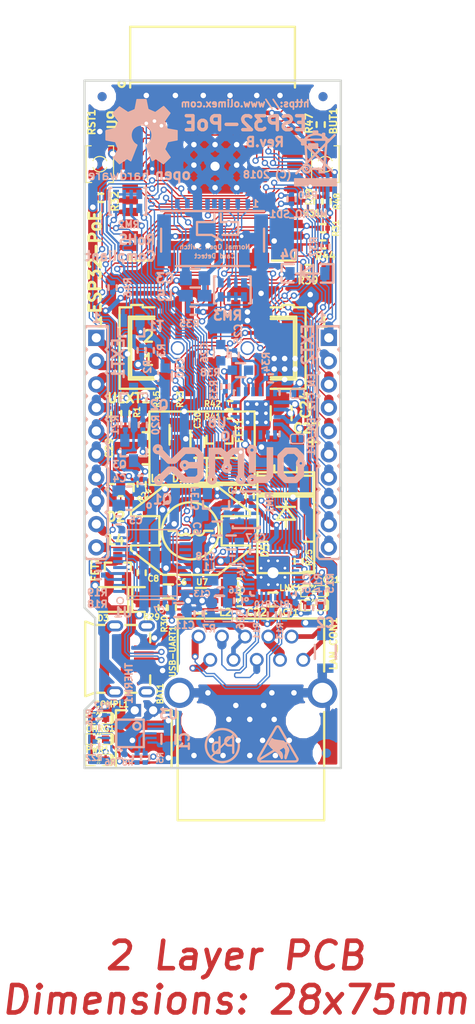
<source format=kicad_pcb>
(kicad_pcb (version 20171130) (host pcbnew 6.0.0-rc1-unknown-80b25aa~66~ubuntu16.04.1)
  (title_block (title ESP-PoE) (date 2018-08-03) (rev B) (company "OLIMEX Ltd.") (comment 1 https://www.olimex.com))
  (layers (0 F.Cu mixed) (31 B.Cu mixed) (34 B.Paste user hide) (35 F.Paste user hide) (36 B.SilkS user) (37 F.SilkS user) (38 B.Mask user hide) (39 F.Mask user hide) (44 Edge.Cuts user))
  (net 0 "")
  (net 1 +5V)
  (net 2 GND)
  (net 3 "Net-(BAT1-Pad1)")
  (net 4 "Net-(BUT1-Pad2)")
  (net 5 /GPI34/BUT1)
  (net 6 +3V3)
  (net 7 "Net-(C11-Pad1)")
  (net 8 /GPIO3/U0RXD)
  (net 9 /ESP_EN)
  (net 10 "/GPIO25/EMAC_RXD0(RMII)")
  (net 11 "/GPIO19/EMAC_TXD0(RMII)")
  (net 12 "/GPIO26/EMAC_RXD1(RMII)")
  (net 13 /GPIO1/U0TXD)
  (net 14 "Net-(L2-Pad1)")
  (net 15 "Net-(Q2-Pad1)")
  (net 16 /STAT2)
  (net 17 /STAT1)
  (net 18 "/#PG(#TE)")
  (net 19 "Net-(R19-Pad1)")
  (net 20 "/GPIO22/EMAC_TXD1(RMII)")
  (net 21 "/GPIO21/EMAC_TX_EN(RMII)")
  (net 22 "Net-(MICRO_SD1-Pad5)")
  (net 23 /GPI36/U1RXD)
  (net 24 "/GPIO23/MDC(RMII)")
  (net 25 /GPIO27/EMAC_RX_CRS_DV)
  (net 26 /GPIO4/U1TXD)
  (net 27 /GPIO2/HS2_DATA0)
  (net 28 /GPIO13/I2C-SDA)
  (net 29 /GPIO14/HS2_CLK)
  (net 30 /GPIO15/HS2_CMD)
  (net 31 /GPIO16/I2C-SCL)
  (net 32 "/GPIO18/MDIO(RMII)")
  (net 33 /+5V_USB)
  (net 34 "Net-(MICRO_SD1-Pad1)")
  (net 35 "Net-(MICRO_SD1-Pad2)")
  (net 36 "Net-(MICRO_SD1-Pad8)")
  (net 37 "Net-(U4-Pad4)")
  (net 38 "Net-(U4-Pad14)")
  (net 39 "Net-(U4-Pad18)")
  (net 40 "Net-(U4-Pad20)")
  (net 41 "Net-(U4-Pad26)")
  (net 42 "Net-(USB-UART1-Pad4)")
  (net 43 "Net-(MICRO_SD1-Pad7)")
  (net 44 /D_Com)
  (net 45 Earth)
  (net 46 +5VP)
  (net 47 "Net-(C26-Pad1)")
  (net 48 "Net-(EN_CT1-Pad1)")
  (net 49 Spare1)
  (net 50 Spare2)
  (net 51 "Net-(EN_CT2-Pad1)")
  (net 52 /GPIO33)
  (net 53 /GPIO32)
  (net 54 /GPI39)
  (net 55 "Net-(FID1-PadFid1)")
  (net 56 "Net-(FID2-PadFid1)")
  (net 57 "Net-(FID3-PadFid1)")
  (net 58 "Net-(LAN_CON1-Pad6)")
  (net 59 "Net-(LAN_CON1-Pad3)")
  (net 60 "Net-(LAN_CON1-Pad2)")
  (net 61 "Net-(LAN_CON1-Pad1)")
  (net 62 "Net-(MICRO_SD1-PadCD1)")
  (net 63 "Net-(C2-Pad2)")
  (net 64 "Net-(C4-Pad1)")
  (net 65 "Net-(C5-Pad1)")
  (net 66 "Net-(C21-Pad2)")
  (net 67 "Net-(C25-Pad1)")
  (net 68 "Net-(C25-Pad2)")
  (net 69 "Net-(C29-Pad2)")
  (net 70 "Net-(D4-Pad1)")
  (net 71 "Net-(D5-Pad2)")
  (net 72 "Net-(Q2-Pad2)")
  (net 73 "Net-(Q3-Pad3)")
  (net 74 "Net-(Q3-Pad2)")
  (net 75 "Net-(Q3-Pad1)")
  (net 76 "Net-(R6-Pad1)")
  (net 77 "Net-(R16-Pad1)")
  (net 78 "Net-(R16-Pad2)")
  (net 79 "Net-(R18-Pad1)")
  (net 80 "Net-(R26-Pad1)")
  (net 81 "Net-(R29-Pad1)")
  (net 82 "Net-(R33-Pad2)")
  (net 83 "Net-(R34-Pad2)")
  (net 84 "Net-(R38-Pad1)")
  (net 85 "Net-(R41-Pad2)")
  (net 86 "Net-(U1-Pad17)")
  (net 87 "Net-(U1-Pad14)")
  (net 88 "Net-(U1-Pad13)")
  (net 89 "Net-(U1-Pad12)")
  (net 90 "Net-(U1-Pad11)")
  (net 91 "Net-(U1-Pad7)")
  (net 92 "Net-(U1-Pad6)")
  (net 93 "Net-(U8-Pad17)")
  (net 94 "Net-(U8-Pad16)")
  (net 95 "Net-(U8-Pad15)")
  (net 96 "Net-(U8-Pad5)")
  (net 97 "Net-(U8-Pad4)")
  (net 98 "Net-(U8-Pad2)")
  (net 99 "Net-(U9-Pad32)")
  (net 100 "Net-(C6-Pad1)")
  (net 101 +3.3VLAN)
  (net 102 "Net-(C13-Pad1)")
  (net 103 "Net-(C17-Pad1)")
  (net 104 /GPIO0)
  (net 105 /GPIO5/SPI_CS)
  (net 106 /GPI35)
  (net 107 "Net-(RM1-Pad3.2)")
  (net 108 "Net-(RM1-Pad2.2)")
  (net 109 "Net-(RM1-Pad4.2)")
  (net 110 /GPIO17/EMAC_CLK_OUT_180)
  (net 111 "Net-(U9-Pad22)")
  (net 112 "Net-(U9-Pad21)")
  (net 113 "Net-(U9-Pad20)")
  (net 114 "Net-(U9-Pad19)")
  (net 115 "Net-(U9-Pad18)")
  (net 116 "Net-(U9-Pad17)")
  (net 117 /GPIO12/PHY_PWR)
  (net 118 "Net-(FID4-PadFid1)")
  (net 119 "Net-(FID5-PadFid1)")
  (net 120 "Net-(FID6-PadFid1)")
  (net 121 "Net-(ACT1-Pad2)")
  (net 122 "Net-(ACT1-Pad1)")
  (net 123 "Net-(LNK1-Pad1)")
  (net 124 "Net-(LNK1-Pad2)")
  (net 125 "Net-(C3-Pad1)")
  (net 126 "Net-(RM1-Pad1.2)")
  (net 127 "Net-(CHRG1-Pad1)")
  (net 128 "Net-(COMPL1-Pad1)")
  (net 129 "Net-(PWR1-Pad1)")
  (net 130 "Net-(C10-Pad2)")
  (net 131 "Net-(R3-Pad2)")
  (net 132 "Net-(USB-UART1-Pad0)")
  (module OLIMEX_RLC-FP:0R_0603 (layer B.Cu) (at 104.775 153.543 180)
    (fp_text reference R7 (at 1.016 -1.397 180) (layer B.SilkS) (effects (font (size 0.762 0.762) (thickness 0.1905)) (justify mirror)))
    (fp_text value "0R(board_mounted)")
    (fp_line (start -0.5 0) (end 0.5 0) (layer B.Cu) (width 0.508))
    (pad 1 smd rect (at -0.889 0 180) (size 1.016 1.016) (layers B.Cu B.Paste B.Mask) (net 102 "Net-(C13-Pad1)") (clearance 0.0508))
    (pad 2 smd rect (at 0.889 0 180) (size 1.016 1.016) (layers B.Cu B.Paste B.Mask) (net 7 "Net-(C11-Pad1)") (clearance 0.0508))
  )
  (module OLIMEX_Buttons-FP:IT1185AU2_V2 (layer F.Cu) (at 116.459 104.267 90)
    (fp_text reference BUT1 (at 4.699 0.889 90) (layer F.SilkS) (effects (font (size 0.762 0.762) (thickness 0.1905))))
    (fp_text value IT1185AU2)
    (pad "" np_thru_hole circle (at 0 0.9 90) (size 0.7 0.7) (drill 0.7) (layers *.Cu *.Mask))
    (pad "" np_thru_hole circle (at 0 -0.9 90) (size 0.7 0.7) (drill 0.7) (layers *.Cu *.Mask))
    (pad 2 smd rect (at 2.377 0 90) (size 1.3 1.5) (layers F.Cu F.Mask) (net 4 "Net-(BUT1-Pad2)"))
    (pad 1 smd rect (at -2.377 0 90) (size 1.3 1.5) (layers F.Cu F.Mask) (net 5 /GPI34/BUT1))
  )
  (module OLIMEX_Buttons-FP:IT1185AU2_V2 (layer F.Cu) (at 91.821 104.267 90)
    (fp_text reference RST1 (at 4.572 -0.889 90) (layer F.SilkS) (effects (font (size 0.762 0.762) (thickness 0.1905))))
    (fp_text value IT1185AU2)
    (pad 1 smd rect (at -2.377 0 90) (size 1.3 1.5) (layers F.Cu F.Mask) (net 9 /ESP_EN))
    (pad 2 smd rect (at 2.377 0 90) (size 1.3 1.5) (layers F.Cu F.Mask) (net 2 GND))
    (pad "" np_thru_hole circle (at 0 -0.9 90) (size 0.7 0.7) (drill 0.7) (layers *.Cu *.Mask))
    (pad "" np_thru_hole circle (at 0 0.9 90) (size 0.7 0.7) (drill 0.7) (layers *.Cu *.Mask))
  )
  (module OLIMEX_Connectors-FP:GBH-254-SMT-10 (layer F.Cu) (at 104.14 124.333)
    (fp_text reference UEXT1 (at -9.144 5.461) (layer F.SilkS) (effects (font (size 1.016 1.016) (thickness 0.254))))
    (fp_text value "B-V-10-LF(GBH254SMT-10)")
    (fp_text user 2 (at -6.985 -1.27) (layer F.SilkS) (effects (font (size 1.27 1.27) (thickness 0.254))))
    (fp_text user 1 (at -6.985 1.27) (layer F.SilkS) (effects (font (size 1.27 1.27) (thickness 0.254))))
    (pad "" np_thru_hole circle (at -3.81 0) (size 1.524 1.524) (drill 1.2) (layers *.Cu *.Mask))
    (pad 10 smd rect (at 5.08 -3.125 90) (size 4.25 1) (layers F.Cu F.Paste F.Mask) (net 105 /GPIO5/SPI_CS))
    (pad 9 smd rect (at 5.08 3.125 90) (size 4.25 1) (layers F.Cu F.Paste F.Mask) (net 29 /GPIO14/HS2_CLK))
    (pad 8 smd rect (at 2.54 -3.125 90) (size 4.25 1) (layers F.Cu F.Paste F.Mask) (net 27 /GPIO2/HS2_DATA0))
    (pad 7 smd rect (at 2.54 3.125 90) (size 4.25 1) (layers F.Cu F.Paste F.Mask) (net 30 /GPIO15/HS2_CMD))
    (pad 6 smd rect (at 0 -3.125 90) (size 4.25 1) (layers F.Cu F.Paste F.Mask) (net 28 /GPIO13/I2C-SDA))
    (pad 5 smd rect (at 0 3.125 90) (size 4.25 1) (layers F.Cu F.Paste F.Mask) (net 31 /GPIO16/I2C-SCL))
    (pad 4 smd rect (at -2.54 -3.125 90) (size 4.25 1) (layers F.Cu F.Paste F.Mask) (net 70 "Net-(D4-Pad1)"))
    (pad 3 smd rect (at -2.54 3.125 90) (size 4.25 1) (layers F.Cu F.Paste F.Mask) (net 26 /GPIO4/U1TXD))
    (pad 2 smd rect (at -5.08 -3.125 90) (size 4.25 1) (layers F.Cu F.Paste F.Mask) (net 2 GND))
    (pad 1 smd rect (at -5.08 3.125 90) (size 4.25 1) (layers F.Cu F.Paste F.Mask) (net 6 +3V3))
    (pad "" np_thru_hole circle (at 3.81 0) (size 1.524 1.524) (drill 1.2) (layers *.Cu *.Mask))
  )
  (module OLIMEX_RLC-FP:R_MATRIX_4 (layer B.Cu) (at 106.299 117.983)
    (fp_text reference RM3 (at -0.508 2.794 180) (layer B.SilkS) (effects (font (size 1.016 1.016) (thickness 0.254)) (justify mirror)))
    (fp_text value "RA1206_(4X0603)_4B8_2.2k")
    (pad 1.2 smd rect (at -1.27 0.762) (size 0.635 1.016) (layers B.Cu B.Paste B.Mask) (net 6 +3V3) (clearance 0.0508))
    (pad 1.1 smd rect (at -1.27 -0.762) (size 0.635 1.016) (layers B.Cu B.Paste B.Mask) (net 36 "Net-(MICRO_SD1-Pad8)") (clearance 0.0508))
    (pad 4.2 smd rect (at 1.27 0.762) (size 0.635 1.016) (layers B.Cu B.Paste B.Mask) (net 6 +3V3) (clearance 0.0508))
    (pad 4.1 smd rect (at 1.27 -0.762) (size 0.635 1.016) (layers B.Cu B.Paste B.Mask) (net 27 /GPIO2/HS2_DATA0) (clearance 0.0508))
    (pad 2.2 smd rect (at -0.381 0.762) (size 0.381 1.016) (layers B.Cu B.Paste B.Mask) (net 6 +3V3) (clearance 0.0508))
    (pad 3.2 smd rect (at 0.381 0.762) (size 0.381 1.016) (layers B.Cu B.Paste B.Mask) (net 6 +3V3) (clearance 0.0508))
    (pad 2.1 smd rect (at -0.381 -0.762) (size 0.381 1.016) (layers B.Cu B.Paste B.Mask) (net 35 "Net-(MICRO_SD1-Pad2)") (clearance 0.0508))
    (pad 3.1 smd rect (at 0.381 -0.762) (size 0.381 1.016) (layers B.Cu B.Paste B.Mask) (net 34 "Net-(MICRO_SD1-Pad1)") (clearance 0.0508))
  )
  (module OLIMEX_LOGOs-FP:LOGO_ANTISTATIC_SMALL_4.5mmX2.8mm (layer B.Cu) (at 111.252 167.513 180)
    (fp_text reference Ref**)
    (fp_text value Val**)
  )
  (module OLIMEX_Cases-FP:ESP-WROOM-32_MODULE (layer F.Cu) (at 104.14 102.035)
    (fp_text reference U9 (at -10.922 -2.594 90) (layer F.SilkS) (effects (font (size 1.016 1.016) (thickness 0.254))))
    (fp_text value ESP-WROOM-32)
    (pad 39 thru_hole circle (at -2.0404 4.7998) (size 1.3 1.3) (drill 0.6) (layers *.Cu *.Mask) (net 2 GND))
    (pad 39 thru_hole circle (at 0.271 2.463) (size 2 2) (drill 1) (layers *.Cu *.Mask) (net 2 GND))
    (pad 39 smd rect (at 0.3 2.45) (size 6 6) (layers F.Cu F.Mask) (net 2 GND))
    (pad 38 smd rect (at 9 -5.21) (size 1.7 0.9) (layers F.Cu F.Paste F.Mask) (net 2 GND))
    (pad 37 smd rect (at 9 -3.94) (size 1.7 0.9) (layers F.Cu F.Paste F.Mask) (net 24 "/GPIO23/MDC(RMII)"))
    (pad 36 smd rect (at 9 -2.67) (size 1.7 0.9) (layers F.Cu F.Paste F.Mask) (net 20 "/GPIO22/EMAC_TXD1(RMII)"))
    (pad 35 smd rect (at 9 -1.4) (size 1.7 0.9) (layers F.Cu F.Paste F.Mask) (net 13 /GPIO1/U0TXD))
    (pad 34 smd rect (at 9 -0.13) (size 1.7 0.9) (layers F.Cu F.Paste F.Mask) (net 8 /GPIO3/U0RXD))
    (pad 33 smd rect (at 9 1.14) (size 1.7 0.9) (layers F.Cu F.Paste F.Mask) (net 21 "/GPIO21/EMAC_TX_EN(RMII)"))
    (pad 32 smd rect (at 9 2.41) (size 1.7 0.9) (layers F.Cu F.Paste F.Mask) (net 99 "Net-(U9-Pad32)"))
    (pad 31 smd rect (at 9 3.68) (size 1.7 0.9) (layers F.Cu F.Paste F.Mask) (net 11 "/GPIO19/EMAC_TXD0(RMII)"))
    (pad 30 smd rect (at 9 4.95) (size 1.7 0.9) (layers F.Cu F.Paste F.Mask) (net 32 "/GPIO18/MDIO(RMII)"))
    (pad 29 smd rect (at 9 6.22) (size 1.7 0.9) (layers F.Cu F.Paste F.Mask) (net 105 /GPIO5/SPI_CS))
    (pad 28 smd rect (at 9 7.49) (size 1.7 0.9) (layers F.Cu F.Paste F.Mask) (net 110 /GPIO17/EMAC_CLK_OUT_180))
    (pad 27 smd rect (at 9 8.76) (size 1.7 0.9) (layers F.Cu F.Paste F.Mask) (net 31 /GPIO16/I2C-SCL))
    (pad 26 smd rect (at 9 10.03) (size 1.7 0.9) (layers F.Cu F.Paste F.Mask) (net 26 /GPIO4/U1TXD))
    (pad 25 smd rect (at 9 11.3) (size 1.7 0.9) (layers F.Cu F.Paste F.Mask) (net 104 /GPIO0))
    (pad 24 smd rect (at 5.73 12.75) (size 0.9 1.7) (layers F.Cu F.Paste F.Mask) (net 27 /GPIO2/HS2_DATA0))
    (pad 23 smd rect (at 4.46 12.75) (size 0.9 1.7) (layers F.Cu F.Paste F.Mask) (net 30 /GPIO15/HS2_CMD))
    (pad 22 smd rect (at 3.19 12.75) (size 0.9 1.7) (layers F.Cu F.Paste F.Mask) (net 111 "Net-(U9-Pad22)"))
    (pad 21 smd rect (at 1.92 12.75) (size 0.9 1.7) (layers F.Cu F.Paste F.Mask) (net 112 "Net-(U9-Pad21)"))
    (pad 20 smd rect (at 0.65 12.75) (size 0.9 1.7) (layers F.Cu F.Paste F.Mask) (net 113 "Net-(U9-Pad20)"))
    (pad 19 smd rect (at -0.62 12.75) (size 0.9 1.7) (layers F.Cu F.Paste F.Mask) (net 114 "Net-(U9-Pad19)"))
    (pad 18 smd rect (at -1.89 12.75) (size 0.9 1.7) (layers F.Cu F.Paste F.Mask) (net 115 "Net-(U9-Pad18)"))
    (pad 17 smd rect (at -3.16 12.75) (size 0.9 1.7) (layers F.Cu F.Paste F.Mask) (net 116 "Net-(U9-Pad17)"))
    (pad 16 smd rect (at -4.43 12.75) (size 0.9 1.7) (layers F.Cu F.Paste F.Mask) (net 28 /GPIO13/I2C-SDA))
    (pad 15 smd rect (at -5.7 12.75) (size 0.9 1.7) (layers F.Cu F.Paste F.Mask) (net 2 GND))
    (pad 14 smd rect (at -9 11.26) (size 1.7 0.9) (layers F.Cu F.Paste F.Mask) (net 117 /GPIO12/PHY_PWR))
    (pad 13 smd rect (at -9 9.99) (size 1.7 0.9) (layers F.Cu F.Paste F.Mask) (net 29 /GPIO14/HS2_CLK))
    (pad 12 smd rect (at -9 8.72) (size 1.7 0.9) (layers F.Cu F.Paste F.Mask) (net 25 /GPIO27/EMAC_RX_CRS_DV))
    (pad 11 smd rect (at -9 7.45) (size 1.7 0.9) (layers F.Cu F.Paste F.Mask) (net 12 "/GPIO26/EMAC_RXD1(RMII)"))
    (pad 10 smd rect (at -9 6.18) (size 1.7 0.9) (layers F.Cu F.Paste F.Mask) (net 10 "/GPIO25/EMAC_RXD0(RMII)"))
    (pad 9 smd rect (at -9 4.91) (size 1.7 0.9) (layers F.Cu F.Paste F.Mask) (net 52 /GPIO33))
    (pad 8 smd rect (at -9 3.64) (size 1.7 0.9) (layers F.Cu F.Paste F.Mask) (net 53 /GPIO32))
    (pad 7 smd rect (at -9 2.37) (size 1.7 0.9) (layers F.Cu F.Paste F.Mask) (net 106 /GPI35))
    (pad 6 smd rect (at -9 1.1) (size 1.7 0.9) (layers F.Cu F.Paste F.Mask) (net 5 /GPI34/BUT1))
    (pad 5 smd rect (at -9 -0.17) (size 1.7 0.9) (layers F.Cu F.Paste F.Mask) (net 54 /GPI39))
    (pad 4 smd rect (at -9 -1.44) (size 1.7 0.9) (layers F.Cu F.Paste F.Mask) (net 23 /GPI36/U1RXD))
    (pad 3 smd rect (at -9 -2.71) (size 1.7 0.9) (layers F.Cu F.Paste F.Mask) (net 9 /ESP_EN))
    (pad 2 smd rect (at -9 -3.98) (size 1.7 0.9) (layers F.Cu F.Paste F.Mask) (net 6 +3V3))
    (pad 1 smd rect (at -9 -5.25) (size 1.7 0.9) (layers F.Cu F.Paste F.Mask) (net 2 GND))
    (pad 39 thru_hole circle (at 2.6332 4.7998) (size 1.3 1.3) (drill 0.6) (layers *.Cu *.Mask) (net 2 GND))
    (pad 39 thru_hole circle (at -2.0404 0.1008) (size 1.3 1.3) (drill 0.6) (layers *.Cu *.Mask) (net 2 GND))
    (pad 39 thru_hole circle (at 2.6332 0.1008) (size 1.3 1.3) (drill 0.6) (layers *.Cu *.Mask) (net 2 GND))
    (pad 39 thru_hole circle (at 0.271 0.1008) (size 1.3 1.3) (drill 0.6) (layers *.Cu *.Mask) (net 2 GND))
    (pad 39 thru_hole circle (at 0.271 4.7998) (size 1.3 1.3) (drill 0.6) (layers *.Cu *.Mask) (net 2 GND))
    (pad 39 thru_hole circle (at -2.0404 2.336) (size 1.3 1.3) (drill 0.6) (layers *.Cu *.Mask) (net 2 GND))
    (pad 39 thru_hole circle (at 2.6332 2.336) (size 1.3 1.3) (drill 0.6) (layers *.Cu *.Mask) (net 2 GND))
  )
  (module OLIMEX_Transistors-FP:SOT23 (layer B.Cu) (at 95.25 122.428 90)
    (fp_text reference T1 (at 0.508 2.667 180) (layer B.SilkS) (effects (font (size 1.016 1.016) (thickness 0.254)) (justify mirror)))
    (fp_text value "DTC114YKA(SOT-23)")
    (pad 1 smd rect (at 1.10744 -0.94996 90) (size 1.4 1) (layers B.Cu B.Paste B.Mask) (net 117 /GPIO12/PHY_PWR) (clearance 0.0508))
    (pad 2 smd rect (at 1.10744 0.9525 90) (size 1.4 1) (layers B.Cu B.Paste B.Mask) (net 2 GND) (clearance 0.0508))
    (pad 3 smd rect (at -1.10236 -0.00254 90) (size 1.4 1) (layers B.Cu B.Paste B.Mask) (net 131 "Net-(R3-Pad2)") (clearance 0.0508))
  )
  (module OLIMEX_Diodes-FP:SOT23-3 (layer F.Cu) (at 94.107 139.827 270)
    (fp_text reference D2 (at 2.921 0.508 180) (layer F.SilkS) (effects (font (size 1.016 1.016) (thickness 0.254))))
    (fp_text value "BAT54C(SOT23-3)")
    (pad 3 smd rect (at -1.1 0) (size 1 1.4) (layers F.Cu F.Paste F.Mask) (net 44 /D_Com))
    (pad 2 smd rect (at 1.1 -0.95) (size 1 1.4) (layers F.Cu F.Paste F.Mask) (net 104 /GPIO0))
    (pad 1 smd rect (at 1.1 0.95) (size 1 1.4) (layers F.Cu F.Paste F.Mask) (net 27 /GPIO2/HS2_DATA0))
  )
  (module OLIMEX_RLC-FP:R_0603_5MIL_DWS (layer B.Cu) (at 107.188 126.746 180)
    (fp_text reference R38 (at 3.302 -0.254 180) (layer B.SilkS) (effects (font (size 0.762 0.762) (thickness 0.1905)) (justify mirror)))
    (fp_text value 25.5k/1%/R0603)
    (pad 1 smd rect (at -0.889 0 180) (size 1.016 1.016) (layers B.Cu B.Paste B.Mask) (net 84 "Net-(R38-Pad1)"))
    (pad 2 smd rect (at 0.889 0 180) (size 1.016 1.016) (layers B.Cu B.Paste B.Mask) (net 46 +5VP))
  )
  (module OLIMEX_RLC-FP:R_0402_5MIL_DWS (layer B.Cu) (at 96.52 132.715 90)
    (fp_text reference R20 (at 0 1.397 90) (layer B.SilkS) (effects (font (size 0.762 0.762) (thickness 0.1905)) (justify mirror)))
    (fp_text value 1k/R0402)
    (pad 2 smd rect (at 0.508 0 90) (size 0.5 0.55) (layers B.Cu B.Paste B.Mask) (net 15 "Net-(Q2-Pad1)"))
    (pad 1 smd rect (at -0.508 0 270) (size 0.5 0.55) (layers B.Cu B.Paste B.Mask) (net 74 "Net-(Q3-Pad2)"))
  )
  (module OLIMEX_RLC-FP:R_0402_5MIL_DWS (layer B.Cu) (at 94.615 132.715 270)
    (fp_text reference R21 (at 0 1.143 270) (layer B.SilkS) (effects (font (size 0.762 0.762) (thickness 0.1905)) (justify mirror)))
    (fp_text value 1k/R0402)
    (pad 2 smd rect (at 0.508 0 270) (size 0.5 0.55) (layers B.Cu B.Paste B.Mask) (net 75 "Net-(Q3-Pad1)"))
    (pad 1 smd rect (at -0.508 0 90) (size 0.5 0.55) (layers B.Cu B.Paste B.Mask) (net 72 "Net-(Q2-Pad2)"))
  )
  (module "OLIMEX_IC-FP:QFN-20_5x5mm(Si3402-B-GM)" (layer B.Cu) (at 108.966 131.445)
    (fp_text reference U8 (at -4.318 1.016) (layer B.SilkS) (effects (font (size 1.016 1.016) (thickness 0.254)) (justify mirror)))
    (fp_text value "Si3402-B-GM(QFN-20_5x5mm)")
    (fp_text user o (at -3.429 2.3) (layer B.SilkS) (effects (font (size 1.27 1.27) (thickness 0.254)) (justify mirror)))
    (pad 1 smd rect (at -2.35 1.2 270) (size 0.4 1) (layers B.Cu B.Paste B.Mask) (net 82 "Net-(R33-Pad2)"))
    (pad 2 smd rect (at -2.35 0.4 270) (size 0.4 1) (layers B.Cu B.Paste B.Mask) (net 98 "Net-(U8-Pad2)"))
    (pad 3 smd rect (at -2.35 -0.4 270) (size 0.4 1) (layers B.Cu B.Paste B.Mask) (net 67 "Net-(C25-Pad1)"))
    (pad 4 smd rect (at -2.35 -1.2 270) (size 0.4 1) (layers B.Cu B.Paste B.Mask) (net 97 "Net-(U8-Pad4)"))
    (pad 5 smd rect (at -2 -2.35 180) (size 0.4 1) (layers B.Cu B.Paste B.Mask) (net 96 "Net-(U8-Pad5)"))
    (pad 6 smd rect (at -1.2 -2.35 180) (size 0.4 1) (layers B.Cu B.Paste B.Mask) (net 84 "Net-(R38-Pad1)"))
    (pad 7 smd rect (at -0.4 -2.35 180) (size 0.4 1) (layers B.Cu B.Paste B.Mask) (net 68 "Net-(C25-Pad2)"))
    (pad 8 smd rect (at 0.4 -2.35 180) (size 0.4 1) (layers B.Cu B.Paste B.Mask) (net 83 "Net-(R34-Pad2)"))
    (pad 9 smd rect (at 1.2 -2.35 180) (size 0.4 1) (layers B.Cu B.Paste B.Mask) (net 45 Earth))
    (pad 10 smd rect (at 2 -2.35 180) (size 0.4 1) (layers B.Cu B.Paste B.Mask) (net 50 Spare2))
    (pad 11 smd rect (at 2.35 -1.2 270) (size 0.4 1) (layers B.Cu B.Paste B.Mask) (net 49 Spare1))
    (pad 12 smd rect (at 2.35 -0.4 270) (size 0.4 1) (layers B.Cu B.Paste B.Mask) (net 46 +5VP))
    (pad 13 smd rect (at 2.35 0.4 270) (size 0.4 1) (layers B.Cu B.Paste B.Mask) (net 51 "Net-(EN_CT2-Pad1)"))
    (pad 14 smd rect (at 2.35 1.2 270) (size 0.4 1) (layers B.Cu B.Paste B.Mask) (net 48 "Net-(EN_CT1-Pad1)"))
    (pad 15 smd rect (at 2 2.35 180) (size 0.4 1) (layers B.Cu B.Paste B.Mask) (net 95 "Net-(U8-Pad15)"))
    (pad 16 smd rect (at 1.2 2.35 180) (size 0.4 1) (layers B.Cu B.Paste B.Mask) (net 94 "Net-(U8-Pad16)"))
    (pad 17 smd rect (at 0.4 2.35 180) (size 0.4 1) (layers B.Cu B.Paste B.Mask) (net 93 "Net-(U8-Pad17)"))
    (pad 18 smd rect (at -0.4 2.35 180) (size 0.4 1) (layers B.Cu B.Paste B.Mask) (net 71 "Net-(D5-Pad2)"))
    (pad 19 smd rect (at -1.2 2.35 180) (size 0.4 1) (layers B.Cu B.Paste B.Mask) (net 68 "Net-(C25-Pad2)"))
    (pad 20 smd rect (at -2 2.35 180) (size 0.4 1) (layers B.Cu B.Paste B.Mask) (net 85 "Net-(R41-Pad2)"))
    (pad 21 smd rect (at 0 0) (size 2.8 2.8) (layers B.Cu B.Mask) (net 45 Earth))
    (pad 21 thru_hole circle (at -1 1) (size 0.8 0.8) (drill 0.4) (layers *.Cu *.Mask) (net 45 Earth))
    (pad 21 thru_hole circle (at 0 1) (size 0.8 0.8) (drill 0.4) (layers *.Cu *.Mask) (net 45 Earth))
    (pad 21 thru_hole circle (at 1 1) (size 0.8 0.8) (drill 0.4) (layers *.Cu *.Mask) (net 45 Earth))
    (pad 21 thru_hole circle (at -1 0) (size 0.8 0.8) (drill 0.4) (layers *.Cu *.Mask) (net 45 Earth))
    (pad 21 thru_hole circle (at 0 0) (size 0.8 0.8) (drill 0.4) (layers *.Cu *.Mask) (net 45 Earth))
    (pad 21 thru_hole circle (at 1 0) (size 0.8 0.8) (drill 0.4) (layers *.Cu *.Mask) (net 45 Earth))
    (pad 21 thru_hole circle (at 0 -1) (size 0.8 0.8) (drill 0.4) (layers *.Cu *.Mask) (net 45 Earth))
    (pad 21 thru_hole circle (at -1 -1) (size 0.8 0.8) (drill 0.4) (layers *.Cu *.Mask) (net 45 Earth))
    (pad 21 thru_hole circle (at 1 -1) (size 0.8 0.8) (drill 0.4) (layers *.Cu *.Mask) (net 45 Earth))
  )
  (module "OLIMEX_IC-FP:QFN32_EP(33)_5.00x5.00x0.90mm_Pitch_0.50mm" (layer B.Cu) (at 110.744 148.844 90)
    (fp_text reference U4 (at 0.381 -3.429 270) (layer B.SilkS) (effects (font (size 0.762 0.762) (thickness 0.1905)) (justify mirror)))
    (fp_text value "LAN8710A-EZC(QFN32)")
    (pad 33 smd rect (at 0 0 90) (size 3.6 3.6) (layers B.Cu B.Mask) (net 2 GND))
    (pad 33 thru_hole rect (at -0.5 1.3 90) (size 0.4 0.4) (drill 0.3) (layers *.Cu B.Mask) (net 2 GND))
    (pad 33 thru_hole rect (at 0.5 1.3 90) (size 0.4 0.4) (drill 0.3) (layers *.Cu B.Mask) (net 2 GND))
    (pad 33 thru_hole rect (at 1.3 0.5 90) (size 0.4 0.4) (drill 0.29972) (layers *.Cu B.Mask) (net 2 GND))
    (pad 33 thru_hole rect (at 1.3 -0.5 90) (size 0.4 0.4) (drill 0.3) (layers *.Cu B.Mask) (net 2 GND))
    (pad 33 thru_hole rect (at 0.5 -1.3 90) (size 0.4 0.4) (drill 0.3) (layers *.Cu B.Mask) (net 2 GND))
    (pad 33 thru_hole rect (at -0.5 -1.3 90) (size 0.4 0.4) (drill 0.3) (layers *.Cu B.Mask) (net 2 GND))
    (pad 33 thru_hole rect (at -1.3 -0.5 90) (size 0.4 0.4) (drill 0.3) (layers *.Cu B.Mask) (net 2 GND))
    (pad 33 thru_hole rect (at -1.3 0.5 90) (size 0.4 0.4) (drill 0.3) (layers *.Cu B.Mask) (net 2 GND))
    (pad 33 thru_hole rect (at 0 0 90) (size 1.4224 1.4224) (drill 1.2) (layers *.Cu *.Mask) (net 2 GND))
    (pad 32 smd rect (at -2.45 -1.75 90) (size 0.8 0.25) (layers B.Cu B.Paste B.Mask) (net 80 "Net-(R26-Pad1)"))
    (pad 31 smd rect (at -2.45 -1.25 90) (size 0.8 0.25) (layers B.Cu B.Paste B.Mask) (net 59 "Net-(LAN_CON1-Pad3)"))
    (pad 30 smd rect (at -2.45 -0.75 90) (size 0.8 0.25) (layers B.Cu B.Paste B.Mask) (net 58 "Net-(LAN_CON1-Pad6)"))
    (pad 29 smd rect (at -2.45 -0.25 90) (size 0.8 0.25) (layers B.Cu B.Paste B.Mask) (net 61 "Net-(LAN_CON1-Pad1)"))
    (pad 28 smd rect (at -2.45 0.25 90) (size 0.8 0.25) (layers B.Cu B.Paste B.Mask) (net 60 "Net-(LAN_CON1-Pad2)"))
    (pad 27 smd rect (at -2.45 0.75 90) (size 0.8 0.25) (layers B.Cu B.Paste B.Mask) (net 102 "Net-(C13-Pad1)"))
    (pad 26 smd rect (at -2.45 1.25 90) (size 0.8 0.25) (layers B.Cu B.Paste B.Mask) (net 41 "Net-(U4-Pad26)"))
    (pad 25 smd rect (at -2.45 1.75 90) (size 0.8 0.25) (layers B.Cu B.Paste B.Mask) (net 2 GND))
    (pad 24 smd rect (at -1.75 2.45 180) (size 0.8 0.25) (layers B.Cu B.Paste B.Mask) (net 2 GND))
    (pad 23 smd rect (at -1.25 2.45 180) (size 0.8 0.25) (layers B.Cu B.Paste B.Mask) (net 20 "/GPIO22/EMAC_TXD1(RMII)"))
    (pad 22 smd rect (at -0.75 2.45 180) (size 0.8 0.25) (layers B.Cu B.Paste B.Mask) (net 11 "/GPIO19/EMAC_TXD0(RMII)"))
    (pad 21 smd rect (at -0.25 2.45 180) (size 0.8 0.25) (layers B.Cu B.Paste B.Mask) (net 21 "/GPIO21/EMAC_TX_EN(RMII)"))
    (pad 20 smd rect (at 0.25 2.45 180) (size 0.8 0.25) (layers B.Cu B.Paste B.Mask) (net 40 "Net-(U4-Pad20)"))
    (pad 19 smd rect (at 0.75 2.45 180) (size 0.8 0.25) (layers B.Cu B.Paste B.Mask) (net 66 "Net-(C21-Pad2)"))
    (pad 18 smd rect (at 1.25 2.45 180) (size 0.8 0.25) (layers B.Cu B.Paste B.Mask) (net 39 "Net-(U4-Pad18)"))
    (pad 17 smd rect (at 1.75 2.45 180) (size 0.8 0.25) (layers B.Cu B.Paste B.Mask) (net 24 "/GPIO23/MDC(RMII)"))
    (pad 16 smd rect (at 2.45 1.75 270) (size 0.8 0.25) (layers B.Cu B.Paste B.Mask) (net 32 "/GPIO18/MDIO(RMII)"))
    (pad 15 smd rect (at 2.45 1.25 270) (size 0.8 0.25) (layers B.Cu B.Paste B.Mask) (net 25 /GPIO27/EMAC_RX_CRS_DV))
    (pad 14 smd rect (at 2.45 0.75 270) (size 0.8 0.25) (layers B.Cu B.Paste B.Mask) (net 38 "Net-(U4-Pad14)"))
    (pad 13 smd rect (at 2.45 0.25 270) (size 0.8 0.25) (layers B.Cu B.Paste B.Mask) (net 109 "Net-(RM1-Pad4.2)"))
    (pad 12 smd rect (at 2.45 -0.25 270) (size 0.8 0.25) (layers B.Cu B.Paste B.Mask) (net 101 +3.3VLAN))
    (pad 11 smd rect (at 2.45 -0.75 270) (size 0.8 0.25) (layers B.Cu B.Paste B.Mask) (net 10 "/GPIO25/EMAC_RXD0(RMII)"))
    (pad 10 smd rect (at 2.45 -1.25 270) (size 0.8 0.25) (layers B.Cu B.Paste B.Mask) (net 12 "/GPIO26/EMAC_RXD1(RMII)"))
    (pad 9 smd rect (at 2.45 -1.75 270) (size 0.8 0.25) (layers B.Cu B.Paste B.Mask) (net 107 "Net-(RM1-Pad3.2)"))
    (pad 8 smd rect (at 1.75 -2.45) (size 0.8 0.25) (layers B.Cu B.Paste B.Mask) (net 108 "Net-(RM1-Pad2.2)"))
    (pad 7 smd rect (at 1.25 -2.45) (size 0.8 0.25) (layers B.Cu B.Paste B.Mask) (net 126 "Net-(RM1-Pad1.2)"))
    (pad 6 smd rect (at 0.75 -2.45) (size 0.8 0.25) (layers B.Cu B.Paste B.Mask) (net 103 "Net-(C17-Pad1)"))
    (pad 5 smd rect (at 0.25 -2.45) (size 0.8 0.25) (layers B.Cu B.Paste B.Mask) (net 110 /GPIO17/EMAC_CLK_OUT_180))
    (pad 4 smd rect (at -0.25 -2.45) (size 0.8 0.25) (layers B.Cu B.Paste B.Mask) (net 37 "Net-(U4-Pad4)"))
    (pad 3 smd rect (at -0.75 -2.45) (size 0.8 0.25) (layers B.Cu B.Paste B.Mask) (net 121 "Net-(ACT1-Pad2)"))
    (pad 2 smd rect (at -1.25 -2.45) (size 0.8 0.25) (layers B.Cu B.Paste B.Mask) (net 123 "Net-(LNK1-Pad1)"))
    (pad 1 smd rect (at -1.75 -2.45) (size 0.8 0.25) (layers B.Cu B.Paste B.Mask) (net 102 "Net-(C13-Pad1)"))
  )
  (module OLIMEX_RLC-FP:R_0402_5MIL_DWS (layer B.Cu) (at 116.459 113.284 270)
    (fp_text reference R37 (at 0 1.27 270) (layer B.SilkS) (effects (font (size 0.762 0.762) (thickness 0.1905)) (justify mirror)))
    (fp_text value 10k/R0402)
    (pad 2 smd rect (at 0.508 0 270) (size 0.5 0.55) (layers B.Cu B.Paste B.Mask) (net 23 /GPI36/U1RXD))
    (pad 1 smd rect (at -0.508 0 90) (size 0.5 0.55) (layers B.Cu B.Paste B.Mask) (net 6 +3V3))
  )
  (module OLIMEX_Diodes-FP:SOD-123_1C-2A_KA (layer B.Cu) (at 114.5 116.195)
    (fp_text reference D4 (at -1.978 -2.022) (layer B.SilkS) (effects (font (size 1.016 1.016) (thickness 0.254)) (justify mirror)))
    (fp_text value "1N5819S4(SOD-123)")
    (pad 2 smd rect (at 1.9 0) (size 1 1.4) (layers B.Cu B.Paste B.Mask) (net 23 /GPI36/U1RXD) (clearance 0.0508))
    (pad 1 smd rect (at -1.9 0) (size 1 1.4) (layers B.Cu B.Paste B.Mask) (net 70 "Net-(D4-Pad1)") (clearance 0.0508))
  )
  (module OLIMEX_RLC-FP:C_0402_5MIL_DWS (layer B.Cu) (at 93.853 143.129 180)
    (fp_text reference C5 (at -1.905 0 180) (layer B.SilkS) (effects (font (size 0.762 0.762) (thickness 0.1905)) (justify mirror)))
    (fp_text value 27pF/50V/5%/C0G/C0402)
    (pad 2 smd rect (at 0.508 0 180) (size 0.5 0.55) (layers B.Cu B.Paste B.Mask) (net 2 GND))
    (pad 1 smd rect (at -0.508 0) (size 0.5 0.55) (layers B.Cu B.Paste B.Mask) (net 65 "Net-(C5-Pad1)"))
  )
  (module OLIMEX_RLC-FP:R_0402_5MIL_DWS (layer B.Cu) (at 91.313 165.735 90)
    (fp_text reference R16 (at 1.143 -0.635 90) (layer B.SilkS) (effects (font (size 0.635 0.635) (thickness 0.15875)) (justify mirror)))
    (fp_text value 1k/R0402)
    (pad 2 smd rect (at 0.508 0 90) (size 0.5 0.55) (layers B.Cu B.Paste B.Mask) (net 78 "Net-(R16-Pad2)"))
    (pad 1 smd rect (at -0.508 0 270) (size 0.5 0.55) (layers B.Cu B.Paste B.Mask) (net 77 "Net-(R16-Pad1)"))
  )
  (module OLIMEX_IC-FP:MSOP-10_Pitch-0.5mm_3.00x3.00x1.00mm (layer B.Cu) (at 95.123 166.37 270)
    (fp_text reference U3 (at -2.0828 -4.2418 180) (layer B.SilkS) (effects (font (size 1.016 1.016) (thickness 0.254)) (justify mirror)))
    (fp_text value "MCP73833(MSOP10)")
    (pad 10 smd rect (at -1 2.4 270) (size 0.25 1) (layers B.Cu B.Paste B.Mask) (net 3 "Net-(BAT1-Pad1)"))
    (pad 9 smd rect (at -0.5 2.4 270) (size 0.25 1) (layers B.Cu B.Paste B.Mask) (net 3 "Net-(BAT1-Pad1)"))
    (pad 8 smd rect (at 0 2.4 270) (size 0.25 1) (layers B.Cu B.Paste B.Mask) (net 77 "Net-(R16-Pad1)"))
    (pad 7 smd rect (at 0.5 2.4 270) (size 0.25 1) (layers B.Cu B.Paste B.Mask) (net 18 "/#PG(#TE)"))
    (pad 6 smd rect (at 1 2.4 270) (size 0.25 1) (layers B.Cu B.Paste B.Mask) (net 76 "Net-(R6-Pad1)"))
    (pad 5 smd rect (at 1 -2.4 270) (size 0.25 1) (layers B.Cu B.Paste B.Mask) (net 2 GND))
    (pad 4 smd rect (at 0.5 -2.4 270) (size 0.25 1) (layers B.Cu B.Paste B.Mask) (net 16 /STAT2))
    (pad 3 smd rect (at 0 -2.4 270) (size 0.25 1) (layers B.Cu B.Paste B.Mask) (net 17 /STAT1))
    (pad 2 smd rect (at -0.5 -2.4 270) (size 0.25 1) (layers B.Cu B.Paste B.Mask) (net 1 +5V))
    (pad 1 smd rect (at -1 -2.4 270) (size 0.25 1) (layers B.Cu B.Paste B.Mask) (net 1 +5V))
  )
  (module OLIMEX_RLC-FP:R_0402_5MIL_DWS (layer F.Cu) (at 116.586 108.331 90)
    (fp_text reference R48 (at 0 1.143 90) (layer F.SilkS) (effects (font (size 0.635 0.635) (thickness 0.15875))))
    (fp_text value 10k/R0402)
    (pad 2 smd rect (at 0.508 0 90) (size 0.5 0.55) (layers F.Cu F.Paste F.Mask) (net 5 /GPI34/BUT1))
    (pad 1 smd rect (at -0.508 0 270) (size 0.5 0.55) (layers F.Cu F.Paste F.Mask) (net 6 +3V3))
  )
  (module OLIMEX_RLC-FP:R_0402_5MIL_DWS (layer F.Cu) (at 115.697 108.331 270)
    (fp_text reference R49 (at -0.508 1.016 270) (layer F.SilkS) (effects (font (size 0.635 0.635) (thickness 0.15875))))
    (fp_text value NA/R0402)
    (pad 2 smd rect (at 0.508 0 270) (size 0.5 0.55) (layers F.Cu F.Paste F.Mask) (net 44 /D_Com))
    (pad 1 smd rect (at -0.508 0 90) (size 0.5 0.55) (layers F.Cu F.Paste F.Mask) (net 5 /GPI34/BUT1))
  )
  (module OLIMEX_RLC-FP:R_0402_5MIL_DWS (layer F.Cu) (at 115.951 99.949 90)
    (fp_text reference R47 (at 0.127 -1.27 90) (layer F.SilkS) (effects (font (size 0.762 0.762) (thickness 0.1905))))
    (fp_text value 220R/R0402)
    (pad 2 smd rect (at 0.508 0 90) (size 0.5 0.55) (layers F.Cu F.Paste F.Mask) (net 2 GND))
    (pad 1 smd rect (at -0.508 0 270) (size 0.5 0.55) (layers F.Cu F.Paste F.Mask) (net 4 "Net-(BUT1-Pad2)"))
  )
  (module OLIMEX_RLC-FP:CD32 (layer F.Cu) (at 107.061 151.003)
    (fp_text reference L2 (at -1.524 2.159) (layer F.SilkS) (effects (font (size 0.762 0.762) (thickness 0.1905))))
    (fp_text value 2.2uH/1.5A/DCR<0.1R/CD32)
    (pad 2 smd rect (at 1.2 0 180) (size 1.6 3) (layers F.Cu F.Paste F.Mask) (net 6 +3V3) (clearance 0.0508))
    (pad 1 smd rect (at -1.2 0 180) (size 1.6 3) (layers F.Cu F.Paste F.Mask) (net 14 "Net-(L2-Pad1)") (clearance 0.0508))
  )
  (module OLIMEX_RLC-FP:L_0805_5MIL_DWS (layer B.Cu) (at 105.029 149.606)
    (fp_text reference L1 (at -1.27 -1.397) (layer B.SilkS) (effects (font (size 0.762 0.762) (thickness 0.1905)) (justify mirror)))
    (fp_text value FB0805/600R/2A)
    (pad 1 smd rect (at -1.016 0) (size 1.524 1.27) (layers B.Cu B.Paste B.Mask) (net 101 +3.3VLAN) (clearance 0.0508))
    (pad 2 smd rect (at 1.016 0) (size 1.524 1.27) (layers B.Cu B.Paste B.Mask) (net 102 "Net-(C13-Pad1)") (clearance 0.0508))
  )
  (module OLIMEX_Transistors-FP:SOT23 (layer F.Cu) (at 104.902 134.112 90)
    (fp_text reference FET1 (at 0.762 2.159 270) (layer F.SilkS) (effects (font (size 0.762 0.762) (thickness 0.1905))))
    (fp_text value WPM2015-3/TR)
    (pad 1 smd rect (at 1.10744 0.94996 90) (size 1.4 1) (layers F.Cu F.Paste F.Mask) (net 46 +5VP) (clearance 0.0508))
    (pad 2 smd rect (at 1.10744 -0.9525 90) (size 1.4 1) (layers F.Cu F.Paste F.Mask) (net 1 +5V) (clearance 0.0508))
    (pad 3 smd rect (at -1.10236 0.00254 90) (size 1.4 1) (layers F.Cu F.Paste F.Mask) (net 33 /+5V_USB) (clearance 0.0508))
  )
  (module OLIMEX_Transistors-FP:SOT23 (layer F.Cu) (at 93.7895 148.37156 270)
    (fp_text reference FET2 (at 0.09144 2.4765 270) (layer F.SilkS) (effects (font (size 0.762 0.762) (thickness 0.1905))))
    (fp_text value WPM2015-3/TR)
    (pad 1 smd rect (at 1.10744 0.94996 270) (size 1.4 1) (layers F.Cu F.Paste F.Mask) (net 1 +5V) (clearance 0.0508))
    (pad 2 smd rect (at 1.10744 -0.9525 270) (size 1.4 1) (layers F.Cu F.Paste F.Mask) (net 100 "Net-(C6-Pad1)") (clearance 0.0508))
    (pad 3 smd rect (at -1.10236 0.00254 270) (size 1.4 1) (layers F.Cu F.Paste F.Mask) (net 3 "Net-(BAT1-Pad1)") (clearance 0.0508))
  )
  (module OLIMEX_Transistors-FP:SOT23 (layer B.Cu) (at 95.504 129.921 270)
    (fp_text reference Q2 (at 0.635 -2.794 180) (layer B.SilkS) (effects (font (size 1.016 1.016) (thickness 0.254)) (justify mirror)))
    (fp_text value "BC817-40(SOT23)")
    (pad 1 smd rect (at 1.10744 -0.94996 270) (size 1.4 1) (layers B.Cu B.Paste B.Mask) (net 15 "Net-(Q2-Pad1)") (clearance 0.0508))
    (pad 2 smd rect (at 1.10744 0.9525 270) (size 1.4 1) (layers B.Cu B.Paste B.Mask) (net 72 "Net-(Q2-Pad2)") (clearance 0.0508))
    (pad 3 smd rect (at -1.10236 -0.00254 270) (size 1.4 1) (layers B.Cu B.Paste B.Mask) (net 9 /ESP_EN) (clearance 0.0508))
  )
  (module OLIMEX_RLC-FP:R_MATRIX_4 (layer B.Cu) (at 94.869 108.331)
    (fp_text reference RM2 (at 0.127 2.54) (layer B.SilkS) (effects (font (size 0.762 0.762) (thickness 0.1905)) (justify mirror)))
    (fp_text value "RA1206_(4X0603)_4B8_2.2k")
    (pad 3.1 smd rect (at 0.381 -0.762) (size 0.381 1.016) (layers B.Cu B.Paste B.Mask) (net 101 +3.3VLAN) (clearance 0.0508))
    (pad 2.1 smd rect (at -0.381 -0.762) (size 0.381 1.016) (layers B.Cu B.Paste B.Mask) (net 101 +3.3VLAN) (clearance 0.0508))
    (pad 3.2 smd rect (at 0.381 0.762) (size 0.381 1.016) (layers B.Cu B.Paste B.Mask) (net 25 /GPIO27/EMAC_RX_CRS_DV) (clearance 0.0508))
    (pad 2.2 smd rect (at -0.381 0.762) (size 0.381 1.016) (layers B.Cu B.Paste B.Mask) (net 10 "/GPIO25/EMAC_RXD0(RMII)") (clearance 0.0508))
    (pad 4.1 smd rect (at 1.27 -0.762) (size 0.635 1.016) (layers B.Cu B.Paste B.Mask) (net 101 +3.3VLAN) (clearance 0.0508))
    (pad 4.2 smd rect (at 1.27 0.762) (size 0.635 1.016) (layers B.Cu B.Paste B.Mask) (net 32 "/GPIO18/MDIO(RMII)") (clearance 0.0508))
    (pad 1.1 smd rect (at -1.27 -0.762) (size 0.635 1.016) (layers B.Cu B.Paste B.Mask) (net 101 +3.3VLAN) (clearance 0.0508))
    (pad 1.2 smd rect (at -1.27 0.762) (size 0.635 1.016) (layers B.Cu B.Paste B.Mask) (net 12 "/GPIO26/EMAC_RXD1(RMII)") (clearance 0.0508))
  )
  (module OLIMEX_RLC-FP:R_MATRIX_4 (layer B.Cu) (at 107.823 141.986 90)
    (fp_text reference RM1 (at 0.762 2.54 270) (layer B.SilkS) (effects (font (size 0.762 0.762) (thickness 0.1905)) (justify mirror)))
    (fp_text value "RA1206_(4X0603)_4B8_2.2k")
    (pad 3.1 smd rect (at 0.381 -0.762 90) (size 0.381 1.016) (layers B.Cu B.Paste B.Mask) (net 101 +3.3VLAN) (clearance 0.0508))
    (pad 2.1 smd rect (at -0.381 -0.762 90) (size 0.381 1.016) (layers B.Cu B.Paste B.Mask) (net 2 GND) (clearance 0.0508))
    (pad 3.2 smd rect (at 0.381 0.762 90) (size 0.381 1.016) (layers B.Cu B.Paste B.Mask) (net 107 "Net-(RM1-Pad3.2)") (clearance 0.0508))
    (pad 2.2 smd rect (at -0.381 0.762 90) (size 0.381 1.016) (layers B.Cu B.Paste B.Mask) (net 108 "Net-(RM1-Pad2.2)") (clearance 0.0508))
    (pad 4.1 smd rect (at 1.27 -0.762 90) (size 0.635 1.016) (layers B.Cu B.Paste B.Mask) (net 2 GND) (clearance 0.0508))
    (pad 4.2 smd rect (at 1.27 0.762 90) (size 0.635 1.016) (layers B.Cu B.Paste B.Mask) (net 109 "Net-(RM1-Pad4.2)") (clearance 0.0508))
    (pad 1.1 smd rect (at -1.27 -0.762 90) (size 0.635 1.016) (layers B.Cu B.Paste B.Mask) (net 2 GND) (clearance 0.0508))
    (pad 1.2 smd rect (at -1.27 0.762 90) (size 0.635 1.016) (layers B.Cu B.Paste B.Mask) (net 126 "Net-(RM1-Pad1.2)") (clearance 0.0508))
  )
  (module OLIMEX_Connectors-FP:USB-MICRO_MISB-SWMM-5B_LF (layer F.Cu) (at 93.726 158.242 180)
    (fp_text reference USB-UART1 (at -6.0452 0.8128 90) (layer F.SilkS) (effects (font (size 0.635 0.635) (thickness 0.15875))))
    (fp_text value "MISB-SWMM-5B-LF(USB_MICRO)")
    (pad 1 smd rect (at -2.9 1.3 270) (size 0.325 2.15) (layers F.Cu F.Paste F.Mask) (net 33 /+5V_USB))
    (pad 2 smd rect (at -2.9 0.65 270) (size 0.325 2.15) (layers F.Cu F.Paste F.Mask) (net 91 "Net-(U1-Pad7)"))
    (pad 3 smd rect (at -2.9 0 270) (size 0.325 2.15) (layers F.Cu F.Paste F.Mask) (net 92 "Net-(U1-Pad6)"))
    (pad 4 smd rect (at -2.9 -0.65 270) (size 0.325 2.15) (layers F.Cu F.Paste F.Mask) (net 42 "Net-(USB-UART1-Pad4)"))
    (pad 5 smd rect (at -2.9 -1.3 270) (size 0.325 2.15) (layers F.Cu F.Paste F.Mask) (net 2 GND))
    (pad "" np_thru_hole circle (at -1.9 2 270) (size 0.6 0.6) (drill 0.6) (layers *.Cu *.Mask))
    (pad "" np_thru_hole circle (at -1.9 -2 270) (size 0.6 0.6) (drill 0.6) (layers *.Cu *.Mask))
    (pad 0 smd rect (at 1.4 1.5 270) (size 1.1 1) (layers F.Cu F.Paste F.Mask) (net 132 "Net-(USB-UART1-Pad0)"))
    (pad 0 smd rect (at 1.4 -1.5 270) (size 1.1 1) (layers F.Cu F.Paste F.Mask) (net 132 "Net-(USB-UART1-Pad0)"))
    (pad 0 thru_hole oval (at 0.25 3.6 270) (size 1.2 1.8) (drill oval 0.6 1.2) (layers *.Cu *.Mask) (net 132 "Net-(USB-UART1-Pad0)"))
    (pad 0 thru_hole oval (at -3.22 3.6 270) (size 1.2 1.8) (drill oval 0.6 1.2) (layers *.Cu *.Mask) (net 132 "Net-(USB-UART1-Pad0)"))
    (pad 0 thru_hole oval (at -3.22 -3.6 270) (size 1.2 1.8) (drill oval 0.6 1.2) (layers *.Cu *.Mask) (net 132 "Net-(USB-UART1-Pad0)"))
    (pad 0 thru_hole oval (at 0.25 -3.6 270) (size 1.2 1.8) (drill oval 0.6 1.2) (layers *.Cu *.Mask) (net 132 "Net-(USB-UART1-Pad0)"))
  )
  (module OLIMEX_RLC-FP:C_0603_5MIL_DWS (layer B.Cu) (at 100.457 152.908)
    (fp_text reference C7 (at -2.159 0) (layer B.SilkS) (effects (font (size 0.635 0.635) (thickness 0.15875)) (justify mirror)))
    (fp_text value 22uF/6.3V/20%/X5R/C0603)
    (pad 2 smd rect (at 0.889 0) (size 1.016 1.016) (layers B.Cu B.Paste B.Mask) (net 2 GND) (clearance 0.0508))
    (pad 1 smd rect (at -0.889 0) (size 1.016 1.016) (layers B.Cu B.Paste B.Mask) (net 6 +3V3) (clearance 0.0508))
  )
  (module OLIMEX_RLC-FP:C_0603_5MIL_DWS (layer B.Cu) (at 104.648 144.018)
    (fp_text reference C9 (at -2.159 0 -90) (layer B.SilkS) (effects (font (size 0.762 0.762) (thickness 0.1905)) (justify mirror)))
    (fp_text value 22uF/6.3V/20%/X5R/C0603)
    (pad 1 smd rect (at -0.889 0) (size 1.016 1.016) (layers B.Cu B.Paste B.Mask) (net 101 +3.3VLAN) (clearance 0.0508))
    (pad 2 smd rect (at 0.889 0) (size 1.016 1.016) (layers B.Cu B.Paste B.Mask) (net 2 GND) (clearance 0.0508))
  )
  (module OLIMEX_RLC-FP:C_0603_5MIL_DWS (layer B.Cu) (at 104.902 152.146 180)
    (fp_text reference C13 (at 1.905 1.016 180) (layer B.SilkS) (effects (font (size 0.635 0.635) (thickness 0.15875)) (justify mirror)))
    (fp_text value 22uF/6.3V/20%/X5R/C0603)
    (pad 2 smd rect (at 0.889 0 180) (size 1.016 1.016) (layers B.Cu B.Paste B.Mask) (net 2 GND) (clearance 0.0508))
    (pad 1 smd rect (at -0.889 0 180) (size 1.016 1.016) (layers B.Cu B.Paste B.Mask) (net 102 "Net-(C13-Pad1)") (clearance 0.0508))
  )
  (module OLIMEX_RLC-FP:C_0603_5MIL_DWS (layer B.Cu) (at 106.172 145.542 180)
    (fp_text reference C17 (at -2.667 0.508 180) (layer B.SilkS) (effects (font (size 0.762 0.762) (thickness 0.1905)) (justify mirror)))
    (fp_text value 2.2uF/6.3V/10%/X5R/C0603)
    (pad 2 smd rect (at 0.889 0 180) (size 1.016 1.016) (layers B.Cu B.Paste B.Mask) (net 2 GND) (clearance 0.0508))
    (pad 1 smd rect (at -0.889 0 180) (size 1.016 1.016) (layers B.Cu B.Paste B.Mask) (net 103 "Net-(C17-Pad1)") (clearance 0.0508))
  )
  (module OLIMEX_Other-FP:TESTPAD_40-ROUND (layer B.Cu) (at 93.599 163.83)
    (fp_text reference THERM1 (at 1.397 -2.921 90 unlocked) (layer B.SilkS) (effects (font (size 0.762 0.762) (thickness 0.1905)) (justify mirror)))
    (fp_text value TESTPAD hide)
    (pad 1 smd circle (at 0 0) (size 1 1) (layers B.Cu B.Mask) (net 78 "Net-(R16-Pad2)"))
  )
  (module OLIMEX_LEDs-FP:LED_0603_KA (layer F.Cu) (at 91.694 167.005 180)
    (fp_text reference CHRG1 (at -0.1778 1.143 180) (layer F.SilkS) (effects (font (size 0.635 0.635) (thickness 0.15875))))
    (fp_text value LED/YELLOW/0603)
    (pad 1 smd rect (at -0.762 0) (size 0.8 0.8) (layers F.Cu F.Paste F.Mask) (net 127 "Net-(CHRG1-Pad1)"))
    (pad 2 smd rect (at 0.762 0) (size 0.8 0.8) (layers F.Cu F.Paste F.Mask) (net 1 +5V))
  )
  (module OLIMEX_LEDs-FP:LED_0603_KA (layer F.Cu) (at 91.694 164.719 180)
    (fp_text reference COMPL1 (at -1.397 1.524) (layer F.SilkS) (effects (font (size 0.635 0.635) (thickness 0.15875))))
    (fp_text value LED/GREEN/0603)
    (pad 1 smd rect (at -0.762 0) (size 0.8 0.8) (layers F.Cu F.Paste F.Mask) (net 128 "Net-(COMPL1-Pad1)"))
    (pad 2 smd rect (at 0.762 0) (size 0.8 0.8) (layers F.Cu F.Paste F.Mask) (net 1 +5V))
  )
  (module OLIMEX_RLC-FP:C_0603_5MIL_DWS (layer F.Cu) (at 114.554 149.479 180)
    (fp_text reference C21 (at -2.54 -0.127 180) (layer F.SilkS) (effects (font (size 0.635 0.635) (thickness 0.15875))))
    (fp_text value "NA(10uF/6.3V/20%/X5R/C0603)")
    (pad 2 smd rect (at 0.889 0 180) (size 1.016 1.016) (layers F.Cu F.Paste F.Mask) (net 66 "Net-(C21-Pad2)") (clearance 0.0508))
    (pad 1 smd rect (at -0.889 0 180) (size 1.016 1.016) (layers F.Cu F.Paste F.Mask) (net 2 GND) (clearance 0.0508))
  )
  (module OLIMEX_RLC-FP:C_0603_5MIL_DWS (layer F.Cu) (at 110.744 151.765)
    (fp_text reference C22 (at -1.778 1.397) (layer F.SilkS) (effects (font (size 0.762 0.762) (thickness 0.1905))))
    (fp_text value 22uF/6.3V/20%/X5R/C0603)
    (pad 2 smd rect (at 0.889 0) (size 1.016 1.016) (layers F.Cu F.Paste F.Mask) (net 2 GND) (clearance 0.0508))
    (pad 1 smd rect (at -0.889 0) (size 1.016 1.016) (layers F.Cu F.Paste F.Mask) (net 6 +3V3) (clearance 0.0508))
  )
  (module OLIMEX_RLC-FP:C_0603_5MIL_DWS (layer B.Cu) (at 105.029 124.841 90)
    (fp_text reference C26 (at 0 -1.778 90) (layer B.SilkS) (effects (font (size 0.762 0.762) (thickness 0.1905)) (justify mirror)))
    (fp_text value 1nF/50V/10%/X7R/C0603)
    (pad 1 smd rect (at -0.889 0 90) (size 1.016 1.016) (layers B.Cu B.Paste B.Mask) (net 47 "Net-(C26-Pad1)") (clearance 0.0508))
    (pad 2 smd rect (at 0.889 0 90) (size 1.016 1.016) (layers B.Cu B.Paste B.Mask) (net 68 "Net-(C25-Pad2)") (clearance 0.0508))
  )
  (module OLIMEX_LEDs-FP:LED_0603_KA (layer F.Cu) (at 91.694 169.291 180)
    (fp_text reference PWR1 (at 0.127 1.143 180) (layer F.SilkS) (effects (font (size 0.635 0.635) (thickness 0.15875))))
    (fp_text value LED/RED/0603)
    (pad 1 smd rect (at -0.762 0) (size 0.8 0.8) (layers F.Cu F.Paste F.Mask) (net 129 "Net-(PWR1-Pad1)"))
    (pad 2 smd rect (at 0.762 0) (size 0.8 0.8) (layers F.Cu F.Paste F.Mask) (net 1 +5V))
  )
  (module OLIMEX_Jumpers-FP:SJ_1_SMALLER (layer B.Cu) (at 113.411 134.239)
    (fp_text reference EN_CT1 (at 1.524 -0.254 90) (layer B.SilkS) (effects (font (size 0.762 0.762) (thickness 0.1905)) (justify mirror)))
    (fp_text value Opened hide)
    (pad 2 smd rect (at 0.381 0) (size 0.508 0.762) (layers B.Cu B.Mask) (net 49 Spare1) (clearance 0.0508))
    (pad 1 smd rect (at -0.381 0) (size 0.508 0.762) (layers B.Cu B.Mask) (net 48 "Net-(EN_CT1-Pad1)") (clearance 0.0508))
  )
  (module OLIMEX_Jumpers-FP:SJ_1_SMALLER (layer B.Cu) (at 113.411 129.286 180)
    (fp_text reference EN_CT2 (at -1.524 0.127 90) (layer B.SilkS) (effects (font (size 0.762 0.762) (thickness 0.1905)) (justify mirror)))
    (fp_text value Opened hide)
    (pad 2 smd rect (at 0.381 0 180) (size 0.508 0.762) (layers B.Cu B.Mask) (net 50 Spare2) (clearance 0.0508))
    (pad 1 smd rect (at -0.381 0 180) (size 0.508 0.762) (layers B.Cu B.Mask) (net 51 "Net-(EN_CT2-Pad1)") (clearance 0.0508))
  )
  (module OLIMEX_Other-FP:Fiducial1x3 (layer F.Cu) (at 92.075 96.901 270)
    (fp_text reference FID1 hide)
    (fp_text value Fiducial hide)
    (pad Fid1 connect circle (at 0 0 270) (size 1 1) (layers F.Cu F.Mask) (net 55 "Net-(FID1-PadFid1)") (clearance 1.016))
  )
  (module OLIMEX_Other-FP:Fiducial1x3 (layer F.Cu) (at 116.205 96.901 270)
    (fp_text reference FID2 hide)
    (fp_text value Fiducial hide)
    (pad Fid1 connect circle (at 0 0 270) (size 1 1) (layers F.Cu F.Mask) (net 56 "Net-(FID2-PadFid1)") (clearance 1.016))
  )
  (module OLIMEX_Other-FP:Fiducial1x3 (layer F.Cu) (at 114.554 168.529 270)
    (fp_text reference FID3 hide)
    (fp_text value Fiducial hide)
    (pad Fid1 connect circle (at 0 0 270) (size 1 1) (layers F.Cu F.Mask) (net 57 "Net-(FID3-PadFid1)") (clearance 1.016))
  )
  (module OLIMEX_RLC-FP:L_0805_5MIL_DWS (layer F.Cu) (at 99.06 137.16)
    (fp_text reference L6 (at -1.016 1.397) (layer F.SilkS) (effects (font (size 0.762 0.762) (thickness 0.1905))))
    (fp_text value FB0805/600R/2A)
    (pad 1 smd rect (at -1.016 0) (size 1.524 1.27) (layers F.Cu F.Paste F.Mask) (net 69 "Net-(C29-Pad2)") (clearance 0.0508))
    (pad 2 smd rect (at 1.016 0) (size 1.524 1.27) (layers F.Cu F.Paste F.Mask) (net 2 GND) (clearance 0.0508))
  )
  (module "OLIMEX_Connectors-FP:RJP-003TC1(LPJ4112CNL)" (layer F.Cu) (at 108.331 164.846)
    (fp_text reference LAN_CON1 (at 9.017 -8.255 90) (layer F.SilkS) (effects (font (size 0.762 0.762) (thickness 0.1905))))
    (fp_text value "RJP-003TC1(LPJ4112CNL)")
    (pad 1 thru_hole circle (at -5.715 -9.04) (size 1.524 1.524) (drill 1) (layers *.Cu *.Mask) (net 61 "Net-(LAN_CON1-Pad1)"))
    (pad 2 thru_hole circle (at -4.445 -6.5) (size 1.524 1.524) (drill 1) (layers *.Cu *.Mask) (net 60 "Net-(LAN_CON1-Pad2)"))
    (pad 3 thru_hole circle (at -3.175 -9.04) (size 1.524 1.524) (drill 1) (layers *.Cu *.Mask) (net 59 "Net-(LAN_CON1-Pad3)"))
    (pad 4 thru_hole circle (at -1.905 -6.5) (size 1.524 1.524) (drill 1) (layers *.Cu *.Mask) (net 7 "Net-(C11-Pad1)"))
    (pad 5 thru_hole circle (at -0.635 -9.04) (size 1.524 1.524) (drill 1) (layers *.Cu *.Mask) (net 7 "Net-(C11-Pad1)"))
    (pad 6 thru_hole circle (at 0.635 -6.5) (size 1.524 1.524) (drill 1) (layers *.Cu *.Mask) (net 58 "Net-(LAN_CON1-Pad6)"))
    (pad 7 thru_hole circle (at 1.905 -9.04) (size 1.524 1.524) (drill 1) (layers *.Cu *.Mask) (net 45 Earth))
    (pad 8 thru_hole circle (at 3.175 -6.5) (size 1.524 1.524) (drill 1) (layers *.Cu *.Mask) (net 45 Earth))
    (pad 9 thru_hole circle (at 4.445 -9.04) (size 1.524 1.524) (drill 1) (layers *.Cu *.Mask) (net 49 Spare1))
    (pad 10 thru_hole circle (at 5.715 -6.5) (size 1.524 1.524) (drill 1) (layers *.Cu *.Mask) (net 50 Spare2))
    (pad 0 thru_hole circle (at -7.8 -2.9) (size 3.3 3.3) (drill 2.2) (layers *.Cu *.Mask) (net 63 "Net-(C2-Pad2)"))
    (pad 0 thru_hole circle (at 7.8 -2.9) (size 3.3 3.3) (drill 2.2) (layers *.Cu *.Mask) (net 63 "Net-(C2-Pad2)"))
    (pad "" np_thru_hole circle (at -5.715 0.15) (size 3.3 3.3) (drill 3.3) (layers *.Cu *.Mask))
    (pad "" np_thru_hole circle (at 5.715 0.15) (size 3.3 3.3) (drill 3.3) (layers *.Cu *.Mask))
  )
  (module "OLIMEX_Connectors-FP:uSD(TFC-9P-1.xH(ATFFS150A01BR016))" (layer B.Cu) (at 104.14 111.887)
    (fp_text reference MICRO_SD1 (at 9.398 -2.159 180) (layer B.SilkS) (effects (font (size 0.762 0.762) (thickness 0.1905)) (justify mirror)))
    (fp_text value "TFC-9P-1.7H(ATFFS150A01BR016)")
    (fp_text user "Card Detect" (at 0.25 2.4) (layer B.SilkS) (effects (font (size 0.5 0.5) (thickness 0.125)) (justify mirror)))
    (fp_text user "Normal Open Switch" (at 0.25 1.4) (layer B.SilkS) (effects (font (size 0.5 0.5) (thickness 0.125)) (justify mirror)))
    (pad 8 smd rect (at -3.85 -3.3) (size 0.5 1) (layers B.Cu B.Paste B.Mask) (net 36 "Net-(MICRO_SD1-Pad8)") (clearance 0.0508))
    (pad 7 smd rect (at -2.75 -3.3) (size 0.5 1) (layers B.Cu B.Paste B.Mask) (net 43 "Net-(MICRO_SD1-Pad7)") (clearance 0.0508))
    (pad 6 smd rect (at -1.65 -3.3) (size 0.5 1) (layers B.Cu B.Paste B.Mask) (net 2 GND) (clearance 0.0508))
    (pad 5 smd rect (at -0.55 -3.3) (size 0.5 1) (layers B.Cu B.Paste B.Mask) (net 22 "Net-(MICRO_SD1-Pad5)") (clearance 0.0508))
    (pad CD1 smd rect (at 0.2 -3.3) (size 0.5 1) (layers B.Cu B.Paste B.Mask) (net 62 "Net-(MICRO_SD1-PadCD1)") (clearance 0.0508))
    (pad 4 smd rect (at 0.9 -3.3) (size 0.5 1) (layers B.Cu B.Paste B.Mask) (net 125 "Net-(C3-Pad1)") (clearance 0.0508))
    (pad 3 smd rect (at 1.65 -3.3) (size 0.5 1) (layers B.Cu B.Paste B.Mask) (net 30 /GPIO15/HS2_CMD) (clearance 0.0508))
    (pad 2 smd rect (at 2.75 -3.3) (size 0.5 1) (layers B.Cu B.Paste B.Mask) (net 35 "Net-(MICRO_SD1-Pad2)") (clearance 0.0508))
    (pad 1 smd rect (at 3.85 -3.3) (size 0.5 1) (layers B.Cu B.Paste B.Mask) (net 34 "Net-(MICRO_SD1-Pad1)") (clearance 0.0508))
    (pad CH1 smd rect (at 5.3 -1.55) (size 1.5 1.2) (layers B.Cu B.Paste B.Mask) (net 45 Earth) (clearance 0.127))
    (pad CH1 smd rect (at -5.3 -1.55) (size 1.5 1.2) (layers B.Cu B.Paste B.Mask) (net 45 Earth) (clearance 0.127))
    (pad CH1 smd rect (at 5.3 2.9) (size 1.5 1.2) (layers B.Cu B.Paste B.Mask) (net 45 Earth) (clearance 0.127))
    (pad CH1 smd rect (at -5.3 2.9) (size 1.5 1.2) (layers B.Cu B.Paste B.Mask) (net 45 Earth) (clearance 0.127))
    (pad CH1 smd rect (at -5.3 0.5) (size 1.5 4.5) (layers B.Cu) (net 45 Earth) (clearance 0.0508))
    (pad CH1 smd rect (at 5.3 0.5) (size 1.5 4.5) (layers B.Cu) (net 45 Earth) (clearance 0.0508))
  )
  (module OLIMEX_RLC-FP:C_1206_5MIL_DWS_ISO (layer B.Cu) (at 116.459 157.48 270)
    (fp_text reference C2 (at -3.175 0) (layer B.SilkS) (effects (font (size 1.016 1.016) (thickness 0.254)) (justify mirror)))
    (fp_text value 1nF/2000V/10%/X7R/C1206)
    (pad 2 smd rect (at 1.778 0 270) (size 1.016 1.778) (layers B.Cu B.Paste B.Mask) (net 63 "Net-(C2-Pad2)"))
    (pad 1 smd rect (at -1.778 0 270) (size 1.016 1.778) (layers B.Cu B.Paste B.Mask) (net 45 Earth))
  )
  (module OLIMEX_RLC-FP:C_1206_5MIL_DWS (layer F.Cu) (at 111.633 131.445 90)
    (fp_text reference C24 (at 0.889 2.667 270) (layer F.SilkS) (effects (font (size 1.016 1.016) (thickness 0.254))))
    (fp_text value 100nF/100V/20%/C1206)
    (pad 2 smd rect (at 1.397 0 90) (size 1.524 1.778) (layers F.Cu F.Paste F.Mask) (net 45 Earth))
    (pad 1 smd rect (at -1.397 0 90) (size 1.524 1.778) (layers F.Cu F.Paste F.Mask) (net 46 +5VP))
  )
  (module OLIMEX_Diodes-FP:SMA-KA (layer F.Cu) (at 104.648 137.668)
    (fp_text reference D1 (at -4.191 0.889) (layer F.SilkS) (effects (font (size 0.762 0.762) (thickness 0.1905))))
    (fp_text value 1N5822/SS34/SMA)
    (pad 1 smd rect (at -2.5 0) (size 2 1.7) (layers F.Cu F.Paste F.Mask) (net 1 +5V))
    (pad 2 smd rect (at 2.5 0) (size 2 1.7) (layers F.Cu F.Paste F.Mask) (net 46 +5VP))
  )
  (module OLIMEX_Diodes-FP:SMA-KA (layer F.Cu) (at 94.234 151.765 180)
    (fp_text reference D3 (at 2.032 -2.032 180) (layer F.SilkS) (effects (font (size 0.635 0.635) (thickness 0.15875))))
    (fp_text value 1N5822/SS34/SMA)
    (pad 1 smd rect (at -2.5 0 180) (size 2 1.7) (layers F.Cu F.Paste F.Mask) (net 100 "Net-(C6-Pad1)"))
    (pad 2 smd rect (at 2.5 0 180) (size 2 1.7) (layers F.Cu F.Paste F.Mask) (net 1 +5V))
  )
  (module "OLIMEX_Diodes-FP:DO214AB(SMC)_1(K)-2(A)" (layer F.Cu) (at 112.141 141.859 270)
    (fp_text reference D5 (at 4.572 2.286 270) (layer F.SilkS) (effects (font (size 0.762 0.762) (thickness 0.1905))))
    (fp_text value "SS510/100V/5A/0.85V/DO214AB(SMC)")
    (pad 1 smd rect (at -3.4 0 270) (size 2.2 3.4) (layers F.Cu F.Paste F.Mask) (net 46 +5VP))
    (pad 2 smd rect (at 3.4 0 270) (size 2.2 3.4) (layers F.Cu F.Paste F.Mask) (net 71 "Net-(D5-Pad2)"))
  )
  (module OLIMEX_RLC-FP:DBS135 (layer F.Cu) (at 101.727 144.272 180)
    (fp_text reference L4 (at 8.128 -1.016 180) (layer F.SilkS) (effects (font (size 1.016 1.016) (thickness 0.254))))
    (fp_text value "33uH/2.1A/DCR=0.1R/20%/DBS135(PD3316MT330)")
    (pad 2 smd rect (at 5.35 0 180) (size 3.2 2.5) (layers F.Cu F.Paste F.Mask) (net 69 "Net-(C29-Pad2)"))
    (pad 1 smd rect (at -5.35 0 180) (size 3.2 2.5) (layers F.Cu F.Paste F.Mask) (net 71 "Net-(D5-Pad2)"))
  )
  (module OLIMEX_RLC-FP:L_0805_5MIL_DWS (layer B.Cu) (at 102.235 118.618)
    (fp_text reference L5 (at -3.302 0) (layer B.SilkS) (effects (font (size 1.016 1.016) (thickness 0.254)) (justify mirror)))
    (fp_text value FB0805/600R/2A)
    (pad 1 smd rect (at -1.016 0) (size 1.524 1.27) (layers B.Cu B.Paste B.Mask) (net 6 +3V3) (clearance 0.0508))
    (pad 2 smd rect (at 1.016 0) (size 1.524 1.27) (layers B.Cu B.Paste B.Mask) (net 125 "Net-(C3-Pad1)") (clearance 0.0508))
  )
  (module OLIMEX_Transistors-FP:SOT23 (layer B.Cu) (at 95.504 135.509 90)
    (fp_text reference Q3 (at -1.524 -1.524 180) (layer B.SilkS) (effects (font (size 0.762 0.762) (thickness 0.1905)) (justify mirror)))
    (fp_text value "BC817-40(SOT23)")
    (pad 1 smd rect (at 1.10744 -0.94996 90) (size 1.4 1) (layers B.Cu B.Paste B.Mask) (net 75 "Net-(Q3-Pad1)") (clearance 0.0508))
    (pad 2 smd rect (at 1.10744 0.9525 90) (size 1.4 1) (layers B.Cu B.Paste B.Mask) (net 74 "Net-(Q3-Pad2)") (clearance 0.0508))
    (pad 3 smd rect (at -1.10236 -0.00254 90) (size 1.4 1) (layers B.Cu B.Paste B.Mask) (net 73 "Net-(Q3-Pad3)") (clearance 0.0508))
  )
  (module OLIMEX_IC-FP:SSOP-20W (layer B.Cu) (at 97.536 147.955 90)
    (fp_text reference U1 (at -5.207 -3.175) (layer B.SilkS) (effects (font (size 1.016 1.016) (thickness 0.254)) (justify mirror)))
    (fp_text value "CH340T(SSOP20W)")
    (pad 1 smd rect (at -2.925 -3.6195 90) (size 0.325 1.27) (layers B.Cu B.Paste B.Mask))
    (pad 2 smd rect (at -2.275 -3.6195 90) (size 0.325 1.27) (layers B.Cu B.Paste B.Mask))
    (pad 3 smd rect (at -1.625 -3.6195 90) (size 0.325 1.27) (layers B.Cu B.Paste B.Mask) (net 79 "Net-(R18-Pad1)"))
    (pad 4 smd rect (at -0.975 -3.6195 90) (size 0.325 1.27) (layers B.Cu B.Paste B.Mask) (net 19 "Net-(R19-Pad1)"))
    (pad 5 smd rect (at -0.325 -3.6195 90) (size 0.325 1.27) (layers B.Cu B.Paste B.Mask) (net 6 +3V3))
    (pad 6 smd rect (at 0.325 -3.6195 90) (size 0.325 1.27) (layers B.Cu B.Paste B.Mask) (net 92 "Net-(U1-Pad6)"))
    (pad 7 smd rect (at 0.975 -3.6195 90) (size 0.325 1.27) (layers B.Cu B.Paste B.Mask) (net 91 "Net-(U1-Pad7)"))
    (pad 8 smd rect (at 1.625 -3.6195 90) (size 0.325 1.27) (layers B.Cu B.Paste B.Mask) (net 2 GND))
    (pad 9 smd rect (at 2.275 -3.6195 90) (size 0.325 1.27) (layers B.Cu B.Paste B.Mask) (net 64 "Net-(C4-Pad1)"))
    (pad 10 smd rect (at 2.925 -3.6195 90) (size 0.325 1.27) (layers B.Cu B.Paste B.Mask) (net 65 "Net-(C5-Pad1)"))
    (pad 11 smd rect (at 2.925 3.6195 90) (size 0.325 1.27) (layers B.Cu B.Paste B.Mask) (net 90 "Net-(U1-Pad11)"))
    (pad 12 smd rect (at 2.275 3.6195 90) (size 0.325 1.27) (layers B.Cu B.Paste B.Mask) (net 89 "Net-(U1-Pad12)"))
    (pad 13 smd rect (at 1.625 3.6195 90) (size 0.325 1.27) (layers B.Cu B.Paste B.Mask) (net 88 "Net-(U1-Pad13)"))
    (pad 14 smd rect (at 0.975 3.6195 90) (size 0.325 1.27) (layers B.Cu B.Paste B.Mask) (net 87 "Net-(U1-Pad14)"))
    (pad 15 smd rect (at 0.325 3.6195 90) (size 0.325 1.27) (layers B.Cu B.Paste B.Mask) (net 74 "Net-(Q3-Pad2)"))
    (pad 16 smd rect (at -0.325 3.6195 90) (size 0.325 1.27) (layers B.Cu B.Paste B.Mask) (net 72 "Net-(Q2-Pad2)"))
    (pad 17 smd rect (at -0.975 3.6195 90) (size 0.325 1.27) (layers B.Cu B.Paste B.Mask) (net 86 "Net-(U1-Pad17)"))
    (pad 18 smd rect (at -1.625 3.6195 90) (size 0.325 1.27) (layers B.Cu B.Paste B.Mask))
    (pad 19 smd rect (at -2.275 3.6195 90) (size 0.325 1.27) (layers B.Cu B.Paste B.Mask) (net 6 +3V3))
    (pad 20 smd rect (at -2.925 3.6195 90) (size 0.325 1.27) (layers B.Cu B.Paste B.Mask) (net 2 GND))
  )
  (module OLIMEX_Regulators-FP:SOT-23-5 (layer F.Cu) (at 102.87 151.892)
    (fp_text reference U7 (at 0.127 -2.032) (layer F.SilkS) (effects (font (size 0.635 0.635) (thickness 0.15875))))
    (fp_text value "SY8089AAAC(SOT23-5)")
    (pad 1 smd rect (at 1.3 0.95) (size 1.2 0.55) (layers F.Cu F.Paste F.Mask) (net 100 "Net-(C6-Pad1)") (clearance 0.0508))
    (pad 2 smd rect (at 1.3 0) (size 1.2 0.55) (layers F.Cu F.Paste F.Mask) (net 2 GND) (clearance 0.0508))
    (pad 3 smd rect (at 1.3 -0.95) (size 1.2 0.55) (layers F.Cu F.Paste F.Mask) (net 14 "Net-(L2-Pad1)") (clearance 0.0508))
    (pad 5 smd rect (at -1.3 0.95) (size 1.2 0.55) (layers F.Cu F.Paste F.Mask) (net 81 "Net-(R29-Pad1)") (clearance 0.0508))
    (pad 4 smd rect (at -1.3 -0.95) (size 1.2 0.55) (layers F.Cu F.Paste F.Mask) (net 100 "Net-(C6-Pad1)") (clearance 0.0508))
  )
  (module OLIMEX_RLC-FP:C_0603_5MIL_DWS (layer B.Cu) (at 99.314 167.005 270)
    (fp_text reference C1 (at 0.254 -1.778 270) (layer B.SilkS) (effects (font (size 1.016 1.016) (thickness 0.254)) (justify mirror)))
    (fp_text value 22uF/6.3V/20%/X5R/C0603)
    (pad 2 smd rect (at 0.889 0 270) (size 1.016 1.016) (layers B.Cu B.Paste B.Mask) (net 2 GND) (clearance 0.0508))
    (pad 1 smd rect (at -0.889 0 270) (size 1.016 1.016) (layers B.Cu B.Paste B.Mask) (net 1 +5V) (clearance 0.0508))
  )
  (module OLIMEX_RLC-FP:C_0603_5MIL_DWS (layer F.Cu) (at 99.314 150.876 180)
    (fp_text reference C6 (at -1.397 1.016 180) (layer F.SilkS) (effects (font (size 0.635 0.635) (thickness 0.15875))))
    (fp_text value 22uF/6.3V/20%/X5R/C0603)
    (pad 2 smd rect (at 0.889 0 180) (size 1.016 1.016) (layers F.Cu F.Paste F.Mask) (net 2 GND) (clearance 0.0508))
    (pad 1 smd rect (at -0.889 0 180) (size 1.016 1.016) (layers F.Cu F.Paste F.Mask) (net 100 "Net-(C6-Pad1)") (clearance 0.0508))
  )
  (module OLIMEX_Connectors-FP:HN1x10 (layer B.Cu) (at 91.44 134.65 270)
    (fp_text reference EXT1 (at -9.174 -2.413 270) (layer B.SilkS) (effects (font (size 1.27 1.27) (thickness 0.254)) (justify mirror)))
    (fp_text value "NS(HN1x10)")
    (pad 4 thru_hole circle (at -3.81 0 270) (size 1.778 1.778) (drill 1) (layers *.Cu *.Mask) (net 9 /ESP_EN))
    (pad 3 thru_hole circle (at -6.35 0 270) (size 1.778 1.778) (drill 1) (layers *.Cu *.Mask) (net 2 GND))
    (pad 2 thru_hole circle (at -8.89 0 270) (size 1.778 1.778) (drill 1) (layers *.Cu *.Mask) (net 6 +3V3))
    (pad 1 thru_hole rect (at -11.43 0 270) (size 1.778 1.778) (drill 1) (layers *.Cu *.Mask) (net 1 +5V))
    (pad 5 thru_hole circle (at -1.27 0 270) (size 1.778 1.778) (drill 1) (layers *.Cu *.Mask) (net 104 /GPIO0))
    (pad 6 thru_hole circle (at 1.27 0 270) (size 1.778 1.778) (drill 1) (layers *.Cu *.Mask) (net 13 /GPIO1/U0TXD))
    (pad 8 thru_hole circle (at 6.35 0 270) (size 1.778 1.778) (drill 1) (layers *.Cu *.Mask) (net 8 /GPIO3/U0RXD))
    (pad 7 thru_hole circle (at 3.81 0 270) (size 1.778 1.778) (drill 1) (layers *.Cu *.Mask) (net 27 /GPIO2/HS2_DATA0))
    (pad 9 thru_hole circle (at 8.89 0 270) (size 1.778 1.778) (drill 1) (layers *.Cu *.Mask) (net 26 /GPIO4/U1TXD))
    (pad 10 thru_hole circle (at 11.43 0 270) (size 1.778 1.778) (drill 1) (layers *.Cu *.Mask) (net 105 /GPIO5/SPI_CS))
  )
  (module OLIMEX_Connectors-FP:HN1x10 (layer B.Cu) (at 116.84 134.65 270)
    (fp_text reference EXT2 (at -10.698 2.286 270) (layer B.SilkS) (effects (font (size 1.27 1.27) (thickness 0.254)) (justify mirror)))
    (fp_text value "NS(HN1x10)")
    (pad 10 thru_hole circle (at 11.43 0 270) (size 1.778 1.778) (drill 1) (layers *.Cu *.Mask) (net 28 /GPIO13/I2C-SDA))
    (pad 9 thru_hole circle (at 8.89 0 270) (size 1.778 1.778) (drill 1) (layers *.Cu *.Mask) (net 29 /GPIO14/HS2_CLK))
    (pad 7 thru_hole circle (at 3.81 0 270) (size 1.778 1.778) (drill 1) (layers *.Cu *.Mask) (net 31 /GPIO16/I2C-SCL))
    (pad 8 thru_hole circle (at 6.35 0 270) (size 1.778 1.778) (drill 1) (layers *.Cu *.Mask) (net 30 /GPIO15/HS2_CMD))
    (pad 6 thru_hole circle (at 1.27 0 270) (size 1.778 1.778) (drill 1) (layers *.Cu *.Mask) (net 53 /GPIO32))
    (pad 5 thru_hole circle (at -1.27 0 270) (size 1.778 1.778) (drill 1) (layers *.Cu *.Mask) (net 52 /GPIO33))
    (pad 1 thru_hole rect (at -11.43 0 270) (size 1.778 1.778) (drill 1) (layers *.Cu *.Mask) (net 54 /GPI39))
    (pad 2 thru_hole circle (at -8.89 0 270) (size 1.778 1.778) (drill 1) (layers *.Cu *.Mask) (net 23 /GPI36/U1RXD))
    (pad 3 thru_hole circle (at -6.35 0 270) (size 1.778 1.778) (drill 1) (layers *.Cu *.Mask) (net 106 /GPI35))
    (pad 4 thru_hole circle (at -3.81 0 270) (size 1.778 1.778) (drill 1) (layers *.Cu *.Mask) (net 5 /GPI34/BUT1))
  )
  (module OLIMEX_Transistors-FP:SOT23 (layer B.Cu) (at 104.521 141.224 90)
    (fp_text reference FET3 (at 0.508 -2.286 270) (layer B.SilkS) (effects (font (size 0.762 0.762) (thickness 0.1905)) (justify mirror)))
    (fp_text value WPM2015-3/TR)
    (pad 1 smd rect (at 1.10744 -0.94996 90) (size 1.4 1) (layers B.Cu B.Paste B.Mask) (net 130 "Net-(C10-Pad2)") (clearance 0.0508))
    (pad 2 smd rect (at 1.10744 0.9525 90) (size 1.4 1) (layers B.Cu B.Paste B.Mask) (net 6 +3V3) (clearance 0.0508))
    (pad 3 smd rect (at -1.10236 -0.00254 90) (size 1.4 1) (layers B.Cu B.Paste B.Mask) (net 101 +3.3VLAN) (clearance 0.0508))
  )
  (module "OLIMEX_Crystal-FP:TSX-3.2x2.5mm_GND(3)" (layer B.Cu) (at 94.996 140.716 180)
    (fp_text reference Q1 (at -3.683 -0.127 180) (layer B.SilkS) (effects (font (size 1.016 1.016) (thickness 0.254)) (justify mirror)))
    (fp_text value Q12MHz/20pF/10ppm/4P/3.2x2.5mm)
    (fp_text user o (at -2.2 -0.7 180) (layer B.SilkS) (effects (font (size 0.8 0.8) (thickness 0.2)) (justify mirror)))
    (pad 3 smd rect (at -1.1 0.8 180) (size 1.4 1.2) (layers B.Cu B.Paste B.Mask) (net 2 GND))
    (pad 3 smd rect (at 1.1 -0.8 180) (size 1.4 1.2) (layers B.Cu B.Paste B.Mask) (net 2 GND))
    (pad 2 smd rect (at 1.1 0.8 180) (size 1.4 1.2) (layers B.Cu B.Paste B.Mask) (net 65 "Net-(C5-Pad1)"))
    (pad 1 smd rect (at -1.1 -0.8 180) (size 1.4 1.2) (layers B.Cu B.Paste B.Mask) (net 64 "Net-(C4-Pad1)"))
  )
  (module OLIMEX_RLC-FP:C_0402_5MIL_DWS (layer B.Cu) (at 96.266 138.684 180)
    (fp_text reference C4 (at 2.286 0.127 180) (layer B.SilkS) (effects (font (size 0.762 0.762) (thickness 0.1905)) (justify mirror)))
    (fp_text value 27pF/50V/5%/C0G/C0402)
    (pad 2 smd rect (at 0.508 0 180) (size 0.5 0.55) (layers B.Cu B.Paste B.Mask) (net 2 GND))
    (pad 1 smd rect (at -0.508 0) (size 0.5 0.55) (layers B.Cu B.Paste B.Mask) (net 64 "Net-(C4-Pad1)"))
  )
  (module OLIMEX_RLC-FP:C_0402_5MIL_DWS (layer F.Cu) (at 96.393 148.844 90)
    (fp_text reference C8 (at -0.635 1.27 180) (layer F.SilkS) (effects (font (size 0.635 0.635) (thickness 0.15875))))
    (fp_text value 100nF/16V/10%/X7R/C0402)
    (pad 2 smd rect (at 0.508 0 90) (size 0.5 0.55) (layers F.Cu F.Paste F.Mask) (net 2 GND))
    (pad 1 smd rect (at -0.508 0 270) (size 0.5 0.55) (layers F.Cu F.Paste F.Mask) (net 6 +3V3))
  )
  (module OLIMEX_RLC-FP:R_0402_5MIL_DWS (layer B.Cu) (at 91.694 149.098 180)
    (fp_text reference R18 (at 0.127 -3.175 180) (layer B.SilkS) (effects (font (size 0.762 0.762) (thickness 0.1905)) (justify mirror)))
    (fp_text value 220R/R0402)
    (pad 2 smd rect (at 0.508 0 180) (size 0.5 0.55) (layers B.Cu B.Paste B.Mask) (net 8 /GPIO3/U0RXD))
    (pad 1 smd rect (at -0.508 0) (size 0.5 0.55) (layers B.Cu B.Paste B.Mask) (net 79 "Net-(R18-Pad1)"))
  )
  (module OLIMEX_RLC-FP:R_0402_5MIL_DWS (layer B.Cu) (at 91.694 148.209 180)
    (fp_text reference R19 (at 0.127 -2.794 180) (layer B.SilkS) (effects (font (size 0.762 0.762) (thickness 0.1905)) (justify mirror)))
    (fp_text value 220R/R0402)
    (pad 1 smd rect (at -0.508 0) (size 0.5 0.55) (layers B.Cu B.Paste B.Mask) (net 19 "Net-(R19-Pad1)"))
    (pad 2 smd rect (at 0.508 0 180) (size 0.5 0.55) (layers B.Cu B.Paste B.Mask) (net 13 /GPIO1/U0TXD))
  )
  (module OLIMEX_RLC-FP:R_0402_5MIL_DWS (layer F.Cu) (at 96.393 139.192 270)
    (fp_text reference R24 (at 1.2192 -0.3048 225) (layer F.SilkS) (effects (font (size 0.635 0.635) (thickness 0.15875))))
    (fp_text value 220R/R0402)
    (pad 2 smd rect (at 0.508 0 270) (size 0.5 0.55) (layers F.Cu F.Paste F.Mask) (net 44 /D_Com))
    (pad 1 smd rect (at -0.508 0 90) (size 0.5 0.55) (layers F.Cu F.Paste F.Mask) (net 73 "Net-(Q3-Pad3)"))
  )
  (module OLIMEX_RLC-FP:R_0402_5MIL_DWS (layer F.Cu) (at 94.615 131.445 90)
    (fp_text reference R1 (at 0.127 1.27 90) (layer F.SilkS) (effects (font (size 0.635 0.635) (thickness 0.15875))))
    (fp_text value 10k/R0402)
    (pad 2 smd rect (at 0.508 0 90) (size 0.5 0.55) (layers F.Cu F.Paste F.Mask) (net 2 GND))
    (pad 1 smd rect (at -0.508 0 270) (size 0.5 0.55) (layers F.Cu F.Paste F.Mask) (net 46 +5VP))
  )
  (module OLIMEX_RLC-FP:R_0402_5MIL_DWS (layer B.Cu) (at 96.393 124.587 90)
    (fp_text reference R2 (at -1.778 0.635 90) (layer B.SilkS) (effects (font (size 0.762 0.762) (thickness 0.1905)) (justify mirror)))
    (fp_text value 10k/R0402)
    (pad 2 smd rect (at 0.508 0 90) (size 0.5 0.55) (layers B.Cu B.Paste B.Mask) (net 130 "Net-(C10-Pad2)"))
    (pad 1 smd rect (at -0.508 0 270) (size 0.5 0.55) (layers B.Cu B.Paste B.Mask) (net 6 +3V3))
  )
  (module OLIMEX_RLC-FP:R_0402_5MIL_DWS (layer B.Cu) (at 96.774 169.037 90)
    (fp_text reference R5 (at 0 1.651 90) (layer B.SilkS) (effects (font (size 0.635 0.635) (thickness 0.15875)) (justify mirror)))
    (fp_text value 2.2k/R0402)
    (pad 2 smd rect (at 0.508 0 90) (size 0.5 0.55) (layers B.Cu B.Paste B.Mask) (net 16 /STAT2))
    (pad 1 smd rect (at -0.508 0 270) (size 0.5 0.55) (layers B.Cu B.Paste B.Mask) (net 128 "Net-(COMPL1-Pad1)"))
  )
  (module OLIMEX_RLC-FP:R_0402_5MIL_DWS (layer B.Cu) (at 93.98 168.656)
    (fp_text reference R6 (at -1.016 0.889) (layer B.SilkS) (effects (font (size 0.635 0.635) (thickness 0.15875)) (justify mirror)))
    (fp_text value 2.2k/R0402)
    (pad 2 smd rect (at 0.508 0) (size 0.5 0.55) (layers B.Cu B.Paste B.Mask) (net 2 GND))
    (pad 1 smd rect (at -0.508 0 180) (size 0.5 0.55) (layers B.Cu B.Paste B.Mask) (net 76 "Net-(R6-Pad1)"))
  )
  (module OLIMEX_RLC-FP:R_0402_5MIL_DWS (layer B.Cu) (at 95.885 169.037 90)
    (fp_text reference R8 (at -0.508 -1.016 180) (layer B.SilkS) (effects (font (size 0.635 0.635) (thickness 0.15875)) (justify mirror)))
    (fp_text value 2.2k/R0402)
    (pad 2 smd rect (at 0.508 0 90) (size 0.5 0.55) (layers B.Cu B.Paste B.Mask) (net 17 /STAT1))
    (pad 1 smd rect (at -0.508 0 270) (size 0.5 0.55) (layers B.Cu B.Paste B.Mask) (net 127 "Net-(CHRG1-Pad1)"))
  )
  (module OLIMEX_RLC-FP:R_0402_5MIL_DWS (layer B.Cu) (at 109.728 153.416 90)
    (fp_text reference R10 (at 1.143 -0.127 180) (layer B.SilkS) (effects (font (size 0.635 0.635) (thickness 0.15875)) (justify mirror)))
    (fp_text value 49.9R/1%/R0402)
    (pad 2 smd rect (at 0.508 0 90) (size 0.5 0.55) (layers B.Cu B.Paste B.Mask) (net 58 "Net-(LAN_CON1-Pad6)"))
    (pad 1 smd rect (at -0.508 0 270) (size 0.5 0.55) (layers B.Cu B.Paste B.Mask) (net 102 "Net-(C13-Pad1)"))
  )
  (module OLIMEX_RLC-FP:R_0402_5MIL_DWS (layer B.Cu) (at 108.331 153.416 90)
    (fp_text reference R11 (at -1.778 0.635 90) (layer B.SilkS) (effects (font (size 0.635 0.635) (thickness 0.15875)) (justify mirror)))
    (fp_text value 49.9R/1%/R0402)
    (pad 2 smd rect (at 0.508 0 90) (size 0.5 0.55) (layers B.Cu B.Paste B.Mask) (net 59 "Net-(LAN_CON1-Pad3)"))
    (pad 1 smd rect (at -0.508 0 270) (size 0.5 0.55) (layers B.Cu B.Paste B.Mask) (net 102 "Net-(C13-Pad1)"))
  )
  (module OLIMEX_RLC-FP:R_0402_5MIL_DWS (layer B.Cu) (at 112.014 153.416 90)
    (fp_text reference R12 (at 1.143 -0.381 180) (layer B.SilkS) (effects (font (size 0.635 0.635) (thickness 0.15875)) (justify mirror)))
    (fp_text value 49.9R/1%/R0402)
    (pad 2 smd rect (at 0.508 0 90) (size 0.5 0.55) (layers B.Cu B.Paste B.Mask) (net 60 "Net-(LAN_CON1-Pad2)"))
    (pad 1 smd rect (at -0.508 0 270) (size 0.5 0.55) (layers B.Cu B.Paste B.Mask) (net 102 "Net-(C13-Pad1)"))
  )
  (module OLIMEX_RLC-FP:R_0402_5MIL_DWS (layer B.Cu) (at 110.617 153.416 90)
    (fp_text reference R13 (at -1.778 0.889 90) (layer B.SilkS) (effects (font (size 0.635 0.635) (thickness 0.15875)) (justify mirror)))
    (fp_text value 49.9R/1%/R0402)
    (pad 2 smd rect (at 0.508 0 90) (size 0.5 0.55) (layers B.Cu B.Paste B.Mask) (net 61 "Net-(LAN_CON1-Pad1)"))
    (pad 1 smd rect (at -0.508 0 270) (size 0.5 0.55) (layers B.Cu B.Paste B.Mask) (net 102 "Net-(C13-Pad1)"))
  )
  (module OLIMEX_RLC-FP:R_0402_5MIL_DWS (layer B.Cu) (at 114.681 152.654 90)
    (fp_text reference R14 (at 2.667 1.016 90) (layer B.SilkS) (effects (font (size 0.762 0.762) (thickness 0.1905)) (justify mirror)))
    (fp_text value 2.2k/R0402)
    (pad 2 smd rect (at 0.508 0 90) (size 0.5 0.55) (layers B.Cu B.Paste B.Mask) (net 124 "Net-(LNK1-Pad2)"))
    (pad 1 smd rect (at -0.508 0 270) (size 0.5 0.55) (layers B.Cu B.Paste B.Mask) (net 102 "Net-(C13-Pad1)"))
  )
  (module OLIMEX_RLC-FP:R_0402_5MIL_DWS (layer B.Cu) (at 115.951 152.019 90)
    (fp_text reference R15 (at 2.032 1.016 90) (layer B.SilkS) (effects (font (size 0.762 0.762) (thickness 0.1905)) (justify mirror)))
    (fp_text value 2.2k/R0402)
    (pad 2 smd rect (at 0.508 0 90) (size 0.5 0.55) (layers B.Cu B.Paste B.Mask) (net 2 GND))
    (pad 1 smd rect (at -0.508 0 270) (size 0.5 0.55) (layers B.Cu B.Paste B.Mask) (net 122 "Net-(ACT1-Pad1)"))
  )
  (module OLIMEX_RLC-FP:R_0402_5MIL_DWS (layer B.Cu) (at 91.821 164.338 180)
    (fp_text reference R17 (at -0.254 1.016 180) (layer B.SilkS) (effects (font (size 0.635 0.635) (thickness 0.15875)) (justify mirror)))
    (fp_text value 10k/R0402)
    (pad 2 smd rect (at 0.508 0 180) (size 0.5 0.55) (layers B.Cu B.Paste B.Mask) (net 2 GND))
    (pad 1 smd rect (at -0.508 0) (size 0.5 0.55) (layers B.Cu B.Paste B.Mask) (net 78 "Net-(R16-Pad2)"))
  )
  (module OLIMEX_RLC-FP:R_0402_5MIL_DWS (layer B.Cu) (at 91.313 167.767 90)
    (fp_text reference R22 (at -1.27 -0.127 180) (layer B.SilkS) (effects (font (size 0.635 0.635) (thickness 0.15875)) (justify mirror)))
    (fp_text value 2.2k/R0402)
    (pad 2 smd rect (at 0.508 0 90) (size 0.5 0.55) (layers B.Cu B.Paste B.Mask) (net 18 "/#PG(#TE)"))
    (pad 1 smd rect (at -0.508 0 270) (size 0.5 0.55) (layers B.Cu B.Paste B.Mask) (net 129 "Net-(PWR1-Pad1)"))
  )
  (module OLIMEX_RLC-FP:R_0402_5MIL_DWS (layer F.Cu) (at 113.538 147.574 90)
    (fp_text reference R25 (at 0.381 1.143 90) (layer F.SilkS) (effects (font (size 0.635 0.635) (thickness 0.15875))))
    (fp_text value 10k/R0402)
    (pad 2 smd rect (at 0.508 0 90) (size 0.5 0.55) (layers F.Cu F.Paste F.Mask) (net 101 +3.3VLAN))
    (pad 1 smd rect (at -0.508 0 270) (size 0.5 0.55) (layers F.Cu F.Paste F.Mask) (net 66 "Net-(C21-Pad2)"))
  )
  (module OLIMEX_RLC-FP:R_0402_5MIL_DWS (layer B.Cu) (at 106.934 151.892 270)
    (fp_text reference R26 (at 2.032 -0.254 270) (layer B.SilkS) (effects (font (size 0.762 0.762) (thickness 0.1905)) (justify mirror)))
    (fp_text value 12.1k/1%/R0402)
    (pad 2 smd rect (at 0.508 0 270) (size 0.5 0.55) (layers B.Cu B.Paste B.Mask) (net 2 GND))
    (pad 1 smd rect (at -0.508 0 90) (size 0.5 0.55) (layers B.Cu B.Paste B.Mask) (net 80 "Net-(R26-Pad1)"))
  )
  (module OLIMEX_RLC-FP:R_0402_5MIL_DWS (layer F.Cu) (at 98.679 152.654 90)
    (fp_text reference R29 (at -1.016 -1.2192 180) (layer F.SilkS) (effects (font (size 0.635 0.635) (thickness 0.15875))))
    (fp_text value 4.99k/1%/R0402)
    (pad 2 smd rect (at 0.508 0 90) (size 0.5 0.55) (layers F.Cu F.Paste F.Mask) (net 6 +3V3))
    (pad 1 smd rect (at -0.508 0 270) (size 0.5 0.55) (layers F.Cu F.Paste F.Mask) (net 81 "Net-(R29-Pad1)"))
  )
  (module OLIMEX_RLC-FP:R_0402_5MIL_DWS (layer F.Cu) (at 99.695 152.654 90)
    (fp_text reference R30 (at -1.778 -0.8128 90) (layer F.SilkS) (effects (font (size 0.635 0.635) (thickness 0.15875))))
    (fp_text value 1.1k/1%/R0402)
    (pad 2 smd rect (at 0.508 0 90) (size 0.5 0.55) (layers F.Cu F.Paste F.Mask) (net 2 GND))
    (pad 1 smd rect (at -0.508 0 270) (size 0.5 0.55) (layers F.Cu F.Paste F.Mask) (net 81 "Net-(R29-Pad1)"))
  )
  (module OLIMEX_RLC-FP:R_0402_5MIL_DWS (layer F.Cu) (at 116.205 111.252 180)
    (fp_text reference R31 (at -1.397 0 270) (layer F.SilkS) (effects (font (size 0.635 0.635) (thickness 0.15875))))
    (fp_text value 2.2k/R0402)
    (pad 2 smd rect (at 0.508 0 180) (size 0.5 0.55) (layers F.Cu F.Paste F.Mask) (net 31 /GPIO16/I2C-SCL))
    (pad 1 smd rect (at -0.508 0) (size 0.5 0.55) (layers F.Cu F.Paste F.Mask) (net 6 +3V3))
  )
  (module OLIMEX_RLC-FP:R_0402_5MIL_DWS (layer F.Cu) (at 91.948 107.95)
    (fp_text reference R32 (at 1.524 0.381 90) (layer F.SilkS) (effects (font (size 0.762 0.762) (thickness 0.1905))))
    (fp_text value 1k/R0402)
    (pad 2 smd rect (at 0.508 0) (size 0.5 0.55) (layers F.Cu F.Paste F.Mask) (net 9 /ESP_EN))
    (pad 1 smd rect (at -0.508 0 180) (size 0.5 0.55) (layers F.Cu F.Paste F.Mask) (net 6 +3V3))
  )
  (module OLIMEX_RLC-FP:R_0402_5MIL_DWS (layer B.Cu) (at 105.537 128.524 270)
    (fp_text reference R33 (at 0.381 1.27 270) (layer B.SilkS) (effects (font (size 0.762 0.762) (thickness 0.1905)) (justify mirror)))
    (fp_text value 47k/R0402)
    (pad 2 smd rect (at 0.508 0 270) (size 0.5 0.55) (layers B.Cu B.Paste B.Mask) (net 82 "Net-(R33-Pad2)"))
    (pad 1 smd rect (at -0.508 0 90) (size 0.5 0.55) (layers B.Cu B.Paste B.Mask) (net 47 "Net-(C26-Pad1)"))
  )
  (module OLIMEX_RLC-FP:R_0402_5MIL_DWS (layer B.Cu) (at 110.49 127.635 180)
    (fp_text reference R34 (at 0.508 1.778 90) (layer B.SilkS) (effects (font (size 0.762 0.762) (thickness 0.1905)) (justify mirror)))
    (fp_text value 49.9R/1%/R0402)
    (pad 2 smd rect (at 0.508 0 180) (size 0.5 0.55) (layers B.Cu B.Paste B.Mask) (net 83 "Net-(R34-Pad2)"))
    (pad 1 smd rect (at -0.508 0) (size 0.5 0.55) (layers B.Cu B.Paste B.Mask) (net 45 Earth))
  )
  (module OLIMEX_RLC-FP:R_0402_5MIL_DWS (layer B.Cu) (at 101.981 120.269)
    (fp_text reference R35 (at -0.381 1.397 180) (layer B.SilkS) (effects (font (size 0.762 0.762) (thickness 0.1905)) (justify mirror)))
    (fp_text value 2.2k/R0402)
    (pad 2 smd rect (at 0.508 0) (size 0.5 0.55) (layers B.Cu B.Paste B.Mask) (net 28 /GPIO13/I2C-SDA))
    (pad 1 smd rect (at -0.508 0 180) (size 0.5 0.55) (layers B.Cu B.Paste B.Mask) (net 6 +3V3))
  )
  (module OLIMEX_RLC-FP:R_0402_5MIL_DWS (layer F.Cu) (at 116.205 110.363 180)
    (fp_text reference R36 (at 1.27 0.762 180) (layer F.SilkS) (effects (font (size 0.635 0.635) (thickness 0.15875))))
    (fp_text value 10k/R0402)
    (pad 2 smd rect (at 0.508 0 180) (size 0.5 0.55) (layers F.Cu F.Paste F.Mask) (net 105 /GPIO5/SPI_CS))
    (pad 1 smd rect (at -0.508 0) (size 0.5 0.55) (layers F.Cu F.Paste F.Mask) (net 6 +3V3))
  )
  (module OLIMEX_RLC-FP:R_0402_5MIL_DWS (layer F.Cu) (at 114.554 115.697 180)
    (fp_text reference R39 (at 0 -1.27 180) (layer F.SilkS) (effects (font (size 0.762 0.762) (thickness 0.1905))))
    (fp_text value 10k/R0402)
    (pad 2 smd rect (at 0.508 0 180) (size 0.5 0.55) (layers F.Cu F.Paste F.Mask) (net 30 /GPIO15/HS2_CMD))
    (pad 1 smd rect (at -0.508 0) (size 0.5 0.55) (layers F.Cu F.Paste F.Mask) (net 6 +3V3))
  )
  (module OLIMEX_RLC-FP:R_0402_5MIL_DWS (layer B.Cu) (at 112.776 108.077 90)
    (fp_text reference R40 (at 0.381 1.778 180) (layer B.SilkS) (effects (font (size 0.762 0.762) (thickness 0.1905)) (justify mirror)))
    (fp_text value 10R/R0402)
    (pad 2 smd rect (at 0.508 0 90) (size 0.5 0.55) (layers B.Cu B.Paste B.Mask) (net 22 "Net-(MICRO_SD1-Pad5)"))
    (pad 1 smd rect (at -0.508 0 270) (size 0.5 0.55) (layers B.Cu B.Paste B.Mask) (net 29 /GPIO14/HS2_CLK))
  )
  (module OLIMEX_RLC-FP:R_0402_5MIL_DWS (layer F.Cu) (at 106.045 131.572)
    (fp_text reference R41 (at -1.905 0.254) (layer F.SilkS) (effects (font (size 0.635 0.635) (thickness 0.15875))))
    (fp_text value 1k/1%/R0402)
    (pad 2 smd rect (at 0.508 0) (size 0.5 0.55) (layers F.Cu F.Paste F.Mask) (net 85 "Net-(R41-Pad2)"))
    (pad 1 smd rect (at -0.508 0 180) (size 0.5 0.55) (layers F.Cu F.Paste F.Mask) (net 46 +5VP))
  )
  (module OLIMEX_RLC-FP:R_0402_5MIL_DWS (layer F.Cu) (at 106.045 130.556 180)
    (fp_text reference R42 (at 1.905 0.127 180) (layer F.SilkS) (effects (font (size 0.635 0.635) (thickness 0.15875))))
    (fp_text value 3.01k/1%/R0402)
    (pad 2 smd rect (at 0.508 0 180) (size 0.5 0.55) (layers F.Cu F.Paste F.Mask) (net 2 GND))
    (pad 1 smd rect (at -0.508 0) (size 0.5 0.55) (layers F.Cu F.Paste F.Mask) (net 85 "Net-(R41-Pad2)"))
  )
  (module OLIMEX_RLC-FP:R_0402_5MIL_DWS (layer F.Cu) (at 116.205 113.03)
    (fp_text reference R44 (at 0.254 1.27) (layer F.SilkS) (effects (font (size 0.762 0.762) (thickness 0.1905))))
    (fp_text value NA/R0402)
    (pad 2 smd rect (at 0.508 0) (size 0.5 0.55) (layers F.Cu F.Paste F.Mask) (net 6 +3V3))
    (pad 1 smd rect (at -0.508 0 180) (size 0.5 0.55) (layers F.Cu F.Paste F.Mask) (net 104 /GPIO0))
  )
  (module OLIMEX_RLC-FP:R_0402_5MIL_DWS (layer B.Cu) (at 93.218 117.729 90)
    (fp_text reference R46 (at 0 1.651 270) (layer B.SilkS) (effects (font (size 0.762 0.762) (thickness 0.1905)) (justify mirror)))
    (fp_text value 220R/R0402)
    (pad 1 smd rect (at -0.508 0 270) (size 0.5 0.55) (layers B.Cu B.Paste B.Mask) (net 27 /GPIO2/HS2_DATA0))
    (pad 2 smd rect (at 0.508 0 90) (size 0.5 0.55) (layers B.Cu B.Paste B.Mask) (net 43 "Net-(MICRO_SD1-Pad7)"))
  )
  (module OLIMEX_RLC-FP:C_0402_5MIL_DWS (layer B.Cu) (at 102.616 153.289 90)
    (fp_text reference C11 (at -1.27 -1.524 180) (layer B.SilkS) (effects (font (size 0.762 0.762) (thickness 0.1905)) (justify mirror)))
    (fp_text value 100nF/16V/10%/X7R/C0402)
    (pad 2 smd rect (at 0.508 0 90) (size 0.5 0.55) (layers B.Cu B.Paste B.Mask) (net 2 GND))
    (pad 1 smd rect (at -0.508 0 270) (size 0.5 0.55) (layers B.Cu B.Paste B.Mask) (net 7 "Net-(C11-Pad1)"))
  )
  (module OLIMEX_RLC-FP:C_0402_5MIL_DWS (layer B.Cu) (at 113.157 152.654 90)
    (fp_text reference C15 (at 2.667 1.27 90) (layer B.SilkS) (effects (font (size 0.762 0.762) (thickness 0.1905)) (justify mirror)))
    (fp_text value 100nF/16V/10%/X7R/C0402)
    (pad 2 smd rect (at 0.508 0 90) (size 0.5 0.55) (layers B.Cu B.Paste B.Mask) (net 2 GND))
    (pad 1 smd rect (at -0.508 0 270) (size 0.5 0.55) (layers B.Cu B.Paste B.Mask) (net 102 "Net-(C13-Pad1)"))
  )
  (module OLIMEX_RLC-FP:C_0402_5MIL_DWS (layer B.Cu) (at 105.029 150.876 180)
    (fp_text reference C16 (at -1.778 0.127 180) (layer B.SilkS) (effects (font (size 0.635 0.635) (thickness 0.15875)) (justify mirror)))
    (fp_text value 100nF/16V/10%/X7R/C0402)
    (pad 2 smd rect (at 0.508 0 180) (size 0.5 0.55) (layers B.Cu B.Paste B.Mask) (net 2 GND))
    (pad 1 smd rect (at -0.508 0) (size 0.5 0.55) (layers B.Cu B.Paste B.Mask) (net 102 "Net-(C13-Pad1)"))
  )
  (module OLIMEX_RLC-FP:C_0402_5MIL_DWS (layer B.Cu) (at 106.299 147.447 180)
    (fp_text reference C18 (at 2.921 0.381 180) (layer B.SilkS) (effects (font (size 0.762 0.762) (thickness 0.1905)) (justify mirror)))
    (fp_text value 100nF/16V/10%/X7R/C0402)
    (pad 2 smd rect (at 0.508 0 180) (size 0.5 0.55) (layers B.Cu B.Paste B.Mask) (net 2 GND))
    (pad 1 smd rect (at -0.508 0) (size 0.5 0.55) (layers B.Cu B.Paste B.Mask) (net 103 "Net-(C17-Pad1)"))
  )
  (module OLIMEX_RLC-FP:C_0402_5MIL_DWS (layer F.Cu) (at 108.204 140.462 90)
    (fp_text reference C14 (at 0.6096 -1.4986 180) (layer F.SilkS) (effects (font (size 0.635 0.635) (thickness 0.15875))))
    (fp_text value 100nF/16V/10%/X7R/C0402)
    (pad 2 smd rect (at 0.508 0 90) (size 0.5 0.55) (layers F.Cu F.Paste F.Mask) (net 2 GND))
    (pad 1 smd rect (at -0.508 0 270) (size 0.5 0.55) (layers F.Cu F.Paste F.Mask) (net 101 +3.3VLAN))
  )
  (module OLIMEX_RLC-FP:R_1206_5MIL_DWS (layer F.Cu) (at 100.584 134.112 270)
    (fp_text reference R43 (at -4.191 0 270) (layer F.SilkS) (effects (font (size 0.635 0.635) (thickness 0.15875))))
    (fp_text value 220R/5%/0.25W/R1206)
    (pad 2 smd rect (at 1.397 0 270) (size 1.524 1.778) (layers F.Cu F.Paste F.Mask) (net 2 GND))
    (pad 1 smd rect (at -1.397 0 270) (size 1.524 1.778) (layers F.Cu F.Paste F.Mask) (net 46 +5VP))
  )
  (module OLIMEX_RLC-FP:R_1206_5MIL_DWS (layer F.Cu) (at 98.298 133.477 270)
    (fp_text reference R45 (at -3.556 0.254 270) (layer F.SilkS) (effects (font (size 0.635 0.635) (thickness 0.15875))))
    (fp_text value 220R/5%/0.25W/R1206)
    (pad 2 smd rect (at 1.397 0 270) (size 1.524 1.778) (layers F.Cu F.Paste F.Mask) (net 2 GND))
    (pad 1 smd rect (at -1.397 0 270) (size 1.524 1.778) (layers F.Cu F.Paste F.Mask) (net 46 +5VP))
  )
  (module OLIMEX_RLC-FP:CPOL-RM3.5mm_8.0x11.5mm_SMD (layer F.Cu) (at 94.742 135.255 270)
    (fp_text reference C29 (at 0 1.8796 270) (layer F.SilkS) (effects (font (size 0.762 0.762) (thickness 0.1905))))
    (fp_text value 680uF/10V/20%/105C/RM3.5/8x11.5mm)
    (fp_text user + (at -3.429 1.778 270) (layer F.SilkS) (effects (font (size 1.27 1.27) (thickness 0.254))))
    (fp_text user + (at -3.429 1.778 270) (layer F.SilkS) (effects (font (size 1.27 1.27) (thickness 0.254))))
    (pad 2 smd rect (at 1.75 0 270) (size 1.5 3) (layers F.Cu F.Paste F.Mask) (net 69 "Net-(C29-Pad2)"))
    (pad 1 smd rect (at -1.75 0 270) (size 1.5 3) (layers F.Cu F.Paste F.Mask) (net 46 +5VP))
  )
  (module OLIMEX_RLC-FP:C_0603_5MIL_DWS (layer F.Cu) (at 102.489 134.62 270)
    (fp_text reference C30 (at -2.413 0 270) (layer F.SilkS) (effects (font (size 0.635 0.635) (thickness 0.15875))))
    (fp_text value 22uF/6.3V/20%/X5R/C0603)
    (pad 2 smd rect (at 0.889 0 270) (size 1.016 1.016) (layers F.Cu F.Paste F.Mask) (net 2 GND) (clearance 0.0508))
    (pad 1 smd rect (at -0.889 0 270) (size 1.016 1.016) (layers F.Cu F.Paste F.Mask) (net 46 +5VP) (clearance 0.0508))
  )
  (module OLIMEX_RLC-FP:CPOL-RM2.5mm_6.3x11mm_SMD (layer F.Cu) (at 112.141 135.382 180)
    (fp_text reference C27 (at -2.286 2.286 180) (layer F.SilkS) (effects (font (size 1.016 1.016) (thickness 0.254))))
    (fp_text value "15uF/100V/20%/RM2.5/6.3x11mm(Farnell:1281844 )")
    (fp_text user + (at -2.921 0.889 180) (layer F.SilkS) (effects (font (size 1.27 1.27) (thickness 0.254))))
    (fp_text user + (at -2.921 0.889 180) (layer F.SilkS) (effects (font (size 1.27 1.27) (thickness 0.254))))
    (pad 2 smd rect (at 1.25 0 180) (size 1.5 3) (layers F.Cu F.Paste F.Mask) (net 68 "Net-(C25-Pad2)"))
    (pad 1 smd rect (at -1.25 0 180) (size 1.5 3) (layers F.Cu F.Paste F.Mask) (net 46 +5VP))
  )
  (module OLIMEX_Other-FP:Fiducial1x3 (layer B.Cu) (at 92.075 96.901 270)
    (fp_text reference FID4 hide)
    (fp_text value Fiducial hide)
    (pad Fid1 connect circle (at 0 0 270) (size 1 1) (layers B.Cu B.Mask) (net 118 "Net-(FID4-PadFid1)") (clearance 1.016))
  )
  (module OLIMEX_Other-FP:Fiducial1x3 (layer B.Cu) (at 116.205 96.901 270)
    (fp_text reference FID5 hide)
    (fp_text value Fiducial hide)
    (pad Fid1 connect circle (at 0 0 270) (size 1 1) (layers B.Cu B.Mask) (net 119 "Net-(FID5-PadFid1)") (clearance 1.016))
  )
  (module OLIMEX_Other-FP:Fiducial1x3 (layer B.Cu) (at 116.586 168.529 270)
    (fp_text reference FID6 hide)
    (fp_text value Fiducial hide)
    (pad Fid1 connect circle (at 0 0 270) (size 1 1) (layers B.Cu B.Mask) (net 120 "Net-(FID6-PadFid1)") (clearance 1.016))
  )
  (module OLIMEX_Connectors-FP:LIPO_BAT-CON2DW02R (layer F.Cu) (at 96.647 167.005)
    (fp_text reference BAT1 (at 1.778 -4.953 90) (layer F.SilkS) (effects (font (size 0.635 0.635) (thickness 0.15875))))
    (fp_text value DW02R)
    (pad 1 thru_hole rect (at -1.00838 -3.15214) (size 1.4 1.4) (drill 0.9) (layers *.Cu *.Mask) (net 3 "Net-(BAT1-Pad1)"))
    (pad 2 thru_hole circle (at 1.0033 -3.15468) (size 1.4 1.4) (drill 0.9) (layers *.Cu *.Mask) (net 2 GND))
  )
  (module OLIMEX_LEDs-FP:LED_0603_KA (layer F.Cu) (at 115.189 152.4 180)
    (fp_text reference ACT1 (at 2.794 -0.762 180) (layer F.SilkS) (effects (font (size 0.635 0.635) (thickness 0.15875))))
    (fp_text value LED/YELLOW/0603)
    (pad 1 smd rect (at -0.762 0) (size 0.8 0.8) (layers F.Cu F.Paste F.Mask) (net 122 "Net-(ACT1-Pad1)"))
    (pad 2 smd rect (at 0.762 0) (size 0.8 0.8) (layers F.Cu F.Paste F.Mask) (net 121 "Net-(ACT1-Pad2)"))
  )
  (module OLIMEX_LEDs-FP:LED_0603_KA (layer F.Cu) (at 115.189 150.876 180)
    (fp_text reference LNK1 (at 2.54 0.381 180) (layer F.SilkS) (effects (font (size 0.635 0.635) (thickness 0.15875))))
    (fp_text value LED/GREEN/0603)
    (pad 1 smd rect (at -0.762 0) (size 0.8 0.8) (layers F.Cu F.Paste F.Mask) (net 123 "Net-(LNK1-Pad1)"))
    (pad 2 smd rect (at 0.762 0) (size 0.8 0.8) (layers F.Cu F.Paste F.Mask) (net 124 "Net-(LNK1-Pad2)"))
  )
  (module OLIMEX_RLC-FP:C_0805_5MIL_DWS (layer B.Cu) (at 102.235 116.713 180)
    (fp_text reference C3 (at 3.302 0 180) (layer B.SilkS) (effects (font (size 1.016 1.016) (thickness 0.254)) (justify mirror)))
    (fp_text value 47uF/6.3V/20%/X5R/C0805)
    (pad 2 smd rect (at 1.016 0 90) (size 1.524 1.27) (layers B.Cu B.Paste B.Mask) (net 2 GND))
    (pad 1 smd rect (at -1.016 0 90) (size 1.524 1.27) (layers B.Cu B.Paste B.Mask) (net 125 "Net-(C3-Pad1)"))
  )
  (module OLIMEX_LOGOs-FP:LOGO_PBFREE (layer B.Cu) (at 105.41 167.386)
    (fp_text reference "")
    (fp_text value "")
    (fp_text user Pb (at -0.08636 0.33528) (layer B.SilkS) (effects (font (size 1.7 1.5) (thickness 0.254)) (justify mirror)))
  )
  (module OLIMEX_LOGOs-FP:LOGO_RECYCLEBIN_1 (layer B.Cu) (at 117.729 106.68 180)
    (fp_text reference "" hide)
    (fp_text value "" hide)
  )
  (module OLIMEX_LOGOs-FP:OLIMEX_LOGO_TB (layer B.Cu) (at 105.791 137.033 180)
    (fp_text reference "" hide)
    (fp_text value "" hide)
  )
  (module OLIMEX_RLC-FP:C_0402_5MIL_DWS (layer B.Cu) (at 106.553 125.095 90)
    (fp_text reference C25 (at 2.286 0.381 270) (layer B.SilkS) (effects (font (size 0.762 0.762) (thickness 0.1905)) (justify mirror)))
    (fp_text value 100nF/16V/10%/X7R/C0402)
    (pad 1 smd rect (at -0.508 0 270) (size 0.5 0.55) (layers B.Cu B.Paste B.Mask) (net 67 "Net-(C25-Pad1)"))
    (pad 2 smd rect (at 0.508 0 90) (size 0.5 0.55) (layers B.Cu B.Paste B.Mask) (net 68 "Net-(C25-Pad2)"))
  )
  (module OLIMEX_RLC-FP:C_0603_5MIL_DWS (layer B.Cu) (at 98.9584 127.4064 90)
    (fp_text reference C10 (at 0.9144 1.6256 90) (layer B.SilkS) (effects (font (size 0.762 0.762) (thickness 0.1905)) (justify mirror)))
    (fp_text value 22uF/6.3V/20%/X5R/C0603)
    (pad 2 smd rect (at 0.889 0 90) (size 1.016 1.016) (layers B.Cu B.Paste B.Mask) (net 130 "Net-(C10-Pad2)") (clearance 0.0508))
    (pad 1 smd rect (at -0.889 0 90) (size 1.016 1.016) (layers B.Cu B.Paste B.Mask) (net 6 +3V3) (clearance 0.0508))
  )
  (module OLIMEX_RLC-FP:R_0402_5MIL_DWS (layer B.Cu) (at 97.282 124.587 270)
    (fp_text reference R3 (at 0 -1.27 270) (layer B.SilkS) (effects (font (size 0.762 0.762) (thickness 0.1905)) (justify mirror)))
    (fp_text value 1k/R0402)
    (pad 2 smd rect (at 0.508 0 270) (size 0.5 0.55) (layers B.Cu B.Paste B.Mask) (net 131 "Net-(R3-Pad2)"))
    (pad 1 smd rect (at -0.508 0 90) (size 0.5 0.55) (layers B.Cu B.Paste B.Mask) (net 130 "Net-(C10-Pad2)"))
  )
  (module OLIMEX_LOGOs-FP:LOGO_OPENHARDWARE_8x8 (layer B.Cu) (at 96.393 101.219 180)
    (fp_text reference "" hide)
    (fp_text value "" hide)
    (fp_text user open (at -3.40106 -4.17576 180) (layer B.SilkS) (effects (font (size 1.1 1.1) (thickness 0.254)) (justify mirror)))
    (fp_text user hardware (at 2.51206 -4.2672 180) (layer B.SilkS) (effects (font (thickness 0.18)) (justify mirror)))
  )
  (gr_text 1 (at 116.332 121.539) (layer F.SilkS) (effects (font (size 1.016 1.016) (thickness 0.254))))
  (gr_text 1 (at 91.948 121.539) (layer F.SilkS) (effects (font (size 1.016 1.016) (thickness 0.254))))
  (gr_text 1 (at 108.839 108.585) (layer B.SilkS) (effects (font (size 0.762 0.762) (thickness 0.1905)) (justify mirror)))
  (gr_text ESP32-PoE (at 91.313 114.935 90) (layer F.SilkS) (effects (font (size 1.27 1.27) (thickness 0.3048))))
  (gr_text Compliant (at 94.107 114.3) (layer B.SilkS) (effects (font (size 1.016 1.016) (thickness 0.254)) (justify mirror)))
  (gr_text RoHS (at 95.885 112.522) (layer B.SilkS) (effects (font (size 1.016 1.016) (thickness 0.254)) (justify mirror)))
  (gr_text 1 (at 116.078 121.031) (layer B.SilkS) (effects (font (size 1.016 1.016) (thickness 0.254)) (justify mirror)))
  (gr_text 1 (at 91.44 121.031) (layer B.SilkS) (effects (font (size 1.016 1.016) (thickness 0.254)) (justify mirror)))
  (gr_line (start 90.15 163.83) (end 90.15 170.15) (layer Edge.Cuts) (width 0.254))
  (gr_line (start 91.313 162.687) (end 90.15 163.83) (layer Edge.Cuts) (width 0.254))
  (gr_line (start 91.313 153.797) (end 91.313 162.687) (layer Edge.Cuts) (width 0.254))
  (gr_line (start 90.15 152.654) (end 91.313 153.797) (layer Edge.Cuts) (width 0.254))
  (gr_line (start 90.15 152.654) (end 90.15 95.15) (angle 90) (layer Edge.Cuts) (width 0.254))
  (gr_line (start 90.15 170.15) (end 118.15 170.15) (angle 90) (layer Edge.Cuts) (width 0.254))
  (gr_text ESP32-PoE (at 107.696 99.822) (layer B.SilkS) (effects (font (size 1.524 1.524) (thickness 0.381)) (justify mirror)))
  (gr_text Rev.B (at 109.855 101.854) (layer B.SilkS) (effects (font (size 1.016 1.016) (thickness 0.254)) (justify mirror)))
  (gr_text "(C) 2018" (at 110.109 105.41) (layer B.SilkS) (effects (font (size 0.762 0.762) (thickness 0.1905)) (justify mirror)))
  (gr_text https://www.olimex.com (at 107.696 97.663) (layer B.SilkS) (effects (font (size 0.762 0.762) (thickness 0.1905)) (justify mirror)))
  (gr_text "2 Layer PCB\nDimensions: 28x75mm" (at 106.68 193.04) (layer F.Cu) (effects (font (size 3 3) (thickness 0.5) italic)))
  (gr_line (start 90.15 95.15) (end 118.15 95.15) (angle 90) (layer Edge.Cuts) (width 0.254))
  (gr_line (start 118.15 170.15) (end 118.15 95.15) (angle 90) (layer Edge.Cuts) (width 0.254))
  (segment (start 95.123 162.179) (end 94.107 163.195) (width 0.762) (layer F.Cu) (net 1))
  (segment (start 94.107 163.83) (end 94.107 163.195) (width 1.016) (layer F.Cu) (net 1))
  (via (at 99.314 164.973) (size 0.9) (drill 0.6) (layers F.Cu B.Cu) (net 1))
  (segment (start 94.107 164.719) (end 94.107 163.83) (width 1.016) (layer F.Cu) (net 1))
  (segment (start 94.869 165.481) (end 94.107 164.719) (width 1.016) (layer F.Cu) (net 1))
  (segment (start 98.806 165.481) (end 94.869 165.481) (width 1.016) (layer F.Cu) (net 1))
  (segment (start 99.314 164.973) (end 98.806 165.481) (width 1.016) (layer F.Cu) (net 1))
  (segment (start 99.068 165.87) (end 99.314 166.116) (width 0.254) (layer B.Cu) (net 1))
  (segment (start 97.523 165.87) (end 99.068 165.87) (width 0.254) (layer B.Cu) (net 1))
  (segment (start 97.523 165.37) (end 99.203 165.37) (width 0.254) (layer B.Cu) (net 1))
  (segment (start 99.314 165.481) (end 99.314 166.116) (width 1.016) (layer B.Cu) (net 1))
  (segment (start 99.203 165.37) (end 99.314 165.481) (width 0.254) (layer B.Cu) (net 1))
  (segment (start 99.314 164.973) (end 99.314 165.481) (width 1.016) (layer B.Cu) (net 1))
  (segment (start 90.932 167.005) (end 90.932 164.719) (width 0.254) (layer F.Cu) (net 1))
  (segment (start 90.932 163.83) (end 91.948 162.814) (width 0.254) (layer F.Cu) (net 1))
  (segment (start 90.932 164.719) (end 90.932 163.83) (width 0.254) (layer F.Cu) (net 1))
  (segment (start 94.107 163.195) (end 93.98 163.195) (width 0.254) (layer F.Cu) (net 1))
  (segment (start 93.599 162.814) (end 91.948 162.814) (width 0.254) (layer F.Cu) (net 1))
  (segment (start 93.98 163.195) (end 93.599 162.814) (width 0.254) (layer F.Cu) (net 1))
  (segment (start 91.734 151.765) (end 92.83954 150.65946) (width 1.016) (layer F.Cu) (net 1))
  (segment (start 92.83954 150.65946) (end 92.83954 149.479) (width 1.016) (layer F.Cu) (net 1))
  (via (at 98.933 139.7) (size 0.9) (drill 0.6) (layers F.Cu B.Cu) (net 1))
  (via (at 94.8436 124.968) (size 0.9) (drill 0.6) (layers F.Cu B.Cu) (net 1))
  (segment (start 94.8436 124.968) (end 93.188 124.968) (width 1.016) (layer F.Cu) (net 1))
  (segment (start 93.188 124.968) (end 91.44 123.22) (width 1.016) (layer F.Cu) (net 1))
  (segment (start 90.932 169.291) (end 90.932 167.005) (width 0.254) (layer F.Cu) (net 1))
  (via (at 96.139 153.416) (size 0.9) (drill 0.6) (layers F.Cu B.Cu) (net 1))
  (segment (start 95.123 161.29) (end 95.123 162.179) (width 1.016) (layer F.Cu) (net 1))
  (segment (start 94.615 160.782) (end 95.123 161.29) (width 1.016) (layer F.Cu) (net 1))
  (segment (start 96.139 153.416) (end 95.25 153.416) (width 1.016) (layer F.Cu) (net 1))
  (segment (start 95.25 153.416) (end 95.25 155.067) (width 1.016) (layer F.Cu) (net 1))
  (segment (start 95.25 155.067) (end 94.615 155.702) (width 1.016) (layer F.Cu) (net 1))
  (segment (start 94.615 155.702) (end 94.615 160.782) (width 1.016) (layer F.Cu) (net 1))
  (segment (start 94.869 152.908) (end 92.877 152.908) (width 1.016) (layer F.Cu) (net 1))
  (segment (start 95.377 153.416) (end 94.869 152.908) (width 1.016) (layer F.Cu) (net 1))
  (segment (start 92.877 152.908) (end 91.734 151.765) (width 1.016) (layer F.Cu) (net 1))
  (segment (start 96.139 153.416) (end 95.377 153.416) (width 1.016) (layer F.Cu) (net 1))
  (segment (start 96.647 152.908) (end 96.647 143.4592) (width 1.016) (layer B.Cu) (net 1))
  (segment (start 97.4852 142.621) (end 97.4852 141.4018) (width 1.016) (layer B.Cu) (net 1))
  (segment (start 97.4852 141.4018) (end 98.298 140.589) (width 1.016) (layer B.Cu) (net 1))
  (segment (start 96.647 143.4592) (end 97.4852 142.621) (width 1.016) (layer B.Cu) (net 1))
  (segment (start 98.298 140.589) (end 98.298 139.319) (width 1.016) (layer B.Cu) (net 1))
  (segment (start 96.139 153.416) (end 96.647 152.908) (width 1.016) (layer B.Cu) (net 1))
  (segment (start 98.552 139.319) (end 98.298 139.319) (width 0.762) (layer B.Cu) (net 1))
  (segment (start 98.933 139.7) (end 98.552 139.319) (width 0.762) (layer B.Cu) (net 1))
  (segment (start 101.259 138.557) (end 102.148 137.668) (width 1.016) (layer F.Cu) (net 1))
  (segment (start 100.076 138.557) (end 101.259 138.557) (width 1.016) (layer F.Cu) (net 1))
  (segment (start 98.933 139.7) (end 100.076 138.557) (width 1.016) (layer F.Cu) (net 1))
  (segment (start 102.362 137.668) (end 102.148 137.668) (width 1.016) (layer F.Cu) (net 1))
  (segment (start 103.7082 136.3218) (end 102.362 137.668) (width 1.016) (layer F.Cu) (net 1))
  (segment (start 103.7082 133.24586) (end 103.7082 136.3218) (width 1.016) (layer F.Cu) (net 1))
  (segment (start 103.9495 133.00456) (end 103.7082 133.24586) (width 1.016) (layer F.Cu) (net 1))
  (segment (start 95.504 127.381) (end 94.8436 126.7206) (width 1.016) (layer B.Cu) (net 1))
  (segment (start 94.8436 126.7206) (end 94.8436 124.968) (width 1.016) (layer B.Cu) (net 1))
  (segment (start 98.298 139.319) (end 97.79 138.811) (width 1.016) (layer B.Cu) (net 1))
  (segment (start 97.79 128.9558) (end 96.2152 127.381) (width 1.016) (layer B.Cu) (net 1))
  (segment (start 97.79 138.811) (end 97.79 128.9558) (width 1.016) (layer B.Cu) (net 1))
  (segment (start 96.2152 127.381) (end 95.504 127.381) (width 1.016) (layer B.Cu) (net 1))
  (via (at 113.03 151.511) (size 0.7) (drill 0.4) (layers F.Cu B.Cu) (net 2))
  (segment (start 113.03 151.511) (end 111.887 151.511) (width 0.254) (layer F.Cu) (net 2))
  (segment (start 111.887 151.511) (end 111.633 151.765) (width 0.254) (layer F.Cu) (net 2))
  (via (at 102.997 151.892) (size 0.9) (drill 0.6) (layers F.Cu B.Cu) (net 2))
  (segment (start 104.17 151.892) (end 102.997 151.892) (width 0.508) (layer F.Cu) (net 2))
  (segment (start 103.759 151.892) (end 104.013 152.146) (width 0.508) (layer B.Cu) (net 2))
  (segment (start 102.997 151.892) (end 103.759 151.892) (width 0.508) (layer B.Cu) (net 2))
  (segment (start 99.695 152.146) (end 101.219 152.146) (width 0.4064) (layer F.Cu) (net 2))
  (segment (start 101.219 152.146) (end 101.473 151.892) (width 0.4064) (layer F.Cu) (net 2))
  (via (at 101.473 151.892) (size 0.9) (drill 0.6) (layers F.Cu B.Cu) (net 2))
  (via (at 105.029 147.574) (size 0.9) (drill 0.6) (layers F.Cu B.Cu) (net 2))
  (via (at 98.679 159.512) (size 0.9) (drill 0.6) (layers F.Cu B.Cu) (net 2))
  (segment (start 98.649 159.542) (end 96.626 159.542) (width 0.3048) (layer F.Cu) (net 2))
  (segment (start 98.679 159.512) (end 98.649 159.542) (width 0.3048) (layer F.Cu) (net 2))
  (via (at 95.377 167.132) (size 0.9) (drill 0.6) (layers F.Cu B.Cu) (net 2))
  (segment (start 97.6503 163.85032) (end 97.64268 163.85032) (width 0.508) (layer B.Cu) (net 2))
  (segment (start 95.377 166.116) (end 95.377 167.132) (width 0.508) (layer B.Cu) (net 2))
  (segment (start 97.64268 163.85032) (end 95.377 166.116) (width 0.508) (layer B.Cu) (net 2))
  (via (at 99.314 169.037) (size 0.9) (drill 0.6) (layers F.Cu B.Cu) (net 2))
  (segment (start 99.314 167.894) (end 99.314 169.037) (width 0.508) (layer B.Cu) (net 2))
  (segment (start 97.409 167.132) (end 95.377 167.132) (width 0.508) (layer F.Cu) (net 2))
  (segment (start 99.314 169.037) (end 97.409 167.132) (width 0.508) (layer F.Cu) (net 2))
  (segment (start 94.488 168.021) (end 95.377 167.132) (width 0.508) (layer B.Cu) (net 2))
  (segment (start 94.488 168.656) (end 94.488 168.021) (width 0.508) (layer B.Cu) (net 2))
  (segment (start 97.523 167.37) (end 98.028 167.37) (width 0.254) (layer B.Cu) (net 2))
  (segment (start 98.028 167.37) (end 98.298 167.64) (width 0.254) (layer B.Cu) (net 2))
  (segment (start 99.06 167.64) (end 99.314 167.894) (width 0.508) (layer B.Cu) (net 2))
  (segment (start 98.298 167.64) (end 99.06 167.64) (width 0.508) (layer B.Cu) (net 2))
  (via (at 92.329 163.449) (size 0.7) (drill 0.4) (layers F.Cu B.Cu) (net 2))
  (segment (start 92.202 163.449) (end 92.329 163.449) (width 0.254) (layer B.Cu) (net 2))
  (segment (start 91.313 164.338) (end 92.202 163.449) (width 0.254) (layer B.Cu) (net 2))
  (segment (start 91.313 164.338) (end 91.186 164.338) (width 0.254) (layer B.Cu) (net 2))
  (segment (start 91.186 164.338) (end 90.678 164.846) (width 0.254) (layer B.Cu) (net 2))
  (segment (start 90.678 164.846) (end 90.678 168.91) (width 0.254) (layer B.Cu) (net 2))
  (segment (start 90.678 168.91) (end 91.059 169.291) (width 0.254) (layer B.Cu) (net 2))
  (segment (start 93.218 164.973) (end 95.377 167.132) (width 0.254) (layer F.Cu) (net 2))
  (segment (start 93.218 164.084) (end 93.218 164.973) (width 0.254) (layer F.Cu) (net 2))
  (segment (start 92.583 163.449) (end 93.218 164.084) (width 0.254) (layer F.Cu) (net 2))
  (segment (start 92.329 163.449) (end 92.583 163.449) (width 0.254) (layer F.Cu) (net 2))
  (segment (start 99.568 167.894) (end 99.314 167.894) (width 0.508) (layer B.Cu) (net 2))
  (segment (start 100.33 167.132) (end 99.568 167.894) (width 0.508) (layer B.Cu) (net 2))
  (segment (start 97.6503 163.85032) (end 97.75698 163.957) (width 0.508) (layer B.Cu) (net 2))
  (segment (start 99.695 163.957) (end 100.33 164.592) (width 0.508) (layer B.Cu) (net 2))
  (segment (start 97.75698 163.957) (end 99.695 163.957) (width 0.508) (layer B.Cu) (net 2))
  (segment (start 100.33 164.592) (end 100.33 167.132) (width 0.508) (layer B.Cu) (net 2))
  (segment (start 98.679 159.512) (end 98.298 159.893) (width 0.508) (layer B.Cu) (net 2))
  (segment (start 98.298 163.20262) (end 97.6503 163.85032) (width 0.508) (layer B.Cu) (net 2))
  (segment (start 98.298 159.893) (end 98.298 163.20262) (width 0.508) (layer B.Cu) (net 2))
  (segment (start 97.6503 163.85032) (end 98.298 163.20262) (width 0.508) (layer F.Cu) (net 2))
  (segment (start 98.298 163.20262) (end 98.298 160.782) (width 0.508) (layer F.Cu) (net 2))
  (segment (start 98.298 160.782) (end 98.679 160.401) (width 0.508) (layer F.Cu) (net 2))
  (segment (start 98.679 160.401) (end 98.679 159.512) (width 0.508) (layer F.Cu) (net 2))
  (segment (start 96.393 147.066) (end 96.393 148.336) (width 0.508) (layer F.Cu) (net 2))
  (via (at 102.489 148.59) (size 0.9) (drill 0.6) (layers F.Cu B.Cu) (net 2))
  (segment (start 102.489 150.876) (end 102.489 151.384) (width 1.016) (layer B.Cu) (net 2))
  (segment (start 102.489 151.384) (end 102.997 151.892) (width 1.016) (layer B.Cu) (net 2))
  (via (at 95.631 146.685) (size 0.7) (drill 0.4) (layers F.Cu B.Cu) (net 2))
  (segment (start 95.631 146.685) (end 96.012 147.066) (width 0.508) (layer F.Cu) (net 2))
  (segment (start 96.012 147.066) (end 96.393 147.066) (width 0.508) (layer F.Cu) (net 2))
  (segment (start 95.276 146.33) (end 93.9165 146.33) (width 0.3048) (layer B.Cu) (net 2))
  (segment (start 95.631 146.685) (end 95.276 146.33) (width 0.3048) (layer B.Cu) (net 2))
  (segment (start 102.616 152.781) (end 102.743 152.146) (width 0.508) (layer B.Cu) (net 2))
  (segment (start 102.743 152.146) (end 102.997 151.892) (width 0.508) (layer B.Cu) (net 2))
  (segment (start 101.346 152.908) (end 101.473 151.892) (width 0.762) (layer B.Cu) (net 2))
  (segment (start 101.473 151.892) (end 102.997 151.892) (width 0.762) (layer B.Cu) (net 2))
  (segment (start 101.1555 150.88) (end 102.489 150.88) (width 0.3048) (layer B.Cu) (net 2))
  (segment (start 102.489 150.88) (end 102.485 150.876) (width 0.254) (layer B.Cu) (net 2))
  (segment (start 102.485 150.876) (end 102.108 150.876) (width 0.254) (layer B.Cu) (net 2))
  (segment (start 102.108 150.876) (end 102.489 150.876) (width 0.254) (layer B.Cu) (net 2))
  (via (at 107.442 153.035) (size 0.7) (drill 0.4) (layers F.Cu B.Cu) (net 2))
  (segment (start 106.934 152.4) (end 106.934 152.527) (width 0.4064) (layer B.Cu) (net 2))
  (segment (start 106.934 152.527) (end 107.442 153.035) (width 0.4064) (layer B.Cu) (net 2))
  (segment (start 113.03 151.511) (end 113.157 151.638) (width 0.4064) (layer B.Cu) (net 2))
  (segment (start 113.157 151.638) (end 113.157 152.146) (width 0.4064) (layer B.Cu) (net 2))
  (segment (start 108.674 147.574) (end 105.029 147.574) (width 1.016) (layer F.Cu) (net 2))
  (segment (start 109.444 148.344) (end 108.674 147.574) (width 1.016) (layer F.Cu) (net 2))
  (segment (start 100.965 147.066) (end 96.393 147.066) (width 1.016) (layer F.Cu) (net 2))
  (segment (start 102.489 148.59) (end 100.965 147.066) (width 1.016) (layer F.Cu) (net 2))
  (segment (start 105.029 147.574) (end 104.267 147.574) (width 1.016) (layer F.Cu) (net 2))
  (segment (start 103.251 148.59) (end 102.489 148.59) (width 1.016) (layer F.Cu) (net 2))
  (segment (start 104.267 147.574) (end 103.251 148.59) (width 1.016) (layer F.Cu) (net 2))
  (segment (start 105.283 145.542) (end 105.918 146.177) (width 0.254) (layer B.Cu) (net 2))
  (segment (start 105.918 146.177) (end 105.918 147.32) (width 0.254) (layer B.Cu) (net 2))
  (segment (start 105.918 147.32) (end 105.791 147.447) (width 0.254) (layer B.Cu) (net 2))
  (segment (start 113.194 150.594) (end 113.194 151.347) (width 0.254) (layer B.Cu) (net 2))
  (segment (start 113.194 151.347) (end 113.03 151.511) (width 0.254) (layer B.Cu) (net 2))
  (segment (start 105.029 147.574) (end 105.156 147.447) (width 0.4064) (layer B.Cu) (net 2))
  (segment (start 105.156 147.447) (end 105.791 147.447) (width 0.4064) (layer B.Cu) (net 2))
  (segment (start 91.44 128.3) (end 92.232 127.508) (width 1.016) (layer F.Cu) (net 2))
  (segment (start 92.232 127.508) (end 95.758 127.508) (width 1.016) (layer F.Cu) (net 2))
  (segment (start 98.552 135.128) (end 98.298 134.874) (width 1.016) (layer F.Cu) (net 2))
  (segment (start 93.7132 141.516) (end 93.896 141.516) (width 0.1524) (layer B.Cu) (net 2))
  (via (at 93.98 135.636) (size 0.7) (drill 0.4) (layers F.Cu B.Cu) (net 2))
  (segment (start 95.758 138.049) (end 95.758 138.684) (width 0.254) (layer B.Cu) (net 2))
  (segment (start 93.98 135.636) (end 93.98 137.033) (width 0.254) (layer B.Cu) (net 2))
  (segment (start 95.377 137.668) (end 95.758 138.049) (width 0.254) (layer B.Cu) (net 2))
  (segment (start 93.98 137.033) (end 94.615 137.668) (width 0.254) (layer B.Cu) (net 2))
  (segment (start 94.615 137.668) (end 95.377 137.668) (width 0.254) (layer B.Cu) (net 2))
  (via (at 116.078 148.8186) (size 0.7) (drill 0.4) (layers F.Cu B.Cu) (net 2))
  (segment (start 115.443 149.4536) (end 116.078 148.8186) (width 0.4064) (layer F.Cu) (net 2))
  (segment (start 115.443 149.479) (end 115.443 149.4536) (width 0.4064) (layer F.Cu) (net 2))
  (segment (start 105.283 145.542) (end 105.283 144.272) (width 0.508) (layer B.Cu) (net 2))
  (segment (start 105.283 144.272) (end 105.537 144.018) (width 0.508) (layer B.Cu) (net 2))
  (segment (start 107.061 143.256) (end 107.061 142.367) (width 0.254) (layer B.Cu) (net 2))
  (segment (start 107.061 140.716) (end 106.934 140.589) (width 0.508) (layer B.Cu) (net 2))
  (segment (start 106.934 140.589) (end 106.934 140.081) (width 0.508) (layer B.Cu) (net 2))
  (via (at 106.934 140.081) (size 0.7) (drill 0.4) (layers F.Cu B.Cu) (net 2))
  (segment (start 105.029 141.478) (end 105.537 141.478) (width 1.016) (layer F.Cu) (net 2))
  (segment (start 105.537 141.478) (end 106.934 140.081) (width 1.016) (layer F.Cu) (net 2))
  (segment (start 102.997 143.51) (end 105.029 141.478) (width 1.016) (layer F.Cu) (net 2))
  (segment (start 102.997 145.034) (end 102.997 143.51) (width 1.016) (layer F.Cu) (net 2))
  (segment (start 100.965 147.066) (end 102.997 145.034) (width 1.016) (layer F.Cu) (net 2))
  (segment (start 102.489 148.59) (end 102.489 150.876) (width 1.016) (layer B.Cu) (net 2))
  (via (at 101.219 134.239) (size 0.9) (drill 0.6) (layers F.Cu B.Cu) (net 2))
  (segment (start 101.0412 134.0612) (end 101.0412 131.2418) (width 1.016) (layer B.Cu) (net 2))
  (segment (start 101.219 134.239) (end 101.0412 134.0612) (width 1.016) (layer B.Cu) (net 2))
  (segment (start 102.743 142.875) (end 102.489 143.129) (width 1.016) (layer B.Cu) (net 2))
  (segment (start 102.743 141.478) (end 102.743 142.875) (width 1.016) (layer B.Cu) (net 2))
  (segment (start 102.362 141.097) (end 102.743 141.478) (width 1.016) (layer B.Cu) (net 2))
  (segment (start 101.219 134.239) (end 101.727 134.747) (width 1.016) (layer B.Cu) (net 2))
  (segment (start 102.489 143.129) (end 102.489 148.59) (width 1.016) (layer B.Cu) (net 2))
  (segment (start 101.727 134.747) (end 101.727 137.922) (width 1.016) (layer B.Cu) (net 2))
  (segment (start 101.727 137.922) (end 102.362 138.557) (width 1.016) (layer B.Cu) (net 2))
  (segment (start 102.362 138.557) (end 102.362 141.097) (width 1.016) (layer B.Cu) (net 2))
  (segment (start 100.584 135.509) (end 102.489 135.509) (width 1.016) (layer F.Cu) (net 2))
  (segment (start 101.219 134.874) (end 100.584 135.509) (width 1.016) (layer F.Cu) (net 2))
  (segment (start 101.219 134.239) (end 101.219 134.874) (width 1.016) (layer F.Cu) (net 2))
  (segment (start 99.949 134.874) (end 98.298 134.874) (width 1.016) (layer F.Cu) (net 2))
  (segment (start 100.584 135.509) (end 99.949 134.874) (width 1.016) (layer F.Cu) (net 2))
  (via (at 101.0412 131.2418) (size 0.9) (drill 0.6) (layers F.Cu B.Cu) (net 2))
  (segment (start 101.0412 131.2418) (end 100.076 131.2418) (width 1.016) (layer F.Cu) (net 2))
  (segment (start 100.076 131.2418) (end 99.4918 130.6576) (width 1.016) (layer F.Cu) (net 2))
  (segment (start 99.4918 130.6576) (end 95.758 130.6576) (width 1.016) (layer F.Cu) (net 2))
  (segment (start 101.0412 131.2418) (end 101.8032 131.2418) (width 0.254) (layer F.Cu) (net 2))
  (segment (start 101.8032 131.2418) (end 102.489 130.556) (width 0.254) (layer F.Cu) (net 2))
  (segment (start 102.489 130.556) (end 105.537 130.556) (width 0.254) (layer F.Cu) (net 2))
  (segment (start 95.758 127.508) (end 95.758 130.6576) (width 1.016) (layer F.Cu) (net 2))
  (segment (start 94.615 130.937) (end 94.8944 130.6576) (width 0.254) (layer F.Cu) (net 2))
  (segment (start 94.8944 130.6576) (end 95.758 130.6576) (width 0.254) (layer F.Cu) (net 2))
  (segment (start 95.758 127.508) (end 96.2914 127.508) (width 1.016) (layer F.Cu) (net 2))
  (segment (start 96.2914 127.508) (end 97.409 126.3904) (width 1.016) (layer F.Cu) (net 2))
  (segment (start 97.409 126.3904) (end 97.409 124.079) (width 1.016) (layer F.Cu) (net 2))
  (segment (start 97.409 124.079) (end 97.409 124.333) (width 1.016) (layer F.Cu) (net 2))
  (segment (start 99.06 122.682) (end 97.409 124.333) (width 1.016) (layer F.Cu) (net 2))
  (via (at 96.266 122.555) (size 0.7) (drill 0.4) (layers F.Cu B.Cu) (net 2))
  (segment (start 97.409 124.079) (end 96.266 122.936) (width 0.508) (layer F.Cu) (net 2))
  (segment (start 96.266 122.936) (end 96.266 122.555) (width 0.508) (layer F.Cu) (net 2))
  (via (at 100.203 116.967) (size 0.7) (drill 0.4) (layers F.Cu B.Cu) (net 2))
  (segment (start 98.806 113.157) (end 102.489 113.157) (width 1.016) (layer F.Cu) (net 2))
  (segment (start 98.44 113.523) (end 98.806 113.157) (width 1.016) (layer F.Cu) (net 2))
  (segment (start 98.44 114.785) (end 98.44 113.523) (width 1.016) (layer F.Cu) (net 2))
  (via (at 102.489 113.157) (size 0.9) (drill 0.6) (layers F.Cu B.Cu) (net 2))
  (segment (start 102.489 108.588) (end 102.49 108.587) (width 1.016) (layer B.Cu) (net 2))
  (segment (start 102.489 113.157) (end 102.489 108.588) (width 1.016) (layer B.Cu) (net 2))
  (segment (start 102.49 107.2252) (end 102.0996 106.8348) (width 1.016) (layer B.Cu) (net 2))
  (segment (start 102.49 108.587) (end 102.49 107.2252) (width 1.016) (layer B.Cu) (net 2))
  (via (at 110.871 112.649) (size 0.9) (drill 0.6) (layers F.Cu B.Cu) (net 2))
  (segment (start 108.3588 106.8348) (end 106.7732 106.8348) (width 1.016) (layer B.Cu) (net 2))
  (segment (start 110.871 109.347) (end 108.3588 106.8348) (width 1.016) (layer B.Cu) (net 2))
  (segment (start 110.871 112.649) (end 110.871 109.347) (width 1.016) (layer B.Cu) (net 2))
  (via (at 91.821 100.711) (size 0.9) (drill 0.6) (layers F.Cu B.Cu) (net 2))
  (segment (start 115.824 99.314) (end 115.951 99.441) (width 0.3048) (layer F.Cu) (net 2))
  (segment (start 115.824 98.933) (end 115.824 99.314) (width 0.3048) (layer F.Cu) (net 2))
  (segment (start 113.716 96.825) (end 115.824 98.933) (width 0.3048) (layer F.Cu) (net 2))
  (segment (start 113.14 96.825) (end 113.716 96.825) (width 0.3048) (layer F.Cu) (net 2))
  (segment (start 95.14 96.785) (end 95.151 96.774) (width 0.762) (layer F.Cu) (net 2))
  (via (at 96.901 96.774) (size 0.9) (drill 0.6) (layers F.Cu B.Cu) (net 2))
  (segment (start 95.151 96.774) (end 96.901 96.774) (width 0.762) (layer F.Cu) (net 2))
  (segment (start 102.0996 97.2736) (end 101.6 96.774) (width 0.762) (layer B.Cu) (net 2))
  (segment (start 102.0996 102.1358) (end 102.0996 97.2736) (width 0.762) (layer B.Cu) (net 2))
  (via (at 111.506 96.774) (size 0.9) (drill 0.6) (layers F.Cu B.Cu) (net 2))
  (segment (start 113.089 96.774) (end 111.506 96.774) (width 0.762) (layer F.Cu) (net 2))
  (segment (start 113.14 96.825) (end 113.089 96.774) (width 0.762) (layer F.Cu) (net 2))
  (segment (start 106.7732 97.6968) (end 106.7732 102.1358) (width 0.762) (layer B.Cu) (net 2))
  (segment (start 107.696 96.774) (end 106.7732 97.6968) (width 0.762) (layer B.Cu) (net 2))
  (segment (start 104.411 104.498) (end 106.293 102.616) (width 0.762) (layer F.Cu) (net 2))
  (segment (start 106.293 102.616) (end 108.077 102.616) (width 0.762) (layer F.Cu) (net 2))
  (segment (start 95.758 96.774) (end 96.901 96.774) (width 1.016) (layer B.Cu) (net 2))
  (segment (start 91.821 100.711) (end 95.758 96.774) (width 1.016) (layer B.Cu) (net 2))
  (segment (start 111.633 151.003) (end 111.633 151.765) (width 0.762) (layer F.Cu) (net 2))
  (segment (start 111.633 150.533) (end 111.633 151.003) (width 0.762) (layer F.Cu) (net 2))
  (segment (start 111.244 150.144) (end 111.633 150.533) (width 0.762) (layer F.Cu) (net 2))
  (segment (start 110.49 153.035) (end 107.442 153.035) (width 0.254) (layer F.Cu) (net 2))
  (segment (start 111.633 151.892) (end 110.49 153.035) (width 0.762) (layer F.Cu) (net 2))
  (segment (start 111.633 151.765) (end 111.633 151.892) (width 0.254) (layer F.Cu) (net 2))
  (segment (start 107.442 153.035) (end 107.207 152.8) (width 0.254) (layer F.Cu) (net 2))
  (segment (start 107.207 152.8) (end 105.9 152.8) (width 0.254) (layer F.Cu) (net 2))
  (segment (start 105.9 152.8) (end 105.2 153.5) (width 0.254) (layer F.Cu) (net 2))
  (segment (start 93.345 143.129) (end 93.345 143.256) (width 0.3048) (layer B.Cu) (net 2))
  (segment (start 93.345 143.256) (end 94.234 144.145) (width 0.3048) (layer B.Cu) (net 2))
  (segment (start 93.345 142.067) (end 93.896 141.516) (width 0.3048) (layer B.Cu) (net 2))
  (segment (start 93.345 143.129) (end 93.345 142.067) (width 0.3048) (layer B.Cu) (net 2))
  (segment (start 95.758 143.002) (end 96.266 142.494) (width 0.254) (layer B.Cu) (net 2))
  (segment (start 95.758 146.558) (end 95.758 143.002) (width 0.254) (layer B.Cu) (net 2))
  (segment (start 95.631 146.685) (end 95.758 146.558) (width 0.254) (layer B.Cu) (net 2))
  (segment (start 95.758 138.684) (end 95.504 138.938) (width 0.254) (layer B.Cu) (net 2))
  (segment (start 92.71 139.3952) (end 92.71 140.5128) (width 0.254) (layer B.Cu) (net 2))
  (segment (start 92.71 140.5128) (end 93.7132 141.516) (width 0.254) (layer B.Cu) (net 2))
  (segment (start 93.1672 138.938) (end 92.71 139.3952) (width 0.254) (layer B.Cu) (net 2))
  (segment (start 95.885 138.811) (end 95.758 138.684) (width 0.3048) (layer B.Cu) (net 2))
  (segment (start 96.096 139.022) (end 95.885 138.811) (width 0.3048) (layer B.Cu) (net 2))
  (segment (start 96.096 139.916) (end 96.096 139.022) (width 0.3048) (layer B.Cu) (net 2))
  (segment (start 99.187 159.512) (end 98.679 159.512) (width 1.016) (layer B.Cu) (net 2))
  (segment (start 100.076 158.623) (end 99.187 159.512) (width 1.016) (layer B.Cu) (net 2))
  (segment (start 101.346 152.908) (end 101.346 153.924) (width 1.016) (layer B.Cu) (net 2))
  (segment (start 101.473 154.051) (end 100.076 155.448) (width 1.016) (layer B.Cu) (net 2))
  (segment (start 101.346 153.924) (end 101.473 154.051) (width 1.016) (layer B.Cu) (net 2))
  (segment (start 100.076 155.448) (end 100.076 156.591) (width 1.016) (layer B.Cu) (net 2))
  (segment (start 104.013 151.257) (end 104.013 152.146) (width 0.508) (layer B.Cu) (net 2))
  (segment (start 104.394 150.876) (end 104.013 151.257) (width 0.508) (layer B.Cu) (net 2))
  (segment (start 104.521 150.876) (end 104.394 150.876) (width 0.508) (layer B.Cu) (net 2))
  (segment (start 106.934 152.4) (end 107.315 152.019) (width 0.254) (layer B.Cu) (net 2))
  (segment (start 107.315 152.019) (end 107.95 152.019) (width 0.254) (layer B.Cu) (net 2))
  (segment (start 105.537 143.256) (end 107.061 143.256) (width 0.4064) (layer B.Cu) (net 2))
  (segment (start 105.537 144.018) (end 105.537 143.256) (width 0.4064) (layer B.Cu) (net 2))
  (segment (start 113.919 151.511) (end 113.03 151.511) (width 0.508) (layer B.Cu) (net 2))
  (segment (start 114.554 150.876) (end 113.919 151.511) (width 0.508) (layer B.Cu) (net 2))
  (segment (start 115.951 150.876) (end 114.554 150.876) (width 0.254) (layer B.Cu) (net 2))
  (segment (start 115.951 151.511) (end 115.951 150.876) (width 0.4064) (layer B.Cu) (net 2))
  (segment (start 115.951 148.9456) (end 116.078 148.8186) (width 0.4064) (layer B.Cu) (net 2))
  (segment (start 115.951 150.876) (end 115.951 148.9456) (width 0.4064) (layer B.Cu) (net 2))
  (segment (start 112.494 151.294) (end 112.494 151.356) (width 0.254) (layer B.Cu) (net 2))
  (segment (start 112.649 151.511) (end 113.03 151.511) (width 0.254) (layer B.Cu) (net 2))
  (segment (start 112.494 151.356) (end 112.649 151.511) (width 0.254) (layer B.Cu) (net 2))
  (segment (start 93.98 135.636) (end 94.107 135.509) (width 0.254) (layer B.Cu) (net 2))
  (segment (start 94.107 135.509) (end 95.25 135.509) (width 0.254) (layer B.Cu) (net 2))
  (segment (start 95.25 135.509) (end 95.504 135.255) (width 0.254) (layer B.Cu) (net 2))
  (segment (start 95.504 138.938) (end 93.472 138.938) (width 0.254) (layer B.Cu) (net 2))
  (segment (start 93.472 138.938) (end 93.472 138.43) (width 0.254) (layer B.Cu) (net 2))
  (segment (start 93.472 138.938) (end 93.1672 138.938) (width 0.254) (layer B.Cu) (net 2))
  (segment (start 106.934 140.081) (end 107.061 139.954) (width 0.254) (layer F.Cu) (net 2))
  (segment (start 107.061 139.954) (end 108.204 139.954) (width 0.254) (layer F.Cu) (net 2))
  (segment (start 115.062 149.098) (end 115.062 148.209) (width 0.4064) (layer F.Cu) (net 2))
  (segment (start 115.443 149.479) (end 115.062 149.098) (width 0.4064) (layer F.Cu) (net 2))
  (segment (start 115.062 148.209) (end 114.554 147.701) (width 0.4064) (layer F.Cu) (net 2))
  (segment (start 94.615 130.937) (end 93.98 130.937) (width 0.254) (layer F.Cu) (net 2))
  (segment (start 93.98 130.937) (end 93.472 131.445) (width 0.254) (layer F.Cu) (net 2))
  (segment (start 100.33 136.906) (end 100.076 137.16) (width 1.016) (layer F.Cu) (net 2))
  (segment (start 100.33 135.763) (end 100.33 136.906) (width 1.016) (layer F.Cu) (net 2))
  (segment (start 100.584 135.509) (end 100.33 135.763) (width 1.016) (layer F.Cu) (net 2))
  (segment (start 115.951 99.441) (end 115.316 99.441) (width 0.4064) (layer F.Cu) (net 2))
  (segment (start 115.316 99.441) (end 114.935 99.822) (width 0.4064) (layer F.Cu) (net 2))
  (segment (start 114.935 99.822) (end 114.681 100.076) (width 0.4064) (layer F.Cu) (net 2))
  (segment (start 114.681 100.076) (end 114.681 104.648) (width 0.4064) (layer F.Cu) (net 2))
  (segment (start 114.681 104.648) (end 115.189 105.156) (width 0.4064) (layer F.Cu) (net 2))
  (via (at 117.475 105.156) (size 0.7) (drill 0.4) (layers F.Cu B.Cu) (net 2))
  (segment (start 115.189 105.156) (end 117.475 105.156) (width 0.4064) (layer F.Cu) (net 2))
  (segment (start 117.475 105.156) (end 117.475 106.426) (width 0.4064) (layer B.Cu) (net 2))
  (segment (start 104.44 104.485) (end 100.62 104.485) (width 1.016) (layer F.Cu) (net 2))
  (via (at 97.536 104.775) (size 0.7) (drill 0.4) (layers F.Cu B.Cu) (net 2))
  (segment (start 100.33 104.775) (end 97.536 104.775) (width 1.016) (layer F.Cu) (net 2))
  (segment (start 100.62 104.485) (end 100.33 104.775) (width 1.016) (layer F.Cu) (net 2))
  (segment (start 97.536 104.775) (end 97.536 103.886) (width 0.4064) (layer B.Cu) (net 2))
  (segment (start 117.475 105.156) (end 117.602 105.283) (width 0.254) (layer F.Cu) (net 2))
  (segment (start 117.602 105.283) (end 117.602 107.823) (width 0.254) (layer F.Cu) (net 2))
  (via (at 100.076 96.774) (size 0.9) (drill 0.6) (layers F.Cu B.Cu) (net 2))
  (segment (start 96.901 96.774) (end 100.076 96.774) (width 0.762) (layer B.Cu) (net 2))
  (segment (start 100.076 96.774) (end 101.6 96.774) (width 0.762) (layer B.Cu) (net 2))
  (via (at 103.124 96.774) (size 0.9) (drill 0.6) (layers F.Cu B.Cu) (net 2))
  (segment (start 100.076 96.774) (end 103.124 96.774) (width 1.016) (layer F.Cu) (net 2))
  (via (at 106.045 96.774) (size 0.9) (drill 0.6) (layers F.Cu B.Cu) (net 2))
  (segment (start 103.124 96.774) (end 106.045 96.774) (width 1.016) (layer B.Cu) (net 2))
  (via (at 108.966 96.774) (size 0.9) (drill 0.6) (layers F.Cu B.Cu) (net 2))
  (segment (start 106.045 96.774) (end 108.966 96.774) (width 1.016) (layer F.Cu) (net 2))
  (segment (start 108.966 96.774) (end 107.696 96.774) (width 0.762) (layer B.Cu) (net 2))
  (segment (start 111.506 96.774) (end 108.966 96.774) (width 0.762) (layer B.Cu) (net 2))
  (segment (start 99.695 152.019) (end 99.695 152.146) (width 0.508) (layer F.Cu) (net 2))
  (segment (start 98.552 150.876) (end 99.695 152.019) (width 0.508) (layer F.Cu) (net 2))
  (segment (start 98.425 150.876) (end 98.552 150.876) (width 0.508) (layer F.Cu) (net 2))
  (segment (start 100.076 156.591) (end 100.076 158.623) (width 1.016) (layer B.Cu) (net 2))
  (segment (start 100.076 156.591) (end 98.298 156.591) (width 0.254) (layer B.Cu) (net 2))
  (segment (start 98.298 156.591) (end 97.917 156.972) (width 0.254) (layer B.Cu) (net 2))
  (segment (start 97.917 156.972) (end 97.028 156.972) (width 0.254) (layer B.Cu) (net 2))
  (segment (start 97.028 156.972) (end 96.647 156.591) (width 0.254) (layer B.Cu) (net 2))
  (segment (start 99.314 169.037) (end 98.806 169.545) (width 0.254) (layer F.Cu) (net 2))
  (segment (start 98.806 169.545) (end 96.012 169.545) (width 0.254) (layer F.Cu) (net 2))
  (segment (start 96.139 122.428) (end 96.266 122.555) (width 0.508) (layer B.Cu) (net 2))
  (segment (start 96.139 121.38406) (end 96.139 122.428) (width 0.508) (layer B.Cu) (net 2))
  (segment (start 96.2025 121.32056) (end 96.139 121.38406) (width 0.508) (layer B.Cu) (net 2))
  (segment (start 99.06 119.507) (end 99.06 121.208) (width 1.016) (layer F.Cu) (net 2))
  (segment (start 99.822 119.507) (end 99.06 119.507) (width 0.762) (layer F.Cu) (net 2))
  (segment (start 99.06 119.507) (end 99.06 121.208) (width 0.508) (layer F.Cu) (net 2))
  (segment (start 100.965 118.364) (end 99.822 119.507) (width 0.508) (layer F.Cu) (net 2))
  (segment (start 100.965 117.602) (end 100.965 118.364) (width 0.508) (layer F.Cu) (net 2))
  (segment (start 100.33 116.967) (end 100.965 117.602) (width 0.508) (layer F.Cu) (net 2))
  (segment (start 100.203 116.967) (end 100.33 116.967) (width 0.508) (layer F.Cu) (net 2))
  (segment (start 97.409 119.507) (end 99.06 119.507) (width 1.016) (layer F.Cu) (net 2))
  (segment (start 97.028 119.888) (end 97.409 119.507) (width 1.016) (layer F.Cu) (net 2))
  (segment (start 93.599 119.888) (end 97.028 119.888) (width 1.016) (layer F.Cu) (net 2))
  (segment (start 93.091 119.38) (end 93.599 119.888) (width 1.016) (layer F.Cu) (net 2))
  (segment (start 93.091 117.475) (end 93.091 119.38) (width 1.016) (layer F.Cu) (net 2))
  (segment (start 98.44 114.785) (end 98.44 114.92) (width 1.016) (layer F.Cu) (net 2))
  (segment (start 98.44 114.92) (end 96.52 116.84) (width 1.016) (layer F.Cu) (net 2))
  (segment (start 96.52 116.84) (end 93.726 116.84) (width 1.016) (layer F.Cu) (net 2))
  (segment (start 93.726 116.84) (end 93.091 117.475) (width 1.016) (layer F.Cu) (net 2))
  (segment (start 100.965 116.967) (end 100.203 116.967) (width 0.508) (layer B.Cu) (net 2))
  (segment (start 101.219 116.713) (end 100.965 116.967) (width 0.508) (layer B.Cu) (net 2))
  (segment (start 108.331 112.649) (end 110.871 112.649) (width 1.016) (layer F.Cu) (net 2))
  (via (at 103.632 113.157) (size 0.9) (drill 0.6) (layers F.Cu B.Cu) (net 2))
  (segment (start 102.489 113.157) (end 103.632 113.157) (width 1.016) (layer F.Cu) (net 2))
  (segment (start 107.823 113.157) (end 108.331 112.649) (width 1.016) (layer F.Cu) (net 2))
  (segment (start 103.632 113.157) (end 107.823 113.157) (width 1.016) (layer F.Cu) (net 2))
  (segment (start 91.821 101.89) (end 91.821 100.711) (width 0.762) (layer F.Cu) (net 2))
  (segment (start 96.266 134.874) (end 98.298 134.874) (width 0.254) (layer F.Cu) (net 2))
  (segment (start 95.504 135.636) (end 96.266 134.874) (width 0.254) (layer F.Cu) (net 2))
  (segment (start 93.98 135.636) (end 95.504 135.636) (width 0.254) (layer F.Cu) (net 2))
  (segment (start 106.7732 104.371) (end 107.9392 105.537) (width 0.254) (layer B.Cu) (net 2))
  (segment (start 107.9392 105.537) (end 112.8014 105.537) (width 0.254) (layer B.Cu) (net 2))
  (segment (start 112.8014 105.537) (end 114.2238 106.9594) (width 0.254) (layer B.Cu) (net 2))
  (segment (start 114.2238 106.9594) (end 114.2238 107.1626) (width 0.254) (layer B.Cu) (net 2))
  (segment (start 114.2238 107.1626) (end 114.6048 107.5436) (width 0.254) (layer B.Cu) (net 2))
  (segment (start 92.329 155.702) (end 92.0242 155.3972) (width 0.762) (layer B.Cu) (net 3))
  (segment (start 92.0242 155.3972) (end 92.0242 153.9748) (width 0.762) (layer B.Cu) (net 3))
  (segment (start 92.0242 153.9748) (end 92.202 153.797) (width 0.762) (layer B.Cu) (net 3))
  (segment (start 92.202 153.797) (end 92.202 152.908) (width 1.016) (layer B.Cu) (net 3))
  (segment (start 95.25 161.417) (end 95.25 163.46424) (width 1.016) (layer B.Cu) (net 3))
  (segment (start 92.329 158.496) (end 95.25 161.417) (width 1.016) (layer B.Cu) (net 3))
  (segment (start 95.25 163.46424) (end 95.63862 163.85286) (width 1.016) (layer B.Cu) (net 3))
  (segment (start 92.329 155.702) (end 92.329 158.496) (width 1.016) (layer B.Cu) (net 3))
  (segment (start 95.63862 163.85286) (end 95.63862 163.94938) (width 1.016) (layer B.Cu) (net 3))
  (segment (start 95.63862 163.94938) (end 94.107 165.481) (width 1.016) (layer B.Cu) (net 3))
  (segment (start 93.996 165.37) (end 94.107 165.481) (width 0.254) (layer B.Cu) (net 3))
  (segment (start 92.723 165.37) (end 93.996 165.37) (width 0.254) (layer B.Cu) (net 3))
  (segment (start 92.723 165.87) (end 93.591 165.87) (width 0.254) (layer B.Cu) (net 3))
  (segment (start 93.98 165.481) (end 94.107 165.481) (width 0.254) (layer B.Cu) (net 3))
  (segment (start 93.591 165.87) (end 93.98 165.481) (width 0.254) (layer B.Cu) (net 3))
  (via (at 91.313 150.241) (size 0.9) (drill 0.6) (layers F.Cu B.Cu) (net 3))
  (segment (start 91.313 150.241) (end 91.313 152.019) (width 1.016) (layer B.Cu) (net 3))
  (segment (start 91.313 152.019) (end 92.202 152.908) (width 1.016) (layer B.Cu) (net 3))
  (segment (start 91.313 148.59) (end 91.313 150.241) (width 1.016) (layer F.Cu) (net 3))
  (segment (start 92.329 147.574) (end 91.313 148.59) (width 1.016) (layer F.Cu) (net 3))
  (segment (start 93.48216 147.574) (end 92.329 147.574) (width 1.016) (layer F.Cu) (net 3))
  (segment (start 93.78696 147.2692) (end 93.48216 147.574) (width 1.016) (layer F.Cu) (net 3))
  (segment (start 115.951 101.382) (end 115.951 100.457) (width 0.508) (layer F.Cu) (net 4))
  (segment (start 116.459 101.89) (end 115.951 101.382) (width 0.508) (layer F.Cu) (net 4))
  (segment (start 116.84 130.84) (end 116.84 129.921) (width 1.016) (layer F.Cu) (net 5))
  (segment (start 116.713 107.95) (end 116.967 107.95) (width 0.254) (layer F.Cu) (net 5))
  (segment (start 116.586 107.823) (end 116.713 107.95) (width 0.254) (layer F.Cu) (net 5))
  (segment (start 115.697 107.823) (end 116.586 107.823) (width 0.254) (layer F.Cu) (net 5))
  (via (at 114.808 106.68) (size 0.7) (drill 0.4) (layers F.Cu B.Cu) (net 5))
  (segment (start 95.14 103.135) (end 95.151 103.124) (width 0.508) (layer F.Cu) (net 5))
  (segment (start 95.151 103.124) (end 96.393 103.124) (width 0.508) (layer F.Cu) (net 5))
  (segment (start 115.697 128.778) (end 115.697 126.746) (width 0.1524) (layer F.Cu) (net 5))
  (segment (start 116.84 129.921) (end 115.697 128.778) (width 0.1524) (layer F.Cu) (net 5))
  (segment (start 115.697 126.746) (end 115.316 126.365) (width 0.1524) (layer F.Cu) (net 5))
  (via (at 109.855 104.14) (size 0.7) (drill 0.4) (layers F.Cu B.Cu) (net 5))
  (segment (start 113.665 104.775) (end 114.808 105.918) (width 0.1524) (layer B.Cu) (net 5))
  (segment (start 110.49 104.775) (end 113.665 104.775) (width 0.1524) (layer B.Cu) (net 5))
  (segment (start 114.808 105.918) (end 114.808 106.68) (width 0.1524) (layer B.Cu) (net 5))
  (segment (start 109.855 104.14) (end 110.49 104.775) (width 0.1524) (layer B.Cu) (net 5))
  (segment (start 97.663 101.854) (end 96.393 103.124) (width 0.1524) (layer F.Cu) (net 5))
  (segment (start 99.314 101.854) (end 97.663 101.854) (width 0.1524) (layer F.Cu) (net 5))
  (segment (start 109.855 104.14) (end 109.855 104.013) (width 0.1524) (layer F.Cu) (net 5))
  (segment (start 100.3808 100.7872) (end 99.314 101.854) (width 0.1524) (layer F.Cu) (net 5))
  (segment (start 108.7882 100.7872) (end 100.3808 100.7872) (width 0.1524) (layer F.Cu) (net 5))
  (segment (start 109.855 104.013) (end 109.601 103.759) (width 0.1524) (layer F.Cu) (net 5))
  (segment (start 109.601 103.759) (end 109.601 101.6) (width 0.1524) (layer F.Cu) (net 5))
  (segment (start 109.601 101.6) (end 108.7882 100.7872) (width 0.1524) (layer F.Cu) (net 5))
  (segment (start 117.602 119.38) (end 115.316 121.666) (width 0.1524) (layer F.Cu) (net 5))
  (segment (start 117.602 108.585) (end 117.602 119.38) (width 0.1524) (layer F.Cu) (net 5))
  (segment (start 116.967 107.95) (end 117.602 108.585) (width 0.1524) (layer F.Cu) (net 5))
  (segment (start 115.316 126.365) (end 115.316 121.666) (width 0.1524) (layer F.Cu) (net 5))
  (segment (start 116.586 106.771) (end 116.586 107.823) (width 0.508) (layer F.Cu) (net 5))
  (segment (start 116.459 106.644) (end 116.586 106.771) (width 0.508) (layer F.Cu) (net 5))
  (segment (start 116.423 106.68) (end 114.808 106.68) (width 0.508) (layer F.Cu) (net 5))
  (segment (start 116.459 106.644) (end 116.423 106.68) (width 0.508) (layer F.Cu) (net 5))
  (segment (start 108.261 151.003) (end 108.261 151.2508) (width 0.1524) (layer F.Cu) (net 6))
  (via (at 94.996 148.209) (size 0.7) (drill 0.4) (layers F.Cu B.Cu) (net 6))
  (segment (start 96.393 149.352) (end 96.52 149.352) (width 0.4064) (layer F.Cu) (net 6))
  (segment (start 96.52 149.352) (end 97.282 148.59) (width 0.4064) (layer F.Cu) (net 6))
  (via (at 99.06 148.336) (size 0.9) (drill 0.6) (layers F.Cu B.Cu) (net 6))
  (segment (start 98.806 148.59) (end 99.06 148.336) (width 0.508) (layer F.Cu) (net 6))
  (segment (start 97.282 148.59) (end 98.806 148.59) (width 0.508) (layer F.Cu) (net 6))
  (segment (start 94.925 148.28) (end 94.996 148.209) (width 0.3048) (layer B.Cu) (net 6))
  (segment (start 93.9165 148.28) (end 94.925 148.28) (width 0.3048) (layer B.Cu) (net 6))
  (segment (start 100.214 150.23) (end 99.949 150.495) (width 0.3048) (layer B.Cu) (net 6))
  (segment (start 101.1555 150.23) (end 100.214 150.23) (width 0.3048) (layer B.Cu) (net 6))
  (segment (start 100.33 148.336) (end 99.06 148.336) (width 1.016) (layer F.Cu) (net 6))
  (segment (start 101.854 149.86) (end 100.33 148.336) (width 1.016) (layer F.Cu) (net 6))
  (segment (start 103.759 149.86) (end 101.854 149.86) (width 1.016) (layer F.Cu) (net 6))
  (segment (start 108.261 151.003) (end 108.261 149.79) (width 1.016) (layer F.Cu) (net 6))
  (segment (start 108.261 149.79) (end 107.2896 148.8186) (width 1.016) (layer F.Cu) (net 6))
  (segment (start 107.2896 148.8186) (end 104.8004 148.8186) (width 1.016) (layer F.Cu) (net 6))
  (segment (start 104.8004 148.8186) (end 103.759 149.86) (width 1.016) (layer F.Cu) (net 6))
  (segment (start 108.261 151.003) (end 109.023 151.765) (width 1.016) (layer F.Cu) (net 6))
  (segment (start 109.023 151.765) (end 109.855 151.765) (width 1.016) (layer F.Cu) (net 6))
  (segment (start 99.06 144.399) (end 99.06 148.336) (width 1.016) (layer B.Cu) (net 6))
  (segment (start 99.949 143.51) (end 99.06 144.399) (width 1.016) (layer B.Cu) (net 6))
  (via (at 99.949 143.51) (size 0.9) (drill 0.6) (layers F.Cu B.Cu) (net 6))
  (via (at 104.648 139.7) (size 0.7) (drill 0.4) (layers F.Cu B.Cu) (net 6))
  (segment (start 104.648 139.7) (end 104.648 140.462) (width 0.762) (layer F.Cu) (net 6))
  (via (at 104.648 140.462) (size 0.7) (drill 0.4) (layers F.Cu B.Cu) (net 6))
  (segment (start 104.648 140.462) (end 104.648 139.827) (width 0.508) (layer B.Cu) (net 6))
  (segment (start 105.4735 140.11656) (end 105.12806 140.462) (width 0.508) (layer B.Cu) (net 6))
  (segment (start 105.12806 140.462) (end 104.648 140.462) (width 0.508) (layer B.Cu) (net 6))
  (segment (start 105.4735 140.11656) (end 105.05694 139.7) (width 0.508) (layer B.Cu) (net 6))
  (segment (start 105.05694 139.7) (end 104.648 139.7) (width 0.508) (layer B.Cu) (net 6))
  (via (at 96.012 126.111) (size 0.9) (drill 0.6) (layers F.Cu B.Cu) (net 6))
  (segment (start 91.059 108.331) (end 91.44 107.95) (width 0.508) (layer F.Cu) (net 6))
  (segment (start 91.059 108.966) (end 91.059 108.331) (width 0.508) (layer F.Cu) (net 6))
  (via (at 91.059 108.966) (size 0.9) (drill 0.6) (layers F.Cu B.Cu) (net 6))
  (segment (start 105.029 118.745) (end 105.918 118.745) (width 0.254) (layer B.Cu) (net 6))
  (segment (start 106.68 118.745) (end 105.918 118.745) (width 0.254) (layer B.Cu) (net 6))
  (segment (start 106.68 118.745) (end 107.569 118.745) (width 0.254) (layer B.Cu) (net 6))
  (segment (start 116.586 112.141) (end 116.713 112.268) (width 0.254) (layer F.Cu) (net 6))
  (via (at 116.586 112.141) (size 0.7) (drill 0.4) (layers F.Cu B.Cu) (net 6))
  (segment (start 116.713 112.268) (end 116.713 113.03) (width 0.254) (layer F.Cu) (net 6))
  (via (at 116.967 109.601) (size 0.7) (drill 0.4) (layers F.Cu B.Cu) (net 6))
  (segment (start 116.967 110.109) (end 116.713 110.363) (width 0.254) (layer F.Cu) (net 6))
  (segment (start 116.967 109.601) (end 116.967 110.109) (width 0.254) (layer F.Cu) (net 6))
  (segment (start 116.713 110.363) (end 116.713 111.252) (width 0.254) (layer F.Cu) (net 6))
  (segment (start 116.713 112.014) (end 116.586 112.141) (width 0.254) (layer F.Cu) (net 6))
  (segment (start 116.713 111.252) (end 116.713 112.014) (width 0.254) (layer F.Cu) (net 6))
  (segment (start 116.967 109.22) (end 116.967 109.601) (width 0.254) (layer F.Cu) (net 6))
  (segment (start 116.586 108.839) (end 116.967 109.22) (width 0.254) (layer F.Cu) (net 6))
  (segment (start 116.459 112.268) (end 116.586 112.141) (width 0.508) (layer B.Cu) (net 6))
  (segment (start 116.459 112.776) (end 116.459 112.268) (width 0.508) (layer B.Cu) (net 6))
  (via (at 93.218 103.124) (size 0.9) (drill 0.6) (layers F.Cu B.Cu) (net 6))
  (via (at 110.617 98.679) (size 0.7) (drill 0.4) (layers F.Cu B.Cu) (net 6))
  (via (at 99.695 154.051) (size 0.7) (drill 0.4) (layers F.Cu B.Cu) (net 6))
  (segment (start 99.695 153.035) (end 99.695 154.051) (width 0.508) (layer B.Cu) (net 6))
  (segment (start 99.568 152.908) (end 99.695 153.035) (width 0.762) (layer B.Cu) (net 6))
  (segment (start 99.695 154.051) (end 99.441 153.797) (width 0.1524) (layer F.Cu) (net 6))
  (segment (start 99.441 153.797) (end 98.171 153.797) (width 0.1524) (layer F.Cu) (net 6))
  (segment (start 98.171 153.797) (end 97.917 153.543) (width 0.1524) (layer F.Cu) (net 6))
  (segment (start 97.917 153.543) (end 97.917 152.908) (width 0.1524) (layer F.Cu) (net 6))
  (segment (start 96.139 149.352) (end 96.393 149.352) (width 0.4064) (layer F.Cu) (net 6))
  (segment (start 94.996 148.209) (end 95.25 148.209) (width 0.4064) (layer F.Cu) (net 6))
  (segment (start 95.25 148.209) (end 95.631 148.59) (width 0.4064) (layer F.Cu) (net 6))
  (segment (start 95.631 148.844) (end 96.139 149.352) (width 0.4064) (layer F.Cu) (net 6))
  (segment (start 95.631 148.59) (end 95.631 148.844) (width 0.4064) (layer F.Cu) (net 6))
  (segment (start 99.949 152.527) (end 99.949 150.495) (width 0.508) (layer B.Cu) (net 6))
  (segment (start 99.568 152.908) (end 99.949 152.527) (width 0.508) (layer B.Cu) (net 6))
  (segment (start 98.933 152.273) (end 99.568 152.908) (width 0.508) (layer B.Cu) (net 6))
  (segment (start 98.933 148.463) (end 98.933 152.273) (width 0.508) (layer B.Cu) (net 6))
  (segment (start 99.06 148.336) (end 98.933 148.463) (width 0.508) (layer B.Cu) (net 6))
  (segment (start 100.9142 141.097) (end 103.378 141.097) (width 1.016) (layer F.Cu) (net 6))
  (segment (start 99.949 142.0622) (end 100.9142 141.097) (width 1.016) (layer F.Cu) (net 6))
  (segment (start 99.949 143.51) (end 99.949 142.0622) (width 1.016) (layer F.Cu) (net 6))
  (segment (start 103.378 141.097) (end 104.013 140.462) (width 1.016) (layer F.Cu) (net 6))
  (segment (start 104.013 140.462) (end 104.648 140.462) (width 0.762) (layer F.Cu) (net 6))
  (segment (start 104.013 140.335) (end 104.648 139.7) (width 0.762) (layer F.Cu) (net 6))
  (segment (start 104.013 140.462) (end 104.013 140.335) (width 0.762) (layer F.Cu) (net 6))
  (segment (start 91.44 125.76) (end 91.918 126.238) (width 1.016) (layer F.Cu) (net 6))
  (segment (start 95.885 126.238) (end 96.012 126.111) (width 1.016) (layer F.Cu) (net 6))
  (segment (start 91.918 126.238) (end 95.885 126.238) (width 1.016) (layer F.Cu) (net 6))
  (segment (start 93.7514 104.7496) (end 93.7514 103.6574) (width 1.016) (layer B.Cu) (net 6))
  (segment (start 91.059 108.966) (end 91.059 106.553) (width 1.016) (layer B.Cu) (net 6))
  (segment (start 93.7514 103.6574) (end 93.218 103.124) (width 1.016) (layer B.Cu) (net 6))
  (segment (start 91.059 106.553) (end 92.329 105.283) (width 1.016) (layer B.Cu) (net 6))
  (segment (start 92.329 105.283) (end 93.218 105.283) (width 1.016) (layer B.Cu) (net 6))
  (segment (start 93.218 105.283) (end 93.7514 104.7496) (width 1.016) (layer B.Cu) (net 6))
  (segment (start 116.713 109.347) (end 116.967 109.601) (width 0.4064) (layer B.Cu) (net 6))
  (segment (start 110.617 98.679) (end 111.379 98.679) (width 0.4064) (layer B.Cu) (net 6))
  (segment (start 111.379 98.679) (end 116.459 103.759) (width 0.4064) (layer B.Cu) (net 6))
  (segment (start 116.713 105.41) (end 116.713 109.347) (width 0.4064) (layer B.Cu) (net 6))
  (segment (start 116.459 103.759) (end 116.459 105.156) (width 0.4064) (layer B.Cu) (net 6))
  (segment (start 116.459 105.156) (end 116.713 105.41) (width 0.4064) (layer B.Cu) (net 6))
  (segment (start 95.256 98.171) (end 95.14 98.055) (width 0.508) (layer F.Cu) (net 6))
  (segment (start 96.393 98.171) (end 95.256 98.171) (width 0.508) (layer F.Cu) (net 6))
  (segment (start 96.901 98.679) (end 96.393 98.171) (width 0.508) (layer F.Cu) (net 6))
  (segment (start 110.617 98.679) (end 96.901 98.679) (width 0.508) (layer F.Cu) (net 6))
  (segment (start 98.679 152.146) (end 98.298 152.527) (width 0.254) (layer F.Cu) (net 6))
  (segment (start 98.298 152.527) (end 97.917 152.908) (width 0.1524) (layer F.Cu) (net 6))
  (via (at 98.044 127.5334) (size 0.9) (drill 0.6) (layers F.Cu B.Cu) (net 6))
  (segment (start 98.9584 138.1506) (end 100.076 139.2682) (width 1.016) (layer B.Cu) (net 6))
  (segment (start 100.076 139.2682) (end 100.076 140.589) (width 1.016) (layer B.Cu) (net 6))
  (segment (start 100.076 140.589) (end 99.949 140.716) (width 1.016) (layer B.Cu) (net 6))
  (segment (start 99.949 140.716) (end 99.949 143.51) (width 1.016) (layer B.Cu) (net 6))
  (segment (start 98.1194 127.458) (end 99.06 127.458) (width 1.016) (layer F.Cu) (net 6))
  (segment (start 98.044 127.5334) (end 98.1194 127.458) (width 1.016) (layer F.Cu) (net 6))
  (segment (start 98.044 127.5334) (end 98.01998 127.5334) (width 0.762) (layer B.Cu) (net 6))
  (segment (start 96.59758 126.111) (end 96.012 126.111) (width 1.016) (layer B.Cu) (net 6))
  (segment (start 98.01998 127.5334) (end 96.59758 126.111) (width 1.016) (layer B.Cu) (net 6))
  (segment (start 98.9584 138.1506) (end 98.9584 128.2954) (width 1.016) (layer B.Cu) (net 6))
  (segment (start 98.9584 128.2954) (end 98.781981 128.2954) (width 1.016) (layer B.Cu) (net 6))
  (segment (start 98.044 127.557419) (end 98.044 127.5334) (width 0.762) (layer B.Cu) (net 6))
  (segment (start 98.781981 128.2954) (end 98.044 127.557419) (width 1.016) (layer B.Cu) (net 6))
  (segment (start 96.393 125.73) (end 96.393 125.095) (width 0.4064) (layer B.Cu) (net 6))
  (segment (start 96.012 126.111) (end 96.393 125.73) (width 0.4064) (layer B.Cu) (net 6))
  (segment (start 116.713 113.538) (end 116.205 114.046) (width 0.254) (layer F.Cu) (net 6))
  (segment (start 116.205 114.046) (end 115.697 114.046) (width 0.254) (layer F.Cu) (net 6))
  (segment (start 115.062 114.681) (end 115.697 114.046) (width 0.254) (layer F.Cu) (net 6))
  (segment (start 115.062 115.697) (end 115.062 114.681) (width 0.254) (layer F.Cu) (net 6))
  (segment (start 116.713 113.03) (end 116.713 113.538) (width 0.254) (layer F.Cu) (net 6))
  (segment (start 100.711 118.618) (end 101.219 118.618) (width 0.508) (layer B.Cu) (net 6))
  (segment (start 100.076 117.983) (end 100.711 118.618) (width 0.508) (layer B.Cu) (net 6))
  (via (at 100.076 117.983) (size 0.8) (drill 0.5) (layers F.Cu B.Cu) (net 6))
  (segment (start 99.695 118.364) (end 100.076 117.983) (width 0.508) (layer F.Cu) (net 6))
  (via (at 94.107 118.872) (size 0.7) (drill 0.4) (layers F.Cu B.Cu) (net 6))
  (segment (start 95.123 118.364) (end 99.695 118.364) (width 0.508) (layer F.Cu) (net 6))
  (segment (start 94.107 118.872) (end 94.615 118.872) (width 0.508) (layer F.Cu) (net 6))
  (segment (start 94.615 118.872) (end 95.123 118.364) (width 0.508) (layer F.Cu) (net 6))
  (via (at 92.456 120.269) (size 0.7) (drill 0.4) (layers F.Cu B.Cu) (net 6))
  (segment (start 96.139 125.984) (end 96.012 126.111) (width 1.016) (layer F.Cu) (net 6))
  (segment (start 96.139 124.333) (end 96.139 125.984) (width 1.016) (layer F.Cu) (net 6))
  (segment (start 95.504 123.698) (end 96.139 124.333) (width 1.016) (layer F.Cu) (net 6))
  (segment (start 93.726 123.698) (end 95.504 123.698) (width 1.016) (layer F.Cu) (net 6))
  (segment (start 93.218 121.793) (end 93.218 123.19) (width 1.016) (layer F.Cu) (net 6))
  (segment (start 91.059 108.966) (end 91.059 119.634) (width 1.016) (layer F.Cu) (net 6))
  (segment (start 93.218 123.19) (end 93.726 123.698) (width 1.016) (layer F.Cu) (net 6))
  (segment (start 92.456 120.269) (end 92.075 120.65) (width 0.762) (layer F.Cu) (net 6))
  (segment (start 92.075 120.65) (end 93.218 121.793) (width 1.016) (layer F.Cu) (net 6))
  (segment (start 91.059 119.634) (end 92.075 120.65) (width 1.016) (layer F.Cu) (net 6))
  (segment (start 92.71 120.269) (end 92.456 120.269) (width 0.508) (layer B.Cu) (net 6))
  (segment (start 94.107 118.872) (end 92.71 120.269) (width 0.508) (layer B.Cu) (net 6))
  (segment (start 101.219 118.618) (end 101.473 118.872) (width 0.508) (layer B.Cu) (net 6))
  (segment (start 101.473 118.872) (end 101.473 119.634) (width 0.508) (layer B.Cu) (net 6))
  (segment (start 101.473 119.634) (end 101.473 120.269) (width 0.508) (layer B.Cu) (net 6))
  (segment (start 101.473 119.634) (end 104.14 119.634) (width 0.3048) (layer B.Cu) (net 6))
  (segment (start 105.029 118.745) (end 104.14 119.634) (width 0.3048) (layer B.Cu) (net 6))
  (segment (start 93.2434 103.0986) (end 93.218 103.124) (width 1.016) (layer F.Cu) (net 6))
  (segment (start 93.2434 98.6536) (end 93.2434 103.0986) (width 1.016) (layer F.Cu) (net 6))
  (segment (start 93.842 98.055) (end 93.2434 98.6536) (width 1.016) (layer F.Cu) (net 6))
  (segment (start 95.14 98.055) (end 93.842 98.055) (width 1.016) (layer F.Cu) (net 6))
  (segment (start 107.696 155.806) (end 107.696 155.702) (width 0.508) (layer B.Cu) (net 7))
  (segment (start 106.426 157.076) (end 107.696 155.806) (width 0.508) (layer B.Cu) (net 7))
  (segment (start 106.426 158.346) (end 106.426 157.076) (width 0.508) (layer B.Cu) (net 7))
  (segment (start 102.87 153.543) (end 102.616 153.797) (width 0.508) (layer B.Cu) (net 7))
  (segment (start 103.886 153.543) (end 102.87 153.543) (width 0.508) (layer B.Cu) (net 7))
  (segment (start 107.338 155.448) (end 107.696 155.806) (width 0.508) (layer B.Cu) (net 7))
  (segment (start 107.315 155.448) (end 107.338 155.448) (width 0.508) (layer B.Cu) (net 7))
  (segment (start 102.616 153.797) (end 102.616 154.305) (width 0.508) (layer B.Cu) (net 7))
  (segment (start 102.616 154.305) (end 102.87 154.559) (width 0.508) (layer B.Cu) (net 7))
  (segment (start 102.87 154.559) (end 106.426 154.559) (width 0.508) (layer B.Cu) (net 7))
  (segment (start 106.426 154.559) (end 107.315 155.448) (width 0.508) (layer B.Cu) (net 7))
  (segment (start 91.44 141) (end 91.44 141.732) (width 1.016) (layer B.Cu) (net 8))
  (segment (start 91.44 141.859) (end 92.583 143.002) (width 0.1524) (layer B.Cu) (net 8))
  (segment (start 91.186 149.098) (end 90.805 149.098) (width 0.3048) (layer B.Cu) (net 8))
  (segment (start 90.805 149.098) (end 90.678 148.971) (width 0.1524) (layer B.Cu) (net 8))
  (segment (start 90.678 148.971) (end 90.678 147.574) (width 0.1524) (layer B.Cu) (net 8))
  (segment (start 90.678 147.574) (end 90.932 147.32) (width 0.1524) (layer B.Cu) (net 8))
  (segment (start 90.932 147.32) (end 92.075 147.32) (width 0.1524) (layer B.Cu) (net 8))
  (segment (start 92.075 147.32) (end 92.583 146.812) (width 0.1524) (layer B.Cu) (net 8))
  (segment (start 92.583 146.812) (end 92.583 143.002) (width 0.1524) (layer B.Cu) (net 8))
  (segment (start 113.14 101.905) (end 113.064 101.981) (width 0.508) (layer F.Cu) (net 8))
  (segment (start 113.064 101.981) (end 112.014 101.981) (width 0.508) (layer F.Cu) (net 8))
  (via (at 97.536 106.934) (size 0.7) (drill 0.4) (layers F.Cu B.Cu) (net 8))
  (segment (start 91.44 140.081) (end 91.44 141) (width 1.016) (layer B.Cu) (net 8))
  (segment (start 111.379 102.616) (end 112.014 101.981) (width 0.1524) (layer F.Cu) (net 8))
  (segment (start 99.187 106.426) (end 100.4824 107.7214) (width 0.1524) (layer F.Cu) (net 8))
  (segment (start 100.4824 107.7214) (end 107.6706 107.7214) (width 0.1524) (layer F.Cu) (net 8))
  (segment (start 107.6706 107.7214) (end 107.823 107.569) (width 0.1524) (layer F.Cu) (net 8))
  (segment (start 97.536 106.934) (end 98.044 106.426) (width 0.1524) (layer F.Cu) (net 8))
  (segment (start 107.823 107.569) (end 107.823 105.156) (width 0.1524) (layer F.Cu) (net 8))
  (segment (start 107.823 105.156) (end 108.2294 104.7496) (width 0.1524) (layer F.Cu) (net 8))
  (segment (start 108.2294 104.7496) (end 111.1504 104.7496) (width 0.1524) (layer F.Cu) (net 8))
  (segment (start 98.044 106.426) (end 99.187 106.426) (width 0.1524) (layer F.Cu) (net 8))
  (segment (start 111.1504 104.7496) (end 111.379 104.521) (width 0.1524) (layer F.Cu) (net 8))
  (segment (start 111.379 104.521) (end 111.379 102.616) (width 0.1524) (layer F.Cu) (net 8))
  (segment (start 93.8022 129.3876) (end 93.4974 129.6924) (width 0.1524) (layer B.Cu) (net 8))
  (segment (start 95.0722 122.1232) (end 94.919802 122.275598) (width 0.1524) (layer B.Cu) (net 8))
  (segment (start 93.472 114.554) (end 93.472 113.03) (width 0.1524) (layer B.Cu) (net 8))
  (segment (start 93.4974 129.6924) (end 93.4974 133.9596) (width 0.1524) (layer B.Cu) (net 8))
  (segment (start 93.4974 133.9596) (end 92.964 134.493) (width 0.1524) (layer B.Cu) (net 8))
  (segment (start 92.202 109.982) (end 92.583 109.601) (width 0.1524) (layer B.Cu) (net 8))
  (segment (start 95.0722 117.602) (end 93.8022 116.332) (width 0.1524) (layer B.Cu) (net 8))
  (segment (start 92.964 106.807) (end 97.409 106.807) (width 0.1524) (layer B.Cu) (net 8))
  (segment (start 94.386402 122.275598) (end 93.8022 122.8598) (width 0.1524) (layer B.Cu) (net 8))
  (segment (start 92.964 134.493) (end 92.964 136.525) (width 0.1524) (layer B.Cu) (net 8))
  (segment (start 93.8022 122.8598) (end 93.8022 129.3876) (width 0.1524) (layer B.Cu) (net 8))
  (segment (start 93.091 116.078) (end 93.091 114.935) (width 0.1524) (layer B.Cu) (net 8))
  (segment (start 92.583 107.188) (end 92.964 106.807) (width 0.1524) (layer B.Cu) (net 8))
  (segment (start 92.583 138.938) (end 91.44 140.081) (width 0.1524) (layer B.Cu) (net 8))
  (segment (start 93.345 116.332) (end 93.091 116.078) (width 0.1524) (layer B.Cu) (net 8))
  (segment (start 92.202 111.76) (end 92.202 109.982) (width 0.1524) (layer B.Cu) (net 8))
  (segment (start 93.091 114.935) (end 93.472 114.554) (width 0.1524) (layer B.Cu) (net 8))
  (segment (start 97.409 106.807) (end 97.536 106.934) (width 0.1524) (layer B.Cu) (net 8))
  (segment (start 92.583 136.906) (end 92.583 138.938) (width 0.1524) (layer B.Cu) (net 8))
  (segment (start 94.919802 122.275598) (end 94.386402 122.275598) (width 0.1524) (layer B.Cu) (net 8))
  (segment (start 93.8022 116.332) (end 93.345 116.332) (width 0.1524) (layer B.Cu) (net 8))
  (segment (start 92.583 109.601) (end 92.583 107.188) (width 0.1524) (layer B.Cu) (net 8))
  (segment (start 93.472 113.03) (end 92.202 111.76) (width 0.1524) (layer B.Cu) (net 8))
  (segment (start 92.964 136.525) (end 92.583 136.906) (width 0.1524) (layer B.Cu) (net 8))
  (segment (start 95.0722 122.1232) (end 95.0722 117.602) (width 0.1524) (layer B.Cu) (net 8))
  (via (at 94.742 129.794) (size 0.7) (drill 0.4) (layers F.Cu B.Cu) (net 9))
  (via (at 92.075 113.538) (size 0.7) (drill 0.4) (layers F.Cu B.Cu) (net 9))
  (segment (start 91.44 129.921) (end 91.44 130.84) (width 1.016) (layer B.Cu) (net 9))
  (segment (start 95.024 99.441) (end 94.107 99.441) (width 0.4064) (layer F.Cu) (net 9))
  (segment (start 95.14 99.325) (end 95.024 99.441) (width 0.4064) (layer F.Cu) (net 9))
  (segment (start 93.98 104.14) (end 92.583 105.537) (width 0.1524) (layer F.Cu) (net 9))
  (segment (start 93.98 99.6442) (end 93.98 104.14) (width 0.1524) (layer F.Cu) (net 9))
  (segment (start 94.107 99.5172) (end 93.98 99.6442) (width 0.1524) (layer F.Cu) (net 9))
  (segment (start 94.107 99.441) (end 94.107 99.5172) (width 0.1524) (layer F.Cu) (net 9))
  (segment (start 95.50654 129.02946) (end 94.742 129.794) (width 0.508) (layer B.Cu) (net 9))
  (segment (start 95.50654 128.81864) (end 95.50654 129.02946) (width 0.508) (layer B.Cu) (net 9))
  (segment (start 91.44 130.84) (end 92.553 130.84) (width 1.016) (layer F.Cu) (net 9))
  (segment (start 93.599 129.794) (end 94.742 129.794) (width 0.1524) (layer F.Cu) (net 9))
  (segment (start 92.553 130.84) (end 93.599 129.794) (width 0.1524) (layer F.Cu) (net 9))
  (segment (start 92.075 108.331) (end 92.456 107.95) (width 0.254) (layer F.Cu) (net 9))
  (segment (start 92.075 113.538) (end 92.075 108.331) (width 0.1524) (layer F.Cu) (net 9))
  (segment (start 91.059 114.554) (end 92.075 113.538) (width 0.1524) (layer B.Cu) (net 9))
  (segment (start 90.678 118.999) (end 91.059 118.618) (width 0.1524) (layer B.Cu) (net 9))
  (segment (start 91.059 118.618) (end 91.059 114.554) (width 0.1524) (layer B.Cu) (net 9))
  (segment (start 90.678 121.031) (end 90.678 118.999) (width 0.1524) (layer B.Cu) (net 9))
  (segment (start 91.567 121.92) (end 90.678 121.031) (width 0.1524) (layer B.Cu) (net 9))
  (segment (start 92.583 128.778) (end 92.583 122.047) (width 0.1524) (layer B.Cu) (net 9))
  (segment (start 92.583 122.047) (end 92.456 121.92) (width 0.1524) (layer B.Cu) (net 9))
  (segment (start 91.44 129.921) (end 92.583 128.778) (width 0.1524) (layer B.Cu) (net 9))
  (segment (start 92.456 121.92) (end 91.567 121.92) (width 0.1524) (layer B.Cu) (net 9))
  (segment (start 91.821 106.299) (end 92.583 105.537) (width 0.762) (layer F.Cu) (net 9))
  (segment (start 91.821 106.644) (end 91.821 106.299) (width 0.762) (layer F.Cu) (net 9))
  (segment (start 92.456 107.279) (end 92.456 107.95) (width 0.508) (layer F.Cu) (net 9))
  (segment (start 91.821 106.644) (end 92.456 107.279) (width 0.508) (layer F.Cu) (net 9))
  (via (at 93.599 111.252) (size 0.7) (drill 0.4) (layers F.Cu B.Cu) (net 10))
  (segment (start 109.994 146.394) (end 109.994 145.85481) (width 0.254) (layer B.Cu) (net 10))
  (segment (start 93.599 111.252) (end 93.091 111.252) (width 0.1524) (layer F.Cu) (net 10))
  (segment (start 94.096 108.215) (end 95.14 108.215) (width 0.508) (layer F.Cu) (net 10))
  (segment (start 93.091 111.252) (end 92.583 110.744) (width 0.1524) (layer F.Cu) (net 10))
  (segment (start 92.583 110.744) (end 92.583 109.728) (width 0.1524) (layer F.Cu) (net 10))
  (segment (start 92.583 109.728) (end 94.096 108.215) (width 0.1524) (layer F.Cu) (net 10))
  (segment (start 109.994 145.276) (end 109.994 145.85481) (width 0.1524) (layer B.Cu) (net 10))
  (segment (start 110.363 140.462) (end 110.363 144.907) (width 0.1524) (layer B.Cu) (net 10))
  (segment (start 97.028 118.872) (end 98.1202 119.9642) (width 0.1524) (layer B.Cu) (net 10))
  (segment (start 97.028 117.2464) (end 97.028 118.872) (width 0.1524) (layer B.Cu) (net 10))
  (segment (start 95.885 116.1034) (end 97.028 117.2464) (width 0.1524) (layer B.Cu) (net 10))
  (segment (start 95.885 112.268) (end 95.885 116.1034) (width 0.1524) (layer B.Cu) (net 10))
  (segment (start 98.1202 119.9642) (end 98.1202 120.9802) (width 0.1524) (layer B.Cu) (net 10))
  (segment (start 98.1202 120.9802) (end 100.1522 123.0122) (width 0.1524) (layer B.Cu) (net 10))
  (segment (start 100.1522 123.0122) (end 100.9904 123.0122) (width 0.1524) (layer B.Cu) (net 10))
  (segment (start 93.726 111.379) (end 94.996 111.379) (width 0.1524) (layer B.Cu) (net 10))
  (segment (start 94.996 111.379) (end 95.885 112.268) (width 0.1524) (layer B.Cu) (net 10))
  (segment (start 100.9904 123.0122) (end 101.6508 123.6726) (width 0.1524) (layer B.Cu) (net 10))
  (segment (start 110.363 144.907) (end 109.994 145.276) (width 0.1524) (layer B.Cu) (net 10))
  (segment (start 101.6508 123.6726) (end 101.6508 126.4158) (width 0.1524) (layer B.Cu) (net 10))
  (segment (start 101.6508 126.4158) (end 102.4382 127.2032) (width 0.1524) (layer B.Cu) (net 10))
  (segment (start 102.4382 127.2032) (end 102.4382 127.9906) (width 0.1524) (layer B.Cu) (net 10))
  (segment (start 102.4382 127.9906) (end 103.0986 128.651) (width 0.1524) (layer B.Cu) (net 10))
  (segment (start 103.0986 128.651) (end 103.0986 132.842) (width 0.1524) (layer B.Cu) (net 10))
  (segment (start 93.599 111.252) (end 93.726 111.379) (width 0.1524) (layer B.Cu) (net 10))
  (segment (start 108.2548 139.7) (end 109.601 139.7) (width 0.1524) (layer B.Cu) (net 10))
  (segment (start 106.6546 138.0998) (end 108.2548 139.7) (width 0.1524) (layer B.Cu) (net 10))
  (segment (start 103.0986 132.842) (end 104.013 133.7564) (width 0.1524) (layer B.Cu) (net 10))
  (segment (start 104.013 133.7564) (end 104.013 136.525) (width 0.1524) (layer B.Cu) (net 10))
  (segment (start 104.013 136.525) (end 105.5878 138.0998) (width 0.1524) (layer B.Cu) (net 10))
  (segment (start 109.601 139.7) (end 110.363 140.462) (width 0.1524) (layer B.Cu) (net 10))
  (segment (start 105.5878 138.0998) (end 106.6546 138.0998) (width 0.1524) (layer B.Cu) (net 10))
  (segment (start 94.488 109.093) (end 94.488 110.363) (width 0.254) (layer B.Cu) (net 10))
  (segment (start 94.488 110.363) (end 93.599 111.252) (width 0.254) (layer B.Cu) (net 10))
  (segment (start 113.14 105.715) (end 112.962 105.537) (width 0.508) (layer F.Cu) (net 11))
  (segment (start 112.962 105.537) (end 112.014 105.537) (width 0.508) (layer F.Cu) (net 11))
  (via (at 99.06 107.95) (size 0.7) (drill 0.4) (layers F.Cu B.Cu) (net 11))
  (segment (start 113.653 149.594) (end 113.194 149.594) (width 0.254) (layer B.Cu) (net 11))
  (segment (start 99.441 108.331) (end 99.06 107.95) (width 0.1524) (layer F.Cu) (net 11))
  (segment (start 108.458 108.331) (end 99.441 108.331) (width 0.1524) (layer F.Cu) (net 11))
  (segment (start 108.585 108.204) (end 108.458 108.331) (width 0.1524) (layer F.Cu) (net 11))
  (segment (start 108.585 107.823) (end 108.585 108.204) (width 0.1524) (layer F.Cu) (net 11))
  (segment (start 108.712 107.696) (end 108.585 107.823) (width 0.1524) (layer F.Cu) (net 11))
  (segment (start 109.22 107.696) (end 108.712 107.696) (width 0.1524) (layer F.Cu) (net 11))
  (segment (start 109.347 107.569) (end 109.22 107.696) (width 0.1524) (layer F.Cu) (net 11))
  (segment (start 109.22 107.315) (end 109.347 107.442) (width 0.1524) (layer F.Cu) (net 11))
  (segment (start 109.982 106.172) (end 108.712 106.172) (width 0.1524) (layer F.Cu) (net 11))
  (segment (start 108.585 105.537) (end 108.585 105.664) (width 0.1524) (layer F.Cu) (net 11))
  (segment (start 108.712 105.791) (end 109.982 105.791) (width 0.1524) (layer F.Cu) (net 11))
  (segment (start 108.585 105.664) (end 108.712 105.791) (width 0.1524) (layer F.Cu) (net 11))
  (segment (start 109.347 106.68) (end 109.347 106.807) (width 0.1524) (layer F.Cu) (net 11))
  (segment (start 108.585 106.426) (end 108.712 106.553) (width 0.1524) (layer F.Cu) (net 11))
  (segment (start 110.109 105.918) (end 110.109 106.045) (width 0.1524) (layer F.Cu) (net 11))
  (segment (start 108.712 105.41) (end 108.585 105.537) (width 0.1524) (layer F.Cu) (net 11))
  (segment (start 109.982 105.791) (end 110.109 105.918) (width 0.1524) (layer F.Cu) (net 11))
  (segment (start 108.585 107.188) (end 108.712 107.315) (width 0.1524) (layer F.Cu) (net 11))
  (segment (start 112.014 105.537) (end 111.887 105.41) (width 0.1524) (layer F.Cu) (net 11))
  (segment (start 108.712 106.172) (end 108.585 106.299) (width 0.1524) (layer F.Cu) (net 11))
  (segment (start 109.347 107.442) (end 109.347 107.569) (width 0.1524) (layer F.Cu) (net 11))
  (segment (start 109.22 106.553) (end 109.347 106.68) (width 0.1524) (layer F.Cu) (net 11))
  (segment (start 108.585 106.299) (end 108.585 106.426) (width 0.1524) (layer F.Cu) (net 11))
  (segment (start 110.109 106.045) (end 109.982 106.172) (width 0.1524) (layer F.Cu) (net 11))
  (segment (start 108.712 106.934) (end 108.585 107.061) (width 0.1524) (layer F.Cu) (net 11))
  (segment (start 108.712 106.553) (end 109.22 106.553) (width 0.1524) (layer F.Cu) (net 11))
  (segment (start 109.347 106.807) (end 109.22 106.934) (width 0.1524) (layer F.Cu) (net 11))
  (segment (start 108.585 107.061) (end 108.585 107.188) (width 0.1524) (layer F.Cu) (net 11))
  (segment (start 111.887 105.41) (end 108.712 105.41) (width 0.1524) (layer F.Cu) (net 11))
  (segment (start 109.22 106.934) (end 108.712 106.934) (width 0.1524) (layer F.Cu) (net 11))
  (segment (start 108.712 107.315) (end 109.22 107.315) (width 0.1524) (layer F.Cu) (net 11))
  (segment (start 113.665 149.606) (end 113.653 149.594) (width 0.1524) (layer B.Cu) (net 11))
  (segment (start 114.427 149.606) (end 113.665 149.606) (width 0.1524) (layer B.Cu) (net 11))
  (segment (start 115.1382 148.8948) (end 114.427 149.606) (width 0.1524) (layer B.Cu) (net 11))
  (segment (start 115.1382 148.1074) (end 115.1382 148.8948) (width 0.1524) (layer B.Cu) (net 11))
  (segment (start 114.2238 147.193) (end 115.1382 148.1074) (width 0.1524) (layer B.Cu) (net 11))
  (segment (start 114.2238 145.8468) (end 114.2238 147.193) (width 0.1524) (layer B.Cu) (net 11))
  (segment (start 113.665 145.288) (end 114.2238 145.8468) (width 0.1524) (layer B.Cu) (net 11))
  (segment (start 113.665 142.8496) (end 113.665 145.288) (width 0.1524) (layer B.Cu) (net 11))
  (segment (start 111.887 141.0716) (end 113.665 142.8496) (width 0.1524) (layer B.Cu) (net 11))
  (segment (start 110.3122 137.8712) (end 111.887 139.446) (width 0.1524) (layer B.Cu) (net 11))
  (segment (start 108.585 137.8712) (end 110.3122 137.8712) (width 0.1524) (layer B.Cu) (net 11))
  (segment (start 107.2896 136.5758) (end 108.585 137.8712) (width 0.1524) (layer B.Cu) (net 11))
  (segment (start 106.6038 136.5758) (end 107.2896 136.5758) (width 0.1524) (layer B.Cu) (net 11))
  (segment (start 105.918 135.89) (end 106.6038 136.5758) (width 0.1524) (layer B.Cu) (net 11))
  (segment (start 105.918 133.5024) (end 105.918 135.89) (width 0.1524) (layer B.Cu) (net 11))
  (segment (start 104.6226 132.207) (end 105.918 133.5024) (width 0.1524) (layer B.Cu) (net 11))
  (segment (start 104.6226 128.016) (end 104.6226 132.207) (width 0.1524) (layer B.Cu) (net 11))
  (segment (start 104.0892 127.4826) (end 104.6226 128.016) (width 0.1524) (layer B.Cu) (net 11))
  (segment (start 99.949 109.7534) (end 99.949 110.871) (width 0.1524) (layer B.Cu) (net 11))
  (segment (start 99.949 110.871) (end 100.838 111.76) (width 0.1524) (layer B.Cu) (net 11))
  (segment (start 98.425 109.22) (end 99.4156 109.22) (width 0.1524) (layer B.Cu) (net 11))
  (segment (start 98.298 109.093) (end 98.425 109.22) (width 0.1524) (layer B.Cu) (net 11))
  (segment (start 98.298 108.712) (end 98.298 109.093) (width 0.1524) (layer B.Cu) (net 11))
  (segment (start 99.949 113.284) (end 99.949 115.824) (width 0.1524) (layer B.Cu) (net 11))
  (segment (start 99.949 115.824) (end 99.187 116.586) (width 0.1524) (layer B.Cu) (net 11))
  (segment (start 104.0892 126.6952) (end 104.0892 127.4826) (width 0.1524) (layer B.Cu) (net 11))
  (segment (start 103.1748 125.7808) (end 104.0892 126.6952) (width 0.1524) (layer B.Cu) (net 11))
  (segment (start 103.1748 122.9106) (end 103.1748 125.7808) (width 0.1524) (layer B.Cu) (net 11))
  (segment (start 101.7524 121.4882) (end 103.1748 122.9106) (width 0.1524) (layer B.Cu) (net 11))
  (segment (start 111.887 139.446) (end 111.887 141.0716) (width 0.1524) (layer B.Cu) (net 11))
  (segment (start 99.06 107.95) (end 99.06 108.458) (width 0.1524) (layer B.Cu) (net 11))
  (segment (start 98.933 108.585) (end 98.425 108.585) (width 0.1524) (layer B.Cu) (net 11))
  (segment (start 99.06 108.458) (end 98.933 108.585) (width 0.1524) (layer B.Cu) (net 11))
  (segment (start 99.4156 109.22) (end 99.949 109.7534) (width 0.1524) (layer B.Cu) (net 11))
  (segment (start 98.425 108.585) (end 98.298 108.712) (width 0.1524) (layer B.Cu) (net 11))
  (segment (start 99.187 116.967) (end 98.933 117.221) (width 0.1524) (layer B.Cu) (net 11))
  (segment (start 100.838 111.76) (end 100.838 112.395) (width 0.1524) (layer B.Cu) (net 11))
  (segment (start 100.838 112.395) (end 99.949 113.284) (width 0.1524) (layer B.Cu) (net 11))
  (segment (start 99.6442 119.9642) (end 101.1682 121.4882) (width 0.1524) (layer B.Cu) (net 11))
  (segment (start 101.1682 121.4882) (end 101.7524 121.4882) (width 0.1524) (layer B.Cu) (net 11))
  (segment (start 99.187 116.586) (end 99.187 116.967) (width 0.1524) (layer B.Cu) (net 11))
  (segment (start 98.933 118.237) (end 99.6442 118.9482) (width 0.1524) (layer B.Cu) (net 11))
  (segment (start 98.933 117.221) (end 98.933 118.237) (width 0.1524) (layer B.Cu) (net 11))
  (segment (start 99.6442 118.9482) (end 99.6442 119.9642) (width 0.1524) (layer B.Cu) (net 11))
  (via (at 93.345 110.363) (size 0.7) (drill 0.4) (layers F.Cu B.Cu) (net 12))
  (segment (start 109.494 146.394) (end 109.494 145.689) (width 0.254) (layer B.Cu) (net 12))
  (segment (start 95.14 109.485) (end 95.129 109.474) (width 0.508) (layer F.Cu) (net 12))
  (segment (start 95.129 109.474) (end 94.107 109.474) (width 0.508) (layer F.Cu) (net 12))
  (segment (start 93.345 110.236) (end 93.345 110.363) (width 0.1524) (layer F.Cu) (net 12))
  (segment (start 94.107 109.474) (end 93.345 110.236) (width 0.1524) (layer F.Cu) (net 12))
  (segment (start 92.964 110.744) (end 93.345 110.363) (width 0.1524) (layer B.Cu) (net 12))
  (segment (start 92.964 111.506) (end 92.964 110.744) (width 0.1524) (layer B.Cu) (net 12))
  (segment (start 93.345 111.887) (end 92.964 111.506) (width 0.1524) (layer B.Cu) (net 12))
  (segment (start 94.234 111.887) (end 93.345 111.887) (width 0.1524) (layer B.Cu) (net 12))
  (segment (start 94.361 112.014) (end 94.234 111.887) (width 0.1524) (layer B.Cu) (net 12))
  (segment (start 94.361 112.522) (end 94.361 112.014) (width 0.1524) (layer B.Cu) (net 12))
  (segment (start 94.488 112.649) (end 94.361 112.522) (width 0.1524) (layer B.Cu) (net 12))
  (segment (start 95.25 112.649) (end 94.488 112.649) (width 0.1524) (layer B.Cu) (net 12))
  (segment (start 95.377 112.776) (end 95.25 112.649) (width 0.1524) (layer B.Cu) (net 12))
  (segment (start 95.377 113.03) (end 95.377 112.776) (width 0.1524) (layer B.Cu) (net 12))
  (segment (start 95.25 113.157) (end 95.377 113.03) (width 0.1524) (layer B.Cu) (net 12))
  (segment (start 94.488 113.157) (end 95.25 113.157) (width 0.1524) (layer B.Cu) (net 12))
  (segment (start 94.361 113.284) (end 94.488 113.157) (width 0.1524) (layer B.Cu) (net 12))
  (segment (start 94.361 113.538) (end 94.361 113.284) (width 0.1524) (layer B.Cu) (net 12))
  (segment (start 94.488 113.665) (end 94.361 113.538) (width 0.1524) (layer B.Cu) (net 12))
  (segment (start 103.632 136.652) (end 103.632 133.8072) (width 0.1524) (layer B.Cu) (net 12))
  (segment (start 109.494 145.689) (end 109.494 145.268) (width 0.1524) (layer B.Cu) (net 12))
  (segment (start 108.204 140.081) (end 106.5276 138.4046) (width 0.1524) (layer B.Cu) (net 12))
  (segment (start 109.474 140.081) (end 108.204 140.081) (width 0.1524) (layer B.Cu) (net 12))
  (segment (start 106.5276 138.4046) (end 105.3846 138.4046) (width 0.1524) (layer B.Cu) (net 12))
  (segment (start 105.3846 138.4046) (end 103.632 136.652) (width 0.1524) (layer B.Cu) (net 12))
  (segment (start 109.494 145.268) (end 110.0582 144.7038) (width 0.1524) (layer B.Cu) (net 12))
  (segment (start 110.0582 144.7038) (end 110.0582 140.6652) (width 0.1524) (layer B.Cu) (net 12))
  (segment (start 110.0582 140.6652) (end 109.474 140.081) (width 0.1524) (layer B.Cu) (net 12))
  (segment (start 103.632 133.8072) (end 102.7938 132.969) (width 0.1524) (layer B.Cu) (net 12))
  (segment (start 102.7938 132.969) (end 102.7938 128.778) (width 0.1524) (layer B.Cu) (net 12))
  (segment (start 102.7938 128.778) (end 102.108 128.0922) (width 0.1524) (layer B.Cu) (net 12))
  (segment (start 102.108 128.0922) (end 102.108 127.3048) (width 0.1524) (layer B.Cu) (net 12))
  (segment (start 102.108 127.3048) (end 101.346 126.5428) (width 0.1524) (layer B.Cu) (net 12))
  (segment (start 101.346 126.5428) (end 101.346 123.825) (width 0.1524) (layer B.Cu) (net 12))
  (segment (start 101.346 123.825) (end 100.838 123.317) (width 0.1524) (layer B.Cu) (net 12))
  (segment (start 100.838 123.317) (end 99.949 123.317) (width 0.1524) (layer B.Cu) (net 12))
  (segment (start 99.949 123.317) (end 97.8154 121.1834) (width 0.1524) (layer B.Cu) (net 12))
  (segment (start 95.25 113.665) (end 94.488 113.665) (width 0.1524) (layer B.Cu) (net 12))
  (segment (start 95.377 113.792) (end 95.25 113.665) (width 0.1524) (layer B.Cu) (net 12))
  (segment (start 95.377 116.0272) (end 95.377 113.792) (width 0.1524) (layer B.Cu) (net 12))
  (segment (start 96.6978 119.0244) (end 96.6978 117.348) (width 0.1524) (layer B.Cu) (net 12))
  (segment (start 97.8154 120.142) (end 96.6978 119.0244) (width 0.1524) (layer B.Cu) (net 12))
  (segment (start 97.8154 121.1834) (end 97.8154 120.142) (width 0.1524) (layer B.Cu) (net 12))
  (segment (start 96.6978 117.348) (end 95.377 116.0272) (width 0.1524) (layer B.Cu) (net 12))
  (segment (start 93.599 109.093) (end 93.599 110.109) (width 0.254) (layer B.Cu) (net 12))
  (segment (start 93.599 110.109) (end 93.345 110.363) (width 0.254) (layer B.Cu) (net 12))
  (via (at 93.218 144.145) (size 0.7) (drill 0.4) (layers F.Cu B.Cu) (net 13))
  (segment (start 113.14 100.635) (end 113.089 100.584) (width 0.508) (layer F.Cu) (net 13))
  (segment (start 113.089 100.584) (end 112.014 100.584) (width 0.508) (layer F.Cu) (net 13))
  (via (at 96.901 99.822) (size 0.7) (drill 0.4) (layers F.Cu B.Cu) (net 13))
  (segment (start 91.44 135.001) (end 91.44 135.92) (width 1.016) (layer B.Cu) (net 13))
  (segment (start 111.3028 99.8728) (end 112.014 100.584) (width 0.1524) (layer F.Cu) (net 13))
  (segment (start 99.7712 99.8728) (end 111.3028 99.8728) (width 0.1524) (layer F.Cu) (net 13))
  (segment (start 96.901 99.822) (end 96.901 100.076) (width 0.1524) (layer F.Cu) (net 13))
  (segment (start 96.901 100.076) (end 97.536 100.711) (width 0.1524) (layer F.Cu) (net 13))
  (segment (start 97.536 100.711) (end 98.933 100.711) (width 0.1524) (layer F.Cu) (net 13))
  (segment (start 98.933 100.711) (end 99.7712 99.8728) (width 0.1524) (layer F.Cu) (net 13))
  (segment (start 91.186 147.955) (end 91.186 148.209) (width 0.4064) (layer B.Cu) (net 13))
  (segment (start 91.4654 147.6756) (end 91.186 147.955) (width 0.1524) (layer B.Cu) (net 13))
  (segment (start 93.218 144.145) (end 92.964 144.399) (width 0.1524) (layer B.Cu) (net 13))
  (segment (start 92.964 144.399) (end 92.964 147.066) (width 0.1524) (layer B.Cu) (net 13))
  (segment (start 92.964 147.066) (end 92.3544 147.6756) (width 0.1524) (layer B.Cu) (net 13))
  (segment (start 92.3544 147.6756) (end 91.4654 147.6756) (width 0.1524) (layer B.Cu) (net 13))
  (segment (start 92.202 136.682) (end 91.44 135.92) (width 1.016) (layer F.Cu) (net 13))
  (segment (start 94.107 141.986) (end 93.218 142.875) (width 0.1524) (layer F.Cu) (net 13))
  (segment (start 94.107 140.208) (end 94.107 141.986) (width 0.1524) (layer F.Cu) (net 13))
  (segment (start 93.8784 139.9794) (end 94.107 140.208) (width 0.1524) (layer F.Cu) (net 13))
  (segment (start 92.202 136.779) (end 92.583 137.16) (width 0.1524) (layer F.Cu) (net 13))
  (segment (start 93.218 142.875) (end 93.218 144.145) (width 0.1524) (layer F.Cu) (net 13))
  (segment (start 92.583 137.16) (end 92.583 139.319) (width 0.1524) (layer F.Cu) (net 13))
  (segment (start 93.2434 139.9794) (end 93.8784 139.9794) (width 0.1524) (layer F.Cu) (net 13))
  (segment (start 92.202 136.682) (end 92.202 136.779) (width 0.1524) (layer F.Cu) (net 13))
  (segment (start 92.583 139.319) (end 93.2434 139.9794) (width 0.1524) (layer F.Cu) (net 13))
  (segment (start 96.901 105.664) (end 96.901 99.822) (width 0.1524) (layer B.Cu) (net 13))
  (segment (start 96.52 106.045) (end 96.901 105.664) (width 0.1524) (layer B.Cu) (net 13))
  (segment (start 93.1926 121.666) (end 92.7862 121.2596) (width 0.1524) (layer B.Cu) (net 13))
  (segment (start 92.7862 121.2596) (end 91.9226 121.2596) (width 0.1524) (layer B.Cu) (net 13))
  (segment (start 91.9226 121.2596) (end 91.44 120.777) (width 0.1524) (layer B.Cu) (net 13))
  (segment (start 91.44 135.001) (end 92.8878 133.5532) (width 0.1524) (layer B.Cu) (net 13))
  (segment (start 92.71 118.491) (end 92.71 117.475) (width 0.1524) (layer B.Cu) (net 13))
  (segment (start 91.44 119.761) (end 92.71 118.491) (width 0.1524) (layer B.Cu) (net 13))
  (segment (start 91.44 120.777) (end 91.44 119.761) (width 0.1524) (layer B.Cu) (net 13))
  (segment (start 92.71 117.475) (end 91.44 116.205) (width 0.1524) (layer B.Cu) (net 13))
  (segment (start 92.8878 129.3876) (end 93.1926 129.0828) (width 0.1524) (layer B.Cu) (net 13))
  (segment (start 93.1926 129.0828) (end 93.1926 121.666) (width 0.1524) (layer B.Cu) (net 13))
  (segment (start 92.8878 133.5532) (end 92.8878 129.3876) (width 0.1524) (layer B.Cu) (net 13))
  (segment (start 92.71 114.046) (end 92.71 113.284) (width 0.1524) (layer B.Cu) (net 13))
  (segment (start 91.44 116.205) (end 91.44 114.808) (width 0.1524) (layer B.Cu) (net 13))
  (segment (start 92.075 114.173) (end 92.583 114.173) (width 0.1524) (layer B.Cu) (net 13))
  (segment (start 91.44 114.808) (end 92.075 114.173) (width 0.1524) (layer B.Cu) (net 13))
  (segment (start 92.583 114.173) (end 92.71 114.046) (width 0.1524) (layer B.Cu) (net 13))
  (segment (start 92.71 113.284) (end 91.44 112.014) (width 0.1524) (layer B.Cu) (net 13))
  (segment (start 91.44 112.014) (end 91.44 109.728) (width 0.1524) (layer B.Cu) (net 13))
  (segment (start 91.44 109.728) (end 91.821 109.347) (width 0.1524) (layer B.Cu) (net 13))
  (segment (start 91.821 109.347) (end 91.821 106.934) (width 0.1524) (layer B.Cu) (net 13))
  (segment (start 91.821 106.934) (end 92.71 106.045) (width 0.1524) (layer B.Cu) (net 13))
  (segment (start 92.71 106.045) (end 96.52 106.045) (width 0.1524) (layer B.Cu) (net 13))
  (segment (start 105.41 151.003) (end 105.861 151.003) (width 0.508) (layer F.Cu) (net 14))
  (segment (start 105.349 150.942) (end 105.41 151.003) (width 0.508) (layer F.Cu) (net 14))
  (segment (start 104.17 150.942) (end 105.349 150.942) (width 0.508) (layer F.Cu) (net 14))
  (segment (start 96.52 131.09448) (end 96.52 132.207) (width 0.4064) (layer B.Cu) (net 15))
  (segment (start 96.45396 131.02844) (end 96.52 131.09448) (width 0.4064) (layer B.Cu) (net 15))
  (segment (start 97.523 166.87) (end 96.909 166.87) (width 0.254) (layer B.Cu) (net 16))
  (segment (start 96.909 166.87) (end 96.647 167.132) (width 0.254) (layer B.Cu) (net 16))
  (segment (start 96.647 168.402) (end 96.774 168.529) (width 0.254) (layer B.Cu) (net 16))
  (segment (start 96.647 167.132) (end 96.647 168.402) (width 0.254) (layer B.Cu) (net 16))
  (segment (start 97.523 166.37) (end 96.647 166.37) (width 0.254) (layer B.Cu) (net 17))
  (segment (start 96.647 166.37) (end 96.139 166.878) (width 0.254) (layer B.Cu) (net 17))
  (segment (start 96.139 168.275) (end 95.885 168.529) (width 0.254) (layer B.Cu) (net 17))
  (segment (start 96.139 166.878) (end 96.139 168.275) (width 0.254) (layer B.Cu) (net 17))
  (segment (start 91.702 166.87) (end 91.313 167.259) (width 0.254) (layer B.Cu) (net 18))
  (segment (start 92.723 166.87) (end 91.702 166.87) (width 0.254) (layer B.Cu) (net 18))
  (segment (start 93.9165 148.93) (end 93.05 148.93) (width 0.254) (layer B.Cu) (net 19))
  (segment (start 92.329 148.209) (end 92.202 148.209) (width 0.254) (layer B.Cu) (net 19))
  (segment (start 93.05 148.93) (end 92.329 148.209) (width 0.254) (layer B.Cu) (net 19))
  (segment (start 113.14 99.365) (end 113.089 99.314) (width 0.508) (layer F.Cu) (net 20))
  (segment (start 113.089 99.314) (end 112.014 99.314) (width 0.508) (layer F.Cu) (net 20))
  (segment (start 113.645 150.094) (end 113.194 150.094) (width 0.254) (layer B.Cu) (net 20))
  (segment (start 111.76 99.568) (end 112.014 99.314) (width 0.1524) (layer F.Cu) (net 20))
  (segment (start 99.06 99.568) (end 111.76 99.568) (width 0.1524) (layer F.Cu) (net 20))
  (segment (start 98.552 100.076) (end 99.06 99.568) (width 0.1524) (layer F.Cu) (net 20))
  (via (at 98.552 100.076) (size 0.7) (drill 0.4) (layers F.Cu B.Cu) (net 20))
  (segment (start 113.665 150.114) (end 113.645 150.094) (width 0.1524) (layer B.Cu) (net 20))
  (segment (start 114.427 150.114) (end 113.665 150.114) (width 0.1524) (layer B.Cu) (net 20))
  (segment (start 115.4938 149.0472) (end 114.427 150.114) (width 0.1524) (layer B.Cu) (net 20))
  (segment (start 115.4938 148.0312) (end 115.4938 149.0472) (width 0.1524) (layer B.Cu) (net 20))
  (segment (start 114.046 142.7988) (end 114.046 145.161) (width 0.1524) (layer B.Cu) (net 20))
  (segment (start 112.1918 140.9446) (end 114.046 142.7988) (width 0.1524) (layer B.Cu) (net 20))
  (segment (start 112.1918 139.2428) (end 112.1918 140.9446) (width 0.1524) (layer B.Cu) (net 20))
  (segment (start 100.33 113.411) (end 100.33 115.951) (width 0.1524) (layer B.Cu) (net 20))
  (segment (start 101.219 111.506) (end 101.219 112.522) (width 0.1524) (layer B.Cu) (net 20))
  (segment (start 114.5286 147.066) (end 115.4938 148.0312) (width 0.1524) (layer B.Cu) (net 20))
  (segment (start 114.5286 145.6436) (end 114.5286 147.066) (width 0.1524) (layer B.Cu) (net 20))
  (segment (start 114.046 145.161) (end 114.5286 145.6436) (width 0.1524) (layer B.Cu) (net 20))
  (segment (start 99.314 118.1354) (end 99.949 118.7704) (width 0.1524) (layer B.Cu) (net 20))
  (segment (start 100.33 109.7026) (end 100.33 110.617) (width 0.1524) (layer B.Cu) (net 20))
  (segment (start 108.712 137.5664) (end 110.5154 137.5664) (width 0.1524) (layer B.Cu) (net 20))
  (segment (start 107.4166 136.271) (end 108.712 137.5664) (width 0.1524) (layer B.Cu) (net 20))
  (segment (start 106.807 136.271) (end 107.4166 136.271) (width 0.1524) (layer B.Cu) (net 20))
  (segment (start 99.695 107.061) (end 99.695 109.0676) (width 0.1524) (layer B.Cu) (net 20))
  (segment (start 110.5154 137.5664) (end 112.1918 139.2428) (width 0.1524) (layer B.Cu) (net 20))
  (segment (start 99.695 109.0676) (end 100.33 109.7026) (width 0.1524) (layer B.Cu) (net 20))
  (segment (start 99.568 116.713) (end 99.568 117.094) (width 0.1524) (layer B.Cu) (net 20))
  (segment (start 100.33 115.951) (end 99.568 116.713) (width 0.1524) (layer B.Cu) (net 20))
  (segment (start 103.4796 122.7582) (end 103.4796 125.6538) (width 0.1524) (layer B.Cu) (net 20))
  (segment (start 106.299 135.763) (end 106.807 136.271) (width 0.1524) (layer B.Cu) (net 20))
  (segment (start 106.299 133.4516) (end 106.299 135.763) (width 0.1524) (layer B.Cu) (net 20))
  (segment (start 104.9274 132.08) (end 106.299 133.4516) (width 0.1524) (layer B.Cu) (net 20))
  (segment (start 98.552 105.918) (end 99.695 107.061) (width 0.1524) (layer B.Cu) (net 20))
  (segment (start 99.568 117.094) (end 99.314 117.348) (width 0.1524) (layer B.Cu) (net 20))
  (segment (start 101.9048 121.1834) (end 103.4796 122.7582) (width 0.1524) (layer B.Cu) (net 20))
  (segment (start 101.219 112.522) (end 100.33 113.411) (width 0.1524) (layer B.Cu) (net 20))
  (segment (start 99.314 117.348) (end 99.314 118.1354) (width 0.1524) (layer B.Cu) (net 20))
  (segment (start 98.552 100.076) (end 98.552 105.918) (width 0.1524) (layer B.Cu) (net 20))
  (segment (start 101.3714 121.1834) (end 101.9048 121.1834) (width 0.1524) (layer B.Cu) (net 20))
  (segment (start 99.949 119.761) (end 101.3714 121.1834) (width 0.1524) (layer B.Cu) (net 20))
  (segment (start 99.949 118.7704) (end 99.949 119.761) (width 0.1524) (layer B.Cu) (net 20))
  (segment (start 100.33 110.617) (end 101.219 111.506) (width 0.1524) (layer B.Cu) (net 20))
  (segment (start 103.4796 125.6538) (end 104.4194 126.5936) (width 0.1524) (layer B.Cu) (net 20))
  (segment (start 104.9274 127.889) (end 104.9274 132.08) (width 0.1524) (layer B.Cu) (net 20))
  (segment (start 104.4194 126.5936) (end 104.4194 127.381) (width 0.1524) (layer B.Cu) (net 20))
  (segment (start 104.4194 127.381) (end 104.9274 127.889) (width 0.1524) (layer B.Cu) (net 20))
  (segment (start 113.14 103.175) (end 113.064 103.251) (width 0.508) (layer F.Cu) (net 21))
  (segment (start 113.064 103.251) (end 112.014 103.251) (width 0.508) (layer F.Cu) (net 21))
  (via (at 98.806 107.061) (size 0.7) (drill 0.4) (layers F.Cu B.Cu) (net 21))
  (segment (start 113.661 149.094) (end 113.194 149.094) (width 0.254) (layer B.Cu) (net 21))
  (segment (start 99.187 107.061) (end 98.806 107.061) (width 0.1524) (layer F.Cu) (net 21))
  (segment (start 100.1522 108.0262) (end 99.187 107.061) (width 0.1524) (layer F.Cu) (net 21))
  (segment (start 107.8738 108.0262) (end 100.1522 108.0262) (width 0.1524) (layer F.Cu) (net 21))
  (segment (start 108.204 107.696) (end 107.8738 108.0262) (width 0.1524) (layer F.Cu) (net 21))
  (segment (start 108.204 105.283) (end 108.204 107.696) (width 0.1524) (layer F.Cu) (net 21))
  (segment (start 112.014 103.251) (end 111.76 103.505) (width 0.1524) (layer F.Cu) (net 21))
  (segment (start 111.76 104.902) (end 111.5822 105.0798) (width 0.1524) (layer F.Cu) (net 21))
  (segment (start 108.4072 105.0798) (end 108.204 105.283) (width 0.1524) (layer F.Cu) (net 21))
  (segment (start 111.76 103.505) (end 111.76 104.902) (width 0.1524) (layer F.Cu) (net 21))
  (segment (start 111.5822 105.0798) (end 108.4072 105.0798) (width 0.1524) (layer F.Cu) (net 21))
  (segment (start 114.427 149.098) (end 113.665 149.098) (width 0.1524) (layer B.Cu) (net 21))
  (segment (start 114.7826 148.7424) (end 114.427 149.098) (width 0.1524) (layer B.Cu) (net 21))
  (segment (start 114.7826 148.1836) (end 114.7826 148.7424) (width 0.1524) (layer B.Cu) (net 21))
  (segment (start 113.919 147.32) (end 114.7826 148.1836) (width 0.1524) (layer B.Cu) (net 21))
  (segment (start 113.919 146.05) (end 113.919 147.32) (width 0.1524) (layer B.Cu) (net 21))
  (segment (start 113.284 145.415) (end 113.919 146.05) (width 0.1524) (layer B.Cu) (net 21))
  (segment (start 113.284 142.9004) (end 113.284 145.415) (width 0.1524) (layer B.Cu) (net 21))
  (segment (start 111.5822 141.1986) (end 113.284 142.9004) (width 0.1524) (layer B.Cu) (net 21))
  (segment (start 108.458 138.176) (end 110.109 138.176) (width 0.1524) (layer B.Cu) (net 21))
  (segment (start 106.4006 136.8806) (end 107.1626 136.8806) (width 0.1524) (layer B.Cu) (net 21))
  (segment (start 97.79 115.57) (end 97.917 115.697) (width 0.1524) (layer B.Cu) (net 21))
  (segment (start 97.663 109.22) (end 97.79 109.347) (width 0.1524) (layer B.Cu) (net 21))
  (segment (start 99.187 115.697) (end 99.314 115.824) (width 0.1524) (layer B.Cu) (net 21))
  (segment (start 98.044 116.459) (end 98.679 116.459) (width 0.1524) (layer B.Cu) (net 21))
  (segment (start 104.3178 128.143) (end 104.3178 132.334) (width 0.1524) (layer B.Cu) (net 21))
  (segment (start 97.917 115.697) (end 99.187 115.697) (width 0.1524) (layer B.Cu) (net 21))
  (segment (start 97.155 109.093) (end 97.282 109.22) (width 0.1524) (layer B.Cu) (net 21))
  (segment (start 97.79 108.585) (end 97.79 108.712) (width 0.1524) (layer B.Cu) (net 21))
  (segment (start 98.552 118.364) (end 99.3394 119.1514) (width 0.1524) (layer B.Cu) (net 21))
  (segment (start 104.3178 132.334) (end 105.537 133.5532) (width 0.1524) (layer B.Cu) (net 21))
  (segment (start 97.663 108.839) (end 97.282 108.839) (width 0.1524) (layer B.Cu) (net 21))
  (segment (start 98.171 108.077) (end 97.282 108.077) (width 0.1524) (layer B.Cu) (net 21))
  (segment (start 98.298 107.696) (end 98.298 107.95) (width 0.1524) (layer B.Cu) (net 21))
  (segment (start 97.663 108.458) (end 97.79 108.585) (width 0.1524) (layer B.Cu) (net 21))
  (segment (start 105.537 136.017) (end 106.4006 136.8806) (width 0.1524) (layer B.Cu) (net 21))
  (segment (start 97.79 108.712) (end 97.663 108.839) (width 0.1524) (layer B.Cu) (net 21))
  (segment (start 98.806 107.061) (end 98.806 107.188) (width 0.1524) (layer B.Cu) (net 21))
  (segment (start 110.109 138.176) (end 111.5822 139.6492) (width 0.1524) (layer B.Cu) (net 21))
  (segment (start 99.3394 119.1514) (end 99.3394 120.1674) (width 0.1524) (layer B.Cu) (net 21))
  (segment (start 97.282 108.839) (end 97.155 108.966) (width 0.1524) (layer B.Cu) (net 21))
  (segment (start 103.759 127.5842) (end 104.3178 128.143) (width 0.1524) (layer B.Cu) (net 21))
  (segment (start 97.155 108.331) (end 97.282 108.458) (width 0.1524) (layer B.Cu) (net 21))
  (segment (start 98.298 107.95) (end 98.171 108.077) (width 0.1524) (layer B.Cu) (net 21))
  (segment (start 97.79 109.347) (end 97.79 115.57) (width 0.1524) (layer B.Cu) (net 21))
  (segment (start 97.282 109.22) (end 97.663 109.22) (width 0.1524) (layer B.Cu) (net 21))
  (segment (start 98.806 107.188) (end 98.298 107.696) (width 0.1524) (layer B.Cu) (net 21))
  (segment (start 97.155 108.204) (end 97.155 108.331) (width 0.1524) (layer B.Cu) (net 21))
  (segment (start 97.282 108.077) (end 97.155 108.204) (width 0.1524) (layer B.Cu) (net 21))
  (segment (start 97.155 108.966) (end 97.155 109.093) (width 0.1524) (layer B.Cu) (net 21))
  (segment (start 102.87 125.9078) (end 103.759 126.7968) (width 0.1524) (layer B.Cu) (net 21))
  (segment (start 107.1626 136.8806) (end 108.458 138.176) (width 0.1524) (layer B.Cu) (net 21))
  (segment (start 99.314 115.824) (end 99.314 115.951) (width 0.1524) (layer B.Cu) (net 21))
  (segment (start 97.282 108.458) (end 97.663 108.458) (width 0.1524) (layer B.Cu) (net 21))
  (segment (start 102.87 123.063) (end 102.87 125.9078) (width 0.1524) (layer B.Cu) (net 21))
  (segment (start 99.314 115.951) (end 99.187 116.078) (width 0.1524) (layer B.Cu) (net 21))
  (segment (start 99.187 116.078) (end 98.044 116.078) (width 0.1524) (layer B.Cu) (net 21))
  (segment (start 98.044 116.078) (end 97.917 116.205) (width 0.1524) (layer B.Cu) (net 21))
  (segment (start 113.665 149.098) (end 113.661 149.094) (width 0.1524) (layer B.Cu) (net 21))
  (segment (start 97.917 116.205) (end 97.917 116.332) (width 0.1524) (layer B.Cu) (net 21))
  (segment (start 98.806 116.84) (end 98.552 117.094) (width 0.1524) (layer B.Cu) (net 21))
  (segment (start 98.679 116.459) (end 98.806 116.586) (width 0.1524) (layer B.Cu) (net 21))
  (segment (start 97.917 116.332) (end 98.044 116.459) (width 0.1524) (layer B.Cu) (net 21))
  (segment (start 98.806 116.586) (end 98.806 116.84) (width 0.1524) (layer B.Cu) (net 21))
  (segment (start 99.3394 120.1674) (end 100.965 121.793) (width 0.1524) (layer B.Cu) (net 21))
  (segment (start 111.5822 139.6492) (end 111.5822 141.1986) (width 0.1524) (layer B.Cu) (net 21))
  (segment (start 100.965 121.793) (end 101.6 121.793) (width 0.1524) (layer B.Cu) (net 21))
  (segment (start 101.6 121.793) (end 102.87 123.063) (width 0.1524) (layer B.Cu) (net 21))
  (segment (start 98.552 117.094) (end 98.552 118.364) (width 0.1524) (layer B.Cu) (net 21))
  (segment (start 103.759 126.7968) (end 103.759 127.5842) (width 0.1524) (layer B.Cu) (net 21))
  (segment (start 105.537 133.5532) (end 105.537 136.017) (width 0.1524) (layer B.Cu) (net 21))
  (via (at 111.633 107.696) (size 0.7) (drill 0.4) (layers F.Cu B.Cu) (net 22))
  (via (at 103.632 109.855) (size 0.7) (drill 0.4) (layers F.Cu B.Cu) (net 22))
  (segment (start 103.59 109.813) (end 103.59 108.587) (width 0.4064) (layer B.Cu) (net 22))
  (segment (start 103.632 109.855) (end 103.59 109.813) (width 0.4064) (layer B.Cu) (net 22))
  (segment (start 112.649 107.696) (end 111.633 107.696) (width 0.3048) (layer B.Cu) (net 22))
  (segment (start 112.776 107.569) (end 112.649 107.696) (width 0.3048) (layer B.Cu) (net 22))
  (segment (start 109.7788 109.5502) (end 111.633 107.696) (width 0.1524) (layer F.Cu) (net 22))
  (segment (start 103.9368 109.5502) (end 109.7788 109.5502) (width 0.1524) (layer F.Cu) (net 22))
  (segment (start 103.632 109.855) (end 103.9368 109.5502) (width 0.1524) (layer F.Cu) (net 22))
  (segment (start 116.4 116.195) (end 116.713 115.882) (width 0.4064) (layer B.Cu) (net 23))
  (segment (start 116.713 115.882) (end 116.713 115.316) (width 0.4064) (layer B.Cu) (net 23))
  (segment (start 116.713 115.316) (end 116.84 115.189) (width 0.1524) (layer B.Cu) (net 23))
  (segment (start 116.84 115.189) (end 116.84 114.173) (width 0.1524) (layer B.Cu) (net 23))
  (segment (start 116.84 114.173) (end 116.713 114.046) (width 0.1524) (layer B.Cu) (net 23))
  (segment (start 116.713 114.046) (end 116.459 113.792) (width 0.254) (layer B.Cu) (net 23))
  (segment (start 116.459 113.792) (end 116.078 113.411) (width 0.254) (layer B.Cu) (net 23))
  (via (at 110.744 104.14) (size 0.7) (drill 0.4) (layers F.Cu B.Cu) (net 23))
  (segment (start 95.14 100.595) (end 95.278 100.457) (width 0.508) (layer F.Cu) (net 23))
  (segment (start 95.278 100.457) (end 96.393 100.457) (width 0.508) (layer F.Cu) (net 23))
  (segment (start 115.443 109.7788) (end 115.951 110.2868) (width 0.1524) (layer B.Cu) (net 23))
  (segment (start 110.744 104.14) (end 110.998 104.394) (width 0.1524) (layer B.Cu) (net 23))
  (segment (start 115.951 110.2868) (end 115.951 113.284) (width 0.1524) (layer B.Cu) (net 23))
  (segment (start 110.998 104.394) (end 113.792 104.394) (width 0.1524) (layer B.Cu) (net 23))
  (segment (start 113.792 104.394) (end 115.443 106.045) (width 0.1524) (layer B.Cu) (net 23))
  (segment (start 115.951 113.284) (end 116.078 113.411) (width 0.1524) (layer B.Cu) (net 23))
  (segment (start 115.443 106.045) (end 115.443 109.7788) (width 0.1524) (layer B.Cu) (net 23))
  (segment (start 116.84 125.76) (end 116.84 125.476) (width 1.016) (layer B.Cu) (net 23))
  (segment (start 116.84 125.476) (end 116.332 124.968) (width 1.016) (layer B.Cu) (net 23))
  (segment (start 116.4 116.195) (end 116.332 116.263) (width 0.508) (layer B.Cu) (net 23))
  (segment (start 116.332 116.263) (end 116.332 117.221) (width 0.508) (layer B.Cu) (net 23))
  (segment (start 110.871 101.854) (end 110.871 104.013) (width 0.1524) (layer F.Cu) (net 23))
  (segment (start 109.1946 100.1776) (end 110.871 101.854) (width 0.1524) (layer F.Cu) (net 23))
  (segment (start 96.393 100.457) (end 97.028 101.092) (width 0.1524) (layer F.Cu) (net 23))
  (segment (start 99.9744 100.1776) (end 109.1946 100.1776) (width 0.1524) (layer F.Cu) (net 23))
  (segment (start 110.871 104.013) (end 110.744 104.14) (width 0.1524) (layer F.Cu) (net 23))
  (segment (start 97.028 101.092) (end 99.06 101.092) (width 0.1524) (layer F.Cu) (net 23))
  (segment (start 99.06 101.092) (end 99.9744 100.1776) (width 0.1524) (layer F.Cu) (net 23))
  (segment (start 115.697 124.333) (end 116.332 124.968) (width 0.1524) (layer B.Cu) (net 23))
  (segment (start 116.332 117.221) (end 116.84 117.729) (width 0.1524) (layer B.Cu) (net 23))
  (segment (start 115.697 121.285) (end 115.697 124.333) (width 0.1524) (layer B.Cu) (net 23))
  (segment (start 116.84 117.729) (end 116.84 120.142) (width 0.1524) (layer B.Cu) (net 23))
  (segment (start 116.84 120.142) (end 115.697 121.285) (width 0.1524) (layer B.Cu) (net 23))
  (segment (start 113.14 98.095) (end 113.064 98.171) (width 0.508) (layer F.Cu) (net 24))
  (segment (start 113.064 98.171) (end 112.014 98.171) (width 0.508) (layer F.Cu) (net 24))
  (segment (start 113.383 147.094) (end 113.194 147.094) (width 0.254) (layer B.Cu) (net 24))
  (segment (start 113.538 146.939) (end 113.383 147.094) (width 0.254) (layer B.Cu) (net 24))
  (segment (start 110.9218 99.2632) (end 112.014 98.171) (width 0.1524) (layer F.Cu) (net 24))
  (segment (start 97.79 99.568) (end 98.0948 99.2632) (width 0.1524) (layer F.Cu) (net 24))
  (segment (start 98.0948 99.2632) (end 110.9218 99.2632) (width 0.1524) (layer F.Cu) (net 24))
  (via (at 97.79 99.568) (size 0.7) (drill 0.4) (layers F.Cu B.Cu) (net 24))
  (segment (start 98.171 107.315) (end 98.171 100.584) (width 0.1524) (layer B.Cu) (net 24))
  (segment (start 97.79 107.696) (end 98.171 107.315) (width 0.1524) (layer B.Cu) (net 24))
  (segment (start 97.028 107.696) (end 97.79 107.696) (width 0.1524) (layer B.Cu) (net 24))
  (segment (start 96.774 107.95) (end 97.028 107.696) (width 0.1524) (layer B.Cu) (net 24))
  (segment (start 98.171 100.584) (end 97.79 100.203) (width 0.1524) (layer B.Cu) (net 24))
  (segment (start 96.774 109.347) (end 96.774 107.95) (width 0.1524) (layer B.Cu) (net 24))
  (segment (start 97.409 109.982) (end 96.774 109.347) (width 0.1524) (layer B.Cu) (net 24))
  (segment (start 97.409 116.332) (end 97.409 109.982) (width 0.1524) (layer B.Cu) (net 24))
  (segment (start 98.171 117.094) (end 97.409 116.332) (width 0.1524) (layer B.Cu) (net 24))
  (segment (start 98.171 118.491) (end 98.171 117.094) (width 0.1524) (layer B.Cu) (net 24))
  (segment (start 97.79 100.203) (end 97.79 99.568) (width 0.1524) (layer B.Cu) (net 24))
  (segment (start 107.0356 137.1854) (end 106.1974 137.1854) (width 0.1524) (layer B.Cu) (net 24))
  (segment (start 106.1974 137.1854) (end 105.156 136.144) (width 0.1524) (layer B.Cu) (net 24))
  (segment (start 108.4072 138.557) (end 107.0356 137.1854) (width 0.1524) (layer B.Cu) (net 24))
  (segment (start 109.982 138.557) (end 108.4072 138.557) (width 0.1524) (layer B.Cu) (net 24))
  (segment (start 111.2774 139.8524) (end 109.982 138.557) (width 0.1524) (layer B.Cu) (net 24))
  (segment (start 111.2774 141.3256) (end 111.2774 139.8524) (width 0.1524) (layer B.Cu) (net 24))
  (segment (start 112.903 145.542) (end 112.903 142.9512) (width 0.1524) (layer B.Cu) (net 24))
  (segment (start 112.903 142.9512) (end 111.2774 141.3256) (width 0.1524) (layer B.Cu) (net 24))
  (segment (start 105.156 136.144) (end 105.156 133.604) (width 0.1524) (layer B.Cu) (net 24))
  (segment (start 105.156 133.604) (end 104.013 132.461) (width 0.1524) (layer B.Cu) (net 24))
  (segment (start 104.013 132.461) (end 104.013 128.27) (width 0.1524) (layer B.Cu) (net 24))
  (segment (start 104.013 128.27) (end 103.4288 127.6858) (width 0.1524) (layer B.Cu) (net 24))
  (segment (start 103.4288 127.6858) (end 103.4288 126.8984) (width 0.1524) (layer B.Cu) (net 24))
  (segment (start 103.4288 126.8984) (end 102.5652 126.0348) (width 0.1524) (layer B.Cu) (net 24))
  (segment (start 102.5652 126.0348) (end 102.5652 123.2154) (width 0.1524) (layer B.Cu) (net 24))
  (segment (start 113.538 146.939) (end 113.538 146.177) (width 0.1524) (layer B.Cu) (net 24))
  (segment (start 102.5652 123.2154) (end 101.4476 122.0978) (width 0.1524) (layer B.Cu) (net 24))
  (segment (start 113.538 146.177) (end 112.903 145.542) (width 0.1524) (layer B.Cu) (net 24))
  (segment (start 101.4476 122.0978) (end 100.7618 122.0978) (width 0.1524) (layer B.Cu) (net 24))
  (segment (start 100.7618 122.0978) (end 99.0346 120.3706) (width 0.1524) (layer B.Cu) (net 24))
  (segment (start 99.0346 120.3706) (end 99.0346 119.3546) (width 0.1524) (layer B.Cu) (net 24))
  (segment (start 99.0346 119.3546) (end 98.171 118.491) (width 0.1524) (layer B.Cu) (net 24))
  (via (at 96.393 110.998) (size 0.7) (drill 0.4) (layers F.Cu B.Cu) (net 25))
  (segment (start 95.25 109.855) (end 96.393 110.998) (width 0.254) (layer B.Cu) (net 25))
  (segment (start 95.25 109.093) (end 95.25 109.855) (width 0.254) (layer B.Cu) (net 25))
  (segment (start 111.994 145.816) (end 111.994 146.394) (width 0.254) (layer B.Cu) (net 25))
  (segment (start 95.14 110.755) (end 95.256 110.871) (width 0.508) (layer F.Cu) (net 25))
  (segment (start 96.266 110.871) (end 96.393 110.998) (width 0.508) (layer F.Cu) (net 25))
  (segment (start 95.256 110.871) (end 96.266 110.871) (width 0.508) (layer F.Cu) (net 25))
  (segment (start 96.393 116.1796) (end 96.393 110.998) (width 0.1524) (layer B.Cu) (net 25))
  (segment (start 97.409 117.1956) (end 96.393 116.1796) (width 0.1524) (layer B.Cu) (net 25))
  (segment (start 106.7816 137.795) (end 105.791 137.795) (width 0.1524) (layer B.Cu) (net 25))
  (segment (start 111.994 145.816) (end 112.141 145.669) (width 0.1524) (layer B.Cu) (net 25))
  (segment (start 108.3056 139.319) (end 106.7816 137.795) (width 0.1524) (layer B.Cu) (net 25))
  (segment (start 109.728 139.319) (end 108.3056 139.319) (width 0.1524) (layer B.Cu) (net 25))
  (segment (start 112.141 143.0528) (end 110.6678 141.5796) (width 0.1524) (layer B.Cu) (net 25))
  (segment (start 112.141 145.669) (end 112.141 143.0528) (width 0.1524) (layer B.Cu) (net 25))
  (segment (start 110.6678 140.2588) (end 109.728 139.319) (width 0.1524) (layer B.Cu) (net 25))
  (segment (start 110.6678 141.5796) (end 110.6678 140.2588) (width 0.1524) (layer B.Cu) (net 25))
  (segment (start 105.791 137.795) (end 104.394 136.398) (width 0.1524) (layer B.Cu) (net 25))
  (segment (start 104.394 136.398) (end 104.394 133.7056) (width 0.1524) (layer B.Cu) (net 25))
  (segment (start 104.394 133.7056) (end 103.4034 132.715) (width 0.1524) (layer B.Cu) (net 25))
  (segment (start 103.4034 128.524) (end 102.7684 127.889) (width 0.1524) (layer B.Cu) (net 25))
  (segment (start 103.4034 132.715) (end 103.4034 128.524) (width 0.1524) (layer B.Cu) (net 25))
  (segment (start 101.1428 122.7074) (end 100.3554 122.7074) (width 0.1524) (layer B.Cu) (net 25))
  (segment (start 101.9556 126.2888) (end 101.9556 123.5202) (width 0.1524) (layer B.Cu) (net 25))
  (segment (start 102.7684 127.889) (end 102.7684 127.1016) (width 0.1524) (layer B.Cu) (net 25))
  (segment (start 102.7684 127.1016) (end 101.9556 126.2888) (width 0.1524) (layer B.Cu) (net 25))
  (segment (start 101.9556 123.5202) (end 101.1428 122.7074) (width 0.1524) (layer B.Cu) (net 25))
  (segment (start 100.3554 122.7074) (end 98.425 120.777) (width 0.1524) (layer B.Cu) (net 25))
  (segment (start 98.425 120.777) (end 98.425 119.761) (width 0.1524) (layer B.Cu) (net 25))
  (segment (start 97.409 118.745) (end 97.409 117.1956) (width 0.1524) (layer B.Cu) (net 25))
  (segment (start 98.425 119.761) (end 97.409 118.745) (width 0.1524) (layer B.Cu) (net 25))
  (via (at 101.346 142.113) (size 0.7) (drill 0.4) (layers F.Cu B.Cu) (net 26))
  (via (at 100.076 128.778) (size 0.7) (drill 0.4) (layers F.Cu B.Cu) (net 26))
  (via (at 114.427 112.141) (size 0.7) (drill 0.4) (layers F.Cu B.Cu) (net 26))
  (segment (start 113.216 112.141) (end 114.427 112.141) (width 0.508) (layer F.Cu) (net 26))
  (segment (start 113.14 112.065) (end 113.216 112.141) (width 0.508) (layer F.Cu) (net 26))
  (segment (start 100.203 128.778) (end 100.076 128.778) (width 0.1524) (layer B.Cu) (net 26))
  (segment (start 100.711 129.286) (end 100.203 128.778) (width 0.1524) (layer B.Cu) (net 26))
  (segment (start 100.711 129.921) (end 100.711 129.286) (width 0.1524) (layer B.Cu) (net 26))
  (segment (start 101.346 142.113) (end 101.219 141.986) (width 0.1524) (layer B.Cu) (net 26))
  (segment (start 101.219 141.986) (end 101.219 138.9126) (width 0.1524) (layer B.Cu) (net 26))
  (segment (start 101.219 138.9126) (end 99.9998 137.6934) (width 0.1524) (layer B.Cu) (net 26))
  (segment (start 99.9998 130.6322) (end 100.711 129.921) (width 0.1524) (layer B.Cu) (net 26))
  (segment (start 99.9998 137.6934) (end 99.9998 130.6322) (width 0.1524) (layer B.Cu) (net 26))
  (segment (start 91.44 143.54) (end 92.202 144.302) (width 1.016) (layer F.Cu) (net 26))
  (segment (start 100.711 142.748) (end 101.346 142.113) (width 0.1524) (layer F.Cu) (net 26))
  (segment (start 98.171 145.77519) (end 99.03919 144.907) (width 0.1524) (layer F.Cu) (net 26))
  (segment (start 99.03919 144.907) (end 101.473 144.907) (width 0.1524) (layer F.Cu) (net 26))
  (segment (start 101.854 144.018) (end 101.473 143.637) (width 0.1524) (layer F.Cu) (net 26))
  (segment (start 93.67519 145.77519) (end 98.171 145.77519) (width 0.1524) (layer F.Cu) (net 26))
  (segment (start 92.202 144.302) (end 93.67519 145.77519) (width 0.1524) (layer F.Cu) (net 26))
  (segment (start 101.473 144.907) (end 101.854 144.526) (width 0.1524) (layer F.Cu) (net 26))
  (segment (start 101.854 144.526) (end 101.854 144.018) (width 0.1524) (layer F.Cu) (net 26))
  (segment (start 100.965 143.637) (end 100.711 143.383) (width 0.1524) (layer F.Cu) (net 26))
  (segment (start 101.473 143.637) (end 100.965 143.637) (width 0.1524) (layer F.Cu) (net 26))
  (segment (start 100.711 143.383) (end 100.711 142.748) (width 0.1524) (layer F.Cu) (net 26))
  (segment (start 101.6 127.458) (end 101.6 128.27) (width 0.508) (layer F.Cu) (net 26))
  (segment (start 101.092 128.778) (end 100.076 128.778) (width 0.508) (layer F.Cu) (net 26))
  (segment (start 101.6 128.27) (end 101.092 128.778) (width 0.508) (layer F.Cu) (net 26))
  (via (at 109.347 124.333) (size 0.7) (drill 0.4) (layers F.Cu B.Cu) (net 26))
  (segment (start 104.0638 123.2662) (end 104.0638 124.7902) (width 0.1524) (layer B.Cu) (net 26))
  (segment (start 109.347 124.333) (end 109.347 124.206) (width 0.1524) (layer B.Cu) (net 26))
  (segment (start 109.347 124.206) (end 108.331 123.19) (width 0.1524) (layer B.Cu) (net 26))
  (segment (start 108.331 123.19) (end 108.331 122.428) (width 0.1524) (layer B.Cu) (net 26))
  (segment (start 108.331 122.428) (end 107.95 122.047) (width 0.1524) (layer B.Cu) (net 26))
  (segment (start 101.6 125.349) (end 101.981 124.968) (width 0.762) (layer F.Cu) (net 26))
  (segment (start 101.6 127.458) (end 101.6 125.349) (width 0.762) (layer F.Cu) (net 26))
  (via (at 104.0638 124.7902) (size 0.7) (drill 0.4) (layers F.Cu B.Cu) (net 26))
  (segment (start 104.0638 124.7902) (end 103.7336 124.46) (width 0.1524) (layer F.Cu) (net 26))
  (segment (start 102.489 124.46) (end 101.981 124.968) (width 0.1524) (layer F.Cu) (net 26))
  (segment (start 103.7336 124.46) (end 102.489 124.46) (width 0.1524) (layer F.Cu) (net 26))
  (segment (start 106.426 123.063) (end 107.442 122.047) (width 0.1524) (layer B.Cu) (net 26))
  (segment (start 104.267 123.063) (end 106.426 123.063) (width 0.1524) (layer B.Cu) (net 26))
  (segment (start 107.95 122.047) (end 107.442 122.047) (width 0.1524) (layer B.Cu) (net 26))
  (segment (start 104.267 123.063) (end 104.0638 123.2662) (width 0.1524) (layer B.Cu) (net 26))
  (segment (start 114.427 114.0206) (end 114.427 112.141) (width 0.1524) (layer B.Cu) (net 26))
  (segment (start 114.9604 114.554) (end 114.427 114.0206) (width 0.1524) (layer B.Cu) (net 26))
  (via (at 113.03 118.618) (size 0.7) (drill 0.4) (layers F.Cu B.Cu) (net 26))
  (segment (start 114.9604 117.0686) (end 114.9604 114.554) (width 0.1524) (layer B.Cu) (net 26))
  (segment (start 113.411 118.618) (end 113.03 118.618) (width 0.1524) (layer B.Cu) (net 26))
  (segment (start 114.9604 117.0686) (end 113.411 118.618) (width 0.1524) (layer B.Cu) (net 26))
  (segment (start 110.617 123.444) (end 109.728 124.333) (width 0.1524) (layer F.Cu) (net 26))
  (segment (start 110.617 120.396) (end 110.617 123.444) (width 0.1524) (layer F.Cu) (net 26))
  (segment (start 113.03 118.618) (end 112.903 118.618) (width 0.1524) (layer F.Cu) (net 26))
  (segment (start 109.728 124.333) (end 109.347 124.333) (width 0.1524) (layer F.Cu) (net 26))
  (segment (start 112.903 118.618) (end 112.268 119.253) (width 0.1524) (layer F.Cu) (net 26))
  (segment (start 112.268 119.253) (end 111.76 119.253) (width 0.1524) (layer F.Cu) (net 26))
  (segment (start 111.76 119.253) (end 110.617 120.396) (width 0.1524) (layer F.Cu) (net 26))
  (segment (start 91.44 137.541) (end 91.44 138.46) (width 1.016) (layer B.Cu) (net 27))
  (segment (start 109.87 114.785) (end 109.87 114.95) (width 0.4064) (layer F.Cu) (net 27))
  (segment (start 109.87 114.95) (end 110.363 115.443) (width 0.4064) (layer F.Cu) (net 27))
  (segment (start 110.363 115.443) (end 110.744 115.443) (width 0.4064) (layer F.Cu) (net 27))
  (segment (start 93.157 140.655) (end 93.157 140.927) (width 0.508) (layer F.Cu) (net 27))
  (segment (start 91.44 138.938) (end 93.157 140.655) (width 0.508) (layer F.Cu) (net 27))
  (segment (start 91.44 138.46) (end 91.44 138.938) (width 0.508) (layer F.Cu) (net 27))
  (segment (start 93.218 118.237) (end 93.218 118.618) (width 0.254) (layer B.Cu) (net 27))
  (via (at 94.107 117.983) (size 0.7) (drill 0.4) (layers F.Cu B.Cu) (net 27))
  (segment (start 93.472 117.983) (end 94.107 117.983) (width 0.4064) (layer B.Cu) (net 27))
  (segment (start 93.218 118.237) (end 93.472 117.983) (width 0.4064) (layer B.Cu) (net 27))
  (segment (start 93.091 118.745) (end 93.218 118.618) (width 0.1524) (layer B.Cu) (net 27))
  (segment (start 91.821 120.015) (end 93.091 118.745) (width 0.1524) (layer B.Cu) (net 27))
  (segment (start 93.1926 133.7564) (end 93.1926 129.54) (width 0.1524) (layer B.Cu) (net 27))
  (segment (start 92.583 134.366) (end 93.1926 133.7564) (width 0.1524) (layer B.Cu) (net 27))
  (segment (start 92.583 136.398) (end 92.583 134.366) (width 0.1524) (layer B.Cu) (net 27))
  (segment (start 93.1926 129.54) (end 93.4974 129.2352) (width 0.1524) (layer B.Cu) (net 27))
  (segment (start 93.4974 129.2352) (end 93.4974 121.4374) (width 0.1524) (layer B.Cu) (net 27))
  (segment (start 93.4974 121.4374) (end 92.964 120.904) (width 0.1524) (layer B.Cu) (net 27))
  (segment (start 91.44 137.541) (end 92.583 136.398) (width 0.1524) (layer B.Cu) (net 27))
  (segment (start 92.964 120.904) (end 92.075 120.904) (width 0.1524) (layer B.Cu) (net 27))
  (segment (start 91.821 120.65) (end 91.821 120.015) (width 0.1524) (layer B.Cu) (net 27))
  (segment (start 92.075 120.904) (end 91.821 120.65) (width 0.1524) (layer B.Cu) (net 27))
  (via (at 102.997 121.412) (size 0.7) (drill 0.4) (layers F.Cu B.Cu) (net 27))
  (segment (start 98.425 117.729) (end 94.361 117.729) (width 0.1524) (layer F.Cu) (net 27))
  (segment (start 99.7712 116.3828) (end 98.425 117.729) (width 0.1524) (layer F.Cu) (net 27))
  (segment (start 102.6668 116.3828) (end 99.7712 116.3828) (width 0.1524) (layer F.Cu) (net 27))
  (segment (start 102.997 121.412) (end 102.489 120.904) (width 0.1524) (layer F.Cu) (net 27))
  (segment (start 102.489 120.904) (end 102.489 120.015) (width 0.1524) (layer F.Cu) (net 27))
  (segment (start 94.361 117.729) (end 94.107 117.983) (width 0.1524) (layer F.Cu) (net 27))
  (segment (start 102.489 120.015) (end 103.251 119.253) (width 0.1524) (layer F.Cu) (net 27))
  (segment (start 103.251 116.967) (end 102.6668 116.3828) (width 0.1524) (layer F.Cu) (net 27))
  (segment (start 103.251 119.253) (end 103.251 116.967) (width 0.1524) (layer F.Cu) (net 27))
  (segment (start 104.521 119.888) (end 102.997 121.412) (width 0.1524) (layer B.Cu) (net 27))
  (segment (start 105.791 119.888) (end 104.521 119.888) (width 0.1524) (layer B.Cu) (net 27))
  (via (at 105.791 119.888) (size 0.7) (drill 0.4) (layers F.Cu B.Cu) (net 27))
  (segment (start 106.68 120.015) (end 106.68 121.208) (width 0.762) (layer F.Cu) (net 27))
  (segment (start 106.553 119.888) (end 106.68 120.015) (width 0.762) (layer F.Cu) (net 27))
  (segment (start 105.791 119.888) (end 106.553 119.888) (width 0.762) (layer F.Cu) (net 27))
  (segment (start 107.569 117.221) (end 108.077 117.729) (width 0.3048) (layer B.Cu) (net 27))
  (segment (start 108.077 117.729) (end 108.204 117.856) (width 0.1524) (layer B.Cu) (net 27))
  (segment (start 108.204 117.856) (end 108.204 119.38) (width 0.1524) (layer B.Cu) (net 27))
  (segment (start 108.204 119.38) (end 107.95 119.634) (width 0.1524) (layer B.Cu) (net 27))
  (segment (start 106.045 119.634) (end 105.791 119.888) (width 0.1524) (layer B.Cu) (net 27))
  (segment (start 107.95 119.634) (end 106.045 119.634) (width 0.1524) (layer B.Cu) (net 27))
  (segment (start 111.848 115.443) (end 110.744 115.443) (width 0.1524) (layer F.Cu) (net 27))
  (segment (start 112.3 115.895) (end 111.848 115.443) (width 0.1524) (layer F.Cu) (net 27))
  (segment (start 106.299 117.221) (end 108.331 117.221) (width 0.1524) (layer F.Cu) (net 27))
  (segment (start 105.41 118.11) (end 106.299 117.221) (width 0.1524) (layer F.Cu) (net 27))
  (segment (start 105.41 119.507) (end 105.41 118.11) (width 0.1524) (layer F.Cu) (net 27))
  (segment (start 108.331 117.221) (end 108.712 116.84) (width 0.1524) (layer F.Cu) (net 27))
  (segment (start 108.712 116.84) (end 109.845 116.84) (width 0.1524) (layer F.Cu) (net 27))
  (segment (start 109.845 116.84) (end 110.2514 117.2464) (width 0.1524) (layer F.Cu) (net 27))
  (segment (start 110.2514 117.2464) (end 111.6486 117.2464) (width 0.1524) (layer F.Cu) (net 27))
  (segment (start 105.791 119.888) (end 105.41 119.507) (width 0.1524) (layer F.Cu) (net 27))
  (segment (start 111.6486 117.2464) (end 112.3 116.595) (width 0.1524) (layer F.Cu) (net 27))
  (segment (start 112.3 116.595) (end 112.3 115.895) (width 0.1524) (layer F.Cu) (net 27))
  (segment (start 99.71 115.839) (end 99.71 114.785) (width 0.508) (layer F.Cu) (net 28))
  (segment (start 116.84 145.288) (end 116.84 146.08) (width 1.016) (layer B.Cu) (net 28))
  (segment (start 102.616 120.396) (end 102.489 120.269) (width 0.508) (layer B.Cu) (net 28))
  (via (at 103.124 120.396) (size 0.7) (drill 0.4) (layers F.Cu B.Cu) (net 28))
  (segment (start 103.124 120.396) (end 102.616 120.396) (width 0.508) (layer B.Cu) (net 28))
  (segment (start 104.14 120.396) (end 104.14 121.208) (width 0.508) (layer F.Cu) (net 28))
  (segment (start 103.124 120.396) (end 104.14 120.396) (width 0.508) (layer F.Cu) (net 28))
  (segment (start 104.14 121.208) (end 104.14 118.618) (width 0.508) (layer F.Cu) (net 28))
  (segment (start 102.87 116.078) (end 99.949 116.078) (width 0.1524) (layer F.Cu) (net 28))
  (segment (start 99.949 116.078) (end 99.71 115.839) (width 0.1524) (layer F.Cu) (net 28))
  (segment (start 103.632 116.84) (end 102.87 116.078) (width 0.1524) (layer F.Cu) (net 28))
  (segment (start 103.632 118.11) (end 103.632 116.84) (width 0.1524) (layer F.Cu) (net 28))
  (segment (start 104.14 118.618) (end 103.632 118.11) (width 0.1524) (layer F.Cu) (net 28))
  (via (at 110.744 116.205) (size 0.7) (drill 0.4) (layers F.Cu B.Cu) (net 28))
  (segment (start 108.541 115.995) (end 110.534 115.995) (width 0.1524) (layer F.Cu) (net 28))
  (segment (start 108.077 116.459) (end 108.541 115.995) (width 0.1524) (layer F.Cu) (net 28))
  (segment (start 104.14 118.618) (end 104.648 118.11) (width 0.1524) (layer F.Cu) (net 28))
  (segment (start 104.648 118.11) (end 104.648 117.856) (width 0.1524) (layer F.Cu) (net 28))
  (segment (start 104.648 117.856) (end 106.045 116.459) (width 0.1524) (layer F.Cu) (net 28))
  (segment (start 110.534 115.995) (end 110.744 116.205) (width 0.1524) (layer F.Cu) (net 28))
  (segment (start 106.045 116.459) (end 108.077 116.459) (width 0.1524) (layer F.Cu) (net 28))
  (segment (start 114.935 137.16) (end 114.935 141.224) (width 0.1524) (layer B.Cu) (net 28))
  (segment (start 114.4778 136.7028) (end 114.935 137.16) (width 0.1524) (layer B.Cu) (net 28))
  (segment (start 115.57 144.018) (end 116.84 145.288) (width 0.1524) (layer B.Cu) (net 28))
  (segment (start 114.173 121.666) (end 114.173 125.984) (width 0.1524) (layer B.Cu) (net 28))
  (segment (start 110.617 119.253) (end 110.998 119.634) (width 0.1524) (layer B.Cu) (net 28))
  (segment (start 110.998 120.65) (end 111.633 121.285) (width 0.1524) (layer B.Cu) (net 28))
  (segment (start 114.935 141.224) (end 115.57 141.859) (width 0.1524) (layer B.Cu) (net 28))
  (segment (start 110.998 119.634) (end 110.998 120.65) (width 0.1524) (layer B.Cu) (net 28))
  (segment (start 110.617 116.332) (end 110.617 119.253) (width 0.1524) (layer B.Cu) (net 28))
  (segment (start 110.744 116.205) (end 110.617 116.332) (width 0.1524) (layer B.Cu) (net 28))
  (segment (start 111.633 121.285) (end 113.792 121.285) (width 0.1524) (layer B.Cu) (net 28))
  (segment (start 115.57 141.859) (end 115.57 144.018) (width 0.1524) (layer B.Cu) (net 28))
  (segment (start 113.792 121.285) (end 114.173 121.666) (width 0.1524) (layer B.Cu) (net 28))
  (segment (start 114.173 125.984) (end 114.4778 126.2888) (width 0.1524) (layer B.Cu) (net 28))
  (segment (start 114.4778 126.2888) (end 114.4778 136.7028) (width 0.1524) (layer B.Cu) (net 28))
  (segment (start 95.14 112.025) (end 95.256 112.141) (width 0.508) (layer F.Cu) (net 29))
  (segment (start 95.256 112.141) (end 96.393 112.141) (width 0.508) (layer F.Cu) (net 29))
  (via (at 111.633 108.585) (size 0.7) (drill 0.4) (layers F.Cu B.Cu) (net 29))
  (segment (start 116.84 142.621) (end 116.84 143.54) (width 1.016) (layer B.Cu) (net 29))
  (segment (start 112.776 109.093) (end 112.776 108.585) (width 0.254) (layer B.Cu) (net 29))
  (segment (start 112.776 108.585) (end 111.633 108.585) (width 0.3048) (layer B.Cu) (net 29))
  (segment (start 101.981 109.601) (end 98.933 109.601) (width 0.1524) (layer F.Cu) (net 29))
  (segment (start 102.8192 110.4392) (end 101.981 109.601) (width 0.1524) (layer F.Cu) (net 29))
  (segment (start 111.633 108.585) (end 110.363 109.855) (width 0.1524) (layer F.Cu) (net 29))
  (segment (start 110.363 109.855) (end 104.902 109.855) (width 0.1524) (layer F.Cu) (net 29))
  (segment (start 98.933 109.601) (end 96.393 112.141) (width 0.1524) (layer F.Cu) (net 29))
  (segment (start 104.902 109.855) (end 104.3178 110.4392) (width 0.1524) (layer F.Cu) (net 29))
  (segment (start 104.3178 110.4392) (end 102.8192 110.4392) (width 0.1524) (layer F.Cu) (net 29))
  (segment (start 109.22 127.458) (end 109.22 126.111) (width 0.508) (layer F.Cu) (net 29))
  (segment (start 109.22 126.111) (end 109.982 125.349) (width 0.508) (layer F.Cu) (net 29))
  (segment (start 113.411 109.728) (end 112.776 109.093) (width 0.1524) (layer B.Cu) (net 29))
  (segment (start 113.411 117.094) (end 113.411 109.728) (width 0.1524) (layer B.Cu) (net 29))
  (segment (start 113.284 117.221) (end 113.411 117.094) (width 0.1524) (layer B.Cu) (net 29))
  (segment (start 111.379 120.142) (end 111.379 119.507) (width 0.1524) (layer B.Cu) (net 29))
  (segment (start 111.379 121.158) (end 111.379 123.825) (width 0.1524) (layer F.Cu) (net 29))
  (segment (start 111.887 120.65) (end 111.379 121.158) (width 0.1524) (layer F.Cu) (net 29))
  (segment (start 109.982 125.222) (end 109.982 125.349) (width 0.1524) (layer F.Cu) (net 29))
  (segment (start 111.887 120.65) (end 111.379 120.142) (width 0.1524) (layer B.Cu) (net 29))
  (segment (start 111.379 123.825) (end 109.982 125.222) (width 0.1524) (layer F.Cu) (net 29))
  (segment (start 110.998 117.729) (end 111.506 117.221) (width 0.1524) (layer B.Cu) (net 29))
  (segment (start 110.998 119.126) (end 110.998 117.729) (width 0.1524) (layer B.Cu) (net 29))
  (via (at 111.887 120.65) (size 0.7) (drill 0.4) (layers F.Cu B.Cu) (net 29))
  (segment (start 111.506 117.221) (end 113.284 117.221) (width 0.1524) (layer B.Cu) (net 29))
  (segment (start 111.379 119.507) (end 110.998 119.126) (width 0.1524) (layer B.Cu) (net 29))
  (segment (start 115.316 141.097) (end 116.84 142.621) (width 0.1524) (layer B.Cu) (net 29))
  (segment (start 114.7826 136.4996) (end 115.316 137.033) (width 0.1524) (layer B.Cu) (net 29))
  (segment (start 114.7826 126.0856) (end 114.7826 136.4996) (width 0.1524) (layer B.Cu) (net 29))
  (segment (start 114.4778 125.7808) (end 114.7826 126.0856) (width 0.1524) (layer B.Cu) (net 29))
  (segment (start 111.887 120.65) (end 112.141 120.904) (width 0.1524) (layer B.Cu) (net 29))
  (segment (start 112.141 120.904) (end 113.919 120.904) (width 0.1524) (layer B.Cu) (net 29))
  (segment (start 114.4778 121.4628) (end 114.4778 125.7808) (width 0.1524) (layer B.Cu) (net 29))
  (segment (start 115.316 137.033) (end 115.316 141.097) (width 0.1524) (layer B.Cu) (net 29))
  (segment (start 113.919 120.904) (end 114.4778 121.4628) (width 0.1524) (layer B.Cu) (net 29))
  (segment (start 108.6 114.785) (end 108.712 114.673) (width 0.508) (layer F.Cu) (net 30))
  (segment (start 108.712 114.673) (end 108.712 113.665) (width 0.508) (layer F.Cu) (net 30))
  (segment (start 105.791 108.588) (end 105.79 108.587) (width 0.4064) (layer B.Cu) (net 30))
  (segment (start 105.791 109.347) (end 105.791 108.588) (width 0.4064) (layer B.Cu) (net 30))
  (segment (start 108.6 114.785) (end 108.3 115.085) (width 0.254) (layer F.Cu) (net 30))
  (segment (start 108.3 115.085) (end 108.3 115.695) (width 0.254) (layer F.Cu) (net 30))
  (via (at 114.046 114.935) (size 0.7) (drill 0.4) (layers F.Cu B.Cu) (net 30))
  (segment (start 116.84 140.081) (end 116.84 141) (width 1.016) (layer B.Cu) (net 30))
  (segment (start 112.014 114.935) (end 114.046 114.935) (width 0.1524) (layer F.Cu) (net 30))
  (segment (start 110.49 113.411) (end 112.014 114.935) (width 0.1524) (layer F.Cu) (net 30))
  (segment (start 108.966 113.411) (end 110.49 113.411) (width 0.1524) (layer F.Cu) (net 30))
  (segment (start 108.712 113.665) (end 108.966 113.411) (width 0.1524) (layer F.Cu) (net 30))
  (segment (start 114.046 115.697) (end 114.046 114.935) (width 0.4064) (layer F.Cu) (net 30))
  (segment (start 106.553 111.2012) (end 106.553 110.109) (width 0.1524) (layer B.Cu) (net 30))
  (segment (start 105.918 111.8362) (end 106.553 111.2012) (width 0.1524) (layer B.Cu) (net 30))
  (segment (start 105.918 115.697) (end 105.918 111.8362) (width 0.1524) (layer B.Cu) (net 30))
  (segment (start 105.41 116.205) (end 105.918 115.697) (width 0.1524) (layer B.Cu) (net 30))
  (via (at 105.41 116.205) (size 0.7) (drill 0.4) (layers F.Cu B.Cu) (net 30))
  (segment (start 106.553 110.109) (end 105.791 109.347) (width 0.1524) (layer B.Cu) (net 30))
  (segment (start 107.917 116.078) (end 108.3 115.695) (width 0.1524) (layer F.Cu) (net 30))
  (segment (start 105.537 116.078) (end 107.917 116.078) (width 0.1524) (layer F.Cu) (net 30))
  (segment (start 105.41 116.205) (end 105.537 116.078) (width 0.1524) (layer F.Cu) (net 30))
  (segment (start 107.315 125.603) (end 108.077 125.603) (width 0.1524) (layer F.Cu) (net 30))
  (segment (start 106.68 127.458) (end 106.68 126.238) (width 0.762) (layer F.Cu) (net 30))
  (segment (start 106.68 126.238) (end 107.315 125.603) (width 0.762) (layer F.Cu) (net 30))
  (segment (start 108.7374 124.968) (end 108.1024 125.603) (width 0.1524) (layer F.Cu) (net 30))
  (segment (start 109.601 124.968) (end 108.7374 124.968) (width 0.1524) (layer F.Cu) (net 30))
  (segment (start 110.998 123.571) (end 109.601 124.968) (width 0.1524) (layer F.Cu) (net 30))
  (segment (start 111.379 118.872) (end 111.379 117.983) (width 0.1524) (layer B.Cu) (net 30))
  (segment (start 110.998 120.65) (end 110.998 123.571) (width 0.1524) (layer F.Cu) (net 30))
  (segment (start 112.395 119.888) (end 111.379 118.872) (width 0.1524) (layer B.Cu) (net 30))
  (via (at 112.395 119.888) (size 0.7) (drill 0.4) (layers F.Cu B.Cu) (net 30))
  (segment (start 111.379 117.983) (end 111.76 117.602) (width 0.1524) (layer B.Cu) (net 30))
  (segment (start 114.046 116.967) (end 114.046 114.935) (width 0.1524) (layer B.Cu) (net 30))
  (segment (start 111.76 117.602) (end 113.411 117.602) (width 0.1524) (layer B.Cu) (net 30))
  (segment (start 113.411 117.602) (end 114.046 116.967) (width 0.1524) (layer B.Cu) (net 30))
  (segment (start 112.395 119.888) (end 111.76 119.888) (width 0.1524) (layer F.Cu) (net 30))
  (segment (start 111.76 119.888) (end 110.998 120.65) (width 0.1524) (layer F.Cu) (net 30))
  (segment (start 115.697 138.938) (end 116.84 140.081) (width 0.1524) (layer B.Cu) (net 30))
  (segment (start 115.697 136.906) (end 115.697 138.938) (width 0.1524) (layer B.Cu) (net 30))
  (segment (start 115.0874 136.2964) (end 115.697 136.906) (width 0.1524) (layer B.Cu) (net 30))
  (segment (start 115.0874 125.8824) (end 115.0874 136.2964) (width 0.1524) (layer B.Cu) (net 30))
  (segment (start 112.395 119.888) (end 113.03 120.523) (width 0.1524) (layer B.Cu) (net 30))
  (segment (start 114.046 120.523) (end 114.7826 121.2596) (width 0.1524) (layer B.Cu) (net 30))
  (segment (start 113.03 120.523) (end 114.046 120.523) (width 0.1524) (layer B.Cu) (net 30))
  (segment (start 114.7826 125.5776) (end 115.0874 125.8824) (width 0.1524) (layer B.Cu) (net 30))
  (segment (start 114.7826 121.2596) (end 114.7826 125.5776) (width 0.1524) (layer B.Cu) (net 30))
  (via (at 114.427 110.998) (size 0.7) (drill 0.4) (layers F.Cu B.Cu) (net 31))
  (segment (start 113.343 110.998) (end 114.427 110.998) (width 0.508) (layer F.Cu) (net 31))
  (segment (start 113.14 110.795) (end 113.343 110.998) (width 0.508) (layer F.Cu) (net 31))
  (segment (start 116.84 137.541) (end 116.84 138.46) (width 1.016) (layer B.Cu) (net 31))
  (segment (start 104.14 126.111) (end 104.14 127.458) (width 0.762) (layer F.Cu) (net 31))
  (segment (start 104.775 125.476) (end 104.14 126.111) (width 0.762) (layer F.Cu) (net 31))
  (segment (start 113.792 111.633) (end 114.427 110.998) (width 0.1524) (layer B.Cu) (net 31))
  (segment (start 113.792 113.8174) (end 113.792 111.633) (width 0.1524) (layer B.Cu) (net 31))
  (segment (start 113.538 117.983) (end 114.6556 116.8654) (width 0.1524) (layer B.Cu) (net 31))
  (segment (start 114.6556 114.681) (end 113.792 113.8174) (width 0.1524) (layer B.Cu) (net 31))
  (segment (start 114.6556 116.8654) (end 114.6556 114.681) (width 0.1524) (layer B.Cu) (net 31))
  (segment (start 114.554 111.125) (end 114.427 110.998) (width 0.254) (layer F.Cu) (net 31))
  (segment (start 115.57 111.125) (end 114.554 111.125) (width 0.254) (layer F.Cu) (net 31))
  (segment (start 115.697 111.252) (end 115.57 111.125) (width 0.254) (layer F.Cu) (net 31))
  (via (at 112.014 118.618) (size 0.7) (drill 0.4) (layers F.Cu B.Cu) (net 31))
  (segment (start 112.014 118.618) (end 112.649 117.983) (width 0.1524) (layer B.Cu) (net 31))
  (segment (start 113.538 117.983) (end 112.649 117.983) (width 0.1524) (layer B.Cu) (net 31))
  (segment (start 107.5436 123.317) (end 105.3846 125.476) (width 0.1524) (layer F.Cu) (net 31))
  (segment (start 108.3564 123.317) (end 107.5436 123.317) (width 0.1524) (layer F.Cu) (net 31))
  (segment (start 108.7374 123.698) (end 108.3564 123.317) (width 0.1524) (layer F.Cu) (net 31))
  (segment (start 109.855 123.698) (end 108.7374 123.698) (width 0.1524) (layer F.Cu) (net 31))
  (segment (start 112.014 118.618) (end 111.887 118.618) (width 0.1524) (layer F.Cu) (net 31))
  (segment (start 105.3846 125.476) (end 104.775 125.476) (width 0.1524) (layer F.Cu) (net 31))
  (segment (start 111.887 118.618) (end 110.236 120.269) (width 0.1524) (layer F.Cu) (net 31))
  (segment (start 110.236 120.269) (end 110.236 123.317) (width 0.1524) (layer F.Cu) (net 31))
  (segment (start 110.236 123.317) (end 109.855 123.698) (width 0.1524) (layer F.Cu) (net 31))
  (segment (start 115.3922 136.0932) (end 116.84 137.541) (width 0.1524) (layer B.Cu) (net 31))
  (segment (start 115.3922 125.6792) (end 115.3922 136.0932) (width 0.1524) (layer B.Cu) (net 31))
  (segment (start 115.0874 125.3744) (end 115.3922 125.6792) (width 0.1524) (layer B.Cu) (net 31))
  (segment (start 112.014 118.618) (end 113.538 120.142) (width 0.1524) (layer B.Cu) (net 31))
  (segment (start 113.538 120.142) (end 114.173 120.142) (width 0.1524) (layer B.Cu) (net 31))
  (segment (start 114.173 120.142) (end 115.0874 121.0564) (width 0.1524) (layer B.Cu) (net 31))
  (segment (start 115.0874 121.0564) (end 115.0874 125.3744) (width 0.1524) (layer B.Cu) (net 31))
  (via (at 96.647 110.109) (size 0.7) (drill 0.4) (layers F.Cu B.Cu) (net 32))
  (segment (start 112.494 145.824) (end 112.494 146.394) (width 0.254) (layer B.Cu) (net 32))
  (segment (start 96.3422 109.8042) (end 96.647 110.109) (width 0.254) (layer B.Cu) (net 32))
  (segment (start 96.3422 109.2962) (end 96.3422 109.8042) (width 0.254) (layer B.Cu) (net 32))
  (segment (start 96.139 109.093) (end 96.3422 109.2962) (width 0.254) (layer B.Cu) (net 32))
  (segment (start 113.14 106.985) (end 112.141 106.985) (width 0.508) (layer F.Cu) (net 32))
  (segment (start 97.5106 109.2454) (end 96.647 110.109) (width 0.1524) (layer F.Cu) (net 32))
  (segment (start 112.141 106.985) (end 112.09 106.934) (width 0.1524) (layer F.Cu) (net 32))
  (segment (start 109.1946 109.2454) (end 97.5106 109.2454) (width 0.1524) (layer F.Cu) (net 32))
  (segment (start 112.09 106.934) (end 111.506 106.934) (width 0.1524) (layer F.Cu) (net 32))
  (segment (start 111.506 106.934) (end 109.1946 109.2454) (width 0.1524) (layer F.Cu) (net 32))
  (segment (start 97.79 117.1448) (end 97.028 116.3828) (width 0.1524) (layer B.Cu) (net 32))
  (segment (start 97.028 110.49) (end 96.647 110.109) (width 0.1524) (layer B.Cu) (net 32))
  (segment (start 97.028 116.3828) (end 97.028 110.49) (width 0.1524) (layer B.Cu) (net 32))
  (segment (start 105.9942 137.4902) (end 104.775 136.271) (width 0.1524) (layer B.Cu) (net 32))
  (segment (start 110.9726 140.0556) (end 109.855 138.938) (width 0.1524) (layer B.Cu) (net 32))
  (segment (start 98.7298 119.5578) (end 97.79 118.618) (width 0.1524) (layer B.Cu) (net 32))
  (segment (start 106.9086 137.4902) (end 105.9942 137.4902) (width 0.1524) (layer B.Cu) (net 32))
  (segment (start 108.3564 138.938) (end 106.9086 137.4902) (width 0.1524) (layer B.Cu) (net 32))
  (segment (start 109.855 138.938) (end 108.3564 138.938) (width 0.1524) (layer B.Cu) (net 32))
  (segment (start 112.522 143.002) (end 110.9726 141.4526) (width 0.1524) (layer B.Cu) (net 32))
  (segment (start 110.9726 141.4526) (end 110.9726 140.0556) (width 0.1524) (layer B.Cu) (net 32))
  (segment (start 112.522 145.796) (end 112.522 143.002) (width 0.1524) (layer B.Cu) (net 32))
  (segment (start 104.775 136.271) (end 104.775 133.6548) (width 0.1524) (layer B.Cu) (net 32))
  (segment (start 104.775 133.6548) (end 103.7082 132.588) (width 0.1524) (layer B.Cu) (net 32))
  (segment (start 112.494 145.824) (end 112.522 145.796) (width 0.1524) (layer B.Cu) (net 32))
  (segment (start 103.7082 128.397) (end 103.0986 127.7874) (width 0.1524) (layer B.Cu) (net 32))
  (segment (start 103.7082 132.588) (end 103.7082 128.397) (width 0.1524) (layer B.Cu) (net 32))
  (segment (start 102.2604 123.3678) (end 101.2952 122.4026) (width 0.1524) (layer B.Cu) (net 32))
  (segment (start 102.2604 126.1618) (end 102.2604 123.3678) (width 0.1524) (layer B.Cu) (net 32))
  (segment (start 103.0986 127.7874) (end 103.0986 127) (width 0.1524) (layer B.Cu) (net 32))
  (segment (start 103.0986 127) (end 102.2604 126.1618) (width 0.1524) (layer B.Cu) (net 32))
  (segment (start 100.5586 122.4026) (end 98.7298 120.5738) (width 0.1524) (layer B.Cu) (net 32))
  (segment (start 101.2952 122.4026) (end 100.5586 122.4026) (width 0.1524) (layer B.Cu) (net 32))
  (segment (start 98.7298 120.5738) (end 98.7298 119.5578) (width 0.1524) (layer B.Cu) (net 32))
  (segment (start 97.79 118.618) (end 97.79 117.1448) (width 0.1524) (layer B.Cu) (net 32))
  (segment (start 104.90454 135.21436) (end 104.902 135.2169) (width 0.762) (layer F.Cu) (net 33))
  (via (at 98.679 141.986) (size 0.9) (drill 0.6) (layers F.Cu B.Cu) (net 33))
  (via (at 97.79 155.956) (size 0.9) (drill 0.6) (layers F.Cu B.Cu) (net 33))
  (segment (start 98.679 143.1036) (end 98.679 141.986) (width 1.016) (layer B.Cu) (net 33))
  (segment (start 97.8662 143.9164) (end 98.679 143.1036) (width 1.016) (layer B.Cu) (net 33))
  (segment (start 97.79 155.956) (end 98.552 155.194) (width 1.016) (layer B.Cu) (net 33))
  (segment (start 98.552 155.194) (end 98.552 154.051) (width 1.016) (layer B.Cu) (net 33))
  (segment (start 98.552 154.051) (end 97.8662 153.3652) (width 1.016) (layer B.Cu) (net 33))
  (segment (start 97.8662 153.3652) (end 97.8662 143.9164) (width 1.016) (layer B.Cu) (net 33))
  (segment (start 96.626 156.942) (end 97.566 156.942) (width 0.254) (layer F.Cu) (net 33))
  (segment (start 97.79 156.718) (end 97.79 155.956) (width 0.254) (layer F.Cu) (net 33))
  (segment (start 97.566 156.942) (end 97.79 156.718) (width 0.254) (layer F.Cu) (net 33))
  (segment (start 96.626 156.942) (end 97.312 156.942) (width 0.254) (layer F.Cu) (net 33))
  (segment (start 96.626 156.942) (end 96.804 156.942) (width 0.254) (layer F.Cu) (net 33))
  (segment (start 96.804 156.942) (end 97.155 156.591) (width 0.254) (layer F.Cu) (net 33))
  (segment (start 97.155 156.591) (end 97.79 155.956) (width 1.016) (layer F.Cu) (net 33))
  (segment (start 96.626 156.942) (end 96.626 156.612) (width 0.254) (layer F.Cu) (net 33))
  (segment (start 96.626 156.612) (end 97.282 155.956) (width 0.254) (layer F.Cu) (net 33))
  (segment (start 97.282 155.956) (end 97.79 155.956) (width 0.254) (layer F.Cu) (net 33))
  (segment (start 100.5078 139.827) (end 98.679 141.6558) (width 1.016) (layer F.Cu) (net 33))
  (segment (start 102.87 139.827) (end 100.5078 139.827) (width 1.016) (layer F.Cu) (net 33))
  (segment (start 104.902 135.2169) (end 104.902 136.906) (width 1.016) (layer F.Cu) (net 33))
  (segment (start 103.886 138.811) (end 102.87 139.827) (width 1.016) (layer F.Cu) (net 33))
  (segment (start 98.679 141.6558) (end 98.679 141.986) (width 1.016) (layer F.Cu) (net 33))
  (segment (start 104.902 136.906) (end 103.886 137.922) (width 1.016) (layer F.Cu) (net 33))
  (segment (start 103.886 137.922) (end 103.886 138.811) (width 1.016) (layer F.Cu) (net 33))
  (segment (start 107.99 108.587) (end 107.95 108.627) (width 0.254) (layer B.Cu) (net 34))
  (segment (start 107.95 108.627) (end 107.95 109.347) (width 0.254) (layer B.Cu) (net 34))
  (segment (start 107.315 111.3028) (end 106.68 111.9378) (width 0.1524) (layer B.Cu) (net 34))
  (segment (start 107.315 109.982) (end 107.315 111.3028) (width 0.1524) (layer B.Cu) (net 34))
  (segment (start 107.95 109.347) (end 107.315 109.982) (width 0.1524) (layer B.Cu) (net 34))
  (segment (start 106.68 117.221) (end 106.68 116.586) (width 0.254) (layer B.Cu) (net 34))
  (segment (start 106.68 116.586) (end 106.68 111.9378) (width 0.1524) (layer B.Cu) (net 34))
  (segment (start 106.89 108.587) (end 106.934 108.631) (width 0.3048) (layer B.Cu) (net 35))
  (segment (start 106.934 108.631) (end 106.934 109.347) (width 0.3048) (layer B.Cu) (net 35))
  (segment (start 106.934 111.252) (end 106.934 109.347) (width 0.1524) (layer B.Cu) (net 35))
  (segment (start 106.299 111.887) (end 106.934 111.252) (width 0.1524) (layer B.Cu) (net 35))
  (segment (start 105.918 117.221) (end 105.918 116.586) (width 0.254) (layer B.Cu) (net 35))
  (segment (start 106.299 116.205) (end 106.299 111.887) (width 0.1524) (layer B.Cu) (net 35))
  (segment (start 105.918 116.586) (end 106.299 116.205) (width 0.1524) (layer B.Cu) (net 35))
  (segment (start 100.29 108.926) (end 100.711 109.347) (width 0.254) (layer B.Cu) (net 36))
  (segment (start 100.29 108.587) (end 100.29 108.926) (width 0.254) (layer B.Cu) (net 36))
  (via (at 101.473 110.617) (size 0.7) (drill 0.4) (layers F.Cu B.Cu) (net 36))
  (via (at 105.918 110.744) (size 0.7) (drill 0.4) (layers F.Cu B.Cu) (net 36))
  (segment (start 105.6132 111.0488) (end 101.9048 111.0488) (width 0.1524) (layer F.Cu) (net 36))
  (segment (start 101.9048 111.0488) (end 101.473 110.617) (width 0.1524) (layer F.Cu) (net 36))
  (segment (start 105.918 110.744) (end 105.6132 111.0488) (width 0.1524) (layer F.Cu) (net 36))
  (segment (start 100.711 109.855) (end 100.711 109.347) (width 0.1524) (layer B.Cu) (net 36))
  (segment (start 101.473 110.617) (end 100.711 109.855) (width 0.1524) (layer B.Cu) (net 36))
  (segment (start 105.537 111.125) (end 105.537 115.062) (width 0.1524) (layer B.Cu) (net 36))
  (segment (start 105.537 115.062) (end 104.775 115.824) (width 0.1524) (layer B.Cu) (net 36))
  (segment (start 105.918 110.744) (end 105.537 111.125) (width 0.1524) (layer B.Cu) (net 36))
  (segment (start 105.029 117.221) (end 105.029 116.84) (width 0.3048) (layer B.Cu) (net 36))
  (segment (start 105.029 116.84) (end 104.775 116.586) (width 0.3048) (layer B.Cu) (net 36))
  (segment (start 104.775 116.586) (end 104.775 115.824) (width 0.1524) (layer B.Cu) (net 36))
  (segment (start 101.39 108.587) (end 101.39 108.248) (width 0.254) (layer B.Cu) (net 43))
  (segment (start 101.39 108.248) (end 101.092 107.95) (width 0.254) (layer B.Cu) (net 43))
  (segment (start 100.711 107.569) (end 100.711 106.934) (width 0.1524) (layer B.Cu) (net 43))
  (segment (start 101.092 107.95) (end 100.711 107.569) (width 0.1524) (layer B.Cu) (net 43))
  (via (at 100.711 106.934) (size 0.7) (drill 0.4) (layers F.Cu B.Cu) (net 43))
  (via (at 97.536 106.045) (size 0.7) (drill 0.4) (layers F.Cu B.Cu) (net 43))
  (segment (start 99.314 106.045) (end 100.203 106.934) (width 0.1524) (layer F.Cu) (net 43))
  (segment (start 100.203 106.934) (end 100.711 106.934) (width 0.1524) (layer F.Cu) (net 43))
  (segment (start 97.536 106.045) (end 99.314 106.045) (width 0.1524) (layer F.Cu) (net 43))
  (segment (start 92.202 107.061) (end 92.837 106.426) (width 0.1524) (layer B.Cu) (net 43))
  (segment (start 91.821 114.935) (end 92.202 114.554) (width 0.1524) (layer B.Cu) (net 43))
  (segment (start 97.155 106.426) (end 97.536 106.045) (width 0.1524) (layer B.Cu) (net 43))
  (segment (start 92.837 106.426) (end 97.155 106.426) (width 0.1524) (layer B.Cu) (net 43))
  (segment (start 93.091 113.157) (end 91.821 111.887) (width 0.1524) (layer B.Cu) (net 43))
  (segment (start 91.821 109.855) (end 92.202 109.474) (width 0.1524) (layer B.Cu) (net 43))
  (segment (start 91.821 115.951) (end 91.821 114.935) (width 0.1524) (layer B.Cu) (net 43))
  (segment (start 92.837 116.967) (end 91.821 115.951) (width 0.1524) (layer B.Cu) (net 43))
  (segment (start 92.202 109.474) (end 92.202 107.061) (width 0.1524) (layer B.Cu) (net 43))
  (segment (start 92.202 114.554) (end 92.837 114.554) (width 0.1524) (layer B.Cu) (net 43))
  (segment (start 92.837 114.554) (end 93.091 114.3) (width 0.1524) (layer B.Cu) (net 43))
  (segment (start 93.091 114.3) (end 93.091 113.157) (width 0.1524) (layer B.Cu) (net 43))
  (segment (start 91.821 111.887) (end 91.821 109.855) (width 0.1524) (layer B.Cu) (net 43))
  (segment (start 93.091 117.221) (end 92.837 116.967) (width 0.254) (layer B.Cu) (net 43))
  (segment (start 93.218 117.221) (end 93.091 117.221) (width 0.254) (layer B.Cu) (net 43))
  (via (at 94.996 138.303) (size 0.7) (drill 0.4) (layers F.Cu B.Cu) (net 44))
  (via (at 93.726 115.697) (size 0.7) (drill 0.4) (layers F.Cu B.Cu) (net 44))
  (segment (start 115.697 108.839) (end 115.697 109.347) (width 0.254) (layer F.Cu) (net 44))
  (segment (start 94.531 138.303) (end 94.996 138.303) (width 0.508) (layer F.Cu) (net 44))
  (segment (start 94.107 138.727) (end 94.531 138.303) (width 0.508) (layer F.Cu) (net 44))
  (segment (start 96.393 139.7) (end 94.996 138.303) (width 0.3048) (layer F.Cu) (net 44))
  (segment (start 98.679 111.379) (end 100.33 111.379) (width 0.1524) (layer F.Cu) (net 44))
  (segment (start 106.934 111.506) (end 110.871 111.506) (width 0.1524) (layer F.Cu) (net 44))
  (segment (start 97.663 112.395) (end 98.679 111.379) (width 0.1524) (layer F.Cu) (net 44))
  (segment (start 110.871 111.506) (end 111.633 112.268) (width 0.1524) (layer F.Cu) (net 44))
  (segment (start 111.633 112.268) (end 111.633 113.792) (width 0.1524) (layer F.Cu) (net 44))
  (segment (start 93.726 115.697) (end 93.98 115.443) (width 0.1524) (layer F.Cu) (net 44))
  (segment (start 93.98 115.443) (end 95.885 115.443) (width 0.1524) (layer F.Cu) (net 44))
  (segment (start 100.33 111.379) (end 100.6094 111.6584) (width 0.1524) (layer F.Cu) (net 44))
  (segment (start 97.663 113.665) (end 97.663 112.395) (width 0.1524) (layer F.Cu) (net 44))
  (segment (start 100.6094 111.6584) (end 106.7816 111.6584) (width 0.1524) (layer F.Cu) (net 44))
  (segment (start 106.7816 111.6584) (end 106.934 111.506) (width 0.1524) (layer F.Cu) (net 44))
  (segment (start 95.885 115.443) (end 97.663 113.665) (width 0.1524) (layer F.Cu) (net 44))
  (segment (start 111.633 113.792) (end 112.141 114.3) (width 0.1524) (layer F.Cu) (net 44))
  (segment (start 112.141 114.3) (end 114.427 114.3) (width 0.1524) (layer F.Cu) (net 44))
  (segment (start 115.951 111.887) (end 116.205 111.633) (width 0.1524) (layer F.Cu) (net 44))
  (segment (start 115.951 112.395) (end 115.951 111.887) (width 0.1524) (layer F.Cu) (net 44))
  (segment (start 115.951 113.665) (end 116.205 113.411) (width 0.1524) (layer F.Cu) (net 44))
  (segment (start 114.427 114.3) (end 115.062 113.665) (width 0.1524) (layer F.Cu) (net 44))
  (segment (start 115.062 113.665) (end 115.951 113.665) (width 0.1524) (layer F.Cu) (net 44))
  (segment (start 116.205 113.411) (end 116.205 112.649) (width 0.1524) (layer F.Cu) (net 44))
  (segment (start 116.205 112.649) (end 115.951 112.395) (width 0.1524) (layer F.Cu) (net 44))
  (segment (start 116.205 109.855) (end 115.697 109.347) (width 0.1524) (layer F.Cu) (net 44))
  (segment (start 116.205 111.633) (end 116.205 109.855) (width 0.1524) (layer F.Cu) (net 44))
  (segment (start 94.107 129.54) (end 94.107 123.063) (width 0.1524) (layer B.Cu) (net 44))
  (segment (start 93.8022 129.8448) (end 94.107 129.54) (width 0.1524) (layer B.Cu) (net 44))
  (segment (start 94.107 123.063) (end 94.5896 122.5804) (width 0.1524) (layer B.Cu) (net 44))
  (segment (start 94.5896 122.5804) (end 95.0976 122.5804) (width 0.1524) (layer B.Cu) (net 44))
  (segment (start 93.345 137.287) (end 93.345 134.62) (width 0.1524) (layer B.Cu) (net 44))
  (segment (start 95.0976 122.5804) (end 95.4278 122.2502) (width 0.1524) (layer B.Cu) (net 44))
  (segment (start 93.726 115.824) (end 93.726 115.697) (width 0.1524) (layer B.Cu) (net 44))
  (segment (start 94.361 138.303) (end 93.345 137.287) (width 0.1524) (layer B.Cu) (net 44))
  (segment (start 95.4278 117.5258) (end 93.726 115.824) (width 0.1524) (layer B.Cu) (net 44))
  (segment (start 93.8022 134.1628) (end 93.8022 129.8448) (width 0.1524) (layer B.Cu) (net 44))
  (segment (start 93.345 134.62) (end 93.8022 134.1628) (width 0.1524) (layer B.Cu) (net 44))
  (segment (start 94.996 138.303) (end 94.361 138.303) (width 0.1524) (layer B.Cu) (net 44))
  (segment (start 95.4278 122.2502) (end 95.4278 117.5258) (width 0.1524) (layer B.Cu) (net 44))
  (via (at 114.3 154.305) (size 0.9) (drill 0.6) (layers F.Cu B.Cu) (net 45))
  (segment (start 114.3 154.305) (end 116.459 154.305) (width 1.016) (layer B.Cu) (net 45))
  (segment (start 111.506 157.607) (end 111.506 158.346) (width 1.016) (layer F.Cu) (net 45))
  (segment (start 110.236 156.337) (end 111.506 157.607) (width 1.016) (layer F.Cu) (net 45))
  (segment (start 110.236 155.806) (end 110.236 156.337) (width 1.016) (layer F.Cu) (net 45))
  (segment (start 116.459 155.702) (end 116.459 154.305) (width 1.016) (layer B.Cu) (net 45))
  (via (at 109.474 135.128) (size 0.9) (drill 0.6) (layers F.Cu B.Cu) (net 45))
  (segment (start 111.236 130.445) (end 111.633 130.048) (width 1.016) (layer F.Cu) (net 45))
  (segment (start 109.966 130.445) (end 111.236 130.445) (width 1.016) (layer F.Cu) (net 45))
  (segment (start 109.44 112.387) (end 109.44 113.123) (width 1.016) (layer B.Cu) (net 45))
  (via (at 107.315 112.141) (size 0.7) (drill 0.4) (layers F.Cu B.Cu) (net 45))
  (segment (start 108.686 112.141) (end 109.44 112.895) (width 0.508) (layer B.Cu) (net 45))
  (segment (start 107.315 112.141) (end 108.686 112.141) (width 0.508) (layer B.Cu) (net 45))
  (segment (start 99.594 112.141) (end 98.84 112.895) (width 0.508) (layer B.Cu) (net 45))
  (segment (start 100.076 112.141) (end 107.315 112.141) (width 0.508) (layer F.Cu) (net 45))
  (segment (start 100.076 112.141) (end 99.594 112.141) (width 0.508) (layer B.Cu) (net 45))
  (via (at 100.076 112.141) (size 0.7) (drill 0.4) (layers F.Cu B.Cu) (net 45))
  (segment (start 98.84 112.387) (end 98.84 114.787) (width 0.1524) (layer B.Cu) (net 45))
  (segment (start 109.44 112.387) (end 109.44 114.787) (width 0.1524) (layer B.Cu) (net 45))
  (via (at 110.871 126.619) (size 0.9) (drill 0.6) (layers F.Cu B.Cu) (net 45))
  (segment (start 111.633 130.048) (end 111.633 129.667) (width 1.016) (layer F.Cu) (net 45))
  (segment (start 110.871 128.905) (end 110.871 126.619) (width 1.016) (layer F.Cu) (net 45))
  (segment (start 111.633 129.667) (end 110.871 128.905) (width 1.016) (layer F.Cu) (net 45))
  (segment (start 110.871 126.619) (end 112.014 126.619) (width 1.016) (layer F.Cu) (net 45))
  (via (at 112.014 126.619) (size 0.9) (drill 0.6) (layers F.Cu B.Cu) (net 45))
  (segment (start 112.014 127.762) (end 112.014 126.619) (width 1.016) (layer F.Cu) (net 45))
  (via (at 112.014 127.762) (size 0.9) (drill 0.6) (layers F.Cu B.Cu) (net 45))
  (segment (start 112.014 124.968) (end 110.871 123.825) (width 1.016) (layer B.Cu) (net 45))
  (segment (start 112.014 126.619) (end 112.014 124.968) (width 1.016) (layer B.Cu) (net 45))
  (segment (start 109.44 116.078) (end 109.44 114.787) (width 1.016) (layer B.Cu) (net 45))
  (segment (start 111.125 127.762) (end 112.014 127.762) (width 0.4064) (layer B.Cu) (net 45))
  (segment (start 110.998 127.635) (end 111.125 127.762) (width 0.4064) (layer B.Cu) (net 45))
  (segment (start 109.44 116.078) (end 110.202 115.316) (width 0.508) (layer B.Cu) (net 45))
  (segment (start 110.202 115.316) (end 111.125 115.316) (width 0.508) (layer B.Cu) (net 45))
  (segment (start 107.966 132.445) (end 107.966 131.445) (width 0.762) (layer F.Cu) (net 45))
  (segment (start 107.966 131.445) (end 107.966 130.445) (width 0.762) (layer F.Cu) (net 45))
  (segment (start 109.966 130.445) (end 109.966 131.445) (width 0.762) (layer F.Cu) (net 45))
  (segment (start 109.966 131.445) (end 109.966 132.445) (width 0.762) (layer F.Cu) (net 45))
  (segment (start 107.966 131.445) (end 109.966 131.445) (width 0.762) (layer F.Cu) (net 45))
  (segment (start 108.966 130.445) (end 108.966 132.445) (width 0.762) (layer F.Cu) (net 45))
  (segment (start 108.458 132.445) (end 108.458 130.445) (width 0.762) (layer F.Cu) (net 45))
  (segment (start 108.458 132.445) (end 107.966 132.445) (width 0.762) (layer F.Cu) (net 45))
  (segment (start 108.458 130.445) (end 108.966 130.445) (width 0.762) (layer F.Cu) (net 45))
  (segment (start 108.966 132.445) (end 108.458 132.445) (width 0.762) (layer F.Cu) (net 45))
  (segment (start 107.966 130.445) (end 108.458 130.445) (width 0.762) (layer F.Cu) (net 45))
  (segment (start 109.474 130.445) (end 109.474 132.445) (width 0.762) (layer F.Cu) (net 45))
  (segment (start 108.966 130.445) (end 109.474 130.445) (width 0.762) (layer F.Cu) (net 45))
  (segment (start 109.474 130.445) (end 109.966 130.445) (width 0.762) (layer F.Cu) (net 45))
  (segment (start 109.966 132.445) (end 109.474 132.445) (width 0.762) (layer F.Cu) (net 45))
  (segment (start 109.474 132.445) (end 108.966 132.445) (width 0.762) (layer F.Cu) (net 45))
  (segment (start 110.236 131.445) (end 111.633 130.048) (width 1.016) (layer F.Cu) (net 45))
  (segment (start 109.966 131.445) (end 110.236 131.445) (width 1.016) (layer F.Cu) (net 45))
  (segment (start 109.474 134.366) (end 108.966 133.858) (width 1.016) (layer F.Cu) (net 45))
  (segment (start 109.474 135.128) (end 109.474 134.366) (width 1.016) (layer F.Cu) (net 45))
  (segment (start 109.966 132.858) (end 108.966 133.858) (width 1.016) (layer F.Cu) (net 45))
  (segment (start 109.966 132.445) (end 109.966 132.858) (width 1.016) (layer F.Cu) (net 45))
  (segment (start 109.966 130.445) (end 110.363 130.048) (width 0.762) (layer F.Cu) (net 45))
  (segment (start 110.363 130.048) (end 110.363 128.778) (width 0.762) (layer F.Cu) (net 45))
  (segment (start 107.966 133.096) (end 108.966 133.096) (width 0.762) (layer F.Cu) (net 45))
  (segment (start 107.966 132.445) (end 107.966 133.096) (width 0.762) (layer F.Cu) (net 45))
  (segment (start 108.966 133.858) (end 108.966 133.096) (width 1.016) (layer F.Cu) (net 45))
  (segment (start 107.966 133.096) (end 107.966 133.62) (width 0.762) (layer F.Cu) (net 45))
  (segment (start 108.966 133.096) (end 108.966 132.445) (width 1.016) (layer F.Cu) (net 45))
  (segment (start 112.014 154.305) (end 114.3 154.305) (width 1.016) (layer F.Cu) (net 45))
  (segment (start 110.513 155.806) (end 112.014 154.305) (width 1.016) (layer F.Cu) (net 45))
  (segment (start 110.236 155.806) (end 110.513 155.806) (width 1.016) (layer F.Cu) (net 45))
  (segment (start 114.173 138.303) (end 111.379 135.509) (width 1.016) (layer B.Cu) (net 45))
  (segment (start 114.808 142.367) (end 114.173 141.732) (width 1.016) (layer B.Cu) (net 45))
  (segment (start 109.855 135.509) (end 109.474 135.128) (width 1.016) (layer B.Cu) (net 45))
  (segment (start 114.808 144.5514) (end 114.808 142.367) (width 1.016) (layer B.Cu) (net 45))
  (segment (start 116.459 154.305) (end 117.221 153.543) (width 1.016) (layer B.Cu) (net 45))
  (segment (start 115.2652 145.0086) (end 114.808 144.5514) (width 1.016) (layer B.Cu) (net 45))
  (segment (start 116.713 147.701) (end 116.2304 147.701) (width 1.016) (layer B.Cu) (net 45))
  (segment (start 117.221 148.209) (end 116.713 147.701) (width 1.016) (layer B.Cu) (net 45))
  (segment (start 114.173 141.732) (end 114.173 138.303) (width 1.016) (layer B.Cu) (net 45))
  (segment (start 117.221 153.543) (end 117.221 148.209) (width 1.016) (layer B.Cu) (net 45))
  (segment (start 116.2304 147.701) (end 115.2652 146.7358) (width 1.016) (layer B.Cu) (net 45))
  (segment (start 111.379 135.509) (end 109.855 135.509) (width 1.016) (layer B.Cu) (net 45))
  (segment (start 115.2652 146.7358) (end 115.2652 145.0086) (width 1.016) (layer B.Cu) (net 45))
  (segment (start 110.998 127.7874) (end 110.998 127.635) (width 0.254) (layer B.Cu) (net 45))
  (segment (start 110.166 128.6194) (end 110.998 127.7874) (width 0.254) (layer B.Cu) (net 45))
  (segment (start 110.166 129.095) (end 110.166 128.6194) (width 0.254) (layer B.Cu) (net 45))
  (segment (start 112.014 126.619) (end 113.157 126.619) (width 1.016) (layer F.Cu) (net 45))
  (via (at 113.157 126.619) (size 0.9) (drill 0.6) (layers F.Cu B.Cu) (net 45))
  (via (at 110.871 125.476) (size 0.9) (drill 0.6) (layers F.Cu B.Cu) (net 45))
  (segment (start 110.871 125.476) (end 110.871 123.825) (width 1.016) (layer B.Cu) (net 45))
  (segment (start 110.871 126.619) (end 110.871 125.476) (width 1.016) (layer B.Cu) (net 45))
  (segment (start 110.871 126.619) (end 110.871 125.476) (width 0.508) (layer F.Cu) (net 45))
  (segment (start 110.871 125.476) (end 112.014 125.476) (width 0.508) (layer F.Cu) (net 45))
  (via (at 112.014 125.476) (size 0.9) (drill 0.6) (layers F.Cu B.Cu) (net 45))
  (segment (start 112.014 125.476) (end 113.157 125.476) (width 0.508) (layer B.Cu) (net 45))
  (via (at 113.157 125.476) (size 0.9) (drill 0.6) (layers F.Cu B.Cu) (net 45))
  (segment (start 113.157 125.476) (end 113.157 126.619) (width 0.508) (layer F.Cu) (net 45))
  (segment (start 112.014 126.619) (end 113.157 126.619) (width 0.508) (layer B.Cu) (net 45))
  (segment (start 113.157 126.619) (end 113.157 125.476) (width 0.508) (layer B.Cu) (net 45))
  (segment (start 109.44 122.394) (end 110.871 123.825) (width 1.016) (layer B.Cu) (net 45))
  (segment (start 109.44 120.65) (end 109.44 122.394) (width 1.016) (layer B.Cu) (net 45))
  (segment (start 108.204 120.65) (end 107.95 120.396) (width 0.508) (layer B.Cu) (net 45))
  (segment (start 109.44 120.65) (end 108.204 120.65) (width 0.508) (layer B.Cu) (net 45))
  (via (at 107.95 120.396) (size 0.9) (drill 0.6) (layers F.Cu B.Cu) (net 45))
  (segment (start 107.95 120.396) (end 107.95 121.3358) (width 0.508) (layer B.Cu) (net 45))
  (via (at 107.95 121.3358) (size 0.9) (drill 0.6) (layers F.Cu B.Cu) (net 45))
  (via (at 109.44 118.364) (size 0.9) (drill 0.6) (layers F.Cu B.Cu) (net 45))
  (segment (start 109.44 116.078) (end 109.44 118.364) (width 1.016) (layer B.Cu) (net 45))
  (segment (start 109.44 118.364) (end 109.44 120.65) (width 1.016) (layer B.Cu) (net 45))
  (segment (start 113.538 126.238) (end 113.157 126.619) (width 1.016) (layer F.Cu) (net 45))
  (segment (start 113.538 120.904) (end 113.538 126.238) (width 1.016) (layer F.Cu) (net 45))
  (segment (start 114.808 119.634) (end 113.538 120.904) (width 1.016) (layer F.Cu) (net 45))
  (via (at 114.808 119.634) (size 0.9) (drill 0.6) (layers F.Cu B.Cu) (net 45))
  (via (at 114.808 118.491) (size 0.9) (drill 0.6) (layers F.Cu B.Cu) (net 45))
  (segment (start 114.808 119.634) (end 114.808 118.491) (width 1.016) (layer F.Cu) (net 45))
  (segment (start 105.85196 133.00456) (end 106.0704 133.223) (width 1.016) (layer F.Cu) (net 46))
  (segment (start 106.0704 133.223) (end 106.0704 136.5758) (width 1.016) (layer F.Cu) (net 46))
  (segment (start 106.0704 136.5758) (end 107.148 137.668) (width 1.016) (layer F.Cu) (net 46))
  (segment (start 102.539798 133.731) (end 102.489 133.731) (width 1.016) (layer F.Cu) (net 46))
  (segment (start 102.489 132.715) (end 102.539798 133.731) (width 1.016) (layer F.Cu) (net 46))
  (segment (start 111.316 131.045) (end 112.249 131.045) (width 0.4064) (layer B.Cu) (net 46))
  (segment (start 112.249 131.045) (end 112.649 131.445) (width 0.4064) (layer B.Cu) (net 46))
  (via (at 112.649 131.445) (size 0.9) (drill 0.6) (layers F.Cu B.Cu) (net 46))
  (segment (start 112.649 131.445) (end 112.649 131.699) (width 0.762) (layer F.Cu) (net 46))
  (segment (start 111.633 132.715) (end 111.633 132.842) (width 1.016) (layer F.Cu) (net 46))
  (segment (start 112.649 131.699) (end 111.633 132.715) (width 1.016) (layer F.Cu) (net 46))
  (segment (start 105.537 131.572) (end 104.902 131.572) (width 0.4064) (layer F.Cu) (net 46))
  (segment (start 105.664 129.667) (end 106.045 130.048) (width 0.2032) (layer F.Cu) (net 46))
  (segment (start 106.045 130.048) (end 106.045 131.064) (width 0.2032) (layer F.Cu) (net 46))
  (segment (start 106.045 131.064) (end 105.537 131.572) (width 0.254) (layer F.Cu) (net 46))
  (segment (start 113.391 135.402) (end 113.391 135.382) (width 1.016) (layer F.Cu) (net 46))
  (segment (start 113.157 135.636) (end 113.391 135.402) (width 1.016) (layer F.Cu) (net 46))
  (segment (start 113.157 137.443) (end 113.157 135.636) (width 1.016) (layer F.Cu) (net 46))
  (segment (start 112.141 138.459) (end 113.157 137.443) (width 1.016) (layer F.Cu) (net 46))
  (segment (start 94.742 132.969) (end 94.615 132.842) (width 0.254) (layer F.Cu) (net 46))
  (segment (start 94.615 132.842) (end 94.615 131.953) (width 0.254) (layer F.Cu) (net 46))
  (segment (start 94.742 133.505) (end 94.742 132.969) (width 0.254) (layer F.Cu) (net 46))
  (segment (start 97.536 132.08) (end 98.298 132.08) (width 1.016) (layer F.Cu) (net 46))
  (segment (start 96.111 133.505) (end 97.536 132.08) (width 1.016) (layer F.Cu) (net 46))
  (segment (start 94.742 133.505) (end 96.111 133.505) (width 1.016) (layer F.Cu) (net 46))
  (segment (start 100.33 132.461) (end 100.584 132.715) (width 1.016) (layer F.Cu) (net 46))
  (segment (start 98.679 132.461) (end 100.33 132.461) (width 1.016) (layer F.Cu) (net 46))
  (segment (start 98.298 132.08) (end 98.679 132.461) (width 1.016) (layer F.Cu) (net 46))
  (segment (start 101.854 132.715) (end 102.489 132.715) (width 1.016) (layer F.Cu) (net 46))
  (segment (start 100.584 132.715) (end 101.854 132.715) (width 1.016) (layer F.Cu) (net 46))
  (segment (start 102.489 132.207) (end 102.489 132.715) (width 1.016) (layer F.Cu) (net 46))
  (segment (start 103.124 131.572) (end 102.489 132.207) (width 1.016) (layer F.Cu) (net 46))
  (segment (start 104.902 131.572) (end 103.124 131.572) (width 1.016) (layer F.Cu) (net 46))
  (segment (start 105.85196 132.52196) (end 104.902 131.572) (width 1.016) (layer F.Cu) (net 46))
  (segment (start 105.85196 133.00456) (end 105.85196 132.52196) (width 1.016) (layer F.Cu) (net 46))
  (segment (start 111.477 137.795) (end 112.141 138.459) (width 1.016) (layer F.Cu) (net 46))
  (segment (start 107.275 137.795) (end 111.477 137.795) (width 1.016) (layer F.Cu) (net 46))
  (segment (start 107.148 137.668) (end 107.275 137.795) (width 1.016) (layer F.Cu) (net 46))
  (segment (start 111.76 132.842) (end 111.633 132.842) (width 1.016) (layer F.Cu) (net 46))
  (segment (start 113.157 134.239) (end 111.76 132.842) (width 1.016) (layer F.Cu) (net 46))
  (segment (start 113.157 135.148) (end 113.157 134.239) (width 1.016) (layer F.Cu) (net 46))
  (segment (start 113.391 135.382) (end 113.157 135.148) (width 1.016) (layer F.Cu) (net 46))
  (segment (start 106.172 126.873) (end 106.299 126.746) (width 0.508) (layer B.Cu) (net 46))
  (via (at 105.41 126.873) (size 0.7) (drill 0.4) (layers F.Cu B.Cu) (net 46))
  (segment (start 105.41 126.873) (end 106.172 126.873) (width 0.508) (layer B.Cu) (net 46))
  (segment (start 105.41 126.873) (end 105.664 127.127) (width 0.254) (layer F.Cu) (net 46))
  (segment (start 105.664 127.127) (end 105.664 129.667) (width 0.254) (layer F.Cu) (net 46))
  (segment (start 104.775 125.984) (end 105.029 125.73) (width 0.254) (layer B.Cu) (net 47))
  (segment (start 104.775 127.1778) (end 104.775 125.984) (width 0.254) (layer B.Cu) (net 47))
  (segment (start 105.537 127.9398) (end 104.775 127.1778) (width 0.254) (layer B.Cu) (net 47))
  (segment (start 105.537 128.016) (end 105.537 127.9398) (width 0.254) (layer B.Cu) (net 47))
  (segment (start 111.316 132.645) (end 111.69 132.645) (width 0.4064) (layer B.Cu) (net 48))
  (segment (start 111.69 132.645) (end 112.014 132.969) (width 0.4064) (layer B.Cu) (net 48))
  (segment (start 112.014 132.969) (end 113.03 133.985) (width 0.508) (layer B.Cu) (net 48))
  (segment (start 113.03 133.985) (end 113.03 134.239) (width 0.508) (layer B.Cu) (net 48))
  (via (at 113.665 133.096) (size 0.9) (drill 0.6) (layers F.Cu B.Cu) (net 49))
  (segment (start 113.665 133.096) (end 113.665 130.9878) (width 0.508) (layer F.Cu) (net 49))
  (segment (start 113.665 130.9878) (end 113.1316 130.4544) (width 0.508) (layer F.Cu) (net 49))
  (via (at 113.1316 130.4544) (size 0.9) (drill 0.6) (layers F.Cu B.Cu) (net 49))
  (segment (start 113.1316 130.4544) (end 112.9222 130.245) (width 0.4064) (layer B.Cu) (net 49))
  (segment (start 112.9222 130.245) (end 111.316 130.245) (width 0.4064) (layer B.Cu) (net 49))
  (segment (start 113.665 133.096) (end 113.792 133.223) (width 0.508) (layer B.Cu) (net 49))
  (segment (start 113.792 133.223) (end 113.792 134.239) (width 0.508) (layer B.Cu) (net 49))
  (segment (start 114.427 133.096) (end 113.665 133.096) (width 0.508) (layer F.Cu) (net 49))
  (segment (start 114.681 133.35) (end 114.427 133.096) (width 0.508) (layer F.Cu) (net 49))
  (segment (start 114.681 146.71507) (end 114.681 133.35) (width 0.508) (layer F.Cu) (net 49))
  (segment (start 116.56061 148.05661) (end 116.02254 148.05661) (width 0.508) (layer F.Cu) (net 49))
  (segment (start 116.02254 148.05661) (end 114.681 146.71507) (width 0.508) (layer F.Cu) (net 49))
  (segment (start 112.776 155.806) (end 115.085 155.806) (width 0.508) (layer F.Cu) (net 49))
  (segment (start 115.085 155.806) (end 116.84 154.051) (width 0.508) (layer F.Cu) (net 49))
  (segment (start 116.84 154.051) (end 116.84 148.336) (width 0.508) (layer F.Cu) (net 49))
  (segment (start 116.84 148.336) (end 116.56061 148.05661) (width 0.508) (layer F.Cu) (net 49))
  (segment (start 113.03 129.286) (end 113.03 128.778) (width 0.508) (layer B.Cu) (net 50))
  (segment (start 113.03 128.778) (end 113.665 128.143) (width 0.508) (layer B.Cu) (net 50))
  (via (at 113.665 128.143) (size 0.9) (drill 0.6) (layers F.Cu B.Cu) (net 50))
  (segment (start 115.189 129.667) (end 113.665 128.143) (width 0.508) (layer F.Cu) (net 50))
  (segment (start 115.189 131.572) (end 115.189 129.667) (width 0.508) (layer F.Cu) (net 50))
  (segment (start 115.443 131.826) (end 115.189 131.572) (width 0.508) (layer F.Cu) (net 50))
  (segment (start 115.443 146.5326) (end 115.443 131.826) (width 0.508) (layer F.Cu) (net 50))
  (segment (start 116.3066 147.3962) (end 115.443 146.5326) (width 0.508) (layer F.Cu) (net 50))
  (segment (start 116.9162 147.3962) (end 116.3066 147.3962) (width 0.508) (layer F.Cu) (net 50))
  (segment (start 117.5004 147.9804) (end 116.9162 147.3962) (width 0.508) (layer F.Cu) (net 50))
  (segment (start 114.046 158.346) (end 114.069 158.346) (width 0.508) (layer F.Cu) (net 50))
  (segment (start 114.069 158.346) (end 117.5004 154.9146) (width 0.508) (layer F.Cu) (net 50))
  (segment (start 117.5004 154.9146) (end 117.5004 147.9804) (width 0.508) (layer F.Cu) (net 50))
  (segment (start 110.966 129.095) (end 111.156 128.905) (width 0.4064) (layer B.Cu) (net 50))
  (segment (start 112.903 128.905) (end 113.03 128.778) (width 0.508) (layer B.Cu) (net 50))
  (segment (start 111.156 128.905) (end 112.903 128.905) (width 0.508) (layer B.Cu) (net 50))
  (segment (start 113.03 132.334) (end 113.995198 131.368802) (width 0.508) (layer B.Cu) (net 51))
  (segment (start 113.995198 131.368802) (end 113.9952 131.3688) (width 0.508) (layer B.Cu) (net 51))
  (segment (start 113.792 129.286) (end 113.995198 129.489198) (width 0.508) (layer B.Cu) (net 51))
  (segment (start 113.995198 129.489198) (end 113.995198 131.368802) (width 0.508) (layer B.Cu) (net 51))
  (segment (start 111.316 131.845) (end 111.8806 131.845) (width 0.4064) (layer B.Cu) (net 51))
  (segment (start 112.3696 132.334) (end 113.03 132.334) (width 0.508) (layer B.Cu) (net 51))
  (segment (start 111.8806 131.845) (end 112.3696 132.334) (width 0.4064) (layer B.Cu) (net 51))
  (segment (start 116.84 133.38) (end 116.84 132.461) (width 1.016) (layer F.Cu) (net 52))
  (via (at 110.871 106.299) (size 0.7) (drill 0.4) (layers F.Cu B.Cu) (net 52))
  (segment (start 95.256 107.061) (end 96.139 107.061) (width 0.508) (layer F.Cu) (net 52))
  (segment (start 95.14 106.945) (end 95.256 107.061) (width 0.508) (layer F.Cu) (net 52))
  (segment (start 115.697 131.318) (end 116.84 132.461) (width 0.1524) (layer F.Cu) (net 52))
  (segment (start 115.316 128.905) (end 115.697 129.286) (width 0.1524) (layer F.Cu) (net 52))
  (segment (start 115.316 126.873) (end 115.316 128.905) (width 0.1524) (layer F.Cu) (net 52))
  (segment (start 115.697 129.286) (end 115.697 131.318) (width 0.1524) (layer F.Cu) (net 52))
  (segment (start 115.0112 126.5682) (end 115.316 126.873) (width 0.1524) (layer F.Cu) (net 52))
  (segment (start 110.871 107.1372) (end 110.871 106.299) (width 0.1524) (layer F.Cu) (net 52))
  (segment (start 109.0676 108.9406) (end 110.871 107.1372) (width 0.1524) (layer F.Cu) (net 52))
  (segment (start 98.0186 108.9406) (end 109.0676 108.9406) (width 0.1524) (layer F.Cu) (net 52))
  (segment (start 96.139 107.061) (end 98.0186 108.9406) (width 0.1524) (layer F.Cu) (net 52))
  (via (at 116.205 119.888) (size 0.7) (drill 0.4) (layers F.Cu B.Cu) (net 52))
  (segment (start 116.205 120.142) (end 115.0112 121.3358) (width 0.1524) (layer F.Cu) (net 52))
  (segment (start 116.205 119.888) (end 116.205 120.142) (width 0.1524) (layer F.Cu) (net 52))
  (segment (start 115.0112 126.5682) (end 115.0112 121.3358) (width 0.1524) (layer F.Cu) (net 52))
  (segment (start 115.3414 110.5408) (end 113.792 108.9914) (width 0.1524) (layer B.Cu) (net 52))
  (segment (start 116.459 118.11) (end 115.57 117.221) (width 0.1524) (layer B.Cu) (net 52))
  (segment (start 113.284 106.553) (end 111.125 106.553) (width 0.1524) (layer B.Cu) (net 52))
  (segment (start 111.125 106.553) (end 110.871 106.299) (width 0.1524) (layer B.Cu) (net 52))
  (segment (start 115.3414 114.0714) (end 115.3414 110.5408) (width 0.1524) (layer B.Cu) (net 52))
  (segment (start 115.57 114.3) (end 115.3414 114.0714) (width 0.1524) (layer B.Cu) (net 52))
  (segment (start 115.57 117.221) (end 115.57 114.3) (width 0.1524) (layer B.Cu) (net 52))
  (segment (start 113.792 108.9914) (end 113.792 107.061) (width 0.1524) (layer B.Cu) (net 52))
  (segment (start 113.792 107.061) (end 113.284 106.553) (width 0.1524) (layer B.Cu) (net 52))
  (segment (start 116.205 119.761) (end 116.459 119.507) (width 0.1524) (layer B.Cu) (net 52))
  (segment (start 116.205 119.888) (end 116.205 119.761) (width 0.1524) (layer B.Cu) (net 52))
  (segment (start 116.459 119.507) (end 116.459 118.11) (width 0.1524) (layer B.Cu) (net 52))
  (segment (start 95.14 105.675) (end 95.256 105.791) (width 0.508) (layer F.Cu) (net 53))
  (segment (start 95.256 105.791) (end 96.393 105.791) (width 0.508) (layer F.Cu) (net 53))
  (segment (start 116.84 135.92) (end 116.84 135.001) (width 1.016) (layer B.Cu) (net 53))
  (via (at 109.982 106.807) (size 0.7) (drill 0.4) (layers F.Cu B.Cu) (net 53))
  (segment (start 109.982 107.5944) (end 109.982 106.807) (width 0.1524) (layer F.Cu) (net 53))
  (segment (start 108.9406 108.6358) (end 109.982 107.5944) (width 0.1524) (layer F.Cu) (net 53))
  (segment (start 96.393 105.791) (end 96.901 106.299) (width 0.1524) (layer F.Cu) (net 53))
  (segment (start 96.901 106.299) (end 96.901 107.188) (width 0.1524) (layer F.Cu) (net 53))
  (segment (start 96.901 107.188) (end 98.3488 108.6358) (width 0.1524) (layer F.Cu) (net 53))
  (segment (start 98.3488 108.6358) (end 108.9406 108.6358) (width 0.1524) (layer F.Cu) (net 53))
  (segment (start 110.109 106.934) (end 109.982 106.807) (width 0.1524) (layer B.Cu) (net 53))
  (segment (start 113.157 106.934) (end 110.109 106.934) (width 0.1524) (layer B.Cu) (net 53))
  (segment (start 113.411 107.188) (end 113.157 106.934) (width 0.1524) (layer B.Cu) (net 53))
  (segment (start 113.411 109.0422) (end 113.411 107.188) (width 0.1524) (layer B.Cu) (net 53))
  (segment (start 115.0366 110.6678) (end 113.411 109.0422) (width 0.1524) (layer B.Cu) (net 53))
  (segment (start 115.0366 114.1984) (end 115.0366 110.6678) (width 0.1524) (layer B.Cu) (net 53))
  (segment (start 115.3922 125.1712) (end 115.3922 121.031) (width 0.1524) (layer B.Cu) (net 53))
  (segment (start 115.697 125.476) (end 115.3922 125.1712) (width 0.1524) (layer B.Cu) (net 53))
  (segment (start 115.697 133.858) (end 115.697 125.476) (width 0.1524) (layer B.Cu) (net 53))
  (segment (start 116.84 135.001) (end 115.697 133.858) (width 0.1524) (layer B.Cu) (net 53))
  (segment (start 115.3922 121.031) (end 115.57 120.8532) (width 0.1524) (layer B.Cu) (net 53))
  (segment (start 115.57 120.8532) (end 115.57 119.634) (width 0.1524) (layer B.Cu) (net 53))
  (segment (start 115.57 119.634) (end 116.078 119.126) (width 0.1524) (layer B.Cu) (net 53))
  (segment (start 116.078 119.126) (end 116.078 118.237) (width 0.1524) (layer B.Cu) (net 53))
  (segment (start 116.078 118.237) (end 115.2652 117.4242) (width 0.1524) (layer B.Cu) (net 53))
  (segment (start 115.2652 114.427) (end 115.0366 114.1984) (width 0.1524) (layer B.Cu) (net 53))
  (segment (start 115.2652 117.4242) (end 115.2652 114.427) (width 0.1524) (layer B.Cu) (net 53))
  (via (at 110.236 102.87) (size 0.7) (drill 0.4) (layers F.Cu B.Cu) (net 54))
  (segment (start 95.14 101.865) (end 95.278 101.727) (width 0.508) (layer F.Cu) (net 54))
  (segment (start 95.278 101.727) (end 96.393 101.727) (width 0.508) (layer F.Cu) (net 54))
  (segment (start 96.6724 101.4476) (end 96.393 101.727) (width 0.1524) (layer F.Cu) (net 54))
  (segment (start 110.236 102.87) (end 110.236 101.727) (width 0.1524) (layer F.Cu) (net 54))
  (segment (start 110.236 101.727) (end 108.9914 100.4824) (width 0.1524) (layer F.Cu) (net 54))
  (segment (start 99.2124 101.4476) (end 96.6724 101.4476) (width 0.1524) (layer F.Cu) (net 54))
  (segment (start 108.9914 100.4824) (end 100.1776 100.4824) (width 0.1524) (layer F.Cu) (net 54))
  (segment (start 100.1776 100.4824) (end 99.2124 101.4476) (width 0.1524) (layer F.Cu) (net 54))
  (segment (start 116.84 123.22) (end 116.84 121.92) (width 1.016) (layer B.Cu) (net 54))
  (segment (start 110.49 103.124) (end 110.236 102.87) (width 0.1524) (layer B.Cu) (net 54))
  (segment (start 111.125 103.124) (end 110.49 103.124) (width 0.1524) (layer B.Cu) (net 54))
  (segment (start 111.633 103.632) (end 111.125 103.124) (width 0.1524) (layer B.Cu) (net 54))
  (segment (start 114.046 103.632) (end 111.633 103.632) (width 0.1524) (layer B.Cu) (net 54))
  (segment (start 116.84 121.92) (end 117.602 121.158) (width 0.1524) (layer B.Cu) (net 54))
  (segment (start 117.602 121.158) (end 117.602 111.0742) (width 0.1524) (layer B.Cu) (net 54))
  (segment (start 116.205 105.791) (end 114.046 103.632) (width 0.1524) (layer B.Cu) (net 54))
  (segment (start 117.602 111.0742) (end 116.205 109.6772) (width 0.1524) (layer B.Cu) (net 54))
  (segment (start 116.205 109.6772) (end 116.205 105.791) (width 0.1524) (layer B.Cu) (net 54))
  (segment (start 109.994 151.294) (end 109.994 151.753) (width 0.254) (layer B.Cu) (net 58))
  (segment (start 109.3724 152.5524) (end 109.728 152.908) (width 0.1524) (layer B.Cu) (net 58))
  (segment (start 109.3724 152.3746) (end 109.3724 152.5524) (width 0.1524) (layer B.Cu) (net 58))
  (segment (start 109.994 151.753) (end 109.3724 152.3746) (width 0.1524) (layer B.Cu) (net 58))
  (segment (start 108.966 159.512) (end 108.966 158.346) (width 0.762) (layer B.Cu) (net 58))
  (segment (start 108.204 160.274) (end 108.966 159.512) (width 0.1524) (layer B.Cu) (net 58))
  (segment (start 109.1438 153.4922) (end 109.1438 156.4132) (width 0.1524) (layer B.Cu) (net 58))
  (segment (start 106.68 159.766) (end 106.553 159.893) (width 0.1524) (layer B.Cu) (net 58))
  (segment (start 109.728 152.908) (end 109.1438 153.4922) (width 0.1524) (layer B.Cu) (net 58))
  (segment (start 109.1438 156.4132) (end 107.823 157.734) (width 0.1524) (layer B.Cu) (net 58))
  (segment (start 107.823 157.734) (end 107.823 159.131) (width 0.1524) (layer B.Cu) (net 58))
  (segment (start 107.823 159.131) (end 107.188 159.766) (width 0.1524) (layer B.Cu) (net 58))
  (segment (start 107.188 159.766) (end 106.68 159.766) (width 0.1524) (layer B.Cu) (net 58))
  (segment (start 106.553 159.893) (end 106.553 160.147) (width 0.1524) (layer B.Cu) (net 58))
  (segment (start 106.68 160.274) (end 108.204 160.274) (width 0.1524) (layer B.Cu) (net 58))
  (segment (start 106.553 160.147) (end 106.68 160.274) (width 0.1524) (layer B.Cu) (net 58))
  (segment (start 109.494 151.294) (end 109.494 151.745) (width 0.254) (layer B.Cu) (net 59))
  (segment (start 105.156 155.806) (end 105.156 156.718) (width 1.016) (layer B.Cu) (net 59))
  (segment (start 109.494 151.745) (end 108.331 152.908) (width 0.1524) (layer B.Cu) (net 59))
  (segment (start 108.839 153.416) (end 108.331 152.908) (width 0.1524) (layer B.Cu) (net 59))
  (segment (start 108.839 156.2862) (end 108.839 153.416) (width 0.1524) (layer B.Cu) (net 59))
  (segment (start 107.5182 157.607) (end 108.839 156.2862) (width 0.1524) (layer B.Cu) (net 59))
  (segment (start 107.5182 159.004) (end 107.5182 157.607) (width 0.1524) (layer B.Cu) (net 59))
  (segment (start 105.156 156.718) (end 105.156 158.877) (width 0.1524) (layer B.Cu) (net 59))
  (segment (start 105.156 158.877) (end 105.7402 159.4612) (width 0.1524) (layer B.Cu) (net 59))
  (segment (start 105.7402 159.4612) (end 107.061 159.4612) (width 0.1524) (layer B.Cu) (net 59))
  (segment (start 107.061 159.4612) (end 107.5182 159.004) (width 0.1524) (layer B.Cu) (net 59))
  (segment (start 103.886 158.346) (end 103.863 158.369) (width 0.762) (layer F.Cu) (net 60))
  (segment (start 110.994 151.294) (end 110.994 151.888) (width 0.254) (layer B.Cu) (net 60))
  (segment (start 110.994 151.888) (end 112.014 152.908) (width 0.1524) (layer B.Cu) (net 60))
  (segment (start 111.506 153.416) (end 112.014 152.908) (width 0.1524) (layer B.Cu) (net 60))
  (segment (start 110.363 160.147) (end 110.363 157.9118) (width 0.1524) (layer B.Cu) (net 60))
  (segment (start 110.363 157.9118) (end 111.6838 156.591) (width 0.1524) (layer B.Cu) (net 60))
  (segment (start 111.506 154.813) (end 111.506 153.416) (width 0.1524) (layer B.Cu) (net 60))
  (via (at 101.981 159.258) (size 0.7) (drill 0.4) (layers F.Cu B.Cu) (net 60))
  (segment (start 102.489 159.258) (end 103.378 160.147) (width 0.1524) (layer B.Cu) (net 60))
  (segment (start 101.981 159.258) (end 102.489 159.258) (width 0.1524) (layer B.Cu) (net 60))
  (segment (start 111.6838 156.591) (end 111.6838 154.9908) (width 0.1524) (layer B.Cu) (net 60))
  (segment (start 109.0422 161.4678) (end 110.363 160.147) (width 0.1524) (layer B.Cu) (net 60))
  (segment (start 103.378 160.147) (end 104.2162 160.147) (width 0.1524) (layer B.Cu) (net 60))
  (segment (start 104.2162 160.147) (end 105.537 161.4678) (width 0.1524) (layer B.Cu) (net 60))
  (segment (start 111.6838 154.9908) (end 111.506 154.813) (width 0.1524) (layer B.Cu) (net 60))
  (segment (start 105.537 161.4678) (end 109.0422 161.4678) (width 0.1524) (layer B.Cu) (net 60))
  (segment (start 102.974 159.258) (end 101.981 159.258) (width 0.762) (layer F.Cu) (net 60))
  (segment (start 103.886 158.346) (end 102.974 159.258) (width 0.762) (layer F.Cu) (net 60))
  (segment (start 110.494 151.294) (end 110.494 151.896) (width 0.254) (layer B.Cu) (net 61))
  (segment (start 110.9726 152.3746) (end 110.9726 152.5524) (width 0.1524) (layer B.Cu) (net 61))
  (segment (start 110.9726 152.5524) (end 110.617 152.908) (width 0.1524) (layer B.Cu) (net 61))
  (segment (start 110.494 151.896) (end 110.9726 152.3746) (width 0.1524) (layer B.Cu) (net 61))
  (segment (start 102.235 156.187) (end 102.616 155.806) (width 0.762) (layer F.Cu) (net 61))
  (via (at 102.235 157.988) (size 0.7) (drill 0.4) (layers F.Cu B.Cu) (net 61))
  (segment (start 102.235 157.988) (end 102.235 156.187) (width 0.762) (layer F.Cu) (net 61))
  (segment (start 111.2012 153.4922) (end 110.617 152.908) (width 0.1524) (layer B.Cu) (net 61))
  (segment (start 111.2012 154.94) (end 111.2012 153.4922) (width 0.1524) (layer B.Cu) (net 61))
  (segment (start 104.3432 159.8422) (end 105.664 161.163) (width 0.1524) (layer B.Cu) (net 61))
  (segment (start 102.235 158.5722) (end 103.505 159.8422) (width 0.1524) (layer B.Cu) (net 61))
  (segment (start 105.664 161.163) (end 108.9152 161.163) (width 0.1524) (layer B.Cu) (net 61))
  (segment (start 103.505 159.8422) (end 104.3432 159.8422) (width 0.1524) (layer B.Cu) (net 61))
  (segment (start 108.9152 161.163) (end 110.0582 160.02) (width 0.1524) (layer B.Cu) (net 61))
  (segment (start 102.235 157.988) (end 102.235 158.5722) (width 0.1524) (layer B.Cu) (net 61))
  (segment (start 110.0582 160.02) (end 110.0582 157.7848) (width 0.1524) (layer B.Cu) (net 61))
  (segment (start 111.379 155.1178) (end 111.2012 154.94) (width 0.1524) (layer B.Cu) (net 61))
  (segment (start 110.0582 157.7848) (end 111.379 156.464) (width 0.1524) (layer B.Cu) (net 61))
  (segment (start 111.379 156.464) (end 111.379 155.1178) (width 0.1524) (layer B.Cu) (net 61))
  (segment (start 100.531 161.946) (end 103.632 161.946) (width 1.016) (layer F.Cu) (net 63))
  (segment (start 103.632 161.946) (end 108.204 161.946) (width 1.016) (layer F.Cu) (net 63))
  (segment (start 108.204 161.946) (end 110.617 161.946) (width 1.016) (layer F.Cu) (net 63))
  (segment (start 110.617 161.946) (end 113.03 161.946) (width 1.016) (layer F.Cu) (net 63))
  (segment (start 113.03 161.946) (end 116.131 161.946) (width 1.016) (layer F.Cu) (net 63))
  (segment (start 116.131 161.946) (end 116.131 159.586) (width 1.016) (layer B.Cu) (net 63))
  (segment (start 116.131 159.586) (end 116.459 159.258) (width 1.016) (layer B.Cu) (net 63))
  (segment (start 108.204 161.946) (end 108.204 163.322) (width 1.016) (layer F.Cu) (net 63))
  (segment (start 108.204 163.322) (end 108.204 164.846) (width 1.016) (layer F.Cu) (net 63))
  (via (at 108.204 164.846) (size 0.9) (drill 0.6) (layers F.Cu B.Cu) (net 63))
  (segment (start 108.204 164.846) (end 109.601 164.846) (width 1.016) (layer B.Cu) (net 63))
  (segment (start 109.601 164.846) (end 110.871 164.846) (width 1.016) (layer B.Cu) (net 63))
  (via (at 110.871 164.846) (size 0.9) (drill 0.6) (layers F.Cu B.Cu) (net 63))
  (segment (start 100.531 161.946) (end 103.018 161.946) (width 1.016) (layer B.Cu) (net 63))
  (segment (start 103.018 161.946) (end 105.918 164.846) (width 1.016) (layer B.Cu) (net 63))
  (segment (start 105.918 164.846) (end 108.204 164.846) (width 1.016) (layer B.Cu) (net 63))
  (segment (start 116.131 161.946) (end 113.771 161.946) (width 1.016) (layer B.Cu) (net 63))
  (segment (start 113.771 161.946) (end 110.871 164.846) (width 1.016) (layer B.Cu) (net 63))
  (via (at 105.918 164.846) (size 0.9) (drill 0.6) (layers F.Cu B.Cu) (net 63))
  (segment (start 105.918 164.846) (end 108.204 164.846) (width 1.016) (layer F.Cu) (net 63))
  (via (at 113.03 161.946) (size 0.9) (drill 0.6) (layers F.Cu B.Cu) (net 63))
  (via (at 110.617 161.946) (size 0.9) (drill 0.6) (layers F.Cu B.Cu) (net 63))
  (via (at 103.632 161.946) (size 0.9) (drill 0.6) (layers F.Cu B.Cu) (net 63))
  (segment (start 103.632 161.946) (end 103.640144 161.937856) (width 1.016) (layer B.Cu) (net 63))
  (segment (start 108.204 163.322) (end 109.728 163.322) (width 1.016) (layer F.Cu) (net 63))
  (via (at 109.728 163.322) (size 0.9) (drill 0.6) (layers F.Cu B.Cu) (net 63))
  (segment (start 108.204 163.322) (end 106.68 163.322) (width 1.016) (layer F.Cu) (net 63))
  (via (at 106.68 163.322) (size 0.9) (drill 0.6) (layers F.Cu B.Cu) (net 63))
  (segment (start 109.601 164.846) (end 109.601 167.132) (width 1.016) (layer B.Cu) (net 63))
  (via (at 109.601 167.132) (size 0.9) (drill 0.6) (layers F.Cu B.Cu) (net 63))
  (segment (start 109.601 167.132) (end 106.934 167.132) (width 1.016) (layer F.Cu) (net 63))
  (via (at 106.934 167.132) (size 0.9) (drill 0.6) (layers F.Cu B.Cu) (net 63))
  (segment (start 106.934 167.132) (end 104.013 167.132) (width 1.016) (layer B.Cu) (net 63))
  (via (at 104.013 167.132) (size 0.9) (drill 0.6) (layers F.Cu B.Cu) (net 63))
  (segment (start 109.601 167.132) (end 110.998 167.132) (width 1.016) (layer F.Cu) (net 63))
  (segment (start 110.998 167.132) (end 112.522 167.132) (width 1.016) (layer F.Cu) (net 63))
  (via (at 112.522 167.132) (size 0.9) (drill 0.6) (layers F.Cu B.Cu) (net 63))
  (segment (start 116.131 161.946) (end 116.713 162.528) (width 1.016) (layer F.Cu) (net 63))
  (segment (start 116.713 162.528) (end 116.713 165.1) (width 0.508) (layer F.Cu) (net 63))
  (segment (start 110.998 167.132) (end 110.998 168.783) (width 1.016) (layer F.Cu) (net 63))
  (via (at 110.998 168.783) (size 0.9) (drill 0.6) (layers F.Cu B.Cu) (net 63))
  (segment (start 110.998 168.783) (end 108.204 168.783) (width 1.016) (layer B.Cu) (net 63))
  (via (at 108.204 168.783) (size 0.9) (drill 0.6) (layers F.Cu B.Cu) (net 63))
  (segment (start 108.204 168.783) (end 105.283 168.783) (width 1.016) (layer F.Cu) (net 63))
  (via (at 105.283 168.783) (size 0.9) (drill 0.6) (layers F.Cu B.Cu) (net 63))
  (segment (start 105.283 168.783) (end 102.108 168.783) (width 1.016) (layer B.Cu) (net 63))
  (via (at 102.108 168.783) (size 0.9) (drill 0.6) (layers F.Cu B.Cu) (net 63))
  (segment (start 102.108 168.783) (end 102.108 167.64) (width 1.016) (layer F.Cu) (net 63))
  (segment (start 116.131 161.946) (end 116.713 162.528) (width 0.508) (layer B.Cu) (net 63))
  (segment (start 116.713 162.528) (end 116.713 164.973) (width 0.508) (layer B.Cu) (net 63))
  (segment (start 96.228 141.516) (end 96.096 141.516) (width 0.1524) (layer B.Cu) (net 64))
  (segment (start 93.9165 145.68) (end 94.731 145.68) (width 0.254) (layer B.Cu) (net 64))
  (segment (start 95.504 142.108) (end 96.096 141.516) (width 0.508) (layer B.Cu) (net 64))
  (segment (start 95.504 142.113) (end 95.504 142.108) (width 0.1524) (layer B.Cu) (net 64))
  (segment (start 95.377 142.24) (end 95.504 142.113) (width 0.1524) (layer B.Cu) (net 64))
  (segment (start 95.377 145.034) (end 95.377 142.24) (width 0.1524) (layer B.Cu) (net 64))
  (segment (start 94.731 145.68) (end 95.377 145.034) (width 0.1524) (layer B.Cu) (net 64))
  (segment (start 96.228 141.516) (end 96.901 140.843) (width 0.2032) (layer B.Cu) (net 64))
  (segment (start 97.155 140.589) (end 96.901 140.843) (width 0.1524) (layer B.Cu) (net 64))
  (segment (start 97.155 139.319) (end 97.155 140.589) (width 0.1524) (layer B.Cu) (net 64))
  (segment (start 96.774 138.938) (end 97.155 139.319) (width 0.1524) (layer B.Cu) (net 64))
  (segment (start 96.774 138.684) (end 96.774 138.938) (width 0.4064) (layer B.Cu) (net 64))
  (segment (start 93.896 139.916) (end 93.472 139.492) (width 0.254) (layer B.Cu) (net 65))
  (segment (start 94.738 145.03) (end 93.9165 145.03) (width 0.254) (layer B.Cu) (net 65))
  (segment (start 94.996 144.772) (end 94.738 145.03) (width 0.1524) (layer B.Cu) (net 65))
  (segment (start 94.996 143.764) (end 94.996 144.772) (width 0.1524) (layer B.Cu) (net 65))
  (segment (start 94.361 143.129) (end 94.996 143.764) (width 0.1524) (layer B.Cu) (net 65))
  (segment (start 94.996 140.843) (end 94.996 142.494) (width 0.1524) (layer B.Cu) (net 65))
  (segment (start 94.996 142.494) (end 94.361 143.129) (width 0.1524) (layer B.Cu) (net 65))
  (segment (start 94.069 139.916) (end 94.996 140.843) (width 0.254) (layer B.Cu) (net 65))
  (segment (start 93.896 139.916) (end 94.069 139.916) (width 0.1524) (layer B.Cu) (net 65))
  (segment (start 113.194 148.094) (end 113.804 148.094) (width 0.254) (layer B.Cu) (net 66))
  (segment (start 113.804 148.094) (end 114.173 148.463) (width 0.254) (layer B.Cu) (net 66))
  (via (at 114.173 148.463) (size 0.7) (drill 0.4) (layers F.Cu B.Cu) (net 66))
  (segment (start 114.173 148.971) (end 114.173 148.463) (width 0.4064) (layer F.Cu) (net 66))
  (segment (start 113.665 149.479) (end 114.173 148.971) (width 0.4064) (layer F.Cu) (net 66))
  (segment (start 113.792 148.082) (end 114.173 148.463) (width 0.4064) (layer F.Cu) (net 66))
  (segment (start 113.538 148.082) (end 113.792 148.082) (width 0.4064) (layer F.Cu) (net 66))
  (segment (start 107.188 126.111) (end 106.68 125.603) (width 0.254) (layer B.Cu) (net 67))
  (segment (start 107.188 127.3302) (end 107.188 126.111) (width 0.254) (layer B.Cu) (net 67))
  (segment (start 106.299 128.2192) (end 107.188 127.3302) (width 0.254) (layer B.Cu) (net 67))
  (segment (start 106.299 129.286) (end 106.299 128.2192) (width 0.254) (layer B.Cu) (net 67))
  (segment (start 106.616 131.045) (end 106.153 131.045) (width 0.254) (layer B.Cu) (net 67))
  (segment (start 106.153 131.045) (end 105.6894 130.5814) (width 0.254) (layer B.Cu) (net 67))
  (segment (start 105.6894 130.5814) (end 105.6894 129.8956) (width 0.254) (layer B.Cu) (net 67))
  (segment (start 106.68 125.603) (end 106.553 125.603) (width 0.254) (layer B.Cu) (net 67))
  (segment (start 105.6894 129.8956) (end 106.299 129.286) (width 0.254) (layer B.Cu) (net 67))
  (via (at 107.696 134.8486) (size 0.9) (drill 0.6) (layers F.Cu B.Cu) (net 68))
  (segment (start 107.696 134.8486) (end 108.2294 135.382) (width 0.762) (layer F.Cu) (net 68))
  (via (at 108.204 127.889) (size 0.7) (drill 0.4) (layers F.Cu B.Cu) (net 68))
  (segment (start 107.766 134.7786) (end 107.696 134.8486) (width 0.4064) (layer B.Cu) (net 68))
  (segment (start 107.766 133.795) (end 107.766 134.7786) (width 0.4064) (layer B.Cu) (net 68))
  (segment (start 108.566 129.095) (end 108.566 128.251) (width 0.254) (layer B.Cu) (net 68))
  (segment (start 108.566 128.251) (end 108.204 127.889) (width 0.254) (layer B.Cu) (net 68))
  (segment (start 110.891 135.743) (end 110.891 135.382) (width 1.016) (layer F.Cu) (net 68))
  (segment (start 108.2294 135.382) (end 108.2294 135.6614) (width 1.016) (layer F.Cu) (net 68))
  (segment (start 108.2294 135.6614) (end 109.093 136.525) (width 1.016) (layer F.Cu) (net 68))
  (segment (start 109.093 136.525) (end 110.109 136.525) (width 1.016) (layer F.Cu) (net 68))
  (segment (start 110.109 136.525) (end 110.891 135.743) (width 1.016) (layer F.Cu) (net 68))
  (segment (start 105.664 124.587) (end 105.029 123.952) (width 0.254) (layer B.Cu) (net 68))
  (segment (start 106.553 124.587) (end 105.664 124.587) (width 0.254) (layer B.Cu) (net 68))
  (segment (start 108.204 127.889) (end 108.458 127.889) (width 0.254) (layer B.Cu) (net 68))
  (segment (start 108.458 127.889) (end 109.093 127.254) (width 0.254) (layer B.Cu) (net 68))
  (segment (start 109.093 127.254) (end 109.093 126.238) (width 0.254) (layer B.Cu) (net 68))
  (segment (start 107.696 125.73) (end 106.553 124.587) (width 0.254) (layer B.Cu) (net 68))
  (segment (start 108.585 125.73) (end 107.696 125.73) (width 0.254) (layer B.Cu) (net 68))
  (segment (start 109.093 126.238) (end 108.585 125.73) (width 0.254) (layer B.Cu) (net 68))
  (segment (start 108.077 128.016) (end 108.204 127.889) (width 0.254) (layer F.Cu) (net 68))
  (segment (start 107.188 134.239) (end 107.188 130.175) (width 0.254) (layer F.Cu) (net 68))
  (segment (start 108.077 129.286) (end 108.077 128.016) (width 0.254) (layer F.Cu) (net 68))
  (segment (start 107.188 130.175) (end 108.077 129.286) (width 0.254) (layer F.Cu) (net 68))
  (segment (start 107.696 134.8486) (end 107.696 134.747) (width 0.254) (layer F.Cu) (net 68))
  (segment (start 107.696 134.747) (end 107.188 134.239) (width 0.254) (layer F.Cu) (net 68))
  (segment (start 97.028 143.621) (end 96.377 144.272) (width 1.016) (layer F.Cu) (net 69))
  (segment (start 97.028 140.843) (end 97.028 143.621) (width 1.016) (layer F.Cu) (net 69))
  (segment (start 98.044 137.287) (end 98.044 138.303) (width 1.016) (layer F.Cu) (net 69))
  (segment (start 98.044 138.303) (end 97.409 138.938) (width 1.016) (layer F.Cu) (net 69))
  (segment (start 97.409 138.938) (end 97.409 140.462) (width 1.016) (layer F.Cu) (net 69))
  (segment (start 97.409 140.462) (end 97.028 140.843) (width 1.016) (layer F.Cu) (net 69))
  (segment (start 97.536 136.652) (end 98.044 137.16) (width 1.016) (layer F.Cu) (net 69))
  (segment (start 95.095 136.652) (end 97.536 136.652) (width 1.016) (layer F.Cu) (net 69))
  (segment (start 94.742 137.005) (end 95.095 136.652) (width 1.016) (layer F.Cu) (net 69))
  (via (at 111.7 116.295) (size 0.7) (drill 0.4) (layers F.Cu B.Cu) (net 70))
  (segment (start 112.5 116.295) (end 111.7 116.295) (width 0.508) (layer B.Cu) (net 70))
  (segment (start 112.6 116.195) (end 112.5 116.295) (width 0.508) (layer B.Cu) (net 70))
  (segment (start 101.6 122.6312) (end 102.1842 123.2154) (width 0.508) (layer F.Cu) (net 70))
  (segment (start 111.1 116.895) (end 111.7 116.295) (width 0.1524) (layer F.Cu) (net 70))
  (segment (start 105.029 123.444) (end 105.029 117.983) (width 0.1524) (layer F.Cu) (net 70))
  (segment (start 102.1842 123.2154) (end 102.6668 123.698) (width 0.1524) (layer F.Cu) (net 70))
  (segment (start 105.029 117.983) (end 106.172 116.84) (width 0.1524) (layer F.Cu) (net 70))
  (segment (start 110.4 116.895) (end 111.1 116.895) (width 0.1524) (layer F.Cu) (net 70))
  (segment (start 106.172 116.84) (end 108.204 116.84) (width 0.1524) (layer F.Cu) (net 70))
  (segment (start 108.204 116.84) (end 108.649 116.395) (width 0.1524) (layer F.Cu) (net 70))
  (segment (start 102.6668 123.698) (end 104.775 123.698) (width 0.1524) (layer F.Cu) (net 70))
  (segment (start 108.649 116.395) (end 109.9 116.395) (width 0.1524) (layer F.Cu) (net 70))
  (segment (start 104.775 123.698) (end 105.029 123.444) (width 0.1524) (layer F.Cu) (net 70))
  (segment (start 109.9 116.395) (end 110.4 116.895) (width 0.1524) (layer F.Cu) (net 70))
  (via (at 112.9284 140.589) (size 0.9) (drill 0.6) (layers F.Cu B.Cu) (net 71))
  (segment (start 112.9284 140.589) (end 112.9284 138.8364) (width 1.016) (layer B.Cu) (net 71))
  (segment (start 112.9284 138.8364) (end 110.8964 136.8044) (width 1.016) (layer B.Cu) (net 71))
  (segment (start 108.585 136.271) (end 109.1184 136.8044) (width 1.016) (layer B.Cu) (net 71))
  (segment (start 109.1184 136.8044) (end 110.8964 136.8044) (width 1.016) (layer B.Cu) (net 71))
  (segment (start 108.458 135.509) (end 108.458 136.144) (width 0.762) (layer B.Cu) (net 71))
  (segment (start 108.458 136.144) (end 108.585 136.271) (width 0.762) (layer B.Cu) (net 71))
  (segment (start 107.077 144.272) (end 107.839 145.034) (width 1.016) (layer F.Cu) (net 71))
  (segment (start 111.916 145.034) (end 112.141 145.259) (width 1.016) (layer F.Cu) (net 71))
  (segment (start 107.839 145.034) (end 111.916 145.034) (width 1.016) (layer F.Cu) (net 71))
  (segment (start 108.566 135.401) (end 108.458 135.509) (width 0.4064) (layer B.Cu) (net 71))
  (segment (start 108.566 133.795) (end 108.566 135.401) (width 0.4064) (layer B.Cu) (net 71))
  (segment (start 112.903 140.6144) (end 112.9284 140.589) (width 1.016) (layer F.Cu) (net 71))
  (segment (start 112.903 144.497) (end 112.903 140.6144) (width 1.016) (layer F.Cu) (net 71))
  (segment (start 112.141 145.259) (end 112.903 144.497) (width 1.016) (layer F.Cu) (net 71))
  (via (at 100.076 129.667) (size 0.7) (drill 0.4) (layers F.Cu B.Cu) (net 72))
  (via (at 96.774 129.54) (size 0.7) (drill 0.4) (layers F.Cu B.Cu) (net 72))
  (segment (start 97.154998 129.920998) (end 96.774 129.54) (width 0.1524) (layer F.Cu) (net 72))
  (segment (start 99.822002 129.920998) (end 97.154998 129.920998) (width 0.1524) (layer F.Cu) (net 72))
  (segment (start 100.076 129.667) (end 99.822002 129.920998) (width 0.1524) (layer F.Cu) (net 72))
  (segment (start 99.695 130.048) (end 100.076 129.667) (width 0.1524) (layer B.Cu) (net 72))
  (segment (start 99.695 137.8204) (end 99.695 130.048) (width 0.1524) (layer B.Cu) (net 72))
  (segment (start 100.838 138.9634) (end 99.695 137.8204) (width 0.1524) (layer B.Cu) (net 72))
  (segment (start 100.838 141.478) (end 100.838 138.9634) (width 0.1524) (layer B.Cu) (net 72))
  (segment (start 100.711 141.605) (end 100.838 141.478) (width 0.1524) (layer B.Cu) (net 72))
  (segment (start 101.1555 148.28) (end 100.274 148.28) (width 0.3048) (layer B.Cu) (net 72))
  (segment (start 100.711 143.8148) (end 100.711 141.605) (width 0.1524) (layer B.Cu) (net 72))
  (segment (start 100.274 148.28) (end 99.822 147.828) (width 0.1524) (layer B.Cu) (net 72))
  (segment (start 99.822 147.828) (end 99.822 144.7038) (width 0.1524) (layer B.Cu) (net 72))
  (segment (start 99.822 144.7038) (end 100.711 143.8148) (width 0.1524) (layer B.Cu) (net 72))
  (segment (start 94.615 131.09194) (end 94.615 132.207) (width 0.4064) (layer B.Cu) (net 72))
  (segment (start 94.5515 131.02844) (end 94.615 131.09194) (width 0.4064) (layer B.Cu) (net 72))
  (segment (start 94.5515 131.02844) (end 94.5515 131.0005) (width 0.4064) (layer B.Cu) (net 72))
  (segment (start 94.5515 131.0005) (end 95.25 130.302) (width 0.4064) (layer B.Cu) (net 72))
  (segment (start 96.393 129.921) (end 96.774 129.54) (width 0.1524) (layer B.Cu) (net 72))
  (segment (start 95.631 129.921) (end 96.393 129.921) (width 0.1524) (layer B.Cu) (net 72))
  (segment (start 95.25 130.302) (end 95.631 129.921) (width 0.1524) (layer B.Cu) (net 72))
  (via (at 96.774 137.795) (size 0.7) (drill 0.4) (layers F.Cu B.Cu) (net 73))
  (segment (start 95.59036 136.61136) (end 96.774 137.795) (width 0.4064) (layer B.Cu) (net 73))
  (segment (start 95.50146 136.61136) (end 95.59036 136.61136) (width 0.4064) (layer B.Cu) (net 73))
  (segment (start 96.393 138.176) (end 96.774 137.795) (width 0.3048) (layer F.Cu) (net 73))
  (segment (start 96.393 138.684) (end 96.393 138.176) (width 0.3048) (layer F.Cu) (net 73))
  (segment (start 96.4565 135.5725) (end 96.52 135.636) (width 0.1524) (layer B.Cu) (net 74))
  (via (at 96.52 135.636) (size 0.7) (drill 0.4) (layers F.Cu B.Cu) (net 74))
  (segment (start 96.4565 134.40156) (end 96.393 134.33806) (width 0.1524) (layer B.Cu) (net 74))
  (via (at 101.219 144.272) (size 0.7) (drill 0.4) (layers F.Cu B.Cu) (net 74))
  (segment (start 100.513 147.63) (end 101.1555 147.63) (width 0.3048) (layer B.Cu) (net 74))
  (segment (start 101.219 144.272) (end 100.711 144.272) (width 0.1524) (layer B.Cu) (net 74))
  (segment (start 100.711 144.272) (end 100.203 144.78) (width 0.1524) (layer B.Cu) (net 74))
  (segment (start 100.203 144.78) (end 100.203 147.32) (width 0.1524) (layer B.Cu) (net 74))
  (segment (start 100.203 147.32) (end 100.513 147.63) (width 0.1524) (layer B.Cu) (net 74))
  (segment (start 96.52 134.33806) (end 96.52 133.223) (width 0.4064) (layer B.Cu) (net 74))
  (segment (start 96.4565 134.40156) (end 96.52 134.33806) (width 0.4064) (layer B.Cu) (net 74))
  (segment (start 96.52 134.46506) (end 96.52 135.636) (width 0.508) (layer B.Cu) (net 74))
  (segment (start 96.4565 134.40156) (end 96.52 134.46506) (width 0.508) (layer B.Cu) (net 74))
  (segment (start 96.774 135.89) (end 96.52 135.636) (width 0.1524) (layer F.Cu) (net 74))
  (segment (start 98.679 135.89) (end 96.774 135.89) (width 0.1524) (layer F.Cu) (net 74))
  (segment (start 99.06 136.271) (end 98.679 135.89) (width 0.1524) (layer F.Cu) (net 74))
  (segment (start 99.06 138.43) (end 99.06 136.271) (width 0.1524) (layer F.Cu) (net 74))
  (segment (start 98.171 139.319) (end 99.06 138.43) (width 0.1524) (layer F.Cu) (net 74))
  (segment (start 98.171 140.97) (end 98.171 139.319) (width 0.1524) (layer F.Cu) (net 74))
  (segment (start 101.219 144.272) (end 99.6442 144.272) (width 0.1524) (layer F.Cu) (net 74))
  (segment (start 97.79 141.351) (end 98.171 140.97) (width 0.1524) (layer F.Cu) (net 74))
  (segment (start 99.6442 144.272) (end 97.79 142.4178) (width 0.1524) (layer F.Cu) (net 74))
  (segment (start 97.79 142.4178) (end 97.79 141.351) (width 0.1524) (layer F.Cu) (net 74))
  (segment (start 94.615 134.3406) (end 94.55404 134.40156) (width 0.4064) (layer B.Cu) (net 75))
  (segment (start 94.615 133.223) (end 94.615 134.3406) (width 0.4064) (layer B.Cu) (net 75))
  (segment (start 92.723 167.37) (end 92.948 167.37) (width 0.254) (layer B.Cu) (net 76))
  (segment (start 92.948 167.37) (end 93.091 167.513) (width 0.254) (layer B.Cu) (net 76))
  (segment (start 93.091 168.275) (end 93.472 168.656) (width 0.254) (layer B.Cu) (net 76))
  (segment (start 93.091 167.513) (end 93.091 168.275) (width 0.254) (layer B.Cu) (net 76))
  (segment (start 91.44 166.37) (end 91.313 166.243) (width 0.254) (layer B.Cu) (net 77))
  (segment (start 92.723 166.37) (end 91.44 166.37) (width 0.254) (layer B.Cu) (net 77))
  (segment (start 91.44 165.227) (end 91.313 165.227) (width 0.254) (layer B.Cu) (net 78))
  (segment (start 92.329 164.338) (end 91.44 165.227) (width 0.254) (layer B.Cu) (net 78))
  (segment (start 93.091 164.338) (end 93.599 163.83) (width 0.254) (layer B.Cu) (net 78))
  (segment (start 92.329 164.338) (end 93.091 164.338) (width 0.254) (layer B.Cu) (net 78))
  (segment (start 92.684 149.58) (end 92.202 149.098) (width 0.254) (layer B.Cu) (net 79))
  (segment (start 93.9165 149.58) (end 92.684 149.58) (width 0.254) (layer B.Cu) (net 79))
  (segment (start 108.994 151.294) (end 108.904 151.384) (width 0.254) (layer B.Cu) (net 80))
  (segment (start 108.904 151.384) (end 106.934 151.384) (width 0.254) (layer B.Cu) (net 80))
  (segment (start 98.679 153.162) (end 99.695 153.162) (width 0.254) (layer F.Cu) (net 81))
  (segment (start 99.738 153.162) (end 99.695 153.162) (width 0.254) (layer F.Cu) (net 81))
  (segment (start 100.058 152.842) (end 99.738 153.162) (width 0.254) (layer F.Cu) (net 81))
  (segment (start 101.57 152.842) (end 100.058 152.842) (width 0.254) (layer F.Cu) (net 81))
  (segment (start 105.537 129.159) (end 105.537 129.032) (width 0.254) (layer B.Cu) (net 82))
  (segment (start 106.616 132.645) (end 106.1528 132.645) (width 0.254) (layer B.Cu) (net 82))
  (segment (start 105.283 131.7752) (end 105.283 129.413) (width 0.254) (layer B.Cu) (net 82))
  (segment (start 106.1528 132.645) (end 105.283 131.7752) (width 0.254) (layer B.Cu) (net 82))
  (segment (start 105.283 129.413) (end 105.537 129.159) (width 0.254) (layer B.Cu) (net 82))
  (segment (start 109.366 128.251) (end 109.982 127.635) (width 0.254) (layer B.Cu) (net 83))
  (segment (start 109.366 129.095) (end 109.366 128.251) (width 0.254) (layer B.Cu) (net 83))
  (segment (start 107.696 127.127) (end 108.077 126.746) (width 0.254) (layer B.Cu) (net 84))
  (segment (start 107.766 129.095) (end 107.766 128.3908) (width 0.254) (layer B.Cu) (net 84))
  (segment (start 107.766 128.3908) (end 107.442 128.0668) (width 0.254) (layer B.Cu) (net 84))
  (segment (start 107.442 128.0668) (end 107.442 127.6858) (width 0.254) (layer B.Cu) (net 84))
  (segment (start 107.696 127.4318) (end 107.696 127.127) (width 0.254) (layer B.Cu) (net 84))
  (segment (start 107.442 127.6858) (end 107.696 127.4318) (width 0.254) (layer B.Cu) (net 84))
  (via (at 107.2134 135.6868) (size 0.7) (drill 0.4) (layers F.Cu B.Cu) (net 85))
  (segment (start 106.553 131.572) (end 106.553 130.556) (width 0.4064) (layer F.Cu) (net 85))
  (segment (start 106.966 133.795) (end 106.934 133.827) (width 0.254) (layer B.Cu) (net 85))
  (segment (start 106.934 135.4074) (end 107.2134 135.6868) (width 0.254) (layer B.Cu) (net 85))
  (segment (start 106.934 133.827) (end 106.934 135.4074) (width 0.254) (layer B.Cu) (net 85))
  (segment (start 106.68 131.699) (end 106.553 131.572) (width 0.254) (layer F.Cu) (net 85))
  (segment (start 107.2134 135.6868) (end 106.832398 135.305798) (width 0.1524) (layer F.Cu) (net 85))
  (segment (start 106.832398 135.305798) (end 106.832398 132.232398) (width 0.1524) (layer F.Cu) (net 85))
  (segment (start 106.832398 132.232398) (end 106.68 132.08) (width 0.1524) (layer F.Cu) (net 85))
  (segment (start 106.68 132.08) (end 106.68 131.699) (width 0.254) (layer F.Cu) (net 85))
  (via (at 98.552 157.48) (size 0.7) (drill 0.4) (layers F.Cu B.Cu) (net 91))
  (segment (start 98.552 157.48) (end 98.44 157.592) (width 0.254) (layer F.Cu) (net 91))
  (segment (start 98.44 157.592) (end 96.626 157.592) (width 0.254) (layer F.Cu) (net 91))
  (segment (start 98.3996 157.6324) (end 98.552 157.48) (width 0.1524) (layer B.Cu) (net 91))
  (segment (start 95.504 147.32) (end 95.885 147.701) (width 0.1524) (layer B.Cu) (net 91))
  (segment (start 94.869 147.32) (end 95.504 147.32) (width 0.1524) (layer B.Cu) (net 91))
  (segment (start 94.529 146.98) (end 94.869 147.32) (width 0.1524) (layer B.Cu) (net 91))
  (segment (start 93.9165 146.98) (end 94.529 146.98) (width 0.3048) (layer B.Cu) (net 91))
  (segment (start 95.885 147.701) (end 95.885 151.257) (width 0.1524) (layer B.Cu) (net 91))
  (segment (start 95.885 151.257) (end 95.25 151.892) (width 0.1524) (layer B.Cu) (net 91))
  (segment (start 95.25 151.892) (end 95.25 155.321) (width 0.1524) (layer B.Cu) (net 91))
  (segment (start 95.1484 157.6324) (end 98.3996 157.6324) (width 0.1524) (layer B.Cu) (net 91))
  (segment (start 94.869 155.702) (end 94.869 157.353) (width 0.1524) (layer B.Cu) (net 91))
  (segment (start 94.869 157.353) (end 95.1484 157.6324) (width 0.1524) (layer B.Cu) (net 91))
  (segment (start 95.25 155.321) (end 94.869 155.702) (width 0.1524) (layer B.Cu) (net 91))
  (via (at 98.552 158.369) (size 0.7) (drill 0.4) (layers F.Cu B.Cu) (net 92))
  (segment (start 98.552 158.369) (end 98.425 158.242) (width 0.254) (layer F.Cu) (net 92))
  (segment (start 98.425 158.242) (end 96.626 158.242) (width 0.254) (layer F.Cu) (net 92))
  (segment (start 95.0214 157.9372) (end 98.1202 157.9372) (width 0.1524) (layer B.Cu) (net 92))
  (segment (start 98.1202 157.9372) (end 98.552 158.369) (width 0.1524) (layer B.Cu) (net 92))
  (segment (start 94.5642 157.48) (end 95.0214 157.9372) (width 0.1524) (layer B.Cu) (net 92))
  (segment (start 94.9452 155.194) (end 94.5642 155.575) (width 0.1524) (layer B.Cu) (net 92))
  (segment (start 94.9452 151.765) (end 94.9452 155.194) (width 0.1524) (layer B.Cu) (net 92))
  (segment (start 93.9165 147.63) (end 94.615 147.63) (width 0.3048) (layer B.Cu) (net 92))
  (segment (start 94.615 147.63) (end 95.3822 147.63) (width 0.1524) (layer B.Cu) (net 92))
  (segment (start 94.5642 155.575) (end 94.5642 157.48) (width 0.1524) (layer B.Cu) (net 92))
  (segment (start 95.3822 147.63) (end 95.5802 147.828) (width 0.1524) (layer B.Cu) (net 92))
  (segment (start 95.5802 147.828) (end 95.5802 151.13) (width 0.1524) (layer B.Cu) (net 92))
  (segment (start 95.5802 151.13) (end 94.9452 151.765) (width 0.1524) (layer B.Cu) (net 92))
  (segment (start 100.203 150.876) (end 100.203 150.114) (width 1.016) (layer F.Cu) (net 100))
  (segment (start 100.203 150.114) (end 99.695 149.606) (width 1.016) (layer F.Cu) (net 100))
  (segment (start 104.17 152.842) (end 102.931 152.842) (width 0.254) (layer F.Cu) (net 100))
  (segment (start 99.695 149.606) (end 97.663 149.606) (width 1.016) (layer F.Cu) (net 100))
  (segment (start 97.663 149.606) (end 97.155 150.114) (width 1.016) (layer F.Cu) (net 100))
  (segment (start 97.155 150.114) (end 97.155 151.344) (width 1.016) (layer F.Cu) (net 100))
  (segment (start 97.155 151.344) (end 96.734 151.765) (width 1.016) (layer F.Cu) (net 100))
  (segment (start 96.734 151.765) (end 95.885 151.765) (width 1.016) (layer F.Cu) (net 100))
  (segment (start 95.885 151.765) (end 94.742 150.622) (width 1.016) (layer F.Cu) (net 100))
  (segment (start 94.742 150.622) (end 94.742 149.479) (width 1.016) (layer F.Cu) (net 100))
  (segment (start 101.57 150.942) (end 100.269 150.942) (width 0.508) (layer F.Cu) (net 100))
  (segment (start 100.269 150.942) (end 100.203 150.876) (width 0.508) (layer F.Cu) (net 100))
  (segment (start 102.235 152.146) (end 102.931 152.842) (width 0.1524) (layer F.Cu) (net 100))
  (segment (start 102.235 151.384) (end 102.235 152.146) (width 0.1524) (layer F.Cu) (net 100))
  (segment (start 101.793 150.942) (end 102.235 151.384) (width 0.254) (layer F.Cu) (net 100))
  (segment (start 101.57 150.942) (end 101.793 150.942) (width 0.1524) (layer F.Cu) (net 100))
  (segment (start 113.538 147.066) (end 113.919 146.685) (width 0.254) (layer F.Cu) (net 101))
  (segment (start 103.759 144.018) (end 104.14 144.399) (width 0.508) (layer B.Cu) (net 101))
  (segment (start 104.14 144.399) (end 104.14 145.288) (width 0.508) (layer B.Cu) (net 101))
  (via (at 104.14 145.288) (size 0.9) (drill 0.6) (layers F.Cu B.Cu) (net 101))
  (segment (start 104.013 149.606) (end 103.505 149.098) (width 0.508) (layer B.Cu) (net 101))
  (segment (start 103.505 149.098) (end 103.505 145.923) (width 0.508) (layer B.Cu) (net 101))
  (segment (start 103.505 145.923) (end 104.14 145.288) (width 0.508) (layer B.Cu) (net 101))
  (segment (start 107.061 141.605) (end 106.172 141.605) (width 0.254) (layer B.Cu) (net 101))
  (segment (start 110.494 146.394) (end 110.494 145.665) (width 0.254) (layer B.Cu) (net 101))
  (via (at 111.125 143.637) (size 0.7) (drill 0.4) (layers F.Cu B.Cu) (net 101))
  (segment (start 93.599 107.569) (end 94.488 107.569) (width 0.254) (layer B.Cu) (net 101))
  (segment (start 95.25 107.569) (end 94.488 107.569) (width 0.254) (layer B.Cu) (net 101))
  (segment (start 95.25 107.569) (end 96.139 107.569) (width 0.254) (layer B.Cu) (net 101))
  (segment (start 104.394 143.383) (end 103.759 144.018) (width 0.762) (layer B.Cu) (net 101))
  (segment (start 104.394 142.45082) (end 104.394 143.383) (width 0.762) (layer B.Cu) (net 101))
  (segment (start 104.51846 142.32636) (end 104.394 142.45082) (width 0.762) (layer B.Cu) (net 101))
  (segment (start 105.156 141.605) (end 106.172 141.605) (width 0.254) (layer B.Cu) (net 101))
  (segment (start 104.51846 142.24254) (end 105.156 141.605) (width 0.254) (layer B.Cu) (net 101))
  (segment (start 104.51846 142.32636) (end 104.51846 142.24254) (width 0.254) (layer B.Cu) (net 101))
  (segment (start 111.125 144.907) (end 111.125 143.637) (width 0.508) (layer B.Cu) (net 101))
  (segment (start 110.494 145.538) (end 111.125 144.907) (width 0.508) (layer B.Cu) (net 101))
  (segment (start 110.494 145.665) (end 110.494 145.538) (width 0.254) (layer B.Cu) (net 101))
  (segment (start 111.379 143.637) (end 111.125 143.637) (width 0.1524) (layer F.Cu) (net 101))
  (segment (start 112.141 142.875) (end 111.379 143.637) (width 0.1524) (layer F.Cu) (net 101))
  (segment (start 112.141 140.208) (end 112.141 142.875) (width 0.1524) (layer F.Cu) (net 101))
  (segment (start 112.522 139.827) (end 112.141 140.208) (width 0.1524) (layer F.Cu) (net 101))
  (segment (start 113.919 146.685) (end 114.173 146.431) (width 0.1524) (layer F.Cu) (net 101))
  (segment (start 114.173 146.431) (end 114.173 140.589) (width 0.1524) (layer F.Cu) (net 101))
  (segment (start 114.173 140.589) (end 113.411 139.827) (width 0.1524) (layer F.Cu) (net 101))
  (segment (start 113.411 139.827) (end 112.522 139.827) (width 0.1524) (layer F.Cu) (net 101))
  (segment (start 110.744 143.637) (end 111.125 143.637) (width 0.508) (layer F.Cu) (net 101))
  (segment (start 108.204 141.097) (end 110.744 143.637) (width 0.508) (layer F.Cu) (net 101))
  (segment (start 108.204 140.97) (end 108.204 141.097) (width 0.508) (layer F.Cu) (net 101))
  (segment (start 107.696 140.97) (end 108.204 140.97) (width 0.508) (layer F.Cu) (net 101))
  (segment (start 105.41 142.494) (end 106.172 142.494) (width 0.508) (layer F.Cu) (net 101))
  (segment (start 106.172 142.494) (end 107.696 140.97) (width 0.508) (layer F.Cu) (net 101))
  (segment (start 104.14 145.288) (end 104.902 144.526) (width 0.508) (layer F.Cu) (net 101))
  (segment (start 104.902 144.526) (end 104.902 143.002) (width 0.508) (layer F.Cu) (net 101))
  (segment (start 104.902 143.002) (end 105.41 142.494) (width 0.508) (layer F.Cu) (net 101))
  (segment (start 93.599 107.696) (end 93.599 107.569) (width 0.254) (layer B.Cu) (net 101))
  (segment (start 92.964 108.331) (end 93.599 107.696) (width 0.254) (layer B.Cu) (net 101))
  (segment (start 92.583 110.109) (end 92.964 109.728) (width 0.254) (layer B.Cu) (net 101))
  (segment (start 92.583 111.633) (end 92.583 110.109) (width 0.254) (layer B.Cu) (net 101))
  (segment (start 93.853 114.808) (end 93.853 112.903) (width 0.254) (layer B.Cu) (net 101))
  (segment (start 94.488 115.443) (end 93.853 114.808) (width 0.254) (layer B.Cu) (net 101))
  (segment (start 102.87 133.985) (end 102.1334 133.2484) (width 0.254) (layer B.Cu) (net 101))
  (segment (start 102.87 136.906) (end 102.87 133.985) (width 0.254) (layer B.Cu) (net 101))
  (segment (start 92.964 109.728) (end 92.964 108.331) (width 0.254) (layer B.Cu) (net 101))
  (segment (start 102.1334 133.2484) (end 102.1334 129.0574) (width 0.254) (layer B.Cu) (net 101))
  (segment (start 105.029 139.065) (end 102.87 136.906) (width 0.254) (layer B.Cu) (net 101))
  (segment (start 106.045 139.065) (end 105.029 139.065) (width 0.254) (layer B.Cu) (net 101))
  (segment (start 101.3968 127.5334) (end 100.584 126.7206) (width 0.254) (layer B.Cu) (net 101))
  (segment (start 101.3968 128.3208) (end 101.3968 127.5334) (width 0.254) (layer B.Cu) (net 101))
  (segment (start 102.1334 129.0574) (end 101.3968 128.3208) (width 0.254) (layer B.Cu) (net 101))
  (segment (start 106.2609 139.2809) (end 106.045 139.065) (width 0.254) (layer B.Cu) (net 101))
  (segment (start 95.885 119.38) (end 95.885 117.475) (width 0.254) (layer B.Cu) (net 101))
  (segment (start 100.584 126.7206) (end 100.584 126.111) (width 0.254) (layer B.Cu) (net 101))
  (segment (start 100.584 126.111) (end 100.33 125.857) (width 0.254) (layer B.Cu) (net 101))
  (segment (start 98.933 124.968) (end 98.933 123.317) (width 0.254) (layer B.Cu) (net 101))
  (segment (start 99.822 125.857) (end 98.933 124.968) (width 0.254) (layer B.Cu) (net 101))
  (segment (start 100.33 125.857) (end 99.822 125.857) (width 0.254) (layer B.Cu) (net 101))
  (segment (start 98.933 123.317) (end 97.155 121.539) (width 0.254) (layer B.Cu) (net 101))
  (segment (start 97.155 121.539) (end 97.155 120.65) (width 0.254) (layer B.Cu) (net 101))
  (segment (start 93.853 112.903) (end 92.583 111.633) (width 0.254) (layer B.Cu) (net 101))
  (segment (start 97.155 120.65) (end 95.885 119.38) (width 0.254) (layer B.Cu) (net 101))
  (segment (start 94.488 116.078) (end 94.488 115.443) (width 0.254) (layer B.Cu) (net 101))
  (segment (start 106.172 141.605) (end 106.2609 141.5161) (width 0.254) (layer B.Cu) (net 101))
  (segment (start 106.2609 141.5161) (end 106.2609 139.2809) (width 0.254) (layer B.Cu) (net 101))
  (segment (start 95.885 117.475) (end 94.488 116.078) (width 0.254) (layer B.Cu) (net 101))
  (via (at 113.792 153.289) (size 0.7) (drill 0.4) (layers F.Cu B.Cu) (net 102))
  (segment (start 113.792 153.289) (end 113.665 153.162) (width 0.254) (layer B.Cu) (net 102))
  (segment (start 113.665 153.162) (end 113.157 153.162) (width 0.508) (layer B.Cu) (net 102))
  (segment (start 110.617 153.924) (end 110.109 154.432) (width 0.254) (layer B.Cu) (net 102))
  (via (at 110.109 154.432) (size 0.7) (drill 0.4) (layers F.Cu B.Cu) (net 102))
  (segment (start 106.045 149.606) (end 105.537 150.114) (width 0.508) (layer B.Cu) (net 102))
  (segment (start 105.537 150.114) (end 105.537 150.876) (width 0.508) (layer B.Cu) (net 102))
  (segment (start 105.791 152.146) (end 105.537 151.892) (width 0.508) (layer B.Cu) (net 102))
  (segment (start 105.537 151.892) (end 105.537 150.876) (width 0.508) (layer B.Cu) (net 102))
  (segment (start 105.791 152.146) (end 105.791 153.416) (width 0.508) (layer B.Cu) (net 102))
  (segment (start 105.791 153.416) (end 105.664 153.543) (width 0.508) (layer B.Cu) (net 102))
  (segment (start 108.294 150.594) (end 107.597 150.594) (width 0.254) (layer B.Cu) (net 102))
  (segment (start 107.597 150.594) (end 107.442 150.749) (width 0.254) (layer B.Cu) (net 102))
  (segment (start 107.442 150.749) (end 105.664 150.749) (width 0.4064) (layer B.Cu) (net 102))
  (segment (start 105.664 150.749) (end 105.537 150.876) (width 0.4064) (layer B.Cu) (net 102))
  (segment (start 109.728 153.924) (end 110.109 154.305) (width 0.254) (layer B.Cu) (net 102))
  (segment (start 110.109 154.305) (end 110.109 154.432) (width 0.254) (layer B.Cu) (net 102))
  (segment (start 111.633 153.289) (end 113.792 153.289) (width 0.4064) (layer F.Cu) (net 102))
  (segment (start 110.49 154.432) (end 111.633 153.289) (width 0.4064) (layer F.Cu) (net 102))
  (segment (start 110.109 154.432) (end 110.49 154.432) (width 0.4064) (layer F.Cu) (net 102))
  (via (at 106.553 153.543) (size 0.7) (drill 0.4) (layers F.Cu B.Cu) (net 102))
  (segment (start 109.601 154.432) (end 110.109 154.432) (width 0.4064) (layer F.Cu) (net 102))
  (segment (start 108.9152 153.7462) (end 109.601 154.432) (width 0.4064) (layer F.Cu) (net 102))
  (segment (start 106.7562 153.7462) (end 108.9152 153.7462) (width 0.4064) (layer F.Cu) (net 102))
  (segment (start 106.553 153.543) (end 106.7562 153.7462) (width 0.4064) (layer F.Cu) (net 102))
  (segment (start 106.553 153.543) (end 105.664 153.543) (width 0.508) (layer B.Cu) (net 102))
  (segment (start 107.061 153.924) (end 108.331 153.924) (width 0.4064) (layer B.Cu) (net 102))
  (segment (start 106.934 153.924) (end 107.061 153.924) (width 0.4064) (layer B.Cu) (net 102))
  (segment (start 106.553 153.543) (end 106.934 153.924) (width 0.4064) (layer B.Cu) (net 102))
  (segment (start 111.494 151.753) (end 111.494 151.294) (width 0.254) (layer B.Cu) (net 102))
  (segment (start 113.157 153.162) (end 113.157 153.1112) (width 0.254) (layer B.Cu) (net 102))
  (segment (start 112.1918 152.146) (end 111.887 152.146) (width 0.254) (layer B.Cu) (net 102))
  (segment (start 113.157 153.1112) (end 112.1918 152.146) (width 0.254) (layer B.Cu) (net 102))
  (segment (start 111.887 152.146) (end 111.494 151.753) (width 0.254) (layer B.Cu) (net 102))
  (segment (start 112.522 153.797) (end 113.157 153.162) (width 0.254) (layer B.Cu) (net 102))
  (segment (start 112.141 153.797) (end 112.522 153.797) (width 0.254) (layer B.Cu) (net 102))
  (segment (start 112.014 153.924) (end 112.141 153.797) (width 0.254) (layer B.Cu) (net 102))
  (segment (start 114.554 153.289) (end 114.681 153.162) (width 0.4064) (layer B.Cu) (net 102))
  (segment (start 113.792 153.289) (end 114.554 153.289) (width 0.4064) (layer B.Cu) (net 102))
  (segment (start 108.294 148.094) (end 107.835 148.094) (width 0.254) (layer B.Cu) (net 103))
  (segment (start 107.835 148.094) (end 107.188 147.447) (width 0.1524) (layer B.Cu) (net 103))
  (segment (start 107.061 145.542) (end 106.807 145.796) (width 0.254) (layer B.Cu) (net 103))
  (segment (start 106.807 145.796) (end 106.807 147.447) (width 0.254) (layer B.Cu) (net 103))
  (segment (start 106.807 147.447) (end 107.188 147.447) (width 0.254) (layer B.Cu) (net 103))
  (segment (start 91.44 132.588) (end 91.44 133.38) (width 1.016) (layer B.Cu) (net 104))
  (segment (start 112.1666 113.335) (end 113.14 113.335) (width 0.508) (layer F.Cu) (net 104))
  (segment (start 113.445 113.03) (end 115.697 113.03) (width 0.254) (layer F.Cu) (net 104))
  (segment (start 113.14 113.335) (end 113.445 113.03) (width 0.254) (layer F.Cu) (net 104))
  (segment (start 95.057 140.927) (end 95.057 140.523) (width 0.508) (layer F.Cu) (net 104))
  (segment (start 95.057 140.523) (end 94.615 140.081) (width 0.508) (layer F.Cu) (net 104))
  (segment (start 91.44 133.38) (end 91.47 133.38) (width 1.016) (layer F.Cu) (net 104))
  (segment (start 91.47 133.38) (end 92.202 134.112) (width 1.016) (layer F.Cu) (net 104))
  (segment (start 94.2086 139.6746) (end 94.615 140.081) (width 0.1524) (layer F.Cu) (net 104))
  (segment (start 92.202 134.112) (end 92.964 134.874) (width 0.1524) (layer F.Cu) (net 104))
  (segment (start 92.964 139.1158) (end 93.5228 139.6746) (width 0.1524) (layer F.Cu) (net 104))
  (segment (start 93.5228 139.6746) (end 94.2086 139.6746) (width 0.1524) (layer F.Cu) (net 104))
  (segment (start 92.964 134.874) (end 92.964 139.1158) (width 0.1524) (layer F.Cu) (net 104))
  (segment (start 100.9396 111.3536) (end 106.5784 111.3536) (width 0.1524) (layer F.Cu) (net 104))
  (segment (start 98.552 110.998) (end 100.584 110.998) (width 0.1524) (layer F.Cu) (net 104))
  (via (at 92.075 118.237) (size 0.7) (drill 0.4) (layers F.Cu B.Cu) (net 104))
  (segment (start 97.282 112.268) (end 98.552 110.998) (width 0.1524) (layer F.Cu) (net 104))
  (segment (start 97.282 113.538) (end 97.282 112.268) (width 0.1524) (layer F.Cu) (net 104))
  (segment (start 106.5784 111.3536) (end 106.807 111.125) (width 0.1524) (layer F.Cu) (net 104))
  (segment (start 100.584 110.998) (end 100.9396 111.3536) (width 0.1524) (layer F.Cu) (net 104))
  (segment (start 92.075 116.459) (end 93.472 115.062) (width 0.1524) (layer F.Cu) (net 104))
  (segment (start 93.472 115.062) (end 95.758 115.062) (width 0.1524) (layer F.Cu) (net 104))
  (segment (start 106.807 111.125) (end 110.998 111.125) (width 0.1524) (layer F.Cu) (net 104))
  (segment (start 111.9378 112.0648) (end 111.9378 113.1062) (width 0.1524) (layer F.Cu) (net 104))
  (segment (start 92.075 118.237) (end 92.075 116.459) (width 0.1524) (layer F.Cu) (net 104))
  (segment (start 95.758 115.062) (end 97.282 113.538) (width 0.1524) (layer F.Cu) (net 104))
  (segment (start 111.9378 113.1062) (end 112.1666 113.335) (width 0.1524) (layer F.Cu) (net 104))
  (segment (start 110.998 111.125) (end 111.9378 112.0648) (width 0.1524) (layer F.Cu) (net 104))
  (segment (start 92.583 131.445) (end 91.44 132.588) (width 0.1524) (layer B.Cu) (net 104))
  (segment (start 92.583 129.2352) (end 92.583 131.445) (width 0.1524) (layer B.Cu) (net 104))
  (segment (start 92.8878 128.9304) (end 92.583 129.2352) (width 0.1524) (layer B.Cu) (net 104))
  (segment (start 92.8878 121.8438) (end 92.8878 128.9304) (width 0.1524) (layer B.Cu) (net 104))
  (segment (start 92.6592 121.6152) (end 92.8878 121.8438) (width 0.1524) (layer B.Cu) (net 104))
  (segment (start 92.075 118.237) (end 91.059 119.253) (width 0.1524) (layer B.Cu) (net 104))
  (segment (start 91.059 119.253) (end 91.059 120.904) (width 0.1524) (layer B.Cu) (net 104))
  (segment (start 91.059 120.904) (end 91.7702 121.6152) (width 0.1524) (layer B.Cu) (net 104))
  (segment (start 91.7702 121.6152) (end 92.6592 121.6152) (width 0.1524) (layer B.Cu) (net 104))
  (via (at 101.346 143.002) (size 0.7) (drill 0.4) (layers F.Cu B.Cu) (net 105))
  (via (at 100.076 127.889) (size 0.7) (drill 0.4) (layers F.Cu B.Cu) (net 105))
  (via (at 116.205 114.681) (size 0.7) (drill 0.4) (layers F.Cu B.Cu) (net 105))
  (via (at 114.554 108.331) (size 0.7) (drill 0.4) (layers F.Cu B.Cu) (net 105))
  (segment (start 114.478 108.255) (end 113.14 108.255) (width 0.4064) (layer F.Cu) (net 105))
  (segment (start 114.554 108.331) (end 114.478 108.255) (width 0.4064) (layer F.Cu) (net 105))
  (segment (start 114.554 109.22) (end 114.554 108.331) (width 0.254) (layer F.Cu) (net 105))
  (segment (start 115.697 110.363) (end 114.554 109.22) (width 0.254) (layer F.Cu) (net 105))
  (segment (start 100.076 127.9398) (end 100.076 127.889) (width 0.1524) (layer B.Cu) (net 105))
  (segment (start 101.981 141.859) (end 101.6 141.478) (width 0.1524) (layer B.Cu) (net 105))
  (segment (start 101.981 142.494) (end 101.981 141.859) (width 0.1524) (layer B.Cu) (net 105))
  (segment (start 101.473 143.002) (end 101.981 142.494) (width 0.1524) (layer B.Cu) (net 105))
  (segment (start 101.346 143.002) (end 101.473 143.002) (width 0.1524) (layer B.Cu) (net 105))
  (segment (start 101.6 138.8618) (end 100.3046 137.5664) (width 0.1524) (layer B.Cu) (net 105))
  (segment (start 101.6 141.478) (end 101.6 138.8618) (width 0.1524) (layer B.Cu) (net 105))
  (segment (start 100.3046 137.5664) (end 100.3046 130.8354) (width 0.1524) (layer B.Cu) (net 105))
  (segment (start 100.3046 130.8354) (end 101.092 130.048) (width 0.1524) (layer B.Cu) (net 105))
  (segment (start 101.092 130.048) (end 101.092 128.9558) (width 0.1524) (layer B.Cu) (net 105))
  (segment (start 101.092 128.9558) (end 100.076 127.9398) (width 0.1524) (layer B.Cu) (net 105))
  (segment (start 91.44 146.08) (end 92.486 146.08) (width 1.016) (layer F.Cu) (net 105))
  (segment (start 102.235 143.891) (end 101.346 143.002) (width 0.1524) (layer F.Cu) (net 105))
  (segment (start 102.235 144.653) (end 102.235 143.891) (width 0.1524) (layer F.Cu) (net 105))
  (segment (start 92.486 146.08) (end 98.425 146.08) (width 0.1524) (layer F.Cu) (net 105))
  (segment (start 98.425 146.08) (end 99.217 145.288) (width 0.1524) (layer F.Cu) (net 105))
  (segment (start 99.217 145.288) (end 101.6 145.288) (width 0.1524) (layer F.Cu) (net 105))
  (segment (start 101.6 145.288) (end 102.235 144.653) (width 0.1524) (layer F.Cu) (net 105))
  (segment (start 114.554 109.3216) (end 114.554 108.331) (width 0.1524) (layer B.Cu) (net 105))
  (segment (start 116.205 114.681) (end 116.205 114.427) (width 0.1524) (layer B.Cu) (net 105))
  (segment (start 116.205 114.427) (end 115.6462 113.8682) (width 0.1524) (layer B.Cu) (net 105))
  (segment (start 115.6462 113.8682) (end 115.6462 110.4138) (width 0.1524) (layer B.Cu) (net 105))
  (segment (start 115.6462 110.4138) (end 114.554 109.3216) (width 0.1524) (layer B.Cu) (net 105))
  (via (at 106.045 123.825) (size 0.7) (drill 0.4) (layers F.Cu B.Cu) (net 105))
  (segment (start 106.553 123.825) (end 106.045 123.825) (width 0.1524) (layer B.Cu) (net 105))
  (segment (start 107.696 122.682) (end 106.553 123.825) (width 0.1524) (layer B.Cu) (net 105))
  (via (at 107.696 122.682) (size 0.7) (drill 0.4) (layers F.Cu B.Cu) (net 105))
  (segment (start 100.076 126.0094) (end 100.076 127.889) (width 0.1524) (layer F.Cu) (net 105))
  (segment (start 105.791 124.079) (end 102.0064 124.079) (width 0.1524) (layer F.Cu) (net 105))
  (segment (start 102.0064 124.079) (end 100.076 126.0094) (width 0.1524) (layer F.Cu) (net 105))
  (segment (start 106.045 123.825) (end 105.791 124.079) (width 0.1524) (layer F.Cu) (net 105))
  (segment (start 109.22 121.208) (end 109.22 122.174) (width 0.4064) (layer F.Cu) (net 105))
  (segment (start 108.712 122.682) (end 107.696 122.682) (width 0.4064) (layer F.Cu) (net 105))
  (segment (start 109.22 122.174) (end 108.712 122.682) (width 0.4064) (layer F.Cu) (net 105))
  (segment (start 115.697 115.189) (end 116.205 114.681) (width 0.1524) (layer F.Cu) (net 105))
  (segment (start 115.697 116.078) (end 115.697 115.189) (width 0.1524) (layer F.Cu) (net 105))
  (segment (start 115.443 116.332) (end 115.697 116.078) (width 0.1524) (layer F.Cu) (net 105))
  (segment (start 113.03 116.332) (end 115.443 116.332) (width 0.1524) (layer F.Cu) (net 105))
  (segment (start 111.76 117.983) (end 111.76 117.602) (width 0.1524) (layer F.Cu) (net 105))
  (segment (start 110.236 119.507) (end 111.76 117.983) (width 0.1524) (layer F.Cu) (net 105))
  (segment (start 111.76 117.602) (end 113.03 116.332) (width 0.1524) (layer F.Cu) (net 105))
  (segment (start 109.728 119.507) (end 110.236 119.507) (width 0.508) (layer F.Cu) (net 105))
  (segment (start 109.22 120.015) (end 109.728 119.507) (width 0.508) (layer F.Cu) (net 105))
  (segment (start 109.22 121.208) (end 109.22 120.015) (width 0.508) (layer F.Cu) (net 105))
  (segment (start 116.84 127.381) (end 116.84 128.3) (width 1.016) (layer F.Cu) (net 106))
  (segment (start 95.14 104.405) (end 95.151 104.394) (width 0.508) (layer F.Cu) (net 106))
  (segment (start 95.151 104.394) (end 96.393 104.394) (width 0.508) (layer F.Cu) (net 106))
  (via (at 108.839 103.886) (size 0.7) (drill 0.4) (layers F.Cu B.Cu) (net 106))
  (segment (start 98.552 102.235) (end 96.393 104.394) (width 0.1524) (layer F.Cu) (net 106))
  (segment (start 100.584 101.092) (end 99.441 102.235) (width 0.1524) (layer F.Cu) (net 106))
  (segment (start 108.839 103.886) (end 108.966 103.759) (width 0.1524) (layer F.Cu) (net 106))
  (segment (start 99.441 102.235) (end 98.552 102.235) (width 0.1524) (layer F.Cu) (net 106))
  (segment (start 108.585 101.092) (end 100.584 101.092) (width 0.1524) (layer F.Cu) (net 106))
  (segment (start 108.966 103.759) (end 108.966 101.473) (width 0.1524) (layer F.Cu) (net 106))
  (segment (start 108.966 101.473) (end 108.585 101.092) (width 0.1524) (layer F.Cu) (net 106))
  (segment (start 115.6208 126.1618) (end 116.84 127.381) (width 0.1524) (layer F.Cu) (net 106))
  (segment (start 115.6208 122.1232) (end 115.6208 126.1618) (width 0.1524) (layer F.Cu) (net 106))
  (segment (start 116.84 120.904) (end 115.6208 122.1232) (width 0.1524) (layer F.Cu) (net 106))
  (segment (start 116.967 120.904) (end 116.84 120.904) (width 0.1524) (layer F.Cu) (net 106))
  (segment (start 109.22 103.505) (end 108.839 103.886) (width 0.1524) (layer B.Cu) (net 106))
  (segment (start 117.221 120.65) (end 117.221 111.125) (width 0.1524) (layer B.Cu) (net 106))
  (segment (start 116.967 120.904) (end 117.221 120.65) (width 0.1524) (layer B.Cu) (net 106))
  (segment (start 115.824 105.918) (end 113.919 104.013) (width 0.1524) (layer B.Cu) (net 106))
  (segment (start 117.221 111.125) (end 115.824 109.728) (width 0.1524) (layer B.Cu) (net 106))
  (segment (start 115.824 109.728) (end 115.824 105.918) (width 0.1524) (layer B.Cu) (net 106))
  (segment (start 111.506 104.013) (end 110.998 103.505) (width 0.1524) (layer B.Cu) (net 106))
  (segment (start 110.998 103.505) (end 109.22 103.505) (width 0.1524) (layer B.Cu) (net 106))
  (via (at 116.967 120.904) (size 0.7) (drill 0.4) (layers F.Cu B.Cu) (net 106))
  (segment (start 113.919 104.013) (end 111.506 104.013) (width 0.1524) (layer B.Cu) (net 106))
  (segment (start 109.093 141.605) (end 108.585 141.605) (width 0.3048) (layer B.Cu) (net 107))
  (segment (start 109.728 142.24) (end 109.093 141.605) (width 0.1524) (layer B.Cu) (net 107))
  (segment (start 109.728 144.526) (end 109.728 142.24) (width 0.1524) (layer B.Cu) (net 107))
  (segment (start 108.994 145.26) (end 109.728 144.526) (width 0.1524) (layer B.Cu) (net 107))
  (segment (start 108.994 146.394) (end 108.994 145.697) (width 0.254) (layer B.Cu) (net 107))
  (segment (start 108.994 145.697) (end 108.994 145.26) (width 0.1524) (layer B.Cu) (net 107))
  (segment (start 109.22 142.367) (end 108.585 142.367) (width 0.3048) (layer B.Cu) (net 108))
  (segment (start 109.347 144.399) (end 109.347 142.494) (width 0.1524) (layer B.Cu) (net 108))
  (segment (start 109.347 142.494) (end 109.22 142.367) (width 0.1524) (layer B.Cu) (net 108))
  (segment (start 108.458 145.288) (end 109.347 144.399) (width 0.1524) (layer B.Cu) (net 108))
  (segment (start 108.458 146.177) (end 108.458 145.288) (width 0.1524) (layer B.Cu) (net 108))
  (segment (start 108.294 147.094) (end 108.105 147.094) (width 0.254) (layer B.Cu) (net 108))
  (segment (start 107.95 146.939) (end 107.95 146.685) (width 0.1524) (layer B.Cu) (net 108))
  (segment (start 108.105 147.094) (end 107.95 146.939) (width 0.254) (layer B.Cu) (net 108))
  (segment (start 107.95 146.685) (end 108.458 146.177) (width 0.1524) (layer B.Cu) (net 108))
  (via (at 109.474 140.97) (size 0.7) (drill 0.4) (layers F.Cu B.Cu) (net 109))
  (via (at 110.998 142.748) (size 0.7) (drill 0.4) (layers F.Cu B.Cu) (net 109))
  (segment (start 109.474 140.97) (end 109.474 141.224) (width 0.1524) (layer F.Cu) (net 109))
  (segment (start 109.474 141.224) (end 110.998 142.748) (width 0.1524) (layer F.Cu) (net 109))
  (segment (start 109.347 140.843) (end 109.474 140.97) (width 0.1524) (layer B.Cu) (net 109))
  (segment (start 108.712 140.843) (end 109.347 140.843) (width 0.4064) (layer B.Cu) (net 109))
  (segment (start 108.585 140.716) (end 108.712 140.843) (width 0.1524) (layer B.Cu) (net 109))
  (segment (start 110.994 146.394) (end 110.994 145.8) (width 0.254) (layer B.Cu) (net 109))
  (segment (start 111.76 145.034) (end 111.76 143.256) (width 0.1524) (layer B.Cu) (net 109))
  (segment (start 111.252 142.748) (end 110.998 142.748) (width 0.1524) (layer B.Cu) (net 109))
  (segment (start 111.76 143.256) (end 111.252 142.748) (width 0.1524) (layer B.Cu) (net 109))
  (segment (start 110.994 145.8) (end 111.76 145.034) (width 0.1524) (layer B.Cu) (net 109))
  (via (at 94.488 114.427) (size 0.7) (drill 0.4) (layers F.Cu B.Cu) (net 110))
  (segment (start 107.827 148.594) (end 108.294 148.594) (width 0.254) (layer B.Cu) (net 110))
  (segment (start 111.963 109.525) (end 113.14 109.525) (width 0.508) (layer F.Cu) (net 110))
  (segment (start 111.3282 110.1598) (end 111.963 109.525) (width 0.1524) (layer F.Cu) (net 110))
  (segment (start 105.2322 110.1598) (end 111.3282 110.1598) (width 0.1524) (layer F.Cu) (net 110))
  (segment (start 104.648 110.744) (end 105.2322 110.1598) (width 0.1524) (layer F.Cu) (net 110))
  (segment (start 94.488 114.427) (end 95.885 114.427) (width 0.1524) (layer F.Cu) (net 110))
  (segment (start 95.885 114.427) (end 96.901 113.411) (width 0.1524) (layer F.Cu) (net 110))
  (segment (start 96.901 113.411) (end 96.901 112.141) (width 0.1524) (layer F.Cu) (net 110))
  (segment (start 102.616 110.744) (end 104.648 110.744) (width 0.1524) (layer F.Cu) (net 110))
  (segment (start 101.854 109.982) (end 102.616 110.744) (width 0.1524) (layer F.Cu) (net 110))
  (segment (start 99.06 109.982) (end 101.854 109.982) (width 0.1524) (layer F.Cu) (net 110))
  (segment (start 96.901 112.141) (end 99.06 109.982) (width 0.1524) (layer F.Cu) (net 110))
  (segment (start 97.5106 120.3706) (end 96.266 119.126) (width 0.1524) (layer B.Cu) (net 110))
  (segment (start 106.4006 138.7094) (end 105.1814 138.7094) (width 0.1524) (layer B.Cu) (net 110))
  (segment (start 96.266 117.348) (end 94.869 115.951) (width 0.1524) (layer B.Cu) (net 110))
  (segment (start 107.442 144.526) (end 107.823 144.145) (width 0.1524) (layer B.Cu) (net 110))
  (segment (start 107.823 144.145) (end 107.823 140.1318) (width 0.1524) (layer B.Cu) (net 110))
  (segment (start 94.869 115.951) (end 94.869 114.808) (width 0.1524) (layer B.Cu) (net 110))
  (segment (start 107.823 140.1318) (end 106.4006 138.7094) (width 0.1524) (layer B.Cu) (net 110))
  (segment (start 107.827 148.594) (end 107.188 147.955) (width 0.1524) (layer B.Cu) (net 110))
  (segment (start 107.188 147.955) (end 106.426 147.955) (width 0.1524) (layer B.Cu) (net 110))
  (segment (start 97.5106 121.3866) (end 97.5106 120.3706) (width 0.1524) (layer B.Cu) (net 110))
  (segment (start 106.426 147.955) (end 106.299 147.828) (width 0.1524) (layer B.Cu) (net 110))
  (segment (start 105.1814 138.7094) (end 103.251 136.779) (width 0.1524) (layer B.Cu) (net 110))
  (segment (start 103.251 136.779) (end 103.251 133.858) (width 0.1524) (layer B.Cu) (net 110))
  (segment (start 103.251 133.858) (end 102.489 133.096) (width 0.1524) (layer B.Cu) (net 110))
  (segment (start 102.489 133.096) (end 102.489 128.905) (width 0.1524) (layer B.Cu) (net 110))
  (segment (start 94.869 114.808) (end 94.488 114.427) (width 0.1524) (layer B.Cu) (net 110))
  (segment (start 102.489 128.905) (end 101.7778 128.1938) (width 0.1524) (layer B.Cu) (net 110))
  (segment (start 106.553 144.526) (end 107.442 144.526) (width 0.1524) (layer B.Cu) (net 110))
  (segment (start 106.299 144.78) (end 106.553 144.526) (width 0.1524) (layer B.Cu) (net 110))
  (segment (start 101.7778 128.1938) (end 101.7778 127.4064) (width 0.1524) (layer B.Cu) (net 110))
  (segment (start 96.266 119.126) (end 96.266 117.348) (width 0.1524) (layer B.Cu) (net 110))
  (segment (start 99.314 123.19) (end 97.5106 121.3866) (width 0.1524) (layer B.Cu) (net 110))
  (segment (start 101.7778 127.4064) (end 100.9904 126.619) (width 0.1524) (layer B.Cu) (net 110))
  (segment (start 100.9904 126.619) (end 100.9904 125.8824) (width 0.1524) (layer B.Cu) (net 110))
  (segment (start 106.299 147.828) (end 106.299 144.78) (width 0.1524) (layer B.Cu) (net 110))
  (segment (start 100.584 125.476) (end 99.9744 125.476) (width 0.1524) (layer B.Cu) (net 110))
  (segment (start 99.9744 125.476) (end 99.314 124.8156) (width 0.1524) (layer B.Cu) (net 110))
  (segment (start 100.9904 125.8824) (end 100.584 125.476) (width 0.1524) (layer B.Cu) (net 110))
  (segment (start 99.314 124.8156) (end 99.314 123.19) (width 0.1524) (layer B.Cu) (net 110))
  (via (at 92.456 115.189) (size 0.7) (drill 0.4) (layers F.Cu B.Cu) (net 117))
  (segment (start 94.35 113.295) (end 95.14 113.295) (width 0.762) (layer F.Cu) (net 117))
  (segment (start 92.456 115.189) (end 94.35 113.295) (width 0.1524) (layer F.Cu) (net 117))
  (segment (start 94.30004 121.32056) (end 94.361 121.2596) (width 0.4064) (layer B.Cu) (net 117))
  (segment (start 94.361 121.2596) (end 94.361 120.269) (width 0.4064) (layer B.Cu) (net 117))
  (segment (start 92.456 115.951) (end 92.456 115.189) (width 0.1524) (layer B.Cu) (net 117))
  (segment (start 93.218 116.713) (end 92.456 115.951) (width 0.1524) (layer B.Cu) (net 117))
  (segment (start 94.361 120.269) (end 94.742 119.888) (width 0.1524) (layer B.Cu) (net 117))
  (segment (start 94.742 119.888) (end 94.742 117.729) (width 0.1524) (layer B.Cu) (net 117))
  (segment (start 93.726 116.713) (end 93.218 116.713) (width 0.1524) (layer B.Cu) (net 117))
  (segment (start 94.742 117.729) (end 93.726 116.713) (width 0.1524) (layer B.Cu) (net 117))
  (segment (start 108.294 149.594) (end 107.811 149.594) (width 0.254) (layer B.Cu) (net 121))
  (segment (start 107.811 149.594) (end 107.569 149.352) (width 0.1524) (layer B.Cu) (net 121))
  (segment (start 107.569 149.352) (end 107.569 148.844) (width 0.1524) (layer B.Cu) (net 121))
  (segment (start 107.569 148.844) (end 107.061 148.336) (width 0.1524) (layer B.Cu) (net 121))
  (segment (start 107.061 148.336) (end 104.521 148.336) (width 0.1524) (layer B.Cu) (net 121))
  (segment (start 104.521 148.336) (end 104.3178 148.1328) (width 0.1524) (layer B.Cu) (net 121))
  (via (at 105.283 146.558) (size 0.7) (drill 0.4) (layers F.Cu B.Cu) (net 121))
  (segment (start 105.0798 146.558) (end 105.283 146.558) (width 0.1524) (layer B.Cu) (net 121))
  (segment (start 104.3178 147.32) (end 105.0798 146.558) (width 0.1524) (layer B.Cu) (net 121))
  (segment (start 104.3178 148.1328) (end 104.3178 147.32) (width 0.1524) (layer B.Cu) (net 121))
  (segment (start 113.919 151.892) (end 114.427 152.4) (width 0.254) (layer F.Cu) (net 121))
  (segment (start 113.792 151.765) (end 113.919 151.892) (width 0.1524) (layer F.Cu) (net 121))
  (segment (start 109.347 146.304) (end 110.109 147.066) (width 0.1524) (layer F.Cu) (net 121))
  (segment (start 110.109 147.066) (end 112.395 147.066) (width 0.1524) (layer F.Cu) (net 121))
  (segment (start 112.903 150.622) (end 113.538 150.622) (width 0.1524) (layer F.Cu) (net 121))
  (segment (start 113.792 150.876) (end 113.792 151.765) (width 0.1524) (layer F.Cu) (net 121))
  (segment (start 105.537 146.304) (end 109.347 146.304) (width 0.1524) (layer F.Cu) (net 121))
  (segment (start 112.395 147.066) (end 112.522 147.193) (width 0.1524) (layer F.Cu) (net 121))
  (segment (start 113.538 150.622) (end 113.792 150.876) (width 0.1524) (layer F.Cu) (net 121))
  (segment (start 105.283 146.558) (end 105.537 146.304) (width 0.1524) (layer F.Cu) (net 121))
  (segment (start 112.522 147.193) (end 112.522 150.241) (width 0.1524) (layer F.Cu) (net 121))
  (segment (start 112.522 150.241) (end 112.903 150.622) (width 0.1524) (layer F.Cu) (net 121))
  (segment (start 115.951 152.527) (end 115.951 153.162) (width 0.254) (layer B.Cu) (net 122))
  (via (at 115.951 153.162) (size 0.7) (drill 0.4) (layers F.Cu B.Cu) (net 122))
  (segment (start 115.951 153.162) (end 115.951 152.4) (width 0.508) (layer F.Cu) (net 122))
  (segment (start 108.294 150.094) (end 107.676 150.094) (width 0.254) (layer B.Cu) (net 123))
  (segment (start 107.676 150.094) (end 107.188 149.606) (width 0.1524) (layer B.Cu) (net 123))
  (segment (start 107.188 149.606) (end 107.188 148.971) (width 0.1524) (layer B.Cu) (net 123))
  (segment (start 107.188 148.971) (end 106.934 148.717) (width 0.1524) (layer B.Cu) (net 123))
  (segment (start 106.934 148.717) (end 104.394 148.717) (width 0.1524) (layer B.Cu) (net 123))
  (segment (start 104.394 148.717) (end 104.013 148.336) (width 0.1524) (layer B.Cu) (net 123))
  (segment (start 104.013 148.336) (end 104.013 146.685) (width 0.1524) (layer B.Cu) (net 123))
  (segment (start 104.013 146.685) (end 104.267 146.431) (width 0.1524) (layer B.Cu) (net 123))
  (via (at 104.267 146.431) (size 0.7) (drill 0.4) (layers F.Cu B.Cu) (net 123))
  (segment (start 115.443 150.368) (end 115.951 150.876) (width 0.4064) (layer F.Cu) (net 123))
  (segment (start 115.316 150.241) (end 115.443 150.368) (width 0.1524) (layer F.Cu) (net 123))
  (segment (start 113.03 150.241) (end 115.316 150.241) (width 0.1524) (layer F.Cu) (net 123))
  (segment (start 112.903 150.114) (end 113.03 150.241) (width 0.1524) (layer F.Cu) (net 123))
  (segment (start 112.522 146.685) (end 112.903 147.066) (width 0.1524) (layer F.Cu) (net 123))
  (segment (start 104.267 146.431) (end 104.775 145.923) (width 0.1524) (layer F.Cu) (net 123))
  (segment (start 104.775 145.923) (end 109.474 145.923) (width 0.1524) (layer F.Cu) (net 123))
  (segment (start 109.474 145.923) (end 110.236 146.685) (width 0.1524) (layer F.Cu) (net 123))
  (segment (start 112.903 147.066) (end 112.903 150.114) (width 0.1524) (layer F.Cu) (net 123))
  (segment (start 110.236 146.685) (end 112.522 146.685) (width 0.1524) (layer F.Cu) (net 123))
  (via (at 115.062 151.511) (size 0.7) (drill 0.4) (layers F.Cu B.Cu) (net 124))
  (segment (start 115.062 151.765) (end 115.062 151.511) (width 0.4064) (layer B.Cu) (net 124))
  (segment (start 114.681 152.146) (end 115.062 151.765) (width 0.4064) (layer B.Cu) (net 124))
  (segment (start 114.427 150.876) (end 115.062 151.511) (width 0.508) (layer F.Cu) (net 124))
  (segment (start 105.04 114.797) (end 105.04 108.587) (width 0.508) (layer B.Cu) (net 125))
  (segment (start 103.251 116.586) (end 103.251 116.713) (width 0.508) (layer B.Cu) (net 125))
  (segment (start 105.04 114.797) (end 103.251 116.586) (width 0.508) (layer B.Cu) (net 125))
  (segment (start 103.251 118.618) (end 103.251 116.713) (width 0.508) (layer B.Cu) (net 125))
  (segment (start 107.843 147.594) (end 108.294 147.594) (width 0.254) (layer B.Cu) (net 126))
  (segment (start 107.569 147.32) (end 107.843 147.594) (width 0.1524) (layer B.Cu) (net 126))
  (segment (start 107.569 146.558) (end 107.569 147.32) (width 0.1524) (layer B.Cu) (net 126))
  (segment (start 108.077 146.05) (end 107.569 146.558) (width 0.1524) (layer B.Cu) (net 126))
  (segment (start 108.585 143.256) (end 108.839 143.51) (width 0.508) (layer B.Cu) (net 126))
  (segment (start 108.839 143.51) (end 108.839 143.764) (width 0.508) (layer B.Cu) (net 126))
  (segment (start 108.839 143.764) (end 108.839 144.399) (width 0.1524) (layer B.Cu) (net 126))
  (segment (start 108.077 145.161) (end 108.077 146.05) (width 0.1524) (layer B.Cu) (net 126))
  (segment (start 108.839 144.399) (end 108.077 145.161) (width 0.1524) (layer B.Cu) (net 126))
  (via (at 93.98 169.418) (size 0.7) (drill 0.4) (layers F.Cu B.Cu) (net 127))
  (segment (start 93.98 168.529) (end 93.98 169.418) (width 0.254) (layer F.Cu) (net 127))
  (segment (start 92.456 167.005) (end 93.98 168.529) (width 0.254) (layer F.Cu) (net 127))
  (segment (start 95.758 169.418) (end 93.98 169.418) (width 0.254) (layer B.Cu) (net 127))
  (segment (start 95.885 169.545) (end 95.758 169.418) (width 0.254) (layer B.Cu) (net 127))
  (segment (start 97.663 168.91) (end 97.536 168.91) (width 0.254) (layer B.Cu) (net 128))
  (segment (start 92.456 165.735) (end 92.456 164.719) (width 0.254) (layer F.Cu) (net 128))
  (segment (start 93.345 166.624) (end 92.456 165.735) (width 0.254) (layer F.Cu) (net 128))
  (via (at 97.663 168.91) (size 0.7) (drill 0.4) (layers F.Cu B.Cu) (net 128))
  (segment (start 97.663 168.91) (end 95.123 168.91) (width 0.254) (layer F.Cu) (net 128))
  (segment (start 96.901 169.545) (end 96.774 169.545) (width 0.254) (layer B.Cu) (net 128))
  (segment (start 97.536 168.91) (end 96.901 169.545) (width 0.254) (layer B.Cu) (net 128))
  (segment (start 93.345 167.132) (end 93.345 166.624) (width 0.254) (layer F.Cu) (net 128))
  (segment (start 95.123 168.91) (end 93.345 167.132) (width 0.254) (layer F.Cu) (net 128))
  (segment (start 92.456 169.291) (end 92.456 168.402) (width 0.254) (layer F.Cu) (net 129))
  (via (at 92.456 168.402) (size 0.7) (drill 0.4) (layers F.Cu B.Cu) (net 129))
  (segment (start 92.329 168.275) (end 92.456 168.402) (width 0.254) (layer B.Cu) (net 129))
  (segment (start 91.313 168.275) (end 92.329 168.275) (width 0.254) (layer B.Cu) (net 129))
  (segment (start 103.57104 140.11656) (end 103.632 140.0556) (width 0.4064) (layer B.Cu) (net 130))
  (segment (start 103.632 140.0556) (end 103.632 139.192) (width 0.4064) (layer B.Cu) (net 130))
  (segment (start 98.9584 126.5174) (end 99.314 126.873) (width 0.4064) (layer B.Cu) (net 130))
  (segment (start 99.314 126.873) (end 99.695 126.873) (width 0.4064) (layer B.Cu) (net 130))
  (segment (start 100.076 126.873) (end 99.695 126.873) (width 0.1524) (layer B.Cu) (net 130))
  (segment (start 101.7778 129.2098) (end 100.965 128.397) (width 0.1524) (layer B.Cu) (net 130))
  (segment (start 101.7778 133.4008) (end 101.7778 129.2098) (width 0.1524) (layer B.Cu) (net 130))
  (segment (start 103.632 139.192) (end 103.632 138.176) (width 0.1524) (layer B.Cu) (net 130))
  (segment (start 102.489 134.112) (end 101.7778 133.4008) (width 0.1524) (layer B.Cu) (net 130))
  (segment (start 100.965 128.397) (end 100.965 127.762) (width 0.1524) (layer B.Cu) (net 130))
  (segment (start 103.632 138.176) (end 102.489 137.033) (width 0.1524) (layer B.Cu) (net 130))
  (segment (start 100.965 127.762) (end 100.076 126.873) (width 0.1524) (layer B.Cu) (net 130))
  (segment (start 102.489 137.033) (end 102.489 134.112) (width 0.1524) (layer B.Cu) (net 130))
  (segment (start 97.282 124.079) (end 96.393 124.079) (width 0.254) (layer B.Cu) (net 130))
  (segment (start 98.9584 126.5174) (end 98.679 126.238) (width 0.4064) (layer B.Cu) (net 130))
  (segment (start 98.679 126.238) (end 98.679 125.73) (width 0.4064) (layer B.Cu) (net 130))
  (segment (start 97.917 124.714) (end 97.282 124.079) (width 0.2032) (layer B.Cu) (net 130))
  (segment (start 97.917 124.968) (end 97.917 124.714) (width 0.1524) (layer B.Cu) (net 130))
  (segment (start 98.679 125.73) (end 97.917 124.968) (width 0.1524) (layer B.Cu) (net 130))
  (segment (start 97.282 125.095) (end 96.774 124.587) (width 0.1524) (layer B.Cu) (net 131))
  (segment (start 96.774 124.587) (end 96.012 124.587) (width 0.1524) (layer B.Cu) (net 131))
  (segment (start 96.012 124.587) (end 95.758 124.333) (width 0.1524) (layer B.Cu) (net 131))
  (segment (start 95.24746 123.82246) (end 95.24746 123.53036) (width 0.4064) (layer B.Cu) (net 131))
  (segment (start 95.758 124.333) (end 95.24746 123.82246) (width 0.4064) (layer B.Cu) (net 131))
  (segment (start 92.326 159.742) (end 92.326 156.742) (width 1.016) (layer F.Cu) (net 132))
  (segment (start 92.326 159.742) (end 92.326 161.16) (width 1.016) (layer F.Cu) (net 132))
  (segment (start 93.008 161.842) (end 93.476 161.842) (width 1.016) (layer F.Cu) (net 132))
  (segment (start 92.326 161.16) (end 93.008 161.842) (width 1.016) (layer F.Cu) (net 132))
  (segment (start 93.008 154.642) (end 93.476 154.642) (width 1.016) (layer F.Cu) (net 132))
  (segment (start 92.326 155.324) (end 93.008 154.642) (width 1.016) (layer F.Cu) (net 132))
  (segment (start 92.326 156.742) (end 92.326 155.324) (width 1.016) (layer F.Cu) (net 132))
  (zone (net 2) (net_name GND) (layer B.Cu) (priority 1) (connect_pads (clearance 0.3048)) (min_thickness 0.254) (fill yes (arc_segments 16) (thermal_gap 0.508) (thermal_bridge_width 1.27))
    (polygon (pts (xy 124.46 175.26) (xy 83.82 175.26) (xy 83.82 86.36) (xy 124.46 86.36)))
  )
  (zone (net 2) (net_name GND) (layer F.Cu) (priority 1) (connect_pads (clearance 0.3048)) (min_thickness 0.254) (fill yes (arc_segments 16) (thermal_gap 0.508) (thermal_bridge_width 1.27))
    (polygon (pts (xy 121.92 172.72) (xy 86.36 172.72) (xy 86.36 88.9) (xy 121.92 88.9)))
  )
  (zone (net 63) (net_name "Net-(C2-Pad2)") (layer B.Cu) (priority 2) (connect_pads (clearance 0.254)) (min_thickness 0.254) (fill yes (arc_segments 16) (thermal_gap 0.508) (thermal_bridge_width 1.27))
    (polygon (pts (xy 117.983 169.926) (xy 100.457 169.926) (xy 100.457 168.148) (xy 101.092 167.513) (xy 101.092 163.703) (xy 99.822 162.433) (xy 99.822 161.036) (xy 103.505 161.036) (xy 104.648 162.179) (xy 109.347 162.179) (xy 110.49 161.036) (xy 117.983 161.036)))
  )
  (zone (net 63) (net_name "Net-(C2-Pad2)") (layer F.Cu) (priority 2) (connect_pads (clearance 0.254)) (min_thickness 0.254) (fill yes (arc_segments 16) (thermal_gap 0.508) (thermal_bridge_width 1.27))
    (polygon (pts (xy 117.983 169.926) (xy 100.457 169.926) (xy 100.457 168.148) (xy 100.457 161.036) (xy 117.983 161.036)))
  )
  (zone (net 0) (net_name "") (layer B.Cu) (connect_pads (clearance 0.254)) (min_thickness 0.254)
    (keepout (tracks allowed) (vias allowed) (copperpour not_allowed))
    (fill (arc_segments 16) (thermal_gap 0.508) (thermal_bridge_width 1.27))
    (polygon (pts (xy 100.33 160.02) (xy 100.33 155.067) (xy 116.332 155.067) (xy 116.332 160.02) (xy 115.062 160.02)))
  )
  (zone (net 0) (net_name "") (layer F.Cu) (connect_pads (clearance 0.254)) (min_thickness 0.254)
    (keepout (tracks allowed) (vias allowed) (copperpour not_allowed))
    (fill (arc_segments 16) (thermal_gap 0.508) (thermal_bridge_width 1.27))
    (polygon (pts (xy 100.33 160.02) (xy 116.332 160.02) (xy 116.332 155.067) (xy 100.33 155.067)))
  )
  (zone (net 45) (net_name Earth) (layer F.Cu) (priority 3) (connect_pads (clearance 0.254)) (min_thickness 0.254) (fill yes (arc_segments 16) (thermal_gap 0.508) (thermal_bridge_width 1.27))
    (polygon (pts (xy 107.061 136.652) (xy 107.061 128.27) (xy 105.41 128.27) (xy 105.41 116.078) (xy 115.062 116.078) (xy 115.062 113.411) (xy 117.729 113.411) (xy 117.729 136.652)))
  )
  (zone (net 0) (net_name "") (layer B.Cu) (connect_pads (clearance 0.254)) (min_thickness 0.254)
    (keepout (tracks allowed) (vias allowed) (copperpour not_allowed))
    (fill (arc_segments 16) (thermal_gap 0.508) (thermal_bridge_width 1.27))
    (polygon (pts (xy 106.68 142.113) (xy 106.68 143.51) (xy 107.569 143.51) (xy 107.569 142.113)))
  )
  (zone (net 0) (net_name "") (layer B.Cu) (connect_pads (clearance 0.254)) (min_thickness 0.254)
    (keepout (tracks allowed) (vias allowed) (copperpour not_allowed))
    (fill (arc_segments 16) (thermal_gap 0.508) (thermal_bridge_width 1.27))
    (polygon (pts (xy 106.553 140.589) (xy 107.569 140.589) (xy 107.569 141.097) (xy 106.553 141.097)))
  )
  (zone (net 0) (net_name "") (layer B.Cu) (connect_pads (clearance 0.254)) (min_thickness 0.254)
    (keepout (tracks allowed) (vias allowed) (copperpour not_allowed))
    (fill (arc_segments 16) (thermal_gap 0.508) (thermal_bridge_width 1.27))
    (polygon (pts (xy 112.776 150.622) (xy 112.776 151.003) (xy 113.411 151.003) (xy 113.411 150.622)))
  )
  (zone (net 0) (net_name "") (layer B.Cu) (connect_pads (clearance 0.254)) (min_thickness 0.254)
    (keepout (tracks allowed) (vias allowed) (copperpour not_allowed))
    (fill (arc_segments 16) (thermal_gap 0.508) (thermal_bridge_width 1.27))
    (polygon (pts (xy 110.617 128.651) (xy 109.728 128.651) (xy 109.728 129.667) (xy 110.617 129.667)))
  )
  (zone (net 45) (net_name Earth) (layer B.Cu) (priority 3) (connect_pads (clearance 0.254)) (min_thickness 0.254) (fill yes (arc_segments 16) (thermal_gap 0.508) (thermal_bridge_width 1.27))
    (polygon (pts (xy 117.983 138.557) (xy 113.03 138.557) (xy 110.871 136.398) (xy 106.807 136.398) (xy 106.807 129.159) (xy 103.251 125.603) (xy 103.251 118.491) (xy 106.553 118.491) (xy 106.553 111.506) (xy 110.236 111.506) (xy 110.236 115.062) (xy 117.983 115.062)))
  )
)
</source>
